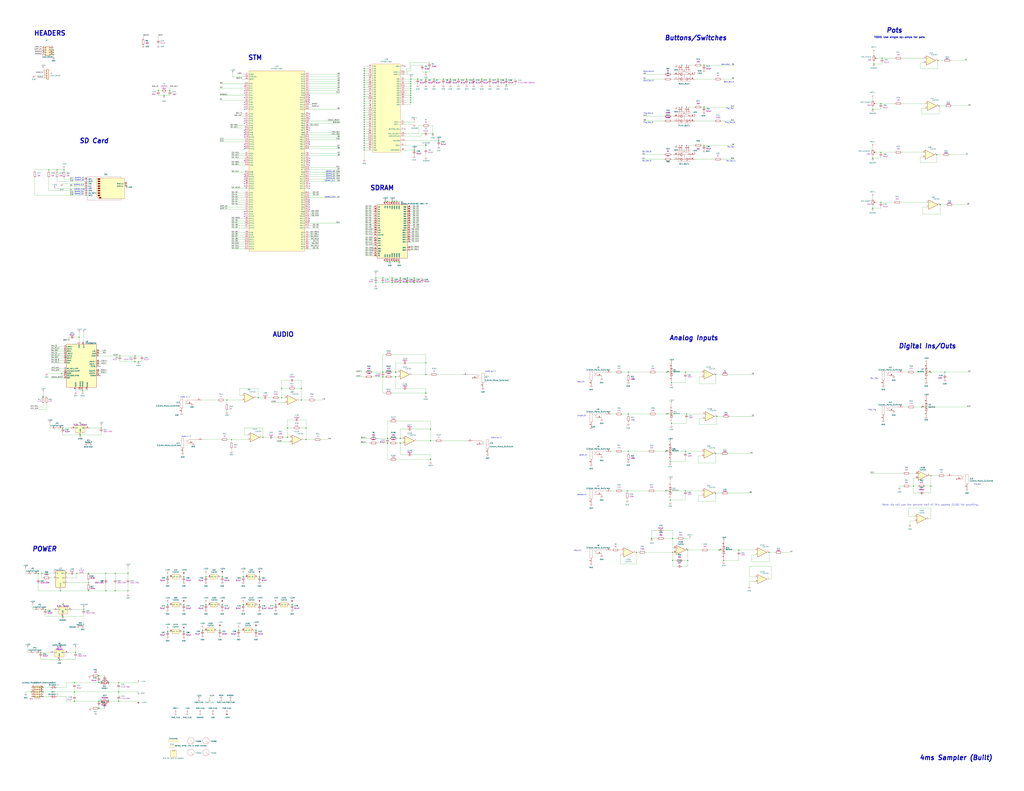
<source format=kicad_sch>
(kicad_sch (version 20231120) (generator "eeschema") (generator_version "8.0")
  (paper "E")
  (lib_symbols
    (symbol "4ms-power:GND" (power) (pin_names (offset 0))
      (property "Value" "GND" (at 0 -3.81 0))
      (symbol "GND_1_1"
        (pin power_in line (at 0 0 270) (length 0) hide (name "GND") (number "1"))
      )
    )
    (symbol "4ms_Capacitor:100nF_0402_50V" (pin_numbers hide) (pin_names (offset 0.254) hide)
      (property "Reference" "C" (at 1.905 1.27 0))
      (property "Display" "0.1uF" (at 1.905 -1.27 0))
      (symbol "100nF_0402_50V_1_1"
        (pin passive line (at 0 2.54 270) (length 2.032) (name "~") (number "1"))
        (pin passive line (at 0 -2.54 90) (length 2.032) (name "~") (number "2"))
      )
    )
    (symbol "4ms_Capacitor:100pF_0402_50V" (pin_numbers hide) (pin_names (offset 0.254) hide)
      (property "Reference" "C" (at 1.905 1.27 0))
      (property "Display" "100pF" (at 1.905 -1.27 0))
      (symbol "100pF_0402_50V_1_1"
        (pin passive line (at 0 2.54 270) (length 2.032) (name "~") (number "1"))
        (pin passive line (at 0 -2.54 90) (length 2.032) (name "~") (number "2"))
      )
    )
    (symbol "4ms_Capacitor:10nF_0402_16V" (pin_numbers hide) (pin_names (offset 0.254) hide)
      (property "Reference" "C" (at 1.905 1.27 0))
      (property "Display" "10nF" (at 1.905 -1.27 0))
      (symbol "10nF_0402_16V_1_1"
        (pin passive line (at 0 2.54 270) (length 2.032) (name "~") (number "1"))
        (pin passive line (at 0 -2.54 90) (length 2.032) (name "~") (number "2"))
      )
    )
    (symbol "4ms_Capacitor:10uF_0603_10V" (pin_numbers hide) (pin_names (offset 0.254) hide)
      (property "Reference" "C" (at 1.905 1.27 0))
      (property "Display" "10uF/10V" (at 1.905 -1.27 0))
      (symbol "10uF_0603_10V_1_1"
        (pin passive line (at 0 2.54 270) (length 2.032) (name "~") (number "1"))
        (pin passive line (at 0 -2.54 90) (length 2.032) (name "~") (number "2"))
      )
    )
    (symbol "4ms_Capacitor:10uF_0805_25V" (pin_numbers hide) (pin_names (offset 0.254) hide)
      (property "Reference" "C" (at 1.905 1.27 0))
      (property "Display" "10uF/25V" (at 1.905 -1.27 0))
      (symbol "10uF_0805_25V_1_1"
        (pin passive line (at 0 2.54 270) (length 2.032) (name "~") (number "1"))
        (pin passive line (at 0 -2.54 90) (length 2.032) (name "~") (number "2"))
      )
    )
    (symbol "4ms_Capacitor:180pF_0402_25V" (pin_numbers hide) (pin_names (offset 0.254) hide)
      (property "Reference" "C" (at 1.905 1.27 0))
      (property "Display" "180pF" (at 1.905 -1.27 0))
      (symbol "180pF_0402_25V_1_1"
        (pin passive line (at 0 2.54 270) (length 2.032) (name "~") (number "1"))
        (pin passive line (at 0 -2.54 90) (length 2.032) (name "~") (number "2"))
      )
    )
    (symbol "4ms_Capacitor:18pF_0603_50V" (pin_numbers hide) (pin_names (offset 0.254) hide)
      (property "Reference" "C" (at 1.905 1.27 0))
      (property "Display" "18pF" (at 1.905 -1.27 0))
      (symbol "18pF_0603_50V_1_1"
        (pin passive line (at 0 2.54 270) (length 2.032) (name "~") (number "1"))
        (pin passive line (at 0 -2.54 90) (length 2.032) (name "~") (number "2"))
      )
    )
    (symbol "4ms_Capacitor:1nF_0402_50V" (pin_numbers hide) (pin_names (offset 0.254) hide)
      (property "Reference" "C" (at 1.905 1.27 0))
      (property "Display" "1nF" (at 1.905 -1.27 0))
      (symbol "1nF_0402_50V_1_1"
        (pin passive line (at 0 2.54 270) (length 2.032) (name "~") (number "1"))
        (pin passive line (at 0 -2.54 90) (length 2.032) (name "~") (number "2"))
      )
    )
    (symbol "4ms_Capacitor:2.2uF_0603_25V" (pin_numbers hide) (pin_names (offset 0.254) hide)
      (property "Reference" "C" (at 1.905 1.27 0))
      (property "Display" "2.2uF" (at 1.905 -1.27 0))
      (symbol "2.2uF_0603_25V_1_1"
        (pin passive line (at 0 2.54 270) (length 2.032) (name "~") (number "1"))
        (pin passive line (at 0 -2.54 90) (length 2.032) (name "~") (number "2"))
      )
    )
    (symbol "4ms_Capacitor:220pF_0402_50V" (pin_numbers hide) (pin_names (offset 0.254) hide)
      (property "Reference" "C" (at 1.905 1.27 0))
      (property "Display" "220pF" (at 1.905 -1.27 0))
      (symbol "220pF_0402_50V_1_1"
        (pin passive line (at 0 2.54 270) (length 2.032) (name "~") (number "1"))
        (pin passive line (at 0 -2.54 90) (length 2.032) (name "~") (number "2"))
      )
    )
    (symbol "4ms_Capacitor:22uF_0805_10V" (pin_numbers hide) (pin_names (offset 0.254))
      (property "Reference" "C" (at 1.905 1.27 0))
      (property "Display" "22uF/10V" (at 1.905 -1.27 0))
      (symbol "22uF_0805_10V_1_1"
        (pin passive line (at 0 2.54 270) (length 2.032) (name "~") (number "1"))
        (pin passive line (at 0 -2.54 90) (length 2.032) (name "~") (number "2"))
      )
    )
    (symbol "4ms_Capacitor:22uF_1206_25V" (pin_numbers hide) (pin_names (offset 0.254))
      (property "Reference" "C" (at 1.905 1.27 0))
      (property "Display" "22uF/25V" (at 1.905 -1.27 0))
      (symbol "22uF_1206_25V_1_1"
        (pin passive line (at 0 2.54 270) (length 2.032) (name "~") (number "1"))
        (pin passive line (at 0 -2.54 90) (length 2.032) (name "~") (number "2"))
      )
    )
    (symbol "4ms_Capacitor:4.7uF_1206_lowESR" (pin_numbers hide) (pin_names (offset 0.254) hide)
      (property "Reference" "C" (at 1.905 1.27 0))
      (property "Display" "4.7uF/16V/100mΩ" (at 1.905 -1.27 0))
      (symbol "4.7uF_1206_lowESR_1_1"
        (pin passive line (at 0 2.54 270) (length 2.032) (name "~") (number "1"))
        (pin passive line (at 0 -2.54 90) (length 2.032) (name "~") (number "2"))
      )
    )
    (symbol "4ms_Capacitor:47uF_5x5.3_16V" (pin_numbers hide) (pin_names (offset 0.254) hide)
      (property "Reference" "C" (at 1.905 1.27 0))
      (property "Display" "47uF/16V" (at 1.905 -1.27 0))
      (symbol "47uF_5x5.3_16V_1_1"
        (pin passive line (at 0 2.54 270) (length 2.032) (name "~") (number "1"))
        (pin passive line (at 0 -2.54 90) (length 2.032) (name "~") (number "2"))
      )
    )
    (symbol "4ms_Capacitor:820pF_0402_10v" (pin_numbers hide) (pin_names (offset 0.254) hide)
      (property "Reference" "C" (at 1.905 1.27 0))
      (property "Display" "820pF" (at 1.905 -1.27 0))
      (symbol "820pF_0402_10v_1_1"
        (pin passive line (at 0 2.54 270) (length 2.032) (name "~") (number "1"))
        (pin passive line (at 0 -2.54 90) (length 2.032) (name "~") (number "2"))
      )
    )
    (symbol "4ms_Connector:Conn_01x04" (pin_names (offset 1.016) hide)
      (property "Reference" "J" (at 0 5.08 0))
      (property "Value" "Conn_01x04" (at 0 -7.62 0))
      (symbol "Conn_01x04_1_1"
        (pin passive line (at -5.08 2.54 0) (length 3.81) (name "Pin_1") (number "1"))
        (pin passive line (at -5.08 0 0) (length 3.81) (name "Pin_2") (number "2"))
        (pin passive line (at -5.08 -2.54 0) (length 3.81) (name "Pin_3") (number "3"))
        (pin passive line (at -5.08 -5.08 0) (length 3.81) (name "Pin_4") (number "4"))
      )
    )
    (symbol "4ms_Connector:Conn_02x04" (pin_names (offset 1.016) hide)
      (property "Reference" "J" (at 1.27 5.08 0))
      (property "Value" "Conn_02x04" (at 1.27 -7.62 0))
      (symbol "Conn_02x04_1_1"
        (pin passive line (at -5.08 2.54 0) (length 3.81) (name "Pin_1") (number "1"))
        (pin passive line (at 7.62 2.54 180) (length 3.81) (name "Pin_2") (number "2"))
        (pin passive line (at -5.08 0 0) (length 3.81) (name "Pin_3") (number "3"))
        (pin passive line (at 7.62 0 180) (length 3.81) (name "Pin_4") (number "4"))
        (pin passive line (at -5.08 -2.54 0) (length 3.81) (name "Pin_5") (number "5"))
        (pin passive line (at 7.62 -2.54 180) (length 3.81) (name "Pin_6") (number "6"))
        (pin passive line (at -5.08 -5.08 0) (length 3.81) (name "Pin_7") (number "7"))
        (pin passive line (at 7.62 -5.08 180) (length 3.81) (name "Pin_8") (number "8"))
      )
    )
    (symbol "4ms_Connector:Eurorack_Power_10pin_Unshrouded" (pin_names (offset 0.0254) hide)
      (property "Reference" "J" (at 0 7.62 0))
      (property "Value" "Eurorack_Power_10pin_Unshrouded" (at 0 10.16 0))
      (symbol "Eurorack_Power_10pin_Unshrouded_0_0"
        (text "+12" (at 0 5.08 0) (effects (font (size 0.635 0.635))))
        (text "-12" (at 0 -5.08 0) (effects (font (size 0.635 0.635))))
        (text "GND" (at 0 -2.54 0) (effects (font (size 0.635 0.635))))
        (text "GND" (at 0 0 0) (effects (font (size 0.635 0.635))))
        (text "GND" (at 0 2.54 0) (effects (font (size 0.635 0.635))))
        (text "STRIPE" (at -6.35 -7.62 0) (effects (font (size 0.635 0.635))))
      )
      (symbol "Eurorack_Power_10pin_Unshrouded_1_1"
        (pin passive line (at -6.35 -5.08 0) (length 3.81) (name "-12V") (number "1"))
        (pin passive line (at 6.35 5.08 180) (length 3.81) (name "+12V") (number "10"))
        (pin passive line (at 6.35 -5.08 180) (length 3.81) (name "-12V") (number "2"))
        (pin passive line (at -6.35 -2.54 0) (length 3.81) (name "GND") (number "3"))
        (pin passive line (at 6.35 -2.54 180) (length 3.81) (name "GND") (number "4"))
        (pin passive line (at -6.35 0 0) (length 3.81) (name "GND") (number "5"))
        (pin passive line (at 6.35 0 180) (length 3.81) (name "GND") (number "6"))
        (pin passive line (at -6.35 2.54 0) (length 3.81) (name "GND") (number "7"))
        (pin passive line (at 6.35 2.54 180) (length 3.81) (name "GND") (number "8"))
        (pin passive line (at -6.35 5.08 0) (length 3.81) (name "+12V") (number "9"))
      )
    )
    (symbol "4ms_Connector:microSDCon_Vert_TH_PJS008U-3000" (pin_names (offset 1.016))
      (property "Reference" "CON" (at -16.51 13.97 0))
      (property "Value" "microSDCon_Vert_TH_PJS008U-3000" (at 15.24 -13.97 0))
      (symbol "microSDCon_Vert_TH_PJS008U-3000_1_1"
        (pin input line (at -22.86 7.62 0) (length 2.54) (name "DAT2") (number "1"))
        (pin input line (at 22.86 -5.08 180) (length 2.54) (name "SHELL2") (number "10"))
        (pin input line (at -22.86 5.08 0) (length 2.54) (name "CD/DAT3") (number "2"))
        (pin input line (at -22.86 2.54 0) (length 2.54) (name "CMD") (number "3"))
        (pin input line (at -22.86 0 0) (length 2.54) (name "VDD") (number "4"))
        (pin input line (at -22.86 -2.54 0) (length 2.54) (name "CLK") (number "5"))
        (pin input line (at -22.86 -5.08 0) (length 2.54) (name "VSS") (number "6"))
        (pin input line (at -22.86 -7.62 0) (length 2.54) (name "DAT0") (number "7"))
        (pin input line (at -22.86 -10.16 0) (length 2.54) (name "DAT1") (number "8"))
        (pin input line (at 22.86 -2.54 180) (length 2.54) (name "SHELL1") (number "9"))
      )
    )
    (symbol "4ms_Crystal:16MHz_18pF_FA238" (pin_numbers hide) (pin_names (offset 1.016) hide)
      (property "Reference" "Y" (at 0 2.54 0))
      (property "Display" "16MHz" (at -3.81 -2.54 0))
      (property "Display 2" "18pF" (at -3.1496 -4.445 0))
      (symbol "16MHz_18pF_FA238_1_1"
        (pin passive line (at -2.54 0 0) (length 1.27) (name "1") (number "1"))
        (pin passive line (at 2.54 0 180) (length 1.27) (name "2") (number "2"))
        (pin no_connect line (at 0 -2.54 90) (length 1.27) hide (name "3") (number "3"))
        (pin no_connect line (at 0 2.54 270) (length 1.27) hide (name "4") (number "4"))
      )
    )
    (symbol "4ms_Diode:B140HW-7" (pin_numbers hide) (pin_names (offset 1.016) hide)
      (property "Reference" "D" (at 0 2.54 0))
      (property "Value" "B140HW-7" (at 0 -2.54 0))
      (symbol "B140HW-7_1_1"
        (pin passive line (at -3.81 0 0) (length 2.54) (name "K") (number "1"))
        (pin passive line (at 3.81 0 180) (length 2.54) (name "A") (number "2"))
      )
    )
    (symbol "4ms_Diode:BAT54S" (pin_names (offset 0.762) hide)
      (property "Reference" "D" (at 2.54 -2.54 0))
      (property "Value" "BAT54S" (at 0 2.54 0))
      (symbol "BAT54S_0_1"
        (pin passive line (at -10.16 0 0) (length 6.35) (name "Anode") (number "1"))
        (pin passive line (at 10.16 0 180) (length 6.35) (name "cathode") (number "2"))
        (pin passive line (at 0 -5.08 90) (length 2.54) (name "AK") (number "3"))
      )
    )
    (symbol "4ms_Hardware:Faceplate" (pin_numbers hide) (pin_names (offset 0) hide) (on_board no)
      (property "Value" "Faceplate" (at 0 0 0))
    )
    (symbol "4ms_Hardware:Knob_Davies_WhiteLine" (on_board no)
      (property "Reference" "KNOB?" (at 0 5.08 0))
      (property "Value" "Davies, White Line, D-shaft shallow" (at 0 -5.08 0))
    )
    (symbol "4ms_Hardware:PCB" (pin_numbers hide) (pin_names (offset 0) hide) (on_board no)
      (property "Value" "PCB" (at 0 0 0))
    )
    (symbol "4ms_Hardware:microSDcard_STS" (on_board no)
      (property "Reference" "U" (at 0 5.842 0))
      (property "Value" "STS SD card w/adaptor" (at 0 -5.08 0))
    )
    (symbol "4ms_IC:AP62200WU-7"
      (property "Reference" "U" (at 0 12.7 0))
      (property "Value" "AP62200WU-7" (at 0 10.16 0))
      (symbol "AP62200WU-7_1_1"
        (pin power_in line (at 0 -11.43 90) (length 2.54) (name "GND") (number "1"))
        (pin power_out line (at 7.62 1.27 180) (length 2.54) (name "SW") (number "2"))
        (pin power_in line (at -7.62 6.35 0) (length 2.54) (name "IN") (number "3"))
        (pin input line (at 7.62 -3.81 180) (length 2.54) (name "FB") (number "4"))
        (pin input line (at -7.62 1.27 0) (length 2.54) (name "EN") (number "5"))
        (pin output line (at 7.62 6.35 180) (length 2.54) (name "BST") (number "6"))
      )
    )
    (symbol "4ms_IC:PCM3060PW"
      (property "Reference" "U" (at 13.97 34.29 0))
      (property "Value" "PCM3060PW" (at 16.51 31.75 0))
      (symbol "PCM3060PW_1_1"
        (pin input line (at -17.78 0 0) (length 2.54) (name "MC/SCL/FMT") (number "1"))
        (pin bidirectional line (at -17.78 11.43 0) (length 2.54) (name "BCK2") (number "10"))
        (pin bidirectional line (at -17.78 16.51 0) (length 2.54) (name "LRCK2") (number "11"))
        (pin input line (at -17.78 6.35 0) (length 2.54) (name "DIN") (number "12"))
        (pin output line (at 20.32 -7.62 180) (length 2.54) (name "ZEROR") (number "13"))
        (pin output line (at 20.32 2.54 180) (length 2.54) (name "ZEROL") (number "14"))
        (pin input line (at -17.78 -10.16 0) (length 2.54) (name "~{RST}") (number "15"))
        (pin power_in line (at 7.62 -22.86 90) (length 2.54) (name "SGND") (number "16"))
        (pin output line (at 20.32 -5.08 180) (length 2.54) (name "VOUTR-") (number "17"))
        (pin output line (at 20.32 -2.54 180) (length 2.54) (name "VOUTR+") (number "18"))
        (pin output line (at 20.32 5.08 180) (length 2.54) (name "VOUTL-") (number "19"))
        (pin bidirectional line (at -17.78 -2.54 0) (length 2.54) (name "MD/SDA/DEMP") (number "2"))
        (pin output line (at 20.32 7.62 180) (length 2.54) (name "VOUTL+") (number "20"))
        (pin power_in line (at 20.32 13.97 180) (length 2.54) (name "VCOM") (number "21"))
        (pin power_in line (at 2.54 -22.86 90) (length 2.54) (name "AGND2") (number "22"))
        (pin power_in line (at 0 -22.86 90) (length 2.54) (name "AGND1") (number "23"))
        (pin power_in line (at 3.81 29.21 270) (length 2.54) (name "VCC") (number "24"))
        (pin input line (at 20.32 19.05 180) (length 2.54) (name "VINL") (number "25"))
        (pin input line (at 20.32 16.51 180) (length 2.54) (name "VINR") (number "26"))
        (pin input line (at -17.78 -7.62 0) (length 2.54) (name "~{MS}/ADR/IFMD") (number "27"))
        (pin input line (at -17.78 -5.08 0) (length 2.54) (name "MODE") (number "28"))
        (pin output line (at -17.78 8.89 0) (length 2.54) (name "DOUT") (number "3"))
        (pin bidirectional line (at -17.78 24.13 0) (length 2.54) (name "LRCK1") (number "4"))
        (pin bidirectional line (at -17.78 19.05 0) (length 2.54) (name "BCK1") (number "5"))
        (pin input line (at -17.78 21.59 0) (length 2.54) (name "SCKI1") (number "6"))
        (pin power_in line (at -1.27 29.21 270) (length 2.54) (name "VDD") (number "7"))
        (pin power_in line (at -5.08 -22.86 90) (length 2.54) (name "DGND") (number "8"))
        (pin input line (at -17.78 13.97 0) (length 2.54) (name "SCKI2") (number "9"))
      )
    )
    (symbol "4ms_IC:SDRAM_IS42S16400J-6BLI-TR" (pin_names (offset 1.016))
      (property "Reference" "U?" (at -15.24 30.48 0))
      (property "Value" "SDRAM_IS42S16400J-6BLI-TR" (at 0 38.1 0))
      (symbol "SDRAM_IS42S16400J-6BLI-TR_1_1"
        (pin power_in line (at -7.62 -33.02 90) (length 3.81) (name "GND") (number "A1"))
        (pin bidirectional line (at 20.32 -11.43 180) (length 3.81) (name "DQ15") (number "A2"))
        (pin power_in line (at 0 -33.02 90) (length 3.81) (name "GNDQ") (number "A3"))
        (pin power_in line (at 5.08 33.02 270) (length 3.81) (name "VDDQ") (number "A7"))
        (pin bidirectional line (at 20.32 26.67 180) (length 3.81) (name "DQ0") (number "A8"))
        (pin power_in line (at -7.62 33.02 270) (length 3.81) (name "VDD") (number "A9"))
        (pin bidirectional line (at 20.32 -8.89 180) (length 3.81) (name "DQ14") (number "B1"))
        (pin bidirectional line (at 20.32 -6.35 180) (length 3.81) (name "DQ13") (number "B2"))
        (pin power_in line (at 0 33.02 270) (length 3.81) (name "VDDQ") (number "B3"))
        (pin power_in line (at 5.08 -33.02 90) (length 3.81) (name "GNDQ") (number "B7"))
        (pin bidirectional line (at 20.32 21.59 180) (length 3.81) (name "DQ2") (number "B8"))
        (pin bidirectional line (at 20.32 24.13 180) (length 3.81) (name "DQ1") (number "B9"))
        (pin bidirectional line (at 20.32 -3.81 180) (length 3.81) (name "DQ12") (number "C1"))
        (pin bidirectional line (at 20.32 -1.27 180) (length 3.81) (name "DQ11") (number "C2"))
        (pin power_in line (at 2.54 -33.02 90) (length 3.81) (name "GNDQ") (number "C3"))
        (pin power_in line (at 7.62 33.02 270) (length 3.81) (name "VDDQ") (number "C7"))
        (pin bidirectional line (at 20.32 16.51 180) (length 3.81) (name "DQ4") (number "C8"))
        (pin bidirectional line (at 20.32 19.05 180) (length 3.81) (name "DQ3") (number "C9"))
        (pin bidirectional line (at 20.32 1.27 180) (length 3.81) (name "DQ10") (number "D1"))
        (pin bidirectional line (at 20.32 3.81 180) (length 3.81) (name "DQ9") (number "D2"))
        (pin power_in line (at 2.54 33.02 270) (length 3.81) (name "VDDQ") (number "D3"))
        (pin power_in line (at 7.62 -33.02 90) (length 3.81) (name "GNDQ") (number "D7"))
        (pin bidirectional line (at 20.32 11.43 180) (length 3.81) (name "DQ6") (number "D8"))
        (pin bidirectional line (at 20.32 13.97 180) (length 3.81) (name "DQ5") (number "D9"))
        (pin bidirectional line (at 20.32 6.35 180) (length 3.81) (name "DQ8") (number "E1"))
        (pin no_connect line (at 20.32 -25.4 180) (length 3.81) hide (name "NC") (number "E2"))
        (pin power_in line (at -5.08 -33.02 90) (length 3.81) (name "GND") (number "E3"))
        (pin power_in line (at -2.54 33.02 270) (length 3.81) (name "VDD") (number "E7"))
        (pin input line (at 20.32 -17.78 180) (length 3.81) (name "DQML") (number "E8"))
        (pin bidirectional line (at 20.32 8.89 180) (length 3.81) (name "DQ7") (number "E9"))
        (pin input line (at 20.32 -20.32 180) (length 3.81) (name "DQMH") (number "F1"))
        (pin input line (at -20.32 -12.7 0) (length 3.81) (name "CLK") (number "F2"))
        (pin input line (at -20.32 -15.24 0) (length 3.81) (name "CKE") (number "F3"))
        (pin input line (at -20.32 -21.59 0) (length 3.81) (name "~{CAS}") (number "F7"))
        (pin input line (at -20.32 -19.05 0) (length 3.81) (name "~{RAS}") (number "F8"))
        (pin input line (at -20.32 -24.13 0) (length 3.81) (name "~{WE}") (number "F9"))
        (pin input line (at -20.32 -3.81 0) (length 3.81) (name "A12/NC") (number "G1"))
        (pin input line (at -20.32 -1.27 0) (length 3.81) (name "A11") (number "G2"))
        (pin input line (at -20.32 3.81 0) (length 3.81) (name "A9") (number "G3"))
        (pin input line (at -20.32 -7.62 0) (length 3.81) (name "BA0") (number "G7"))
        (pin input line (at -20.32 -10.16 0) (length 3.81) (name "BA1") (number "G8"))
        (pin input line (at -20.32 -26.67 0) (length 3.81) (name "~{CS}") (number "G9"))
        (pin input line (at -20.32 6.35 0) (length 3.81) (name "A8") (number "H1"))
        (pin input line (at -20.32 8.89 0) (length 3.81) (name "A7") (number "H2"))
        (pin input line (at -20.32 11.43 0) (length 3.81) (name "A6") (number "H3"))
        (pin input line (at -20.32 26.67 0) (length 3.81) (name "A0") (number "H7"))
        (pin input line (at -20.32 24.13 0) (length 3.81) (name "A1") (number "H8"))
        (pin input line (at -20.32 1.27 0) (length 3.81) (name "A10") (number "H9"))
        (pin power_in line (at -2.54 -33.02 90) (length 3.81) (name "GND") (number "J1"))
        (pin input line (at -20.32 13.97 0) (length 3.81) (name "A5") (number "J2"))
        (pin input line (at -20.32 16.51 0) (length 3.81) (name "A4") (number "J3"))
        (pin input line (at -20.32 19.05 0) (length 3.81) (name "A3") (number "J7"))
        (pin input line (at -20.32 21.59 0) (length 3.81) (name "A2") (number "J8"))
        (pin power_in line (at -5.08 33.02 270) (length 3.81) (name "VDD") (number "J9"))
      )
    )
    (symbol "4ms_IC:STM32F746IE"
      (property "Reference" "U" (at 0 0 0))
      (property "Value" "STM32F746IE" (at -6.35 -5.08 0))
      (symbol "STM32F746IE_1_1"
        (pin bidirectional line (at 35.56 -80.01 180) (length 5.08) (name "PE3") (number "A1"))
        (pin bidirectional line (at 35.56 49.53 180) (length 5.08) (name "PB3") (number "A10"))
        (pin bidirectional line (at 35.56 -46.99 180) (length 5.08) (name "PD7") (number "A11"))
        (pin bidirectional line (at 35.56 -16.51 180) (length 5.08) (name "PC12") (number "A12"))
        (pin bidirectional line (at 35.56 62.23 180) (length 5.08) (name "PA15") (number "A13"))
        (pin bidirectional line (at 35.56 64.77 180) (length 5.08) (name "PA14") (number "A14"))
        (pin bidirectional line (at 35.56 67.31 180) (length 5.08) (name "PA13") (number "A15"))
        (pin bidirectional line (at 35.56 -77.47 180) (length 5.08) (name "PE2") (number "A2"))
        (pin bidirectional line (at 35.56 -74.93 180) (length 5.08) (name "PE1") (number "A3"))
        (pin bidirectional line (at 35.56 -72.39 180) (length 5.08) (name "PE0") (number "A4"))
        (pin bidirectional line (at 35.56 36.83 180) (length 5.08) (name "PB8") (number "A5"))
        (pin bidirectional line (at 35.56 44.45 180) (length 5.08) (name "PB5") (number "A6"))
        (pin bidirectional line (at -35.56 -21.59 0) (length 5.08) (name "PG14") (number "A7"))
        (pin bidirectional line (at -35.56 -19.05 0) (length 5.08) (name "PG13") (number "A8"))
        (pin bidirectional line (at 35.56 46.99 180) (length 5.08) (name "PB4") (number "A9"))
        (pin bidirectional line (at 35.56 -82.55 180) (length 5.08) (name "PE4") (number "B1"))
        (pin bidirectional line (at -35.56 -11.43 0) (length 5.08) (name "PG10") (number "B10"))
        (pin bidirectional line (at 35.56 -44.45 180) (length 5.08) (name "PD6") (number "B11"))
        (pin bidirectional line (at 35.56 -29.21 180) (length 5.08) (name "PD0") (number "B12"))
        (pin bidirectional line (at 35.56 -13.97 180) (length 5.08) (name "PC11") (number "B13"))
        (pin bidirectional line (at 35.56 -11.43 180) (length 5.08) (name "PC10") (number "B14"))
        (pin bidirectional line (at 35.56 69.85 180) (length 5.08) (name "PA12") (number "B15"))
        (pin bidirectional line (at 35.56 -85.09 180) (length 5.08) (name "PE5") (number "B2"))
        (pin bidirectional line (at 35.56 -87.63 180) (length 5.08) (name "PE6") (number "B3"))
        (pin bidirectional line (at 35.56 34.29 180) (length 5.08) (name "PB9") (number "B4"))
        (pin bidirectional line (at 35.56 39.37 180) (length 5.08) (name "PB7") (number "B5"))
        (pin bidirectional line (at 35.56 41.91 180) (length 5.08) (name "PB6") (number "B6"))
        (pin bidirectional line (at -35.56 -24.13 0) (length 5.08) (name "PG15") (number "B7"))
        (pin bidirectional line (at -35.56 -16.51 0) (length 5.08) (name "PG12") (number "B8"))
        (pin bidirectional line (at -35.56 -13.97 0) (length 5.08) (name "PG11") (number "B9"))
        (pin bidirectional line (at -35.56 -8.89 0) (length 5.08) (name "PG9") (number "C10"))
        (pin bidirectional line (at 35.56 -41.91 180) (length 5.08) (name "PD5") (number "C11"))
        (pin bidirectional line (at 35.56 -31.75 180) (length 5.08) (name "PD1") (number "C12"))
        (pin bidirectional line (at -35.56 82.55 0) (length 5.08) (name "PI3") (number "C13"))
        (pin bidirectional line (at -35.56 85.09 0) (length 5.08) (name "PI2") (number "C14"))
        (pin bidirectional line (at 35.56 72.39 180) (length 5.08) (name "PA11") (number "C15"))
        (pin bidirectional line (at -35.56 72.39 0) (length 5.08) (name "PI7") (number "C2"))
        (pin bidirectional line (at -35.56 74.93 0) (length 5.08) (name "PI6") (number "C3"))
        (pin bidirectional line (at -35.56 77.47 0) (length 5.08) (name "PI5") (number "C4"))
        (pin input line (at -35.56 97.79 0) (length 5.08) (name "PDR_ON") (number "C6"))
        (pin bidirectional line (at 35.56 -19.05 180) (length 5.08) (name "PC13") (number "D1"))
        (pin bidirectional line (at 35.56 -39.37 180) (length 5.08) (name "PD4") (number "D10"))
        (pin bidirectional line (at 35.56 -36.83 180) (length 5.08) (name "PD3") (number "D11"))
        (pin bidirectional line (at 35.56 -34.29 180) (length 5.08) (name "PD2") (number "D12"))
        (pin bidirectional line (at -35.56 19.05 0) (length 5.08) (name "PH15") (number "D13"))
        (pin bidirectional line (at -35.56 87.63 0) (length 5.08) (name "PI1") (number "D14"))
        (pin bidirectional line (at 35.56 74.93 180) (length 5.08) (name "PA10") (number "D15"))
        (pin bidirectional line (at -35.56 69.85 0) (length 5.08) (name "PI8") (number "D2"))
        (pin bidirectional line (at -35.56 67.31 0) (length 5.08) (name "PI9") (number "D3"))
        (pin bidirectional line (at -35.56 80.01 0) (length 5.08) (name "PI4") (number "D4"))
        (pin input line (at -35.56 95.25 0) (length 5.08) (name "BOOT") (number "D6"))
        (pin bidirectional line (at 35.56 -21.59 180) (length 5.08) (name "PC14") (number "E1"))
        (pin bidirectional line (at -35.56 24.13 0) (length 5.08) (name "PH13") (number "E12"))
        (pin bidirectional line (at -35.56 21.59 0) (length 5.08) (name "PH14") (number "E13"))
        (pin bidirectional line (at -35.56 90.17 0) (length 5.08) (name "PI0") (number "E14"))
        (pin bidirectional line (at 35.56 77.47 180) (length 5.08) (name "PA9") (number "E15"))
        (pin bidirectional line (at -35.56 -29.21 0) (length 5.08) (name "PF0") (number "E2"))
        (pin bidirectional line (at -35.56 64.77 0) (length 5.08) (name "PI10") (number "E3"))
        (pin bidirectional line (at -35.56 62.23 0) (length 5.08) (name "PI11") (number "E4"))
        (pin bidirectional line (at 35.56 -24.13 180) (length 5.08) (name "PC15") (number "F1"))
        (pin bidirectional line (at 35.56 -8.89 180) (length 5.08) (name "PC9") (number "F14"))
        (pin bidirectional line (at 35.56 80.01 180) (length 5.08) (name "PA8") (number "F15"))
        (pin bidirectional line (at -35.56 52.07 0) (length 5.08) (name "PH2") (number "F4"))
        (pin input line (at -35.56 57.15 0) (length 5.08) (name "PH0") (number "G1"))
        (pin bidirectional line (at 35.56 -6.35 180) (length 5.08) (name "PC8") (number "G14"))
        (pin bidirectional line (at 35.56 -3.81 180) (length 5.08) (name "PC7") (number "G15"))
        (pin bidirectional line (at -35.56 49.53 0) (length 5.08) (name "PH3") (number "G4"))
        (pin input line (at -35.56 54.61 0) (length 5.08) (name "PH1") (number "H1"))
        (pin bidirectional line (at -35.56 -6.35 0) (length 5.08) (name "PG8") (number "H14"))
        (pin bidirectional line (at 35.56 -1.27 180) (length 5.08) (name "PC6") (number "H15"))
        (pin bidirectional line (at -35.56 -34.29 0) (length 5.08) (name "PF2") (number "H2"))
        (pin bidirectional line (at -35.56 -31.75 0) (length 5.08) (name "PF1") (number "H3"))
        (pin bidirectional line (at -35.56 46.99 0) (length 5.08) (name "PH4") (number "H4"))
        (pin bidirectional line (at -35.56 100.33 0) (length 5.08) (name "NRST") (number "J1"))
        (pin bidirectional line (at -35.56 -36.83 0) (length 5.08) (name "PF3") (number "J2"))
        (pin bidirectional line (at -35.56 -39.37 0) (length 5.08) (name "PF4") (number "J3"))
        (pin bidirectional line (at -35.56 44.45 0) (length 5.08) (name "PH5") (number "J4"))
        (pin bidirectional line (at -35.56 -46.99 0) (length 5.08) (name "PF7") (number "K1"))
        (pin bidirectional line (at -35.56 26.67 0) (length 5.08) (name "PH12") (number "K12"))
        (pin bidirectional line (at -35.56 1.27 0) (length 5.08) (name "PG5") (number "K13"))
        (pin bidirectional line (at -35.56 3.81 0) (length 5.08) (name "PG4") (number "K14"))
        (pin bidirectional line (at -35.56 6.35 0) (length 5.08) (name "PG3") (number "K15"))
        (pin bidirectional line (at -35.56 -44.45 0) (length 5.08) (name "PF6") (number "K2"))
        (pin bidirectional line (at -35.56 -41.91 0) (length 5.08) (name "PF5") (number "K3"))
        (pin bidirectional line (at -35.56 -54.61 0) (length 5.08) (name "PF10") (number "L1"))
        (pin bidirectional line (at -35.56 29.21 0) (length 5.08) (name "PH11") (number "L12"))
        (pin bidirectional line (at -35.56 31.75 0) (length 5.08) (name "PH10") (number "L13"))
        (pin bidirectional line (at 35.56 -67.31 180) (length 5.08) (name "PD15") (number "L14"))
        (pin bidirectional line (at -35.56 8.89 0) (length 5.08) (name "PG2") (number "L15"))
        (pin bidirectional line (at -35.56 -52.07 0) (length 5.08) (name "PF9") (number "L2"))
        (pin bidirectional line (at -35.56 -49.53 0) (length 5.08) (name "PF8") (number "L3"))
        (pin bidirectional line (at -35.56 41.91 0) (length 5.08) (name "PH6") (number "M11"))
        (pin bidirectional line (at -35.56 36.83 0) (length 5.08) (name "PH8") (number "M12"))
        (pin bidirectional line (at -35.56 34.29 0) (length 5.08) (name "PH9") (number "M13"))
        (pin bidirectional line (at 35.56 -64.77 180) (length 5.08) (name "PD14") (number "M14"))
        (pin bidirectional line (at 35.56 -62.23 180) (length 5.08) (name "PD13") (number "M15"))
        (pin bidirectional line (at 35.56 13.97 180) (length 5.08) (name "PC0") (number "M2"))
        (pin bidirectional line (at 35.56 11.43 180) (length 5.08) (name "PC1") (number "M3"))
        (pin bidirectional line (at 35.56 8.89 180) (length 5.08) (name "PC2") (number "M4"))
        (pin bidirectional line (at 35.56 6.35 180) (length 5.08) (name "PC3") (number "M5"))
        (pin bidirectional line (at 35.56 52.07 180) (length 5.08) (name "PB2") (number "M6"))
        (pin bidirectional line (at -35.56 11.43 0) (length 5.08) (name "PG1") (number "M7"))
        (pin bidirectional line (at -35.56 -85.09 0) (length 5.08) (name "PE13") (number "N11"))
        (pin bidirectional line (at -35.56 39.37 0) (length 5.08) (name "PH7") (number "N12"))
        (pin bidirectional line (at 35.56 -59.69 180) (length 5.08) (name "PD12") (number "N13"))
        (pin bidirectional line (at 35.56 -57.15 180) (length 5.08) (name "PD11") (number "N14"))
        (pin bidirectional line (at 35.56 -54.61 180) (length 5.08) (name "PD10") (number "N15"))
        (pin bidirectional line (at 35.56 97.79 180) (length 5.08) (name "PA1") (number "N2"))
        (pin bidirectional line (at 35.56 100.33 180) (length 5.08) (name "PA0") (number "N3"))
        (pin bidirectional line (at 35.56 90.17 180) (length 5.08) (name "PA4") (number "N4"))
        (pin bidirectional line (at 35.56 3.81 180) (length 5.08) (name "PC4") (number "N5"))
        (pin bidirectional line (at -35.56 -62.23 0) (length 5.08) (name "PF13") (number "N6"))
        (pin bidirectional line (at -35.56 13.97 0) (length 5.08) (name "PG0") (number "N7"))
        (pin bidirectional line (at -35.56 -80.01 0) (length 5.08) (name "PE11") (number "P10"))
        (pin bidirectional line (at -35.56 -87.63 0) (length 5.08) (name "PE14") (number "P11"))
        (pin bidirectional line (at 35.56 26.67 180) (length 5.08) (name "PB12") (number "P12"))
        (pin bidirectional line (at 35.56 24.13 180) (length 5.08) (name "PB13") (number "P13"))
        (pin bidirectional line (at 35.56 -52.07 180) (length 5.08) (name "PD9") (number "P14"))
        (pin bidirectional line (at 35.56 -49.53 180) (length 5.08) (name "PD8") (number "P15"))
        (pin bidirectional line (at 35.56 95.25 180) (length 5.08) (name "PA2") (number "P2"))
        (pin bidirectional line (at 35.56 85.09 180) (length 5.08) (name "PA6") (number "P3"))
        (pin bidirectional line (at 35.56 87.63 180) (length 5.08) (name "PA5") (number "P4"))
        (pin bidirectional line (at 35.56 1.27 180) (length 5.08) (name "PC5") (number "P5"))
        (pin bidirectional line (at -35.56 -59.69 0) (length 5.08) (name "PF12") (number "P6"))
        (pin bidirectional line (at -35.56 -67.31 0) (length 5.08) (name "PF15") (number "P7"))
        (pin bidirectional line (at -35.56 -72.39 0) (length 5.08) (name "PE8") (number "P8"))
        (pin bidirectional line (at -35.56 -74.93 0) (length 5.08) (name "PE9") (number "P9"))
        (pin bidirectional line (at -35.56 -82.55 0) (length 5.08) (name "PE12") (number "R10"))
        (pin bidirectional line (at -35.56 -90.17 0) (length 5.08) (name "PE15") (number "R11"))
        (pin bidirectional line (at 35.56 31.75 180) (length 5.08) (name "PB10") (number "R12"))
        (pin bidirectional line (at 35.56 29.21 180) (length 5.08) (name "PB11") (number "R13"))
        (pin bidirectional line (at 35.56 21.59 180) (length 5.08) (name "PB14") (number "R14"))
        (pin bidirectional line (at 35.56 19.05 180) (length 5.08) (name "PB15") (number "R15"))
        (pin bidirectional line (at 35.56 92.71 180) (length 5.08) (name "PA3") (number "R2"))
        (pin bidirectional line (at 35.56 82.55 180) (length 5.08) (name "PA7") (number "R3"))
        (pin bidirectional line (at 35.56 54.61 180) (length 5.08) (name "PB1") (number "R4"))
        (pin bidirectional line (at 35.56 57.15 180) (length 5.08) (name "PB0") (number "R5"))
        (pin bidirectional line (at -35.56 -57.15 0) (length 5.08) (name "PF11") (number "R6"))
        (pin bidirectional line (at -35.56 -64.77 0) (length 5.08) (name "PF14") (number "R7"))
        (pin bidirectional line (at 35.56 -90.17 180) (length 5.08) (name "PE7") (number "R8"))
        (pin bidirectional line (at -35.56 -77.47 0) (length 5.08) (name "PE10") (number "R9"))
      )
      (symbol "STM32F746IE_2_1"
        (pin power_in line (at 20.32 45.72 180) (length 5.08) (name "VBAT") (number "C1"))
        (pin power_in line (at 20.32 31.75 180) (length 5.08) (name "VDD") (number "C5"))
        (pin power_in line (at 20.32 29.21 180) (length 5.08) (name "VDD") (number "C7"))
        (pin power_in line (at 20.32 -45.72 180) (length 5.08) (name "VDDSDMMC") (number "C8"))
        (pin power_in line (at 20.32 26.67 180) (length 5.08) (name "VDD") (number "C9"))
        (pin power_in line (at -20.32 -20.32 0) (length 5.08) (name "VSS") (number "D5"))
        (pin power_in line (at -20.32 -22.86 0) (length 5.08) (name "VSS") (number "D7"))
        (pin power_in line (at -20.32 -25.4 0) (length 5.08) (name "VSS") (number "D8"))
        (pin power_in line (at -20.32 -27.94 0) (length 5.08) (name "VSS") (number "D9"))
        (pin power_in line (at -20.32 35.56 0) (length 5.08) (name "VSS") (number "F10"))
        (pin power_in line (at -20.32 -30.48 0) (length 5.08) (name "VSS") (number "F12"))
        (pin bidirectional line (at 20.32 36.83 180) (length 5.08) (name "VCAP_2") (number "F13"))
        (pin power_in line (at -20.32 -5.08 0) (length 5.08) (name "VSS") (number "F2"))
        (pin power_in line (at 20.32 3.81 180) (length 5.08) (name "VDD") (number "F3"))
        (pin power_in line (at -20.32 45.72 0) (length 5.08) (name "VSS") (number "F6"))
        (pin power_in line (at -20.32 43.18 0) (length 5.08) (name "VSS") (number "F7"))
        (pin power_in line (at -20.32 40.64 0) (length 5.08) (name "VSS") (number "F8"))
        (pin power_in line (at -20.32 38.1 0) (length 5.08) (name "VSS") (number "F9"))
        (pin power_in line (at -20.32 22.86 0) (length 5.08) (name "VSS") (number "G10"))
        (pin power_in line (at -20.32 -33.02 0) (length 5.08) (name "VSS") (number "G12"))
        (pin power_in line (at 20.32 24.13 180) (length 5.08) (name "VDD") (number "G13"))
        (pin power_in line (at -20.32 -43.18 0) (length 5.08) (name "VSS") (number "G2"))
        (pin power_in line (at 20.32 6.35 180) (length 5.08) (name "VDD") (number "G3"))
        (pin power_in line (at -20.32 33.02 0) (length 5.08) (name "VSS") (number "G6"))
        (pin power_in line (at -20.32 30.48 0) (length 5.08) (name "VSS") (number "G7"))
        (pin power_in line (at -20.32 27.94 0) (length 5.08) (name "VSS") (number "G8"))
        (pin power_in line (at -20.32 25.4 0) (length 5.08) (name "VSS") (number "G9"))
        (pin power_in line (at -20.32 10.16 0) (length 5.08) (name "VSS") (number "H10"))
        (pin power_in line (at -20.32 -35.56 0) (length 5.08) (name "VSS") (number "H12"))
        (pin power_in line (at 20.32 -35.56 180) (length 5.08) (name "VDDUSB") (number "H13"))
        (pin power_in line (at -20.32 20.32 0) (length 5.08) (name "VSS") (number "H6"))
        (pin power_in line (at -20.32 17.78 0) (length 5.08) (name "VSS") (number "H7"))
        (pin power_in line (at -20.32 15.24 0) (length 5.08) (name "VSS") (number "H8"))
        (pin power_in line (at -20.32 12.7 0) (length 5.08) (name "VSS") (number "H9"))
        (pin power_in line (at -20.32 -2.54 0) (length 5.08) (name "VSS") (number "J10"))
        (pin power_in line (at 20.32 19.05 180) (length 5.08) (name "VDD") (number "J12"))
        (pin power_in line (at 20.32 21.59 180) (length 5.08) (name "VDD") (number "J13"))
        (pin bidirectional line (at 20.32 -30.48 180) (length 5.08) (name "VDD12OTGHS") (number "J14"))
        (pin bidirectional line (at 20.32 -27.94 180) (length 5.08) (name "OTG_HR_REXT") (number "J15"))
        (pin power_in line (at -20.32 7.62 0) (length 5.08) (name "VSS") (number "J6"))
        (pin power_in line (at -20.32 5.08 0) (length 5.08) (name "VSS") (number "J7"))
        (pin power_in line (at -20.32 2.54 0) (length 5.08) (name "VSS") (number "J8"))
        (pin power_in line (at -20.32 0 0) (length 5.08) (name "VSS") (number "J9"))
        (pin power_in line (at -20.32 -7.62 0) (length 5.08) (name "VSS") (number "K10"))
        (pin power_in line (at 20.32 8.89 180) (length 5.08) (name "VDD") (number "K4"))
        (pin power_in line (at -20.32 -17.78 0) (length 5.08) (name "VSS") (number "K6"))
        (pin power_in line (at -20.32 -15.24 0) (length 5.08) (name "VSS") (number "K7"))
        (pin power_in line (at -20.32 -12.7 0) (length 5.08) (name "VSS") (number "K8"))
        (pin power_in line (at -20.32 -10.16 0) (length 5.08) (name "VSS") (number "K9"))
        (pin input line (at 20.32 -22.86 180) (length 5.08) (name "BYPASS_REG") (number "L4"))
        (pin power_in line (at -20.32 -45.72 0) (length 5.08) (name "VSSA") (number "M1"))
        (pin bidirectional line (at 20.32 39.37 180) (length 5.08) (name "VCAP_1") (number "M10"))
        (pin power_in line (at -20.32 -40.64 0) (length 5.08) (name "VSS") (number "M8"))
        (pin power_in line (at -20.32 -38.1 0) (length 5.08) (name "VSS") (number "M9"))
        (pin power_in line (at 20.32 -17.78 180) (length 5.08) (name "VREF-") (number "N1"))
        (pin power_in line (at 20.32 16.51 180) (length 5.08) (name "VDD") (number "N10"))
        (pin power_in line (at 20.32 11.43 180) (length 5.08) (name "VDD") (number "N8"))
        (pin power_in line (at 20.32 13.97 180) (length 5.08) (name "VDD") (number "N9"))
        (pin power_in line (at 20.32 -15.24 180) (length 5.08) (name "VREF+") (number "P1"))
        (pin power_in line (at 20.32 -40.64 180) (length 5.08) (name "VDDA") (number "R1"))
      )
    )
    (symbol "4ms_IC:TL072H"
      (property "Reference" "U" (at 2.54 5.08 0))
      (property "Value" "TL072H" (at 2.54 -3.81 0))
      (symbol "TL072H_1_1"
        (pin output line (at 7.62 0 180) (length 2.54) (name "~") (number "1"))
        (pin input line (at -7.62 -2.54 0) (length 2.54) (name "-") (number "2"))
        (pin input line (at -7.62 2.54 0) (length 2.54) (name "+") (number "3"))
      )
      (symbol "TL072H_2_1"
        (pin input line (at -7.62 2.54 0) (length 2.54) (name "+") (number "5"))
        (pin input line (at -7.62 -2.54 0) (length 2.54) (name "-") (number "6"))
        (pin output line (at 7.62 0 180) (length 2.54) (name "~") (number "7"))
      )
      (symbol "TL072H_3_1"
        (pin power_in line (at 0 -6.35 90) (length 2.54) (name "V-") (number "4"))
        (pin power_in line (at 0 6.35 270) (length 2.54) (name "V+") (number "8"))
      )
    )
    (symbol "4ms_Inductor:4.7uH_1.2A_40xx" (pin_numbers hide) (pin_names (offset 1.016) hide)
      (property "Reference" "L" (at -1.27 0 90))
      (property "Display" "4.7uH" (at 2.54 0 90))
      (property "Display 2" "1.7A" (at 4.318 -0.0508 90))
      (symbol "4.7uH_1.2A_40xx_1_1"
        (pin passive line (at 0 3.81 270) (length 1.27) (name "1") (number "1"))
        (pin passive line (at 0 -3.81 90) (length 1.27) (name "2") (number "2"))
      )
    )
    (symbol "4ms_Jack:3.5mm_Mono_Switched" (pin_names (offset 0) hide)
      (property "Reference" "J" (at -6.35 -7.62 0))
      (property "Value" "3.5mm_Mono_Switched" (at 6.35 6.604 0))
      (symbol "3.5mm_Mono_Switched_1_1"
        (pin passive line (at 16.51 3.81 180) (length 5.08) (name "SIG") (number "1"))
        (pin passive line (at -5.08 -10.16 90) (length 5.08) (name "SHEILD") (number "2"))
        (pin passive line (at 6.35 0 180) (length 5.08) (name "SW") (number "3"))
      )
    )
    (symbol "4ms_Net-tie:JumpForCrystal" (pin_names (offset 0) hide)
      (property "Reference" "JP2" (at 0 4.3348 0))
      (property "Value" "JumpForCrystal" (at 0 1.7979 0))
      (symbol "JumpForCrystal_1_1"
        (pin passive line (at -5.08 0 0) (length 2.54) (name "A") (number "1"))
        (pin passive line (at 5.08 0 180) (length 2.54) (name "B") (number "2"))
      )
    )
    (symbol "4ms_Potentiometer:16mm_CtrDet_10k" (pin_numbers hide) (pin_names (offset 1.016) hide)
      (property "Reference" "POT" (at -4.572 -0.127 90))
      (property "Display" "10k" (at -2.794 0 90))
      (symbol "16mm_CtrDet_10k_1_1"
        (text "Left/1" (at 0 1.27 900) (effects (font (size 0.254 0.254))))
        (text "Right/3" (at 0 -1.27 900) (effects (font (size 0.254 0.254))))
        (pin passive line (at 0 3.81 270) (length 1.27) (name "Left") (number "1"))
        (pin passive line (at 3.81 0 180) (length 1.27) (name "Center") (number "2"))
        (pin passive line (at 0 -3.81 90) (length 1.27) (name "Right") (number "3"))
      )
    )
    (symbol "4ms_Potentiometer:16mm_NoDet_10k" (pin_numbers hide) (pin_names (offset 1.016) hide)
      (property "Reference" "POT" (at -4.445 0.381 90))
      (property "Display" "10k" (at -2.54 0.254 90))
      (symbol "16mm_NoDet_10k_1_1"
        (text "Left/1" (at 0 1.27 900) (effects (font (size 0.254 0.254))))
        (text "Right/3" (at 0 -1.27 900) (effects (font (size 0.254 0.254))))
        (pin passive line (at 0 3.81 270) (length 1.27) (name "Left") (number "1"))
        (pin passive line (at 3.81 0 180) (length 1.27) (name "Center") (number "2"))
        (pin passive line (at 0 -3.81 90) (length 1.27) (name "Right") (number "3"))
      )
    )
    (symbol "4ms_Power_Symbol:+12V" (power) (pin_names (offset 0))
      (property "Value" "+12V" (at 0 3.556 0))
      (symbol "+12V_1_1"
        (pin power_in line (at 0 0 90) (length 0) hide (name "+12V") (number "1"))
      )
    )
    (symbol "4ms_Power_Symbol:+3.3V" (power) (pin_names (offset 0))
      (property "Value" "+3.3V" (at 0 3.556 0))
      (symbol "+3.3V_1_1"
        (pin power_in line (at 0 0 90) (length 0) hide (name "+3V3") (number "1"))
      )
    )
    (symbol "4ms_Power_Symbol:+3.3VADC" (power) (pin_names (offset 0))
      (property "Value" "+3.3VADC" (at 0 2.54 0))
      (symbol "+3.3VADC_0_0"
        (pin power_in line (at 0 0 90) (length 0) hide (name "+3.3VADC") (number "1"))
      )
    )
    (symbol "4ms_Power_Symbol:+5V" (power) (pin_names (offset 0))
      (property "Value" "+5V" (at 0 3.556 0))
      (symbol "+5V_1_1"
        (pin power_in line (at 0 0 90) (length 0) hide (name "+5V") (number "1"))
      )
    )
    (symbol "4ms_Power_Symbol:-12VA" (power) (pin_names (offset 0))
      (property "Value" "-12VA" (at 0 3.556 0))
      (symbol "-12VA_0_0"
        (pin power_in line (at 0 0 90) (length 0) hide (name "-12VA") (number "1"))
      )
    )
    (symbol "4ms_Power_Symbol:GND" (power) (pin_names (offset 0))
      (property "Value" "GND" (at 0 -3.81 0))
      (symbol "GND_1_1"
        (pin power_in line (at 0 0 270) (length 0) hide (name "GND") (number "1"))
      )
    )
    (symbol "4ms_Power_Symbol:GNDA" (power) (pin_numbers hide) (pin_names (offset 0) hide)
      (property "Value" "GNDA" (at 0 -3.81 0))
      (symbol "GNDA_1_1"
        (pin power_in line (at 0 0 270) (length 0) hide (name "GNDA") (number "1"))
      )
    )
    (symbol "4ms_Power_Symbol:GNDADC" (power) (pin_numbers hide) (pin_names (offset 0) hide)
      (property "Value" "GNDADC" (at 0 -3.81 0))
      (symbol "GNDADC_1_1"
        (pin power_in line (at 0 0 270) (length 0) hide (name "GNDADC") (number "1"))
      )
    )
    (symbol "4ms_Power_Symbol:VREF+" (power) (pin_names (offset 0))
      (property "Value" "VREF+" (at 0 3.556 0))
      (symbol "VREF+_1_1"
        (pin power_in line (at 0 0 90) (length 0) hide (name "VREF+") (number "1"))
      )
    )
    (symbol "4ms_Reference:NCP51460SN33" (pin_names (offset 0.762))
      (property "Reference" "U" (at 3.81 -4.9784 0))
      (property "Value" "NCP51460SN33" (at 0 5.08 0))
      (property "Display" "3.3V" (at -3.81 10.16 0))
      (property "Display 2" "18ppm" (at -2.54 7.62 0))
      (symbol "NCP51460SN33_1_1"
        (pin input line (at -10.16 1.27 0) (length 5.08) (name "VI") (number "1"))
        (pin power_out line (at 10.16 1.27 180) (length 5.08) (name "VO") (number "2"))
        (pin input line (at 0 -6.35 90) (length 2.54) (name "GND") (number "3"))
      )
    )
    (symbol "4ms_Regulator:AP2120N-5.0TRG1" (pin_names (offset 0.762))
      (property "Reference" "V" (at 3.81 -4.9784 0))
      (property "Display" "5.0V, 150mA" (at 0 5.08 0))
      (symbol "AP2120N-5.0TRG1_1_1"
        (pin input line (at 0 -6.35 90) (length 2.54) (name "GND") (number "1"))
        (pin power_out line (at 10.16 1.27 180) (length 5.08) (name "VO") (number "2"))
        (pin input line (at -10.16 1.27 0) (length 5.08) (name "VI") (number "3"))
      )
    )
    (symbol "4ms_Regulator:AP7384-33" (pin_names (offset 0.762))
      (property "Reference" "U" (at 3.81 -4.9784 0))
      (property "Display" "3.3V, 50mA" (at 0 5.08 0))
      (symbol "AP7384-33_1_1"
        (pin input line (at -10.16 1.27 0) (length 5.08) (name "VI") (number "1"))
        (pin power_out line (at 10.16 1.27 180) (length 5.08) (name "VO") (number "2"))
        (pin input line (at 0 -6.35 90) (length 2.54) (name "GND") (number "3"))
      )
    )
    (symbol "4ms_Resistor_0402:10.2k_0402" (pin_numbers hide) (pin_names (offset 0))
      (property "Reference" "R" (at 2.032 0 90))
      (property "Display" "10.2k" (at 3.81 0 90))
      (symbol "10.2k_0402_1_1"
        (pin passive line (at 0 3.81 270) (length 1.27) (name "~") (number "1"))
        (pin passive line (at 0 -3.81 90) (length 1.27) (name "~") (number "2"))
      )
    )
    (symbol "4ms_Resistor_0402:100k_0402" (pin_numbers hide) (pin_names (offset 0))
      (property "Reference" "R" (at 2.032 0 90))
      (property "Display" "100k" (at 3.81 0 90))
      (symbol "100k_0402_1_1"
        (pin passive line (at 0 3.81 270) (length 1.27) (name "~") (number "1"))
        (pin passive line (at 0 -3.81 90) (length 1.27) (name "~") (number "2"))
      )
    )
    (symbol "4ms_Resistor_0402:10k_0402" (pin_numbers hide) (pin_names (offset 0))
      (property "Reference" "R" (at 2.032 0 90))
      (property "Display" "10k" (at 3.81 0 90))
      (symbol "10k_0402_1_1"
        (pin passive line (at 0 3.81 270) (length 1.27) (name "~") (number "1"))
        (pin passive line (at 0 -3.81 90) (length 1.27) (name "~") (number "2"))
      )
    )
    (symbol "4ms_Resistor_0402:14k_0402" (pin_numbers hide) (pin_names (offset 0))
      (property "Reference" "R" (at 2.032 0 90))
      (property "Display" "14k" (at 3.81 0 90))
      (symbol "14k_0402_1_1"
        (pin passive line (at 0 3.81 270) (length 1.27) (name "~") (number "1"))
        (pin passive line (at 0 -3.81 90) (length 1.27) (name "~") (number "2"))
      )
    )
    (symbol "4ms_Resistor_0402:1M_0402" (pin_numbers hide) (pin_names (offset 0))
      (property "Reference" "R" (at 2.032 0 90))
      (property "Display" "1M" (at 3.81 0 90))
      (symbol "1M_0402_1_1"
        (pin passive line (at 0 3.81 270) (length 1.27) (name "~") (number "1"))
        (pin passive line (at 0 -3.81 90) (length 1.27) (name "~") (number "2"))
      )
    )
    (symbol "4ms_Resistor_0402:1k_0402" (pin_numbers hide) (pin_names (offset 0))
      (property "Reference" "R" (at 2.032 0 90))
      (property "Display" "1k" (at 3.81 0 90))
      (symbol "1k_0402_1_1"
        (pin passive line (at 0 3.81 270) (length 1.27) (name "~") (number "1"))
        (pin passive line (at 0 -3.81 90) (length 1.27) (name "~") (number "2"))
      )
    )
    (symbol "4ms_Resistor_0402:20k_0402" (pin_numbers hide) (pin_names (offset 0))
      (property "Reference" "R" (at 2.032 0 90))
      (property "Display" "20k" (at 3.81 0 90))
      (symbol "20k_0402_1_1"
        (pin passive line (at 0 3.81 270) (length 1.27) (name "~") (number "1"))
        (pin passive line (at 0 -3.81 90) (length 1.27) (name "~") (number "2"))
      )
    )
    (symbol "4ms_Resistor_0402:24k_0402" (pin_numbers hide) (pin_names (offset 0))
      (property "Reference" "R" (at 2.032 0 90))
      (property "Display" "24k" (at 3.81 0 90))
      (symbol "24k_0402_1_1"
        (pin passive line (at 0 3.81 270) (length 1.27) (name "~") (number "1"))
        (pin passive line (at 0 -3.81 90) (length 1.27) (name "~") (number "2"))
      )
    )
    (symbol "4ms_Resistor_0402:2k_0402" (pin_numbers hide) (pin_names (offset 0))
      (property "Reference" "R" (at 2.032 0 90))
      (property "Display" "2k" (at 3.81 0 90))
      (symbol "2k_0402_1_1"
        (pin passive line (at 0 3.81 270) (length 1.27) (name "~") (number "1"))
        (pin passive line (at 0 -3.81 90) (length 1.27) (name "~") (number "2"))
      )
    )
    (symbol "4ms_Resistor_0402:31.6k_0402" (pin_numbers hide) (pin_names (offset 0))
      (property "Reference" "R" (at 2.032 0 90))
      (property "Display" "31.6k" (at 3.81 0 90))
      (symbol "31.6k_0402_1_1"
        (pin passive line (at 0 3.81 270) (length 1.27) (name "~") (number "1"))
        (pin passive line (at 0 -3.81 90) (length 1.27) (name "~") (number "2"))
      )
    )
    (symbol "4ms_Resistor_0402:330Ω_0402" (pin_numbers hide) (pin_names (offset 0))
      (property "Reference" "R" (at 2.032 0 90))
      (property "Display" "330Ω" (at 3.81 0 90))
      (symbol "330Ω_0402_1_1"
        (pin passive line (at 0 3.81 270) (length 1.27) (name "~") (number "1"))
        (pin passive line (at 0 -3.81 90) (length 1.27) (name "~") (number "2"))
      )
    )
    (symbol "4ms_Resistor_0402:33k_0402" (pin_numbers hide) (pin_names (offset 0))
      (property "Reference" "R" (at 2.032 0 90))
      (property "Display" "33k" (at 3.81 0 90))
      (symbol "33k_0402_1_1"
        (pin passive line (at 0 3.81 270) (length 1.27) (name "~") (number "1"))
        (pin passive line (at 0 -3.81 90) (length 1.27) (name "~") (number "2"))
      )
    )
    (symbol "4ms_Resistor_0402:3k_0402" (pin_numbers hide) (pin_names (offset 0))
      (property "Reference" "R" (at 2.032 0 90))
      (property "Display" "3k" (at 3.81 0 90))
      (symbol "3k_0402_1_1"
        (pin passive line (at 0 3.81 270) (length 1.27) (name "~") (number "1"))
        (pin passive line (at 0 -3.81 90) (length 1.27) (name "~") (number "2"))
      )
    )
    (symbol "4ms_Resistor_0402:4.7k_0402" (pin_numbers hide) (pin_names (offset 0))
      (property "Reference" "R" (at 2.032 0 90))
      (property "Display" "4.7k" (at 3.81 0 90))
      (symbol "4.7k_0402_1_1"
        (pin passive line (at 0 3.81 270) (length 1.27) (name "~") (number "1"))
        (pin passive line (at 0 -3.81 90) (length 1.27) (name "~") (number "2"))
      )
    )
    (symbol "4ms_Resistor_0402:47k_0402" (pin_numbers hide) (pin_names (offset 0))
      (property "Reference" "R" (at 2.032 0 90))
      (property "Display" "47k" (at 3.81 0 90))
      (symbol "47k_0402_1_1"
        (pin passive line (at 0 3.81 270) (length 1.27) (name "~") (number "1"))
        (pin passive line (at 0 -3.81 90) (length 1.27) (name "~") (number "2"))
      )
    )
    (symbol "4ms_Resistor_0402:68Ω_0402" (pin_numbers hide) (pin_names (offset 0))
      (property "Reference" "R" (at 2.032 0 90))
      (property "Display" "68Ω" (at 3.81 0 90))
      (symbol "68Ω_0402_1_1"
        (pin passive line (at 0 3.81 270) (length 1.27) (name "~") (number "1"))
        (pin passive line (at 0 -3.81 90) (length 1.27) (name "~") (number "2"))
      )
    )
    (symbol "4ms_Switch:Button_SPST_RGB_5.4mmCap" (pin_names (offset 1.016) hide)
      (property "Reference" "S?" (at -5.08 -11.43 0))
      (property "Value" "Button_SPST_RGB_5.4mmCap" (at 3.81 -8.89 0))
      (symbol "Button_SPST_RGB_5.4mmCap_0_0"
        (text "B" (at -5.334 2.032 0) (effects (font (size 1.016 1.016))))
        (text "CA" (at 5.08 2.032 0) (effects (font (size 1.016 1.016))))
        (text "G" (at 5.588 -3.048 0) (effects (font (size 1.016 1.016))))
        (text "R" (at -5.334 -3.048 0) (effects (font (size 1.016 1.016))))
      )
      (symbol "Button_SPST_RGB_5.4mmCap_1_1"
        (pin input line (at 2.54 11.43 270) (length 5.08) (name "UP-A") (number "1"))
        (pin input line (at 5.08 11.43 270) (length 5.08) (name "POLE-A") (number "2"))
        (pin input line (at -2.54 11.43 270) (length 5.08) (name "DOWN-A") (number "3"))
        (pin input line (at -5.08 11.43 270) (length 5.08) (name "UP-B") (number "4"))
        (pin input line (at 11.43 1.27 180) (length 5.08) (name "CA") (number "5"))
        (pin input line (at 11.43 -3.81 180) (length 5.08) (name "G") (number "6"))
        (pin input line (at -11.43 -3.81 0) (length 5.08) (name "R") (number "7"))
        (pin input line (at -11.43 1.27 0) (length 5.08) (name "B") (number "8"))
      )
    )
    (symbol "4ms_Switch:Button_SPST_RGB_7mmCap" (pin_names (offset 1.016) hide)
      (property "Reference" "S" (at -5.08 -11.43 0))
      (property "Value" "Button_SPST_RGB_7mmCap" (at 3.81 -8.89 0))
      (symbol "Button_SPST_RGB_7mmCap_0_0"
        (text "B" (at 5.588 -3.048 0) (effects (font (size 1.016 1.016))))
        (text "CA" (at 5.08 2.032 0) (effects (font (size 1.016 1.016))))
        (text "G" (at -5.334 2.032 0) (effects (font (size 1.016 1.016))))
        (text "R" (at -5.334 -3.048 0) (effects (font (size 1.016 1.016))))
      )
      (symbol "Button_SPST_RGB_7mmCap_1_1"
        (pin input line (at 2.54 11.43 270) (length 5.08) (name "UP-A") (number "1"))
        (pin input line (at 5.08 11.43 270) (length 5.08) (name "POLE-A") (number "2"))
        (pin input line (at -2.54 11.43 270) (length 5.08) (name "DOWN-A") (number "3"))
        (pin input line (at -5.08 11.43 270) (length 5.08) (name "UP-B") (number "4"))
        (pin input line (at 11.43 1.27 180) (length 5.08) (name "CA") (number "5"))
        (pin input line (at 11.43 -3.81 180) (length 5.08) (name "G") (number "6"))
        (pin input line (at -11.43 -3.81 0) (length 5.08) (name "R") (number "7"))
        (pin input line (at -11.43 1.27 0) (length 5.08) (name "B") (number "8"))
      )
    )
    (symbol "4ms_Transistor:Si2318" (pin_names (offset 0))
      (property "Reference" "Q" (at 5.08 1.905 0))
      (property "Display" "Si2318" (at 8.89 0 0))
      (symbol "Si2318_1_1"
        (pin input line (at -5.08 0 0) (length 5.08) (name "G") (number "1"))
        (pin passive line (at 2.54 -5.08 90) (length 2.54) (name "S") (number "2"))
        (pin passive line (at 2.54 5.08 270) (length 2.54) (name "D") (number "3"))
      )
    )
    (symbol "4ms_Transistor:Si2347" (pin_names (offset 0))
      (property "Reference" "Q" (at 5.08 1.905 0))
      (property "Value" "Si2347" (at 5.08 0 0))
      (symbol "Si2347_1_1"
        (pin input line (at -5.08 0 0) (length 5.334) (name "G") (number "1"))
        (pin passive line (at 2.54 -5.08 90) (length 2.54) (name "S") (number "2"))
        (pin passive line (at 2.54 5.08 270) (length 2.54) (name "D") (number "3"))
      )
    )
    (symbol "Device:NetTie_2" (pin_numbers hide) (pin_names (offset 0) hide) (in_bom no)
      (property "Reference" "NT" (at 0 1.27 0))
      (property "Value" "NetTie_2" (at 0 -1.27 0))
      (symbol "NetTie_2_1_1"
        (pin passive line (at -2.54 0 0) (length 2.54) (name "1") (number "1"))
        (pin passive line (at 2.54 0 180) (length 2.54) (name "2") (number "2"))
      )
    )
    (symbol "power:PWR_FLAG" (power) (pin_numbers hide) (pin_names (offset 0) hide)
      (property "Value" "PWR_FLAG" (at 0 3.81 0))
      (symbol "PWR_FLAG_0_0"
        (pin power_out line (at 0 0 90) (length 0) (name "pwr") (number "1"))
      )
    )
  )
  (junction (at 452.12 303.53))
  (junction (at 464.82 408.94))
  (junction (at 107.95 737.87) (diameter 1.016))
  (junction (at 67.31 407.67))
  (junction (at 436.88 483.87) (diameter 1.016))
  (junction (at 49.53 665.48))
  (junction (at 125.73 626.11))
  (junction (at 685.8 452.12))
  (junction (at 130.81 388.62))
  (junction (at 129.54 755.65))
  (junction (at 397.51 148.59))
  (junction (at 151.13 394.97))
  (junction (at 433.07 219.71))
  (junction (at 58.42 57.15))
  (junction (at 422.91 483.87) (diameter 1.016))
  (junction (at 749.3 452.12))
  (junction (at 397.51 95.25))
  (junction (at 422.91 478.79) (diameter 1.016))
  (junction (at 96.52 626.11))
  (junction (at 58.42 59.69))
  (junction (at 334.01 480.06))
  (junction (at 469.9 501.65) (diameter 1.016))
  (junction (at 952.5 119.38))
  (junction (at 410.21 303.53))
  (junction (at 448.31 111.76))
  (junction (at 953.77 69.85))
  (junction (at 748.03 406.4))
  (junction (at 397.51 123.19))
  (junction (at 68.58 673.1))
  (junction (at 483.87 86.36))
  (junction (at 731.52 546.1))
  (junction (at 768.35 158.75))
  (junction (at 782.32 454.66))
  (junction (at 685.8 492.76))
  (junction (at 464.82 158.75))
  (junction (at 242.57 629.92))
  (junction (at 430.53 285.75))
  (junction (at 53.34 185.42))
  (junction (at 464.82 86.36))
  (junction (at 397.51 100.33))
  (junction (at 806.45 600.71))
  (junction (at 448.31 91.44))
  (junction (at 422.91 285.75))
  (junction (at 417.83 411.48) (diameter 1.016))
  (junction (at 1016 519.43))
  (junction (at 58.42 54.61))
  (junction (at 313.69 467.36))
  (junction (at 91.44 665.48))
  (junction (at 768.35 116.84))
  (junction (at 727.71 452.12))
  (junction (at 397.51 110.49))
  (junction (at 1031.24 406.4))
  (junction (at 961.39 166.37))
  (junction (at 427.99 303.53))
  (junction (at 473.71 86.36))
  (junction (at 996.95 530.86))
  (junction (at 82.55 712.47))
  (junction (at 397.51 135.89))
  (junction (at 448.31 104.14))
  (junction (at 397.51 128.27))
  (junction (at 182.88 629.92))
  (junction (at 115.57 645.16))
  (junction (at 46.99 760.73))
  (junction (at 86.36 368.3))
  (junction (at 397.51 113.03))
  (junction (at 500.38 86.36))
  (junction (at 431.8 406.4) (diameter 1.016))
  (junction (at 397.51 102.87))
  (junction (at 452.12 308.61))
  (junction (at 417.83 303.53))
  (junction (at 283.21 660.4))
  (junction (at 107.95 773.43) (diameter 1.016))
  (junction (at 731.52 504.19))
  (junction (at 436.88 478.79) (diameter 1.016))
  (junction (at 952.5 227.33))
  (junction (at 46.99 755.65))
  (junction (at 464.82 78.74))
  (junction (at 509.27 86.36))
  (junction (at 464.82 429.26) (diameter 1.016))
  (junction (at 46.99 433.07))
  (junction (at 281.94 434.34))
  (junction (at 129.54 745.49))
  (junction (at 397.51 115.57))
  (junction (at 433.07 285.75))
  (junction (at 287.02 477.52))
  (junction (at 283.21 629.92))
  (junction (at 34.29 755.65))
  (junction (at 66.04 645.16))
  (junction (at 727.71 406.4))
  (junction (at 200.66 629.92))
  (junction (at 397.51 87.63))
  (junction (at 397.51 158.75))
  (junction (at 397.51 163.83))
  (junction (at 397.51 80.01))
  (junction (at 711.2 588.01))
  (junction (at 397.51 120.65))
  (junction (at 417.83 308.61))
  (junction (at 179.07 104.14))
  (junction (at 107.95 765.81) (diameter 1.016))
  (junction (at 397.51 85.09))
  (junction (at 430.53 219.71))
  (junction (at 265.43 660.4))
  (junction (at 961.39 220.98))
  (junction (at 107.95 745.49) (diameter 1.016))
  (junction (at 750.57 600.71))
  (junction (at 1026.16 223.52))
  (junction (at 448.31 93.98))
  (junction (at 448.31 101.6))
  (junction (at 781.05 408.94))
  (junction (at 252.73 480.06))
  (junction (at 448.31 86.36))
  (junction (at 318.77 660.4))
  (junction (at 1023.62 66.04))
  (junction (at 260.35 688.34))
  (junction (at 96.52 636.27))
  (junction (at 182.88 689.61))
  (junction (at 417.83 406.4) (diameter 1.016))
  (junction (at 491.49 86.36))
  (junction (at 397.51 153.67))
  (junction (at 397.51 125.73))
  (junction (at 397.51 92.71))
  (junction (at 781.05 495.3))
  (junction (at 87.63 474.98))
  (junction (at 789.94 612.14))
  (junction (at 247.65 436.88))
  (junction (at 422.91 219.71))
  (junction (at 748.03 535.94))
  (junction (at 427.99 219.71))
  (junction (at 81.28 755.65))
  (junction (at 734.06 588.01))
  (junction (at 397.51 97.79))
  (junction (at 397.51 156.21))
  (junction (at 328.93 436.88))
  (junction (at 469.9 468.63) (diameter 1.016))
  (junction (at 952.5 172.72))
  (junction (at 64.77 720.09))
  (junction (at 452.12 163.83))
  (junction (at 138.43 203.2))
  (junction (at 139.7 645.16))
  (junction (at 397.51 140.97))
  (junction (at 397.51 138.43))
  (junction (at 750.57 612.14))
  (junction (at 200.66 660.4))
  (junction (at 961.39 113.03))
  (junction (at 224.79 629.92))
  (junction (at 397.51 146.05))
  (junction (at 839.47 603.25))
  (junction (at 45.72 626.11))
  (junction (at 397.51 143.51))
  (junction (at 448.31 99.06))
  (junction (at 41.91 626.11))
  (junction (at 543.56 86.36))
  (junction (at 436.88 308.61))
  (junction (at 472.44 146.05))
  (junction (at 1016 406.4))
  (junction (at 478.79 153.67))
  (junction (at 115.57 626.11))
  (junction (at 425.45 285.75))
  (junction (at 147.32 388.62))
  (junction (at 781.05 538.48))
  (junction (at 224.79 660.4))
  (junction (at 726.44 492.76))
  (junction (at 684.53 535.94))
  (junction (at 307.34 424.18))
  (junction (at 334.01 467.36))
  (junction (at 240.03 688.34))
  (junction (at 427.99 308.61))
  (junction (at 436.88 303.53))
  (junction (at 220.98 688.34))
  (junction (at 265.43 629.92))
  (junction (at 182.88 660.4))
  (junction (at 200.66 689.61))
  (junction (at 90.17 426.72))
  (junction (at 784.86 600.71))
  (junction (at 279.4 688.34))
  (junction (at 397.51 161.29))
  (junction (at 448.31 109.22))
  (junction (at 313.69 477.52))
  (junction (at 552.45 86.36))
  (junction (at 397.51 118.11))
  (junction (at 147.32 394.97))
  (junction (at 185.42 99.06))
  (junction (at 534.67 86.36))
  (junction (at 96.52 645.16))
  (junction (at 83.82 626.11))
  (junction (at 685.8 406.4))
  (junction (at 397.51 107.95))
  (junction (at 110.49 467.36))
  (junction (at 81.28 765.81))
  (junction (at 448.31 106.68))
  (junction (at 420.37 219.71))
  (junction (at 328.93 424.18))
  (junction (at 734.06 612.14))
  (junction (at 732.79 417.83))
  (junction (at 300.99 660.4))
  (junction (at 448.31 88.9))
  (junction (at 397.51 77.47))
  (junction (at 397.51 151.13))
  (junction (at 172.72 99.06))
  (junction (at 732.79 462.28))
  (junction (at 435.61 285.75))
  (junction (at 125.73 645.16))
  (junction (at 726.44 535.94))
  (junction (at 455.93 86.36))
  (junction (at 81.28 745.49))
  (junction (at 516.89 86.36))
  (junction (at 397.51 105.41))
  (junction (at 552.45 92.71))
  (junction (at 525.78 86.36))
  (junction (at 469.9 481.33) (diameter 1.016))
  (junction (at 44.45 712.47))
  (junction (at 1024.89 115.57))
  (junction (at 1005.84 444.5))
  (junction (at 694.69 603.25))
  (junction (at 397.51 133.35))
  (junction (at 1022.35 168.91))
  (junction (at 962.66 63.5))
  (junction (at 410.21 308.61))
  (junction (at 46.99 750.57))
  (junction (at 397.51 82.55))
  (junction (at 397.51 130.81))
  (junction (at 129.54 765.81))
  (junction (at 748.03 492.76))
  (junction (at 444.5 303.53))
  (junction (at 464.82 396.24))
  (junction (at 444.5 308.61))
  (junction (at 68.58 467.36))
  (junction (at 62.23 185.42))
  (junction (at 1016 530.86))
  (junction (at 307.34 434.34))
  (junction (at 397.51 90.17))
  (junction (at 69.85 185.42))
  (junction (at 734.06 603.25))
  (junction (at 139.7 626.11))
  (junction (at 448.31 96.52))
  (junction (at 431.8 411.48) (diameter 1.016))
  (junction (at 397.51 74.93))
  (junction (at 768.35 71.12))
  (junction (at 242.57 660.4))
  (no_connect (at 515.62 412.75))
  (no_connect (at 337.82 104.14))
  (no_connect (at 337.82 109.22))
  (no_connect (at 266.7 101.6))
  (no_connect (at 744.22 71.12))
  (no_connect (at 266.7 231.14))
  (no_connect (at 266.7 160.02))
  (no_connect (at 266.7 134.62))
  (no_connect (at 266.7 114.3))
  (no_connect (at 749.3 116.84))
  (no_connect (at 266.7 175.26))
  (no_connect (at 337.82 203.2))
  (no_connect (at 337.82 223.52))
  (no_connect (at 266.7 233.68))
  (no_connect (at 266.7 119.38))
  (no_connect (at 337.82 111.76))
  (no_connect (at 337.82 177.8))
  (no_connect (at 266.7 129.54))
  (no_connect (at 266.7 144.78))
  (no_connect (at 749.3 71.12))
  (no_connect (at 337.82 205.74))
  (no_connect (at 1043.94 523.24))
  (no_connect (at 266.7 132.08))
  (no_connect (at 337.82 200.66))
  (no_connect (at 266.7 200.66))
  (no_connect (at 749.3 158.75))
  (no_connect (at 266.7 193.04))
  (no_connect (at 337.82 124.46))
  (no_connect (at 266.7 111.76))
  (no_connect (at 337.82 241.3))
  (no_connect (at 337.82 218.44))
  (no_connect (at 266.7 198.12))
  (no_connect (at 266.7 142.24))
  (no_connect (at 266.7 190.5))
  (no_connect (at 337.82 172.72))
  (no_connect (at 266.7 162.56))
  (no_connect (at 520.7 485.14))
  (no_connect (at 337.82 127))
  (no_connect (at 337.82 129.54))
  (no_connect (at 337.82 142.24))
  (no_connect (at 337.82 220.98))
  (no_connect (at 109.22 410.21))
  (no_connect (at 266.7 149.86))
  (no_connect (at 266.7 93.98))
  (no_connect (at 337.82 228.6))
  (no_connect (at 337.82 180.34))
  (no_connect (at 266.7 236.22))
  (no_connect (at 266.7 195.58))
  (no_connect (at 337.82 157.48))
  (no_connect (at 337.82 154.94))
  (no_connect (at 337.82 175.26))
  (no_connect (at 266.7 106.68))
  (no_connect (at 744.22 158.75))
  (no_connect (at 337.82 106.68))
  (no_connect (at 337.82 226.06))
  (no_connect (at 744.22 116.84))
  (no_connect (at 266.7 147.32))
  (no_connect (at 266.7 99.06))
  (no_connect (at 266.7 203.2))
  (no_connect (at 441.96 72.39))
  (no_connect (at 337.82 139.7))
  (no_connect (at 266.7 157.48))
  (no_connect (at 441.96 140.97))
  (no_connect (at 109.22 400.05))
  (no_connect (at 266.7 116.84))
  (no_connect (at 337.82 238.76))
  (wire (pts (xy 81.28 755.65) (xy 81.28 759.46)))
  (wire (pts (xy 107.95 745.49) (xy 109.22 745.49)))
  (wire (pts (xy 172.72 39.37) (xy 172.72 43.18)))
  (wire (pts (xy 789.94 612.14) (xy 806.45 612.14)))
  (wire (pts (xy 224.79 629.92) (xy 227.33 629.92)))
  (wire (pts (xy 252.73 205.74) (xy 266.7 205.74)))
  (wire (pts (xy 397.51 97.79) (xy 397.51 100.33)))
  (wire (pts (xy 806.45 607.06) (xy 806.45 612.14)))
  (wire (pts (xy 737.87 71.12) (xy 741.68 71.12)))
  (wire (pts (xy 666.75 452.12) (xy 671.83 452.12)))
  (wire (pts (xy 337.82 264.16) (xy 347.98 264.16)))
  (wire (pts (xy 48.26 665.48) (xy 49.53 665.48)))
  (wire (pts (xy 397.51 92.71) (xy 401.32 92.71)))
  (wire (pts (xy 448.31 86.36) (xy 455.93 86.36)))
  (wire (pts (xy 953.77 59.69) (xy 953.77 57.15)))
  (wire (pts (xy 961.39 227.33) (xy 961.39 226.06)))
  (wire (pts (xy 732.79 416.56) (xy 732.79 417.83)))
  (wire (pts (xy 750.57 618.49) (xy 744.22 618.49)))
  (wire (pts (xy 731.52 502.92) (xy 731.52 504.19)))
  (wire (pts (xy 397.51 82.55) (xy 397.51 85.09)))
  (wire (pts (xy 806.45 601.98) (xy 806.45 600.71)))
  (wire (pts (xy 397.51 130.81) (xy 397.51 133.35)))
  (wire (pts (xy 252.73 243.84) (xy 266.7 243.84)))
  (wire (pts (xy 397.51 72.39) (xy 397.51 74.93)))
  (wire (pts (xy 482.6 481.33) (xy 510.54 481.33)))
  (wire (pts (xy 779.78 132.08) (xy 758.19 132.08)))
  (wire (pts (xy 252.73 264.16) (xy 266.7 264.16)))
  (wire (pts (xy 264.16 127) (xy 266.7 127)))
  (wire (pts (xy 107.95 737.87) (xy 114.3 737.87)))
  (wire (pts (xy 252.73 220.98) (xy 266.7 220.98)))
  (wire (pts (xy 54.61 462.28) (xy 54.61 467.36)))
  (wire (pts (xy 731.52 504.19) (xy 748.03 504.19)))
  (wire (pts (xy 762 505.46) (xy 781.05 505.46)))
  (wire (pts (xy 252.73 480.06) (xy 252.73 482.6)))
  (wire (pts (xy 62.23 760.73) (xy 72.39 760.73)))
  (wire (pts (xy 417.83 411.48) (xy 417.83 429.26)))
  (wire (pts (xy 176.53 99.06) (xy 172.72 99.06)))
  (wire (pts (xy 41.91 626.11) (xy 45.72 626.11)))
  (wire (pts (xy 781.05 538.48) (xy 781.05 547.37)))
  (wire (pts (xy 87.63 426.72) (xy 87.63 425.45)))
  (wire (pts (xy 107.95 388.62) (xy 130.81 388.62)))
  (wire (pts (xy 252.73 271.78) (xy 266.7 271.78)))
  (wire (pts (xy 337.82 259.08) (xy 347.98 259.08)))
  (wire (pts (xy 397.51 156.21) (xy 401.32 156.21)))
  (wire (pts (xy 420.37 411.48) (xy 417.83 411.48)))
  (wire (pts (xy 240.03 684.53) (xy 240.03 688.34)))
  (wire (pts (xy 457.2 228.6) (xy 448.31 228.6)))
  (wire (pts (xy 252.73 180.34) (xy 266.7 180.34)))
  (wire (pts (xy 73.66 631.19) (xy 83.82 631.19)))
  (wire (pts (xy 337.82 190.5) (xy 370.84 190.5)))
  (wire (pts (xy 219.71 436.88) (xy 237.49 436.88)))
  (wire (pts (xy 1005.84 444.5) (xy 1059.18 444.5)))
  (wire (pts (xy 107.95 739.14) (xy 107.95 737.87)))
  (wire (pts (xy 726.44 535.94) (xy 748.03 535.94)))
  (wire (pts (xy 397.51 118.11) (xy 397.51 120.65)))
  (wire (pts (xy 107.95 765.81) (xy 109.22 765.81)))
  (wire (pts (xy 957.58 63.5) (xy 962.66 63.5)))
  (wire (pts (xy 398.78 246.38) (xy 407.67 246.38)))
  (wire (pts (xy 420.37 387.35) (xy 417.83 387.35)))
  (wire (pts (xy 130.81 388.62) (xy 147.32 388.62)))
  (wire (pts (xy 789.94 612.14) (xy 789.94 613.41)))
  (wire (pts (xy 448.31 111.76) (xy 448.31 114.3)))
  (wire (pts (xy 1009.65 530.86) (xy 1016 530.86)))
  (wire (pts (xy 337.82 149.86) (xy 370.84 149.86)))
  (wire (pts (xy 701.04 173.99) (xy 725.17 173.99)))
  (wire (pts (xy 441.96 78.74) (xy 443.23 78.74)))
  (wire (pts (xy 763.27 419.1) (xy 781.05 419.1)))
  (wire (pts (xy 749.3 457.2) (xy 749.3 462.28)))
  (wire (pts (xy 436.88 478.79) (xy 439.42 478.79)))
  (wire (pts (xy 420.37 406.4) (xy 417.83 406.4)))
  (wire (pts (xy 732.79 86.36) (xy 735.33 86.36)))
  (wire (pts (xy 337.82 248.92) (xy 347.98 248.92)))
  (wire (pts (xy 55.88 396.24) (xy 69.85 396.24)))
  (wire (pts (xy 1005.84 124.46) (xy 1024.89 124.46)))
  (wire (pts (xy 41.91 645.16) (xy 66.04 645.16)))
  (wire (pts (xy 337.82 213.36) (xy 347.98 213.36)))
  (wire (pts (xy 448.31 106.68) (xy 448.31 109.22)))
  (wire (pts (xy 824.23 629.92) (xy 817.88 629.92)))
  (wire (pts (xy 464.82 429.26) (xy 464.82 431.8)))
  (wire (pts (xy 427.99 406.4) (xy 431.8 406.4)))
  (wire (pts (xy 417.83 303.53) (xy 427.99 303.53)))
  (wire (pts (xy 397.51 123.19) (xy 401.32 123.19)))
  (wire (pts (xy 114.3 773.43) (xy 107.95 773.43)))
  (wire (pts (xy 952.5 214.63) (xy 952.5 217.17)))
  (wire (pts (xy 337.82 162.56) (xy 370.84 162.56)))
  (wire (pts (xy 824.23 605.79) (xy 820.42 605.79)))
  (wire (pts (xy 397.51 110.49) (xy 401.32 110.49)))
  (wire (pts (xy 397.51 148.59) (xy 401.32 148.59)))
  (wire (pts (xy 337.82 215.9) (xy 370.84 215.9)))
  (wire (pts (xy 398.78 274.32) (xy 407.67 274.32)))
  (wire (pts (xy 417.83 406.4) (xy 406.4 406.4)))
  (wire (pts (xy 397.51 120.65) (xy 401.32 120.65)))
  (wire (pts (xy 666.75 600.71) (xy 668.02 600.71)))
  (wire (pts (xy 53.34 208.28) (xy 53.34 194.31)))
  (wire (pts (xy 410.21 308.61) (xy 410.21 311.15)))
  (wire (pts (xy 397.51 115.57) (xy 397.51 118.11)))
  (wire (pts (xy 675.64 600.71) (xy 678.18 600.71)))
  (wire (pts (xy 748.03 541.02) (xy 748.03 546.1)))
  (wire (pts (xy 321.31 458.47) (xy 313.69 458.47)))
  (wire (pts (xy 247.65 436.88) (xy 245.11 436.88)))
  (wire (pts (xy 27.94 626.11) (xy 30.48 626.11)))
  (wire (pts (xy 684.53 535.94) (xy 684.53 537.21)))
  (wire (pts (xy 998.22 406.4) (xy 1016 406.4)))
  (wire (pts (xy 410.21 299.72) (xy 410.21 303.53)))
  (wire (pts (xy 313.69 458.47) (xy 313.69 467.36)))
  (wire (pts (xy 727.71 406.4) (xy 748.03 406.4)))
  (wire (pts (xy 734.06 612.14) (xy 734.06 618.49)))
  (wire (pts (xy 129.54 755.65) (xy 129.54 759.46)))
  (wire (pts (xy 44.45 720.09) (xy 64.77 720.09)))
  (wire (pts (xy 750.57 612.14) (xy 750.57 618.49)))
  (wire (pts (xy 679.45 535.94) (xy 684.53 535.94)))
  (wire (pts (xy 240.03 154.94) (xy 266.7 154.94)))
  (wire (pts (xy 464.82 91.44) (xy 464.82 92.71)))
  (wire (pts (xy 420.37 219.71) (xy 422.91 219.71)))
  (wire (pts (xy 156.21 41.91) (xy 156.21 39.37)))
  (wire (pts (xy 398.78 262.89) (xy 407.67 262.89)))
  (wire (pts (xy 125.73 626.11) (xy 139.7 626.11)))
  (wire (pts (xy 441.96 135.89) (xy 452.12 135.89)))
  (wire (pts (xy 252.73 269.24) (xy 266.7 269.24)))
  (wire (pts (xy 337.82 246.38) (xy 347.98 246.38)))
  (wire (pts (xy 252.73 248.92) (xy 266.7 248.92)))
  (wire (pts (xy 107.95 407.67) (xy 116.84 407.67)))
  (wire (pts (xy 993.14 568.96) (xy 993.14 572.77)))
  (wire (pts (xy 313.69 467.36) (xy 313.69 477.52)))
  (wire (pts (xy 457.2 137.16) (xy 457.2 146.05)))
  (wire (pts (xy 240.03 228.6) (xy 266.7 228.6)))
  (wire (pts (xy 334.01 480.06) (xy 342.9 480.06)))
  (wire (pts (xy 748.03 492.76) (xy 748.03 494.03)))
  (wire (pts (xy 468.63 78.74) (xy 468.63 73.66)))
  (wire (pts (xy 767.08 457.2) (xy 763.27 457.2)))
  (wire (pts (xy 956.31 113.03) (xy 961.39 113.03)))
  (wire (pts (xy 398.78 254) (xy 407.67 254)))
  (wire (pts (xy 334.01 458.47) (xy 334.01 467.36)))
  (wire (pts (xy 69.85 195.58) (xy 69.85 194.31)))
  (wire (pts (xy 666.75 535.94) (xy 671.83 535.94)))
  (wire (pts (xy 49.53 673.1) (xy 68.58 673.1)))
  (wire (pts (xy 748.03 499.11) (xy 748.03 504.19)))
  (wire (pts (xy 469.9 481.33) (xy 474.98 481.33)))
  (wire (pts (xy 182.88 660.4) (xy 185.42 660.4)))
  (wire (pts (xy 410.21 303.53) (xy 417.83 303.53)))
  (wire (pts (xy 962.66 69.85) (xy 962.66 68.58)))
  (wire (pts (xy 441.96 104.14) (xy 448.31 104.14)))
  (wire (pts (xy 46.99 440.69) (xy 46.99 444.5)))
  (wire (pts (xy 334.01 480.06) (xy 331.47 480.06)))
  (wire (pts (xy 433.07 483.87) (xy 436.88 483.87)))
  (wire (pts (xy 525.78 86.36) (xy 534.67 86.36)))
  (wire (pts (xy 952.5 224.79) (xy 952.5 227.33)))
  (wire (pts (xy 265.43 660.4) (xy 267.97 660.4)))
  (wire (pts (xy 397.51 90.17) (xy 401.32 90.17)))
  (wire (pts (xy 483.87 86.36) (xy 491.49 86.36)))
  (wire (pts (xy 397.51 161.29) (xy 401.32 161.29)))
  (wire (pts (xy 139.7 619.76) (xy 139.7 626.11)))
  (wire (pts (xy 441.96 158.75) (xy 464.82 158.75)))
  (wire (pts (xy 198.12 660.4) (xy 200.66 660.4)))
  (wire (pts (xy 534.67 86.36) (xy 543.56 86.36)))
  (wire (pts (xy 397.51 120.65) (xy 397.51 123.19)))
  (wire (pts (xy 147.32 388.62) (xy 154.94 388.62)))
  (wire (pts (xy 251.46 137.16) (xy 266.7 137.16)))
  (wire (pts (xy 685.8 406.4) (xy 708.66 406.4)))
  (wire (pts (xy 676.91 615.95) (xy 694.69 615.95)))
  (wire (pts (xy 82.55 717.55) (xy 82.55 720.09)))
  (wire (pts (xy 748.03 412.75) (xy 748.03 417.83)))
  (wire (pts (xy 97.79 467.36) (xy 110.49 467.36)))
  (wire (pts (xy 656.59 604.52) (xy 656.59 605.79)))
  (wire (pts (xy 961.39 119.38) (xy 961.39 118.11)))
  (wire (pts (xy 952.5 170.18) (xy 952.5 172.72)))
  (wire (pts (xy 107.95 383.54) (xy 115.57 383.54)))
  (wire (pts (xy 388.62 406.4) (xy 398.78 406.4)))
  (wire (pts (xy 478.79 158.75) (xy 478.79 160.02)))
  (wire (pts (xy 427.99 285.75) (xy 430.53 285.75)))
  (wire (pts (xy 441.96 114.3) (xy 448.31 114.3)))
  (wire (pts (xy 748.03 407.67) (xy 748.03 406.4)))
  (wire (pts (xy 58.42 57.15) (xy 58.42 59.69)))
  (wire (pts (xy 656.59 455.93) (xy 656.59 457.2)))
  (wire (pts (xy 397.51 80.01) (xy 397.51 82.55)))
  (wire (pts (xy 685.8 492.76) (xy 685.8 495.3)))
  (wire (pts (xy 1016 519.43) (xy 1016 530.86)))
  (wire (pts (xy 467.36 146.05) (xy 472.44 146.05)))
  (wire (pts (xy 45.72 631.19) (xy 46.99 631.19)))
  (wire (pts (xy 92.71 200.66) (xy 67.31 200.66)))
  (wire (pts (xy 952.5 227.33) (xy 961.39 227.33)))
  (wire (pts (xy 53.34 185.42) (xy 53.34 186.69)))
  (wire (pts (xy 397.51 148.59) (xy 397.51 151.13)))
  (wire (pts (xy 464.82 162.56) (xy 464.82 158.75)))
  (wire (pts (xy 543.56 91.44) (xy 543.56 92.71)))
  (wire (pts (xy 337.82 137.16) (xy 347.98 137.16)))
  (wire (pts (xy 69.85 184.15) (xy 69.85 185.42)))
  (wire (pts (xy 344.17 436.88) (xy 351.79 436.88)))
  (wire (pts (xy 397.51 100.33) (xy 397.51 102.87)))
  (wire (pts (xy 337.82 170.18) (xy 370.84 170.18)))
  (wire (pts (xy 820.42 605.79) (xy 820.42 613.41)))
  (wire (pts (xy 725.17 588.01) (xy 734.06 588.01)))
  (wire (pts (xy 264.16 86.36) (xy 266.7 86.36)))
  (wire (pts (xy 337.82 81.28) (xy 370.84 81.28)))
  (wire (pts (xy 956.31 220.98) (xy 961.39 220.98)))
  (wire (pts (xy 240.03 104.14) (xy 266.7 104.14)))
  (wire (pts (xy 313.69 477.52) (xy 309.88 477.52)))
  (wire (pts (xy 87.63 426.72) (xy 90.17 426.72)))
  (wire (pts (xy 781.05 538.48) (xy 787.4 538.48)))
  (wire (pts (xy 781.05 408.94) (xy 781.05 419.1)))
  (wire (pts (xy 337.82 99.06) (xy 370.84 99.06)))
  (wire (pts (xy 397.51 128.27) (xy 397.51 130.81)))
  (wire (pts (xy 151.13 394.97) (xy 154.94 394.97)))
  (wire (pts (xy 398.78 233.68) (xy 407.67 233.68)))
  (wire (pts (xy 991.87 563.88) (xy 991.87 554.99)))
  (wire (pts (xy 685.8 452.12) (xy 708.66 452.12)))
  (wire (pts (xy 552.45 91.44) (xy 552.45 92.71)))
  (wire (pts (xy 500.38 86.36) (xy 509.27 86.36)))
  (wire (pts (xy 731.52 546.1) (xy 731.52 548.64)))
  (wire (pts (xy 1004.57 74.93) (xy 1023.62 74.93)))
  (wire (pts (xy 431.8 406.4) (xy 434.34 406.4)))
  (wire (pts (xy 109.22 400.05) (xy 107.95 400.05)))
  (wire (pts (xy 751.84 158.75) (xy 758.19 158.75)))
  (wire (pts (xy 985.52 444.5) (xy 990.6 444.5)))
  (wire (pts (xy 96.52 633.73) (xy 96.52 636.27)))
  (wire (pts (xy 397.51 87.63) (xy 401.32 87.63)))
  (wire (pts (xy 656.59 539.75) (xy 656.59 541.02)))
  (wire (pts (xy 464.82 396.24) (xy 464.82 408.94)))
  (wire (pts (xy 750.57 600.71) (xy 750.57 612.14)))
  (wire (pts (xy 732.79 440.69) (xy 732.79 441.96)))
  (wire (pts (xy 397.51 113.03) (xy 401.32 113.03)))
  (wire (pts (xy 679.45 492.76) (xy 685.8 492.76)))
  (wire (pts (xy 240.03 226.06) (xy 266.7 226.06)))
  (wire (pts (xy 1026.16 223.52) (xy 1026.16 233.68)))
  (wire (pts (xy 35.56 660.4) (xy 35.56 665.48)))
  (wire (pts (xy 737.87 158.75) (xy 741.68 158.75)))
  (wire (pts (xy 509.27 91.44) (xy 509.27 92.71)))
  (wire (pts (xy 996.95 538.48) (xy 996.95 530.86)))
  (wire (pts (xy 1003.3 538.48) (xy 996.95 538.48)))
  (wire (pts (xy 397.51 105.41) (xy 401.32 105.41)))
  (wire (pts (xy 119.38 745.49) (xy 129.54 745.49)))
  (wire (pts (xy 67.31 407.67) (xy 69.85 407.67)))
  (wire (pts (xy 240.03 660.4) (xy 242.57 660.4)))
  (wire (pts (xy 46.99 755.65) (xy 81.28 755.65)))
  (wire (pts (xy 732.79 168.91) (xy 735.33 168.91)))
  (wire (pts (xy 115.57 626.11) (xy 125.73 626.11)))
  (wire (pts (xy 397.51 156.21) (xy 397.51 158.75)))
  (wire (pts (xy 200.66 627.38) (xy 200.66 629.92)))
  (wire (pts (xy 107.95 397.51) (xy 116.84 397.51)))
  (wire (pts (xy 716.28 406.4) (xy 727.71 406.4)))
  (wire (pts (xy 952.5 119.38) (xy 961.39 119.38)))
  (wire (pts (xy 702.31 81.28) (xy 725.17 81.28)))
  (wire (pts (xy 734.06 603.25) (xy 734.06 612.14)))
  (wire (pts (xy 441.96 133.35) (xy 452.12 133.35)))
  (wire (pts (xy 984.25 113.03) (xy 1009.65 113.03)))
  (wire (pts (xy 96.52 645.16) (xy 115.57 645.16)))
  (wire (pts (xy 734.06 598.17) (xy 735.33 598.17)))
  (wire (pts (xy 768.35 116.84) (xy 801.37 116.84)))
  (wire (pts (xy 473.71 86.36) (xy 483.87 86.36)))
  (wire (pts (xy 763.27 463.55) (xy 782.32 463.55)))
  (wire (pts (xy 1059.18 406.4) (xy 1031.24 406.4)))
  (wire (pts (xy 1007.11 171.45) (xy 1004.57 171.45)))
  (wire (pts (xy 444.5 303.53) (xy 452.12 303.53)))
  (wire (pts (xy 287.02 467.36) (xy 287.02 477.52)))
  (wire (pts (xy 464.82 167.64) (xy 464.82 171.45)))
  (wire (pts (xy 247.65 436.88) (xy 264.16 436.88)))
  (wire (pts (xy 172.72 104.14) (xy 179.07 104.14)))
  (wire (pts (xy 711.2 588.01) (xy 717.55 588.01)))
  (wire (pts (xy 685.8 452.12) (xy 685.8 453.39)))
  (wire (pts (xy 457.2 241.3) (xy 448.31 241.3)))
  (wire (pts (xy 81.28 765.81) (xy 107.95 765.81)))
  (wire (pts (xy 91.44 662.94) (xy 91.44 665.48)))
  (wire (pts (xy 129.54 746.76) (xy 129.54 745.49)))
  (wire (pts (xy 397.51 140.97) (xy 397.51 143.51)))
  (wire (pts (xy 984.25 63.5) (xy 1008.38 63.5)))
  (wire (pts (xy 1026.16 223.52) (xy 1032.51 223.52)))
  (wire (pts (xy 328.93 424.18) (xy 328.93 436.88)))
  (wire (pts (xy 55.88 386.08) (xy 69.85 386.08)))
  (wire (pts (xy 397.51 158.75) (xy 401.32 158.75)))
  (wire (pts (xy 448.31 101.6) (xy 448.31 104.14)))
  (wire (pts (xy 715.01 492.76) (xy 726.44 492.76)))
  (wire (pts (xy 182.88 689.61) (xy 185.42 689.61)))
  (wire (pts (xy 397.51 77.47) (xy 401.32 77.47)))
  (wire (pts (xy 72.39 750.57) (xy 72.39 745.49)))
  (wire (pts (xy 452.12 303.53) (xy 461.01 303.53)))
  (wire (pts (xy 35.56 665.48) (xy 38.1 665.48)))
  (wire (pts (xy 469.9 501.65) (xy 433.07 501.65)))
  (wire (pts (xy 457.2 137.16) (xy 461.01 137.16)))
  (wire (pts (xy 464.82 86.36) (xy 473.71 86.36)))
  (wire (pts (xy 457.2 251.46) (xy 448.31 251.46)))
  (wire (pts (xy 781.05 495.3) (xy 787.4 495.3)))
  (wire (pts (xy 427.99 411.48) (xy 431.8 411.48)))
  (wire (pts (xy 62.23 198.12) (xy 62.23 194.31)))
  (wire (pts (xy 398.78 279.4) (xy 407.67 279.4)))
  (wire (pts (xy 69.85 186.69) (xy 69.85 185.42)))
  (wire (pts (xy 1040.13 223.52) (xy 1057.91 223.52)))
  (wire (pts (xy 68.58 474.98) (xy 87.63 474.98)))
  (wire (pts (xy 768.35 158.75) (xy 801.37 158.75)))
  (wire (pts (xy 46.99 753.11) (xy 46.99 755.65)))
  (wire (pts (xy 397.51 80.01) (xy 401.32 80.01)))
  (wire (pts (xy 398.78 226.06) (xy 407.67 226.06)))
  (wire (pts (xy 731.52 504.19) (xy 731.52 505.46)))
  (wire (pts (xy 397.51 128.27) (xy 401.32 128.27)))
  (wire (pts (xy 996.95 530.86) (xy 1002.03 530.86)))
  (wire (pts (xy 337.82 266.7) (xy 347.98 266.7)))
  (wire (pts (xy 398.78 256.54) (xy 407.67 256.54)))
  (wire (pts (xy 200.66 687.07) (xy 200.66 689.61)))
  (wire (pts (xy 1031.24 406.4) (xy 1016 406.4)))
  (wire (pts (xy 444.5 77.47) (xy 444.5 81.28)))
  (wire (pts (xy 996.95 521.97) (xy 996.95 530.86)))
  (wire (pts (xy 307.34 424.18) (xy 307.34 434.34)))
  (wire (pts (xy 427.99 219.71) (xy 430.53 219.71)))
  (wire (pts (xy 469.9 408.94) (xy 464.82 408.94)))
  (wire (pts (xy 397.51 143.51) (xy 401.32 143.51)))
  (wire (pts (xy 748.03 406.4) (xy 765.81 406.4)))
  (wire (pts (xy 472.44 137.16) (xy 472.44 146.05)))
  (wire (pts (xy 240.03 152.4) (xy 266.7 152.4)))
  (wire (pts (xy 276.86 688.34) (xy 279.4 688.34)))
  (wire (pts (xy 448.31 270.51) (xy 457.2 270.51)))
  (wire (pts (xy 422.91 219.71) (xy 425.45 219.71)))
  (wire (pts (xy 265.43 629.92) (xy 267.97 629.92)))
  (wire (pts (xy 398.78 241.3) (xy 407.67 241.3)))
  (wire (pts (xy 86.36 363.22) (xy 86.36 368.3)))
  (wire (pts (xy 92.71 210.82) (xy 76.2 210.82)))
  (wire (pts (xy 242.57 626.11) (xy 242.57 629.92)))
  (wire (pts (xy 397.51 163.83) (xy 397.51 173.99)))
  (wire (pts (xy 44.45 717.55) (xy 44.45 720.09)))
  (wire (pts (xy 265.43 626.11) (xy 265.43 629.92)))
  (wire (pts (xy 397.51 140.97) (xy 401.32 140.97)))
  (wire (pts (xy 748.03 535.94) (xy 765.81 535.94)))
  (wire (pts (xy 448.31 99.06) (xy 448.31 101.6)))
  (wire (pts (xy 337.82 96.52) (xy 370.84 96.52)))
  (wire (pts (xy 433.07 219.71) (xy 435.61 219.71)))
  (wire (pts (xy 746.76 588.01) (xy 753.11 588.01)))
  (wire (pts (xy 397.51 153.67) (xy 401.32 153.67)))
  (wire (pts (xy 68.58 467.36) (xy 77.47 467.36)))
  (wire (pts (xy 1031.24 406.4) (xy 1031.24 408.94)))
  (wire (pts (xy 1016 566.42) (xy 1013.46 566.42)))
  (wire (pts (xy 46.99 427.99) (xy 46.99 433.07)))
  (wire (pts (xy 1016 519.43) (xy 1023.62 519.43)))
  (wire (pts (xy 397.51 138.43) (xy 397.51 140.97)))
  (wire (pts (xy 1023.62 66.04) (xy 1023.62 74.93)))
  (wire (pts (xy 444.5 424.18) (xy 464.82 424.18)))
  (wire (pts (xy 252.73 187.96) (xy 266.7 187.96)))
  (wire (pts (xy 1004.57 177.8) (xy 1022.35 177.8)))
  (wire (pts (xy 1038.86 115.57) (xy 1059.18 115.57)))
  (wire (pts (xy 252.73 254) (xy 266.7 254)))
  (wire (pts (xy 473.71 91.44) (xy 473.71 92.71)))
  (wire (pts (xy 768.35 158.75) (xy 765.81 158.75)))
  (wire (pts (xy 457.2 248.92) (xy 448.31 248.92)))
  (wire (pts (xy 107.95 744.22) (xy 107.95 745.49)))
  (wire (pts (xy 985.52 406.4) (xy 990.6 406.4)))
  (wire (pts (xy 448.31 77.47) (xy 444.5 77.47)))
  (wire (pts (xy 129.54 765.81) (xy 151.13 765.81)))
  (wire (pts (xy 92.71 626.11) (xy 96.52 626.11)))
  (wire (pts (xy 397.51 92.71) (xy 397.51 95.25)))
  (wire (pts (xy 139.7 637.54) (xy 139.7 645.16)))
  (wire (pts (xy 469.9 459.74) (xy 433.07 459.74)))
  (wire (pts (xy 337.82 144.78) (xy 370.84 144.78)))
  (wire (pts (xy 430.53 219.71) (xy 433.07 219.71)))
  (wire (pts (xy 328.93 436.88) (xy 326.39 436.88)))
  (wire (pts (xy 397.51 118.11) (xy 401.32 118.11)))
  (wire (pts (xy 147.32 394.97) (xy 151.13 394.97)))
  (wire (pts (xy 398.78 231.14) (xy 407.67 231.14)))
  (wire (pts (xy 468.63 137.16) (xy 472.44 137.16)))
  (wire (pts (xy 397.51 82.55) (xy 401.32 82.55)))
  (wire (pts (xy 266.7 81.28) (xy 264.16 81.28)))
  (wire (pts (xy 459.74 146.05) (xy 459.74 148.59)))
  (wire (pts (xy 283.21 626.11) (xy 283.21 629.92)))
  (wire (pts (xy 45.72 626.11) (xy 58.42 626.11)))
  (wire (pts (xy 27.94 755.65) (xy 34.29 755.65)))
  (wire (pts (xy 398.78 251.46) (xy 407.67 251.46)))
  (wire (pts (xy 55.88 381) (xy 69.85 381)))
  (wire (pts (xy 734.06 588.01) (xy 734.06 598.17)))
  (wire (pts (xy 337.82 147.32) (xy 370.84 147.32)))
  (wire (pts (xy 337.82 236.22) (xy 347.98 236.22)))
  (wire (pts (xy 457.2 236.22) (xy 448.31 236.22)))
  (wire (pts (xy 55.88 378.46) (xy 69.85 378.46)))
  (wire (pts (xy 401.32 72.39) (xy 397.51 72.39)))
  (wire (pts (xy 55.88 405.13) (xy 69.85 405.13)))
  (wire (pts (xy 53.34 185.42) (xy 62.23 185.42)))
  (wire (pts (xy 796.29 454.66) (xy 822.96 454.66)))
  (wire (pts (xy 666.75 492.76) (xy 671.83 492.76)))
  (wire (pts (xy 734.06 618.49) (xy 739.14 618.49)))
  (wire (pts (xy 457.2 226.06) (xy 448.31 226.06)))
  (wire (pts (xy 952.5 109.22) (xy 952.5 106.68)))
  (wire (pts (xy 452.12 168.91) (xy 452.12 170.18)))
  (wire (pts (xy 991.87 554.99) (xy 1016 554.99)))
  (wire (pts (xy 678.18 605.79) (xy 676.91 605.79)))
  (wire (pts (xy 397.51 97.79) (xy 401.32 97.79)))
  (wire (pts (xy 55.88 402.59) (xy 69.85 402.59)))
  (wire (pts (xy 762 541.02) (xy 762 547.37)))
  (wire (pts (xy 397.51 161.29) (xy 397.51 163.83)))
  (wire (pts (xy 240.03 109.22) (xy 266.7 109.22)))
  (wire (pts (xy 107.95 405.13) (xy 116.84 405.13)))
  (wire (pts (xy 464.82 80.01) (xy 464.82 78.74)))
  (wire (pts (xy 1031.24 519.43) (xy 1033.78 519.43)))
  (wire (pts (xy 337.82 132.08) (xy 370.84 132.08)))
  (wire (pts (xy 337.82 88.9) (xy 370.84 88.9)))
  (wire (pts (xy 509.27 86.36) (xy 516.89 86.36)))
  (wire (pts (xy 981.71 530.86) (xy 985.52 530.86)))
  (wire (pts (xy 90.17 426.72) (xy 95.25 426.72)))
  (wire (pts (xy 397.51 123.19) (xy 397.51 125.73)))
  (wire (pts (xy 337.82 231.14) (xy 347.98 231.14)))
  (wire (pts (xy 765.81 497.84) (xy 762 497.84)))
  (wire (pts (xy 1022.35 168.91) (xy 1028.7 168.91)))
  (wire (pts (xy 464.82 424.18) (xy 464.82 429.26)))
  (wire (pts (xy 283.21 657.86) (xy 283.21 660.4)))
  (wire (pts (xy 337.82 91.44) (xy 370.84 91.44)))
  (wire (pts (xy 684.53 544.83) (xy 684.53 546.1)))
  (wire (pts (xy 198.12 689.61) (xy 200.66 689.61)))
  (wire (pts (xy 398.78 276.86) (xy 407.67 276.86)))
  (wire (pts (xy 55.88 412.75) (xy 69.85 412.75)))
  (wire (pts (xy 749.3 452.12) (xy 767.08 452.12)))
  (wire (pts (xy 795.02 408.94) (xy 822.96 408.94)))
  (wire (pts (xy 107.95 770.89) (xy 107.95 773.43)))
  (wire (pts (xy 252.73 167.64) (xy 266.7 167.64)))
  (wire (pts (xy 129.54 755.65) (xy 151.13 755.65)))
  (wire (pts (xy 220.98 480.06) (xy 241.3 480.06)))
  (wire (pts (xy 69.85 195.58) (xy 92.71 195.58)))
  (wire (pts (xy 41.91 632.46) (xy 41.91 626.11)))
  (wire (pts (xy 397.51 151.13) (xy 401.32 151.13)))
  (wire (pts (xy 66.04 643.89) (xy 66.04 645.16)))
  (wire (pts (xy 441.96 96.52) (xy 448.31 96.52)))
  (wire (pts (xy 436.88 483.87) (xy 436.88 496.57)))
  (wire (pts (xy 72.39 745.49) (xy 81.28 745.49)))
  (wire (pts (xy 46.99 750.57) (xy 54.61 750.57)))
  (wire (pts (xy 422.91 483.87) (xy 411.48 483.87)))
  (wire (pts (xy 41.91 637.54) (xy 41.91 645.16)))
  (wire (pts (xy 449.58 496.57) (xy 469.9 496.57)))
  (wire (pts (xy 982.98 220.98) (xy 1010.92 220.98)))
  (wire (pts (xy 397.51 138.43) (xy 401.32 138.43)))
  (wire (pts (xy 464.82 429.26) (xy 427.99 429.26)))
  (wire (pts (xy 337.82 119.38) (xy 370.84 119.38)))
  (wire (pts (xy 68.58 673.1) (xy 91.44 673.1)))
  (wire (pts (xy 666.75 406.4) (xy 671.83 406.4)))
  (wire (pts (xy 300.99 660.4) (xy 303.53 660.4)))
  (wire (pts (xy 337.82 256.54) (xy 347.98 256.54)))
  (wire (pts (xy 36.83 82.55) (xy 46.99 82.55)))
  (wire (pts (xy 240.03 629.92) (xy 242.57 629.92)))
  (wire (pts (xy 436.88 308.61) (xy 444.5 308.61)))
  (wire (pts (xy 417.83 411.48) (xy 406.4 411.48)))
  (wire (pts (xy 732.79 173.99) (xy 735.33 173.99)))
  (wire (pts (xy 337.82 185.42) (xy 370.84 185.42)))
  (wire (pts (xy 397.51 135.89) (xy 397.51 138.43)))
  (wire (pts (xy 34.29 750.57) (xy 46.99 750.57)))
  (wire (pts (xy 685.8 406.4) (xy 685.8 408.94)))
  (wire (pts (xy 448.31 86.36) (xy 448.31 88.9)))
  (wire (pts (xy 328.93 436.88) (xy 336.55 436.88)))
  (wire (pts (xy 337.82 167.64) (xy 370.84 167.64)))
  (wire (pts (xy 86.36 368.3) (xy 86.36 373.38)))
  (wire (pts (xy 129.54 745.49) (xy 151.13 745.49)))
  (wire (pts (xy 337.82 233.68) (xy 347.98 233.68)))
  (wire (pts (xy 27.94 621.03) (xy 27.94 626.11)))
  (wire (pts (xy 147.32 393.7) (xy 147.32 394.97)))
  (wire (pts (xy 311.15 434.34) (xy 307.34 434.34)))
  (wire (pts (xy 72.39 760.73) (xy 72.39 765.81)))
  (wire (pts (xy 716.28 452.12) (xy 727.71 452.12)))
  (wire (pts (xy 711.2 579.12) (xy 718.82 579.12)))
  (wire (pts (xy 441.96 101.6) (xy 448.31 101.6)))
  (wire (pts (xy 81.28 746.76) (xy 81.28 745.49)))
  (wire (pts (xy 252.73 266.7) (xy 266.7 266.7)))
  (wire (pts (xy 320.04 467.36) (xy 313.69 467.36)))
  (wire (pts (xy 107.95 386.08) (xy 115.57 386.08)))
  (wire (pts (xy 516.89 86.36) (xy 525.78 86.36)))
  (wire (pts (xy 393.7 483.87) (xy 403.86 483.87)))
  (wire (pts (xy 457.2 254) (xy 448.31 254)))
  (wire (pts (xy 83.82 626.11) (xy 83.82 631.19)))
  (wire (pts (xy 1004.57 171.45) (xy 1004.57 177.8)))
  (wire (pts (xy 443.23 74.93) (xy 447.04 74.93)))
  (wire (pts (xy 92.71 208.28) (xy 53.34 208.28)))
  (wire (pts (xy 398.78 238.76) (xy 407.67 238.76)))
  (wire (pts (xy 58.42 52.07) (xy 58.42 54.61)))
  (wire (pts (xy 50.8 407.67) (xy 67.31 407.67)))
  (wire (pts (xy 91.44 670.56) (xy 91.44 673.1)))
  (wire (pts (xy 431.8 411.48) (xy 434.34 411.48)))
  (wire (pts (xy 50.8 447.04) (xy 50.8 440.69)))
  (wire (pts (xy 459.74 146.05) (xy 462.28 146.05)))
  (wire (pts (xy 455.93 86.36) (xy 464.82 86.36)))
  (wire (pts (xy 457.2 231.14) (xy 448.31 231.14)))
  (wire (pts (xy 397.51 158.75) (xy 397.51 161.29)))
  (wire (pts (xy 115.57 637.54) (xy 115.57 645.16)))
  (wire (pts (xy 397.51 105.41) (xy 397.51 107.95)))
  (wire (pts (xy 789.94 610.87) (xy 789.94 612.14)))
  (wire (pts (xy 67.31 467.36) (xy 68.58 467.36)))
  (wire (pts (xy 500.38 91.44) (xy 500.38 92.71)))
  (wire (pts (xy 956.31 166.37) (xy 961.39 166.37)))
  (wire (pts (xy 326.39 458.47) (xy 334.01 458.47)))
  (wire (pts (xy 281.94 434.34) (xy 279.4 434.34)))
  (wire (pts (xy 787.4 86.36) (xy 801.37 86.36)))
  (wire (pts (xy 656.59 496.57) (xy 656.59 497.84)))
  (wire (pts (xy 444.5 308.61) (xy 452.12 308.61)))
  (wire (pts (xy 45.72 626.11) (xy 45.72 631.19)))
  (wire (pts (xy 185.42 95.25) (xy 185.42 99.06)))
  (wire (pts (xy 287.02 477.52) (xy 293.37 477.52)))
  (wire (pts (xy 457.2 256.54) (xy 448.31 256.54)))
  (wire (pts (xy 525.78 91.44) (xy 525.78 92.71)))
  (wire (pts (xy 252.73 246.38) (xy 266.7 246.38)))
  (wire (pts (xy 477.52 408.94) (xy 505.46 408.94)))
  (wire (pts (xy 491.49 86.36) (xy 500.38 86.36)))
  (wire (pts (xy 441.96 88.9) (xy 448.31 88.9)))
  (wire (pts (xy 397.51 87.63) (xy 397.51 90.17)))
  (wire (pts (xy 337.82 261.62) (xy 347.98 261.62)))
  (wire (pts (xy 436.88 303.53) (xy 444.5 303.53)))
  (wire (pts (xy 264.16 124.46) (xy 266.7 124.46)))
  (wire (pts (xy 92.71 205.74) (xy 59.69 205.74)))
  (wire (pts (xy 693.42 603.25) (xy 694.69 603.25)))
  (wire (pts (xy 242.57 657.86) (xy 242.57 660.4)))
  (wire (pts (xy 397.51 74.93) (xy 401.32 74.93)))
  (wire (pts (xy 55.88 391.16) (xy 69.85 391.16)))
  (wire (pts (xy 224.79 657.86) (xy 224.79 660.4)))
  (wire (pts (xy 55.88 388.62) (xy 69.85 388.62)))
  (wire (pts (xy 422.91 285.75) (xy 425.45 285.75)))
  (wire (pts (xy 270.51 474.98) (xy 266.7 474.98)))
  (wire (pts (xy 295.91 439.42) (xy 311.15 439.42)))
  (wire (pts (xy 1014.73 519.43) (xy 1016 519.43)))
  (wire (pts (xy 448.31 91.44) (xy 448.31 93.98)))
  (wire (pts (xy 307.34 434.34) (xy 304.8 434.34)))
  (wire (pts (xy 181.61 99.06) (xy 185.42 99.06)))
  (wire (pts (xy 337.82 182.88) (xy 370.84 182.88)))
  (wire (pts (xy 139.7 632.46) (xy 139.7 626.11)))
  (wire (pts (xy 745.49 612.14) (xy 750.57 612.14)))
  (wire (pts (xy 469.9 481.33) (xy 454.66 481.33)))
  (wire (pts (xy 298.45 477.52) (xy 302.26 477.52)))
  (wire (pts (xy 734.06 603.25) (xy 735.33 603.25)))
  (wire (pts (xy 73.66 636.27) (xy 96.52 636.27)))
  (wire (pts (xy 74.93 368.3) (xy 76.2 368.3)))
  (wire (pts (xy 448.31 96.52) (xy 448.31 99.06)))
  (wire (pts (xy 388.62 411.48) (xy 398.78 411.48)))
  (wire (pts (xy 758.19 173.99) (xy 779.78 173.99)))
  (wire (pts (xy 397.51 102.87) (xy 401.32 102.87)))
  (wire (pts (xy 252.73 177.8) (xy 266.7 177.8)))
  (wire (pts (xy 457.2 243.84) (xy 448.31 243.84)))
  (wire (pts (xy 46.99 444.5) (xy 41.91 444.5)))
  (wire (pts (xy 252.73 480.06) (xy 248.92 480.06)))
  (wire (pts (xy 441.96 91.44) (xy 448.31 91.44)))
  (wire (pts (xy 43.18 712.47) (xy 44.45 712.47)))
  (wire (pts (xy 337.82 271.78) (xy 347.98 271.78)))
  (wire (pts (xy 337.82 160.02) (xy 370.84 160.02)))
  (wire (pts (xy 763.27 457.2) (xy 763.27 463.55)))
  (wire (pts (xy 727.71 452.12) (xy 749.3 452.12)))
  (wire (pts (xy 240.03 91.44) (xy 266.7 91.44)))
  (wire (pts (xy 737.87 116.84) (xy 741.68 116.84)))
  (wire (pts (xy 41.91 447.04) (xy 50.8 447.04)))
  (wire (pts (xy 110.49 464.82) (xy 110.49 467.36)))
  (wire (pts (xy 224.79 660.4) (xy 227.33 660.4)))
  (wire (pts (xy 393.7 478.79) (xy 403.86 478.79)))
  (wire (pts (xy 449.58 408.94) (xy 464.82 408.94)))
  (wire (pts (xy 107.95 394.97) (xy 116.84 394.97)))
  (wire (pts (xy 55.88 393.7) (xy 69.85 393.7)))
  (wire (pts (xy 448.31 88.9) (xy 448.31 91.44)))
  (wire (pts (xy 656.59 410.21) (xy 656.59 412.75)))
  (wire (pts (xy 87.63 474.98) (xy 110.49 474.98)))
  (wire (pts (xy 1016 554.99) (xy 1016 566.42)))
  (wire (pts (xy 430.53 285.75) (xy 433.07 285.75)))
  (wire (pts (xy 781.05 495.3) (xy 781.05 505.46)))
  (wire (pts (xy 327.66 467.36) (xy 334.01 467.36)))
  (wire (pts (xy 795.02 495.3) (xy 821.69 495.3)))
  (wire (pts (xy 961.39 172.72) (xy 961.39 171.45)))
  (wire (pts (xy 328.93 415.29) (xy 328.93 424.18)))
  (wire (pts (xy 787.4 173.99) (xy 801.37 173.99)))
  (wire (pts (xy 701.04 168.91) (xy 725.17 168.91)))
  (wire (pts (xy 54.61 467.36) (xy 57.15 467.36)))
  (wire (pts (xy 452.12 132.08) (xy 452.12 133.35)))
  (wire (pts (xy 732.79 132.08) (xy 735.33 132.08)))
  (wire (pts (xy 139.7 645.16) (xy 139.7 648.97)))
  (wire (pts (xy 952.5 172.72) (xy 961.39 172.72)))
  (wire (pts (xy 734.06 579.12) (xy 723.9 579.12)))
  (wire (pts (xy 397.51 153.67) (xy 397.51 156.21)))
  (wire (pts (xy 179.07 104.14) (xy 185.42 104.14)))
  (wire (pts (xy 280.67 660.4) (xy 283.21 660.4)))
  (wire (pts (xy 182.88 627.38) (xy 182.88 629.92)))
  (wire (pts (xy 44.45 712.47) (xy 54.61 712.47)))
  (wire (pts (xy 398.78 248.92) (xy 407.67 248.92)))
  (wire (pts (xy 228.6 760.73) (xy 228.6 763.27)))
  (wire (pts (xy 90.17 426.72) (xy 90.17 425.45)))
  (wire (pts (xy 73.66 626.11) (xy 76.2 626.11)))
  (wire (pts (xy 1023.62 66.04) (xy 1029.97 66.04)))
  (wire (pts (xy 562.61 92.71) (xy 562.61 91.44)))
  (wire (pts (xy 252.73 215.9) (xy 266.7 215.9)))
  (wire (pts (xy 200.66 657.86) (xy 200.66 660.4)))
  (wire (pts (xy 350.52 480.06) (xy 358.14 480.06)))
  (wire (pts (xy 49.53 670.56) (xy 49.53 673.1)))
  (wire (pts (xy 516.89 91.44) (xy 516.89 92.71)))
  (wire (pts (xy 732.79 81.28) (xy 735.33 81.28)))
  (wire (pts (xy 457.2 259.08) (xy 448.31 259.08)))
  (wire (pts (xy 417.83 429.26) (xy 420.37 429.26)))
  (wire (pts (xy 252.73 172.72) (xy 266.7 172.72)))
  (wire (pts (xy 287.02 477.52) (xy 285.75 477.52)))
  (wire (pts (xy 38.1 185.42) (xy 53.34 185.42)))
  (wire (pts (xy 397.51 110.49) (xy 397.51 113.03)))
  (wire (pts (xy 34.29 755.65) (xy 34.29 758.19)))
  (wire (pts (xy 397.51 74.93) (xy 397.51 77.47)))
  (wire (pts (xy 397.51 107.95) (xy 397.51 110.49)))
  (wire (pts (xy 67.31 410.21) (xy 67.31 407.67)))
  (wire (pts (xy 817.88 618.49) (xy 842.01 618.49)))
  (wire (pts (xy 182.88 629.92) (xy 185.42 629.92)))
  (wire (pts (xy 337.82 93.98) (xy 370.84 93.98)))
  (wire (pts (xy 397.51 107.95) (xy 401.32 107.95)))
  (wire (pts (xy 252.73 261.62) (xy 266.7 261.62)))
  (wire (pts (xy 82.55 425.45) (xy 82.55 427.99)))
  (wire (pts (xy 110.49 472.44) (xy 110.49 474.98)))
  (wire (pts (xy 999.49 521.97) (xy 996.95 521.97)))
  (wire (pts (xy 129.54 764.54) (xy 129.54 765.81)))
  (wire (pts (xy 1008.38 538.48) (xy 1016 538.48)))
  (wire (pts (xy 337.82 193.04) (xy 370.84 193.04)))
  (wire (pts (xy 750.57 600.71) (xy 765.81 600.71)))
  (wire (pts (xy 425.45 459.74) (xy 422.91 459.74)))
  (wire (pts (xy 441.96 93.98) (xy 448.31 93.98)))
  (wire (pts (xy 447.04 68.58) (xy 468.63 68.58)))
  (wire (pts (xy 398.78 265.43) (xy 407.67 265.43)))
  (wire (pts (xy 172.72 95.25) (xy 172.72 99.06)))
  (wire (pts (xy 676.91 605.79) (xy 676.91 615.95)))
  (wire (pts (xy 782.32 454.66) (xy 788.67 454.66)))
  (wire (pts (xy 961.39 166.37) (xy 976.63 166.37)))
  (wire (pts (xy 261.62 431.8) (xy 261.62 424.18)))
  (wire (pts (xy 1008.38 68.58) (xy 1004.57 68.58)))
  (wire (pts (xy 337.82 210.82) (xy 347.98 210.82)))
  (wire (pts (xy 397.51 95.25) (xy 401.32 95.25)))
  (wire (pts (xy 751.84 71.12) (xy 758.19 71.12)))
  (wire (pts (xy 260.35 685.8) (xy 260.35 688.34)))
  (wire (pts (xy 46.99 755.65) (xy 46.99 758.19)))
  (wire (pts (xy 993.14 530.86) (xy 996.95 530.86)))
  (wire (pts (xy 469.9 468.63) (xy 449.58 468.63)))
  (wire (pts (xy 322.58 424.18) (xy 328.93 424.18)))
  (wire (pts (xy 704.85 603.25) (xy 734.06 603.25)))
  (wire (pts (xy 441.96 153.67) (xy 478.79 153.67)))
  (wire (pts (xy 83.82 626.11) (xy 81.28 626.11)))
  (wire (pts (xy 337.82 269.24) (xy 347.98 269.24)))
  (wire (pts (xy 448.31 71.12) (xy 448.31 77.47)))
  (wire (pts (xy 715.01 535.94) (xy 726.44 535.94)))
  (wire (pts (xy 115.57 645.16) (xy 125.73 645.16)))
  (wire (pts (xy 952.5 160.02) (xy 952.5 162.56)))
  (wire (pts (xy 464.82 387.35) (xy 427.99 387.35)))
  (wire (pts (xy 337.82 254) (xy 347.98 254)))
  (wire (pts (xy 130.81 394.97) (xy 130.81 393.7)))
  (wire (pts (xy 781.05 408.94) (xy 787.4 408.94)))
  (wire (pts (xy 398.78 236.22) (xy 407.67 236.22)))
  (wire (pts (xy 397.51 125.73) (xy 401.32 125.73)))
  (wire (pts (xy 34.29 755.65) (xy 46.99 755.65)))
  (wire (pts (xy 765.81 116.84) (xy 768.35 116.84)))
  (wire (pts (xy 461.01 78.74) (xy 461.01 76.2)))
  (wire (pts (xy 129.54 751.84) (xy 129.54 755.65)))
  (wire (pts (xy 436.88 496.57) (xy 444.5 496.57)))
  (wire (pts (xy 125.73 645.16) (xy 139.7 645.16)))
  (wire (pts (xy 224.79 626.11) (xy 224.79 629.92)))
  (wire (pts (xy 115.57 632.46) (xy 115.57 626.11)))
  (wire (pts (xy 130.81 394.97) (xy 147.32 394.97)))
  (wire (pts (xy 266.7 474.98) (xy 266.7 467.36)))
  (wire (pts (xy 54.61 631.19) (xy 58.42 631.19)))
  (wire (pts (xy 62.23 185.42) (xy 69.85 185.42)))
  (wire (pts (xy 732.79 462.28) (xy 749.3 462.28)))
  (wire (pts (xy 447.04 74.93) (xy 447.04 68.58)))
  (wire (pts (xy 252.73 210.82) (xy 266.7 210.82)))
  (wire (pts (xy 762 497.84) (xy 762 505.46)))
  (wire (pts (xy 397.51 133.35) (xy 397.51 135.89)))
  (wire (pts (xy 397.51 85.09) (xy 397.51 87.63)))
  (wire (pts (xy 316.23 415.29) (xy 307.34 415.29)))
  (wire (pts (xy 457.2 238.76) (xy 448.31 238.76)))
  (wire (pts (xy 337.82 86.36) (xy 370.84 86.36)))
  (wire (pts (xy 441.96 106.68) (xy 448.31 106.68)))
  (wire (pts (xy 398.78 260.35) (xy 407.67 260.35)))
  (wire (pts (xy 1024.89 115.57) (xy 1024.89 124.46)))
  (wire (pts (xy 96.52 645.16) (xy 66.04 645.16)))
  (wire (pts (xy 483.87 91.44) (xy 483.87 92.71)))
  (wire (pts (xy 694.69 615.95) (xy 694.69 603.25)))
  (wire (pts (xy 337.82 116.84) (xy 340.36 116.84)))
  (wire (pts (xy 397.51 135.89) (xy 401.32 135.89)))
  (wire (pts (xy 69.85 410.21) (xy 67.31 410.21)))
  (wire (pts (xy 83.82 626.11) (xy 85.09 626.11)))
  (wire (pts (xy 95.25 425.45) (xy 95.25 426.72)))
  (wire (pts (xy 62.23 750.57) (xy 72.39 750.57)))
  (wire (pts (xy 337.82 152.4) (xy 370.84 152.4)))
  (wire (pts (xy 38.1 185.42) (xy 38.1 186.69)))
  (wire (pts (xy 78.74 665.48) (xy 91.44 665.48)))
  (wire (pts (xy 1005.84 118.11) (xy 1005.84 124.46)))
  (wire (pts (xy 90.17 426.72) (xy 90.17 427.99)))
  (wire (pts (xy 431.8 411.48) (xy 431.8 424.18)))
  (wire (pts (xy 314.96 424.18) (xy 307.34 424.18)))
  (wire (pts (xy 280.67 629.92) (xy 283.21 629.92)))
  (wire (pts (xy 543.56 86.36) (xy 552.45 86.36)))
  (wire (pts (xy 265.43 657.86) (xy 265.43 660.4)))
  (wire (pts (xy 422.91 501.65) (xy 425.45 501.65)))
  (wire (pts (xy 732.79 417.83) (xy 748.03 417.83)))
  (wire (pts (xy 685.8 492.76) (xy 707.39 492.76)))
  (wire (pts (xy 279.4 684.53) (xy 279.4 688.34)))
  (wire (pts (xy 820.42 613.41) (xy 839.47 613.41)))
  (wire (pts (xy 182.88 657.86) (xy 182.88 660.4)))
  (wire (pts (xy 281.94 434.34) (xy 287.02 434.34)))
  (wire (pts (xy 252.73 241.3) (xy 266.7 241.3)))
  (wire (pts (xy 448.31 104.14) (xy 448.31 106.68)))
  (wire (pts (xy 422.91 478.79) (xy 411.48 478.79)))
  (wire (pts (xy 1007.11 233.68) (xy 1026.16 233.68)))
  (wire (pts (xy 806.45 600.71) (xy 824.23 600.71)))
  (wire (pts (xy 953.77 69.85) (xy 962.66 69.85)))
  (wire (pts (xy 443.23 78.74) (xy 443.23 74.93)))
  (wire (pts (xy 252.73 213.36) (xy 266.7 213.36)))
  (wire (pts (xy 398.78 267.97) (xy 407.67 267.97)))
  (wire (pts (xy 397.51 90.17) (xy 397.51 92.71)))
  (wire (pts (xy 534.67 91.44) (xy 534.67 92.71)))
  (wire (pts (xy 40.64 626.11) (xy 41.91 626.11)))
  (wire (pts (xy 961.39 220.98) (xy 975.36 220.98)))
  (wire (pts (xy 266.7 139.7) (xy 251.46 139.7)))
  (wire (pts (xy 427.99 308.61) (xy 436.88 308.61)))
  (wire (pts (xy 252.73 238.76) (xy 266.7 238.76)))
  (wire (pts (xy 431.8 424.18) (xy 439.42 424.18)))
  (wire (pts (xy 679.45 452.12) (xy 685.8 452.12)))
  (wire (pts (xy 444.5 396.24) (xy 464.82 396.24)))
  (wire (pts (xy 300.99 657.86) (xy 300.99 660.4)))
  (wire (pts (xy 410.21 308.61) (xy 417.83 308.61)))
  (wire (pts (xy 459.74 148.59) (xy 441.96 148.59)))
  (wire (pts (xy 998.22 444.5) (xy 1005.84 444.5)))
  (wire (pts (xy 307.34 415.29) (xy 307.34 424.18)))
  (wire (pts (xy 100.33 773.43) (xy 98.425 773.43)))
  (wire (pts (xy 50.8 433.07) (xy 46.99 433.07)))
  (wire (pts (xy 334.01 467.36) (xy 334.01 480.06)))
  (wire (pts (xy 1037.59 66.04) (xy 1055.37 66.04)))
  (wire (pts (xy 433.07 285.75) (xy 435.61 285.75)))
  (wire (pts (xy 398.78 243.84) (xy 407.67 243.84)))
  (wire (pts (xy 441.96 163.83) (xy 452.12 163.83)))
  (wire (pts (xy 711.2 579.12) (xy 711.2 588.01)))
  (wire (pts (xy 81.28 755.65) (xy 129.54 755.65)))
  (wire (pts (xy 448.31 71.12) (xy 461.01 71.12)))
  (wire (pts (xy 49.53 665.48) (xy 58.42 665.48)))
  (wire (pts (xy 731.52 524.51) (xy 731.52 525.78)))
  (wire (pts (xy 72.39 765.81) (xy 81.28 765.81)))
  (wire (pts (xy 261.62 424.18) (xy 281.94 424.18)))
  (wire (pts (xy 464.82 78.74) (xy 468.63 78.74)))
  (wire (pts (xy 247.65 448.31) (xy 247.65 449.58)))
  (wire (pts (xy 34.29 760.73) (xy 46.99 760.73)))
  (wire (pts (xy 679.45 406.4) (xy 685.8 406.4)))
  (wire (pts (xy 784.86 600.71) (xy 806.45 600.71)))
  (wire (pts (xy 397.51 163.83) (xy 401.32 163.83)))
  (wire (pts (xy 441.96 109.22) (xy 448.31 109.22)))
  (wire (pts (xy 182.88 687.07) (xy 182.88 689.61)))
  (wire (pts (xy 81.28 751.84) (xy 81.28 755.65)))
  (wire (pts (xy 417.83 308.61) (xy 427.99 308.61)))
  (wire (pts (xy 58.42 59.69) (xy 58.42 62.23)))
  (wire (pts (xy 82.55 707.39) (xy 82.55 712.47)))
  (wire (pts (xy 68.58 472.44) (xy 68.58 474.98)))
  (wire (pts (xy 817.88 629.92) (xy 817.88 618.49)))
  (wire (pts (xy 998.22 568.96) (xy 993.14 568.96)))
  (wire (pts (xy 240.03 96.52) (xy 266.7 96.52)))
  (wire (pts (xy 491.49 91.44) (xy 491.49 92.71)))
  (wire (pts (xy 436.88 468.63) (xy 444.5 468.63)))
  (wire (pts (xy 81.28 745.49) (xy 107.95 745.49)))
  (wire (pts (xy 431.8 396.24) (xy 431.8 406.4)))
  (wire (pts (xy 266.7 467.36) (xy 287.02 467.36)))
  (wire (pts (xy 422.91 459.74) (xy 422.91 478.79)))
  (wire (pts (xy 734.06 579.12) (xy 734.06 588.01)))
  (wire (pts (xy 455.93 91.44) (xy 455.93 92.71)))
  (wire (pts (xy 685.8 461.01) (xy 685.8 462.28)))
  (wire (pts (xy 469.9 459.74) (xy 469.9 468.63)))
  (wire (pts (xy 993.14 516.89) (xy 999.49 516.89)))
  (wire (pts (xy 337.82 195.58) (xy 370.84 195.58)))
  (wire (pts (xy 318.77 657.86) (xy 318.77 660.4)))
  (wire (pts (xy 64.77 720.09) (xy 82.55 720.09)))
  (wire (pts (xy 96.52 626.11) (xy 115.57 626.11)))
  (wire (pts (xy 397.51 130.81) (xy 401.32 130.81)))
  (wire (pts (xy 758.19 86.36) (xy 779.78 86.36)))
  (wire (pts (xy 1022.35 168.91) (xy 1022.35 177.8)))
  (wire (pts (xy 96.52 636.27) (xy 96.52 637.54)))
  (wire (pts (xy 469.9 496.57) (xy 469.9 501.65)))
  (wire (pts (xy 397.51 146.05) (xy 397.51 148.59)))
  (wire (pts (xy 397.51 146.05) (xy 401.32 146.05)))
  (wire (pts (xy 100.33 737.87) (xy 97.79 737.87)))
  (wire (pts (xy 337.82 134.62) (xy 370.84 134.62)))
  (wire (pts (xy 773.43 600.71) (xy 784.86 600.71)))
  (wire (pts (xy 254 83.82) (xy 266.7 83.82)))
  (wire (pts (xy 457.2 264.16) (xy 448.31 264.16)))
  (wire (pts (xy 952.5 116.84) (xy 952.5 119.38)))
  (wire (pts (xy 247.65 436.88) (xy 247.65 440.69)))
  (wire (pts (xy 337.82 187.96) (xy 370.84 187.96)))
  (wire (pts (xy 684.53 535.94) (xy 707.39 535.94)))
  (wire (pts (xy 763.27 411.48) (xy 763.27 419.1)))
  (wire (pts (xy 62.23 185.42) (xy 62.23 186.69)))
  (wire (pts (xy 702.31 132.08) (xy 725.17 132.08)))
  (wire (pts (xy 694.69 603.25) (xy 697.23 603.25)))
  (wire (pts (xy 998.22 563.88) (xy 991.87 563.88)))
  (wire (pts (xy 839.47 603.25) (xy 845.82 603.25)))
  (wire (pts (xy 252.73 256.54) (xy 266.7 256.54)))
  (wire (pts (xy 448.31 93.98) (xy 448.31 96.52)))
  (wire (pts (xy 397.51 115.57) (xy 401.32 115.57)))
  (wire (pts (xy 751.84 116.84) (xy 758.19 116.84)))
  (wire (pts (xy 220.98 688.34) (xy 223.52 688.34)))
  (wire (pts (xy 431.8 396.24) (xy 439.42 396.24)))
  (wire (pts (xy 457.2 261.62) (xy 448.31 261.62)))
  (wire (pts (xy 824.23 635) (xy 817.88 635)))
  (wire (pts (xy 55.88 383.54) (xy 69.85 383.54)))
  (wire (pts (xy 469.9 501.65) (xy 469.9 504.19)))
  (wire (pts (xy 441.96 99.06) (xy 448.31 99.06)))
  (wire (pts (xy 1004.57 68.58) (xy 1004.57 74.93)))
  (wire (pts (xy 842.01 618.49) (xy 842.01 632.46)))
  (wire (pts (xy 552.45 92.71) (xy 562.61 92.71)))
  (wire (pts (xy 417.83 387.35) (xy 417.83 406.4)))
  (wire (pts (xy 254 80.01) (xy 254 83.82)))
  (wire (pts (xy 316.23 477.52) (xy 313.69 477.52)))
  (wire (pts (xy 1009.65 118.11) (xy 1005.84 118.11)))
  (wire (pts (xy 34.29 753.11) (xy 34.29 755.65)))
  (wire (pts (xy 457.2 233.68) (xy 448.31 233.68)))
  (wire (pts (xy 961.39 113.03) (xy 976.63 113.03)))
  (wire (pts (xy 337.82 114.3) (xy 340.36 114.3)))
  (wire (pts (xy 732.79 462.28) (xy 732.79 464.82)))
  (wire (pts (xy 448.31 273.05) (xy 457.2 273.05)))
  (wire (pts (xy 260.35 688.34) (xy 264.16 688.34)))
  (wire (pts (xy 436.88 483.87) (xy 439.42 483.87)))
  (wire (pts (xy 58.42 54.61) (xy 58.42 57.15)))
  (wire (pts (xy 782.32 454.66) (xy 782.32 463.55)))
  (wire (pts (xy 949.96 516.89) (xy 985.52 516.89)))
  (wire (pts (xy 46.99 74.93) (xy 46.99 77.47)))
  (wire (pts (xy 420.37 285.75) (xy 422.91 285.75)))
  (wire (pts (xy 397.51 143.51) (xy 397.51 146.05)))
  (wire (pts (xy 292.1 434.34) (xy 297.18 434.34)))
  (wire (pts (xy 469.9 468.63) (xy 469.9 481.33)))
  (wire (pts (xy 731.52 546.1) (xy 748.03 546.1)))
  (wire (pts (xy 702.31 86.36) (xy 725.17 86.36)))
  (wire (pts (xy 457.2 246.38) (xy 448.31 246.38)))
  (wire (pts (xy 441.96 86.36) (xy 448.31 86.36)))
  (wire (pts (xy 448.31 85.09) (xy 448.31 86.36)))
  (wire (pts (xy 337.82 198.12) (xy 370.84 198.12)))
  (wire (pts (xy 281.94 424.18) (xy 281.94 434.34)))
  (wire (pts (xy 397.51 100.33) (xy 401.32 100.33)))
  (wire (pts (xy 74.93 369.57) (xy 74.93 368.3)))
  (wire (pts (xy 337.82 243.84) (xy 370.84 243.84)))
  (wire (pts (xy 762 547.37) (xy 781.05 547.37)))
  (wire (pts (xy 321.31 415.29) (xy 328.93 415.29)))
  (wire (pts (xy 46.99 760.73) (xy 54.61 760.73)))
  (wire (pts (xy 748.03 492.76) (xy 765.81 492.76)))
  (wire (pts (xy 27.94 756.92) (xy 27.94 755.65)))
  (wire (pts (xy 252.73 259.08) (xy 266.7 259.08)))
  (wire (pts (xy 81.28 764.54) (xy 81.28 765.81)))
  (wire (pts (xy 236.22 688.34) (xy 240.03 688.34)))
  (wire (pts (xy 119.38 765.81) (xy 129.54 765.81)))
  (wire (pts (xy 702.31 127) (xy 725.17 127)))
  (wire (pts (xy 81.28 368.3) (xy 86.36 368.3)))
  (wire (pts (xy 30.48 707.39) (xy 30.48 712.47)))
  (wire (pts (xy 441.96 111.76) (xy 448.31 111.76)))
  (wire (pts (xy 38.1 213.36) (xy 38.1 194.31)))
  (wire (pts (xy 552.45 86.36) (xy 562.61 86.36)))
  (wire (pts (xy 337.82 83.82) (xy 370.84 83.82)))
  (wire (pts (xy 839.47 603.25) (xy 839.47 613.41)))
  (wire (pts (xy 397.51 102.87) (xy 397.51 105.41)))
  (wire (pts (xy 302.26 482.6) (xy 316.23 482.6)))
  (wire (pts (xy 732.79 417.83) (xy 732.79 419.1)))
  (wire (pts (xy 397.51 85.09) (xy 401.32 85.09)))
  (wire (pts (xy 842.01 632.46) (xy 839.47 632.46)))
  (wire (pts (xy 1007.11 226.06) (xy 1007.11 233.68)))
  (wire (pts (xy 154.94 394.97) (xy 154.94 393.7)))
  (wire (pts (xy 172.72 48.26) (xy 172.72 49.53)))
  (wire (pts (xy 62.23 198.12) (xy 92.71 198.12)))
  (wire (pts (xy 138.43 203.2) (xy 138.43 200.66)))
  (wire (pts (xy 765.81 71.12) (xy 768.35 71.12)))
  (wire (pts (xy 734.06 612.14) (xy 737.87 612.14)))
  (wire (pts (xy 953.77 67.31) (xy 953.77 69.85)))
  (wire (pts (xy 397.51 77.47) (xy 397.51 80.01)))
  (wire (pts (xy 252.73 170.18) (xy 266.7 170.18)))
  (wire (pts (xy 734.06 588.01) (xy 739.14 588.01)))
  (wire (pts (xy 732.79 127) (xy 735.33 127)))
  (wire (pts (xy 92.71 203.2) (xy 76.2 203.2)))
  (wire (pts (xy 252.73 490.22) (xy 252.73 492.76)))
  (wire (pts (xy 457.2 146.05) (xy 441.96 146.05)))
  (wire (pts (xy 252.73 223.52) (xy 266.7 223.52)))
  (wire (pts (xy 220.98 685.8) (xy 220.98 688.34)))
  (wire (pts (xy 74.93 712.47) (xy 82.55 712.47)))
  (wire (pts (xy 981.71 530.86) (xy 981.71 532.13)))
  (wire (pts (xy 768.35 71.12) (xy 801.37 71.12)))
  (wire (pts (xy 787.4 132.08) (xy 801.37 132.08)))
  (wire (pts (xy 397.51 113.03) (xy 397.51 115.57)))
  (wire (pts (xy 984.25 166.37) (xy 1007.11 166.37)))
  (wire (pts (xy 398.78 271.78) (xy 407.67 271.78)))
  (wire (pts (xy 1036.32 168.91) (xy 1056.64 168.91)))
  (wire (pts (xy 30.48 712.47) (xy 33.02 712.47)))
  (wire (pts (xy 337.82 101.6) (xy 370.84 101.6)))
  (wire (pts (xy 765.81 411.48) (xy 763.27 411.48)))
  (wire (pts (xy 427.99 303.53) (xy 436.88 303.53)))
  (wire (pts (xy 448.31 109.22) (xy 448.31 111.76)))
  (wire (pts (xy 125.73 632.46) (xy 125.73 626.11)))
  (wire (pts (xy 92.71 213.36) (xy 38.1 213.36)))
  (wire (pts (xy 444.5 81.28) (xy 441.96 81.28)))
  (wire (pts (xy 464.82 78.74) (xy 461.01 78.74)))
  (wire (pts (xy 397.51 133.35) (xy 401.32 133.35)))
  (wire (pts (xy 125.73 637.54) (xy 125.73 645.16)))
  (wire (pts (xy 252.73 218.44) (xy 266.7 218.44)))
  (wire (pts (xy 316.23 660.4) (xy 318.77 660.4)))
  (wire (pts (xy 422.91 483.87) (xy 422.91 501.65)))
  (wire (pts (xy 1024.89 115.57) (xy 1031.24 115.57)))
  (wire (pts (xy 91.44 363.22) (xy 91.44 373.38)))
  (wire (pts (xy 464.82 387.35) (xy 464.82 396.24)))
  (wire (pts (xy 817.88 635) (xy 817.88 640.08)))
  (wire (pts (xy 397.51 125.73) (xy 397.51 128.27)))
  (wire (pts (xy 765.81 541.02) (xy 762 541.02)))
  (wire (pts (xy 853.44 603.25) (xy 862.33 603.25)))
  (wire (pts (xy 726.44 492.76) (xy 748.03 492.76)))
  (wire (pts (xy 795.02 538.48) (xy 820.42 538.48)))
  (wire (pts (xy 1010.92 226.06) (xy 1007.11 226.06)))
  (wire (pts (xy 198.12 629.92) (xy 200.66 629.92)))
  (wire (pts (xy 425.45 478.79) (xy 422.91 478.79)))
  (wire (pts (xy 109.22 410.21) (xy 107.95 410.21)))
  (wire (pts (xy 397.51 95.25) (xy 397.51 97.79)))
  (wire (pts (xy 452.12 308.61) (xy 461.01 308.61)))
  (wire (pts (xy 433.07 478.79) (xy 436.88 478.79)))
  (wire (pts (xy 398.78 228.6) (xy 407.67 228.6)))
  (wire (pts (xy 397.51 151.13) (xy 397.51 153.67)))
  (wire (pts (xy 264.16 431.8) (xy 261.62 431.8)))
  (wire (pts (xy 1016 530.86) (xy 1016 538.48)))
  (wire (pts (xy 436.88 468.63) (xy 436.88 478.79)))
  (wire (pts (xy 425.45 483.87) (xy 422.91 483.87)))
  (wire (pts (xy 962.66 63.5) (xy 976.63 63.5)))
  (wire (pts (xy 270.51 480.06) (xy 252.73 480.06)))
  (text "Play_Trig" (at 947.42 448.31 0) (effects (font (size 1.27 1.27)) (justify left bottom)))
  (text "Rev_But_R" (at 701.04 176.53 0) (effects (font (size 1.27 1.27)) (justify left bottom)))
  (text "SDMMC_CMD" (at 92.71 207.645 0) (effects (font (size 1.27 1.27)) (justify right bottom)))
  (text "Play_But_B" (at 791.21 134.62 0) (effects (font (size 1.27 1.27)) (justify left bottom)))
  (text "Bank_But" (at 787.4 71.12 0) (effects (font (size 1.27 1.27)) (justify left bottom)))
  (text "Rev_But_B" (at 701.04 166.37 0) (effects (font (size 1.27 1.27)) (justify left bottom)))
  (text "TODO: Use single op-amps for pots" (at 953.77 41.91 0) (effects (font (size 2 2) (thickness 0.4) (bold yes)) (justify left bottom)))
  (text "Play_But_G" (at 702.31 124.46 0) (effects (font (size 1.27 1.27)) (justify left bottom)))
  (text "Bank_But_G" (at 789.94 90.17 0) (effects (font (size 1.27 1.27)) (justify left bottom)))
  (text "Digital Ins/Outs" (at 980.44 381 0) (effects (font (size 5.08 5.08) (thickness 1.016) (bold yes) (italic yes)) (justify left bottom)))
  (text "Audio In 2" (at 208.28 477.52 0) (effects (font (size 1.27 1.27)) (justify right bottom)))
  (text "SDMMC_CMD" (at 354.33 215.9 0) (effects (font (size 1.27 1.27)) (justify left bottom)))
  (text "HEADERS" (at 36.83 39.37 0) (effects (font (size 5.08 5.08) (thickness 1.016) (bold yes)) (justify left bottom)))
  (text "Rev_But_G" (at 802.64 176.53 0) (effects (font (size 1.27 1.27)) (justify right bottom)))
  (text "SDMMC_D1" (at 365.76 190.5 0) (effects (font (size 1.27 1.27)) (justify right bottom)))
  (text "SDMMC_D2" (at 91.44 212.725 0) (effects (font (size 1.27 1.27)) (justify right bottom)))
  (text "SDMMC_D0" (at 92.075 197.485 0) (effects (font (size 1.27 1.27)) (justify right bottom)))
  (text "AUDIO" (at 297.18 368.3 0) (effects (font (size 5.08 5.08) (thickness 1.016) (bold yes)) (justify left bottom)))
  (text "Play_But_R" (at 702.31 134.62 0) (effects (font (size 1.27 1.27)) (justify left bottom)))
  (text "STM" (at 270.51 66.04 0) (effects (font (size 5.08 5.08) (thickness 1.016) (bold yes)) (justify left bottom)))
  (text "POWER" (at 34.925 602.615 0) (effects (font (size 5.08 5.08) (thickness 1.016) (bold yes) (italic yes)) (justify left bottom)))
  (text "Rev_But" (at 793.75 161.29 0) (effects (font (size 1.27 1.27)) (justify left bottom)))
  (text "SDMMC_D2" (at 355.6 193.04 0) (effects (font (size 1.27 1.27)) (justify left bottom)))
  (text "SD Card" (at 86.36 156.845 0) (effects (font (size 5.08 5.08) (thickness 1.016) (bold yes) (italic yes)) (justify left bottom)))
  (text "SDMMC_D1" (at 92.075 194.945 0) (effects (font (size 1.27 1.27)) (justify right bottom)))
  (text "Buttons/Switches" (at 725.17 44.45 0) (effects (font (size 5.08 5.08) (thickness 1.016) (bold yes) (italic yes)) (justify left bottom)))
  (text "Rev_Trig" (at 949.96 414.02 0) (effects (font (size 1.27 1.27)) (justify left bottom)))
  (text "Audio out 1" (at 541.02 406.4 0) (effects (font (size 1.27 1.27)) (justify right bottom)))
  (text "SDMMC_CLK" (at 354.33 198.12 0) (effects (font (size 1.27 1.27)) (justify left bottom)))
  (text "Start_CV" (at 629.92 417.83 0) (effects (font (size 1.27 1.27)) (justify left bottom)))
  (text "Audio In 1" (at 207.01 434.34 0) (effects (font (size 1.27 1.27)) (justify right bottom)))
  (text "SDMMC_D3" (at 355.6 195.58 0) (effects (font (size 1.27 1.27)) (justify left bottom)))
  (text "SDRAM" (at 403.86 208.28 0) (effects (font (size 5.08 5.08) (thickness 1.016) (bold yes)) (justify left bottom)))
  (text "Note: do not use the second half of this opamp (U16) for anything." (at 962.66 552.45 0) (effects (font (size 2 2)) (justify left bottom)))
  (text "Sample_CV" (at 629.92 541.02 0) (effects (font (size 1.27 1.27)) (justify left bottom)))
  (text "Bank_But_B" (at 702.31 78.74 0) (effects (font (size 1.27 1.27)) (justify left bottom)))
  (text "Audio out 2" (at 547.37 478.79 0) (effects (font (size 1.27 1.27)) (justify right bottom)))
  (text "Pitch_CV" (at 626.11 601.98 0) (effects (font (size 1.27 1.27)) (justify left bottom)))
  (text "Pots" (at 967.105 36.195 0) (effects (font (size 5.08 5.08) (thickness 1.016) (bold yes) (italic yes)) (justify left bottom)))
  (text "SDMMC_CLK" (at 92.075 202.565 0) (effects (font (size 1.27 1.27)) (justify right bottom)))
  (text "SDMMC_D0" (at 365.76 187.96 0) (effects (font (size 1.27 1.27)) (justify right bottom)))
  (text "Analog Inputs" (at 730.25 372.11 0) (effects (font (size 5.08 5.08) (thickness 1.016) (bold yes) (italic yes)) (justify left bottom)))
  (text "4ms Sampler (Built)" (at 1003.3 830.58 0) (effects (font (size 5.08 5.08) (thickness 1.016) (bold yes) (italic yes)) (justify left bottom)))
  (text "SDMMC_D3" (at 91.44 210.185 0) (effects (font (size 1.27 1.27)) (justify right bottom)))
  (text "End_Out" (at 1070.61 529.59 0) (effects (font (size 1.27 1.27)) (justify right bottom)))
  (text "Play_But" (at 792.48 119.38 0) (effects (font (size 1.27 1.27)) (justify left bottom)))
  (text "Length_CV" (at 629.92 454.66 0) (effects (font (size 1.27 1.27)) (justify left bottom)))
  (text "Bank_But_R" (at 702.31 88.9 0) (effects (font (size 1.27 1.27)) (justify left bottom)))
  (text "BANK_CV" (at 632.46 497.84 0) (effects (font (size 1.27 1.27)) (justify left bottom)))
  (label "LOUT-" (at 116.84 397.51 180))
  (label "SD-D14" (at 457.2 261.62 180))
  (label "SD-A12" (at 252.73 172.72 0))
  (label "SAI_FS" (at 55.88 378.46 0))
  (label "SD-D4" (at 347.98 271.78 180))
  (label "SD-A4" (at 398.78 236.22 0))
  (label "SD-A6" (at 398.78 241.3 0))
  (label "D6" (at 370.84 149.86 180))
  (label "I2C1_SCL" (at 370.84 144.78 180))
  (label "SD-NWE" (at 398.78 276.86 0))
  (label "SAI_MCLK" (at 55.88 381 0))
  (label "SD-BA0" (at 398.78 260.35 0))
  (label "SD-A0" (at 398.78 226.06 0))
  (label "SD-NRAS" (at 252.73 238.76 0))
  (label "SD-A3" (at 252.73 218.44 0))
  (label "BOOT0" (at 264.16 86.36 180))
  (label "SD-A1" (at 398.78 228.6 0))
  (label "SD-A2" (at 252.73 215.9 0))
  (label "I2C1_SCL" (at 41.91 444.5 180))
  (label "D1" (at 702.31 86.36 0))
  (label "SD-D1" (at 457.2 228.6 180))
  (label "SD-A7" (at 398.78 243.84 0))
  (label "A9" (at 370.84 88.9 180))
  (label "SD-D14" (at 347.98 233.68 180))
  (label "SD-D6" (at 252.73 256.54 0))
  (label "A4" (at 821.69 495.3 180))
  (label "D18" (at 370.84 193.04 180))
  (label "SWDIO" (at 340.36 114.3 0))
  (label "D11" (at 370.84 243.84 180))
  (label "D8" (at 370.84 162.56 180))
  (label "I2C1_SDA" (at 41.91 447.04 180))
  (label "D4" (at 370.84 215.9 180))
  (label "SD-D5" (at 457.2 238.76 180))
  (label "D6" (at 801.37 71.12 180))
  (label "VCOM" (at 123.19 388.62 0))
  (label "SD-D11" (at 457.2 254 180))
  (label "SD-D9" (at 252.73 264.16 0))
  (label "VCOM" (at 228.6 760.73 0))
  (label "A8" (at 370.84 170.18 180))
  (label "D16" (at 370.84 187.96 180))
  (label "OSC_OUT" (at 264.16 127 180))
  (label "SD-D12" (at 252.73 271.78 0))
  (label "D10" (at 801.37 173.99 180))
  (label "D2" (at 370.84 185.42 180))
  (label "SD-CKE1" (at 398.78 267.97 0))
  (label "SD-D15" (at 457.2 264.16 180))
  (label "SD-D11" (at 252.73 269.24 0))
  (label "SD-D8" (at 252.73 261.62 0))
  (label "SD-D9" (at 457.2 248.92 180))
  (label "SD-A9" (at 252.73 248.92 0))
  (label "SD-CKE1" (at 347.98 137.16 180))
  (label "D19" (at 370.84 195.58 180))
  (label "SD-NCAS" (at 398.78 274.32 0))
  (label "SAI_SCK" (at 55.88 383.54 0))
  (label "SD-BA1" (at 252.73 180.34 0))
  (label "SD-D7" (at 457.2 243.84 180))
  (label "D17" (at 370.84 190.5 180))
  (label "SAI_SD_A" (at 55.88 396.24 0))
  (label "SD-A11" (at 252.73 170.18 0))
  (label "UART_TX" (at 45.72 52.07 180))
  (label "SD-A6" (at 252.73 241.3 0))
  (label "D18" (at 76.2 213.36 0))
  (label "SWDIO" (at 46.99 85.09 180))
  (label "SD-BA1" (at 398.78 262.89 0))
  (label "D16" (at 76.2 198.12 0))
  (label "LIN" (at 351.79 436.88 0))
  (label "OSC_OUT" (at 185.42 95.25 0))
  (label "RIN" (at 358.14 480.06 0))
  (label "SD-D6" (at 457.2 241.3 180))
  (label "SAI_SD_B" (at 55.88 393.7 0))
  (label "SD-D3" (at 347.98 213.36 180))
  (label "SD-CLK" (at 252.73 187.96 0))
  (label "SD-D3" (at 457.2 233.68 180))
  (label "SD-NBL0" (at 457.2 270.51 180))
  (label "CODEC_RESET" (at 55.88 412.75 0))
  (label "SD-A10" (at 398.78 251.46 0))
  (label "D3" (at 701.04 168.91 0))
  (label "SD-A7" (at 252.73 243.84 0))
  (label "A7" (at 370.84 83.82 180))
  (label "DEBUG3" (at 370.84 134.62 180))
  (label "SAI_SD_A" (at 347.98 269.24 180))
  (label "SD-NE1" (at 251.46 139.7 0))
  (label "SAI_MCLK" (at 55.88 388.62 0))
  (label "D0" (at 370.84 119.38 180))
  (label "SD-D0" (at 457.2 226.06 180))
  (label "D14" (at 801.37 132.08 180))
  (label "I2C1_SCL" (at 55.88 402.59 0))
  (label "A9" (at 1057.91 223.52 180))
  (label "A0" (at 370.84 91.44 180))
  (label "SD-A0" (at 252.73 210.82 0))
  (label "LOUT+" (at 116.84 394.97 180))
  (label "D5" (at 702.31 81.28 0))
  (label "A3" (at 370.84 167.64 180))
  (label "D8" (at 702.31 132.08 0))
  (label "SD-BA0" (at 252.73 177.8 0))
  (label "SD-A8" (at 252.73 246.38 0))
  (label "UART_RX" (at 240.03 226.06 0))
  (label "D1" (at 240.03 109.22 0))
  (label "SD-NBL1" (at 457.2 273.05 180))
  (label "A3" (at 1059.18 115.57 180))
  (label "SD-D15" (at 347.98 236.22 180))
  (label "CODEC_RESET" (at 370.84 132.08 180))
  (label "SD-D10" (at 457.2 251.46 180))
  (label "SD-D2" (at 347.98 210.82 180))
  (label "SD-A11" (at 398.78 254 0))
  (label "NRST" (at 172.72 39.37 0))
  (label "NRST" (at 264.16 81.28 180))
  (label "SD-A4" (at 252.73 220.98 0))
  (label "ROUT-" (at 393.7 483.87 0))
  (label "SD-D13" (at 457.2 259.08 180))
  (label "BOOT0" (at 156.21 39.37 0))
  (label "SD-NCAS" (at 252.73 205.74 0))
  (label "D7" (at 370.84 160.02 180))
  (label "A6" (at 801.37 158.75 180))
  (label "ROUT+" (at 393.7 478.79 0))
  (label "SAI_SD_B" (at 347.98 261.62 180))
  (label "SD-D0" (at 347.98 246.38 180))
  (label "SD-NBL1" (at 347.98 256.54 180))
  (label "A1" (at 1055.37 66.04 180))
  (label "SD-A9" (at 398.78 248.92 0))
  (label "SD-A8" (at 398.78 246.38 0))
  (label "SD-NBL0" (at 347.98 254 180))
  (label "D19" (at 76.2 210.82 0))
  (label "OSC_IN" (at 172.72 95.25 180))
  (label "A2" (at 370.84 86.36 180))
  (label "UART_RX" (at 45.72 54.61 180))
  (label "SD-D7" (at 252.73 259.08 0))
  (label "SD-CLK" (at 398.78 265.43 0))
  (label "DEBUG2" (at 240.03 104.14 0))
  (label "LOUT-" (at 388.62 411.48 0))
  (label "SD-D1" (at 347.98 248.92 180))
  (label "D3" (at 240.03 96.52 0))
  (label "VCOM" (at 295.91 439.42 0))
  (label "D0" (at 801.37 86.36 180))
  (label "D13" (at 240.03 152.4 0))
  (label "ROUT+" (at 116.84 405.13 180))
  (label "D15" (at 949.96 516.89 0))
  (label "A8" (at 820.42 538.48 180))
  (label "D14" (at 370.84 182.88 180))
  (label "SAI_SCK" (at 347.98 266.7 180))
  (label "A7" (at 1056.64 168.91 180))
  (label "UART_TX" (at 240.03 228.6 0))
  (label "I2C1_SDA" (at 55.88 405.13 0))
  (label "D10" (at 370.84 152.4 180))
  (label "A4" (at 370.84 99.06 180))
  (label "LIN" (at 115.57 383.54 180))
  (label "SD-D4" (at 457.2 236.22 180))
  (label "D9" (at 370.84 198.12 180))
  (label "D4" (at 76.2 208.28 0))
  (label "SD-A2" (at 398.78 231.14 0))
  (label "SD-NWE" (at 251.46 137.16 0))
  (label "SD-A5" (at 398.78 238.76 0))
  (label "D12" (at 370.84 101.6 180))
  (label "D9" (at 76.2 203.2 0))
  (label "D17" (at 76.2 195.58 0))
  (label "SAI_FS" (at 347.98 264.16 180))
  (label "LOUT+" (at 388.62 406.4 0))
  (label "SD-A12" (at 398.78 256.54 0))
  (label "I2C1_SDA" (at 370.84 147.32 180))
  (label "SD-D5" (at 252.73 254 0))
  (label "A0" (at 822.96 408.94 180))
  (label "SD-NRAS" (at 398.78 271.78 0))
  (label "SD-A5" (at 252.73 223.52 0))
  (label "A2" (at 862.33 603.25 0))
  (label "SD-D8" (at 457.2 246.38 180))
  (label "D2" (at 1059.18 406.4 180))
  (label "OSC_IN" (at 264.16 124.46 180))
  (label "D12" (at 801.37 116.84 180))
  (label "SAI_MCLK" (at 347.98 259.08 180))
  (label "SWDCLK" (at 340.36 116.84 0))
  (label "SD-A3" (at 398.78 233.68 0))
  (label "SWDCLK" (at 46.99 80.01 180))
  (label "SD-D10" (at 252.73 266.7 0))
  (label "SD-D13" (at 347.98 231.14 180))
  (label "D13" (at 1059.18 444.5 180))
  (label "A5" (at 822.96 454.66 180))
  (label "SD-A1" (at 252.73 213.36 0))
  (label "SD-NE1" (at 398.78 279.4 0))
  (label "A6" (at 370.84 81.28 180))
  (label "SD-A10" (at 252.73 167.64 0))
  (label "D7" (at 701.04 173.99 0))
  (label "A5" (at 370.84 96.52 180))
  (label "A1" (at 370.84 93.98 180))
  (label "D15" (at 240.03 154.94 0))
  (label "VCOM" (at 302.26 482.6 0))
  (label "ROUT-" (at 116.84 407.67 180))
  (label "DEBUG2" (at 45.72 57.15 180))
  (label "SD-D2" (at 457.2 231.14 180))
  (label "SD-D12" (at 457.2 256.54 180))
  (label "DEBUG3" (at 45.72 59.69 180))
  (label "D11" (at 702.31 127 0))
  (label "SAI_FS" (at 55.88 386.08 0))
  (label "D5" (at 240.03 91.44 0))
  (label "SAI_SCK" (at 55.88 391.16 0))
  (label "RIN" (at 115.57 386.08 180))
  (symbol (lib_id "4ms_Power_Symbol:GND") (at 99.06 483.87 0) (unit 1)
    (property "Reference" "#PWR088" (effects (hide yes)))
    (property "Value" "GND" (at 99.06 488.0055 0))
  )
  (symbol (lib_id "4ms_Resistor_0402:1M_0402") (at 104.14 737.87 90) (unit 1)
    (property "Reference" "R31" (at 104.14 731.52 90))
    (property "Value" "1M_0402" (effects (hide yes)))
    (property "Footprint" "4ms_Resistor:R_0402" (effects (hide yes)))
    (property "Description" "1M, 1%, 1/16W, 0402" (effects (hide yes)))
    (property "Specifications" "1M, 1%, 1/16W, 0402" (effects (hide yes)))
    (property "Manufacturer" "Yageo" (effects (hide yes)))
    (property "Part Number" "RC0402FR-071ML" (effects (hide yes)))
    (property "Display" "1M" (at 104.14 734.06 90))
    (property "JLCPCB ID" "C138033" (effects (hide yes)))
    (property "Production Stage" "A" (effects (hide yes)))
  )
  (symbol (lib_id "4ms_Power_Symbol:GNDADC") (at 85.09 683.26 0) (unit 1)
    (property "Reference" "#PWR0143" (effects (hide yes)))
    (property "Value" "GNDADC" (at 83.1851 684.8468 0) (effects (justify right)))
  )
  (symbol (lib_id "4ms_Power_Symbol:+12V") (at 224.79 626.11 0) (unit 1)
    (property "Reference" "#PWR0185" (effects (hide yes)))
    (property "Value" "+12V" (at 224.79 621.03 0))
  )
  (symbol (lib_id "4ms_Resistor_0402:24k_0402") (at 424.18 387.35 270) (mirror x) (unit 1)
    (property "Reference" "R161" (at 424.18 383.3241 90))
    (property "Value" "24k_0402" (effects (hide yes)))
    (property "Footprint" "4ms_Resistor:R_0402" (effects (hide yes)))
    (property "Specifications" "24k, 1%, 1/16W, 0402" (effects (hide yes)))
    (property "Manufacturer" "Yageo" (effects (hide yes)))
    (property "Part Number" "RC0402FR-0724KL" (effects (hide yes)))
    (property "Display" "24k" (at 424.18 385.2451 90))
    (property "JLCPCB ID" "C138026" (effects (hide yes)))
    (property "Production Stage" "A" (effects (hide yes)))
  )
  (symbol (lib_id "4ms_Power_Symbol:GND") (at 737.87 71.12 0) (unit 1)
    (property "Reference" "#PWR049" (effects (hide yes)))
    (property "Value" "GND" (at 737.87 76.2 0))
  )
  (symbol (lib_id "4ms_Power_Symbol:GNDADC") (at 68.58 673.1 0) (unit 1)
    (property "Reference" "#PWR0141" (effects (hide yes)))
    (property "Value" "GNDADC" (at 68.58 677.2355 0))
  )
  (symbol (lib_id "4ms_Power_Symbol:GND") (at 50.8 407.67 0) (unit 1)
    (property "Reference" "#PWR075" (effects (hide yes)))
    (property "Value" "GND" (at 50.8 411.8055 0))
  )
  (symbol (lib_id "4ms_Power_Symbol:+12V") (at 265.43 657.86 0) (unit 1)
    (property "Reference" "#PWR0203" (effects (hide yes)))
    (property "Value" "+12V" (at 265.43 652.78 0))
  )
  (symbol (lib_id "4ms_IC:STM32F746IE") (at 302.26 181.61 0) (unit 1)
    (property "Reference" "U2" (at 302.26 72.39 0))
    (property "Value" "STM32F746IE" (at 302.26 74.93 0))
    (property "Footprint" "Package_BGA:UFBGA-201_10x10mm_Layout15x15_P0.65mm" (effects (hide yes)))
    (property "Datasheet" "https://www.st.com/resource/en/datasheet/stm32f745ie.pdf" (effects (hide yes)))
    (property "Part Number" "STM32F746IE" (effects (hide yes)))
    (property "Manufacturer" "STMicroelectronics" (effects (hide yes)))
    (property "Specifications" "ARM Cortex-M7, 64KB flash, 256KB RAM, 216MHz, UFBGA-176" (effects (hide yes)))
    (property "Production Stage" "A" (effects (hide yes)))
  )
  (symbol (lib_id "4ms_Capacitor:100nF_0402_50V") (at 962.66 66.04 0) (unit 1)
    (property "Reference" "C83" (at 965.2 65.4113 0) (effects (justify left)))
    (property "Value" "100nF_0402_50V" (effects (hide yes)))
    (property "Footprint" "4ms_Capacitor:C_0402" (effects (hide yes)))
    (property "Description" "0.1uF, Min. 16V 10%, X7R or X5R or similar" (effects (hide yes)))
    (property "Display" "0.1uF" (at 965.2 67.9513 0) (effects (justify left)))
    (property "Specifications" "0.1uF, Min. 16V 10%, X7R or X5R or similar" (effects (hide yes)))
    (property "Manufacturer" "Murata" (effects (hide yes)))
    (property "Part Number" "GCM155R71C104KA55D" (effects (hide yes)))
    (property "JLCPCB ID" "C1525" (effects (hide yes)))
    (property "Production Stage" "A" (effects (hide yes)))
    (property "Manufacturer 2" "Yageo" (effects (hide yes)))
    (property "Part Number 2" "CC0402KRX7R7BB104" (effects (hide yes)))
  )
  (symbol (lib_id "4ms_Resistor_0402:1M_0402") (at 247.65 444.5 0) (mirror y) (unit 1)
    (property "Reference" "R49" (at 250.19 443.865 0) (effects (justify right)))
    (property "Value" "1M_0402" (effects (hide yes)))
    (property "Footprint" "4ms_Resistor:R_0402" (effects (hide yes)))
    (property "Specifications" "1M, 1%, 1/16W, 0402" (effects (hide yes)))
    (property "Manufacturer" "Yageo" (effects (hide yes)))
    (property "Part Number" "RC0402FR-071ML" (effects (hide yes)))
    (property "Display" "1M" (at 250.19 446.405 0) (effects (justify right)))
    (property "JLCPCB ID" "C138033" (effects (hide yes)))
    (property "Production Stage" "A" (effects (hide yes)))
  )
  (symbol (lib_id "4ms_Capacitor:10nF_0402_16V") (at 748.03 410.21 0) (unit 1)
    (property "Reference" "C82" (at 750.3541 409.5726 0) (effects (justify left)))
    (property "Value" "10nF_0402_16V" (effects (hide yes)))
    (property "Footprint" "4ms_Capacitor:C_0402" (effects (hide yes)))
    (property "Specifications" "10nF, Min. 16V 10%, X7R or X5R or similar" (effects (hide yes)))
    (property "Display" "10nF" (at 750.3541 411.4936 0) (effects (justify left)))
    (property "Manufacturer" "Yageo" (effects (hide yes)))
    (property "Part Number" "CC0402KRX7R7BB103" (effects (hide yes)))
    (property "JLCPCB ID" "C15195" (effects (hide yes)))
    (property "Production Stage" "A" (effects (hide yes)))
  )
  (symbol (lib_id "4ms_Power_Symbol:GNDA") (at 151.13 394.97 0) (unit 1)
    (property "Reference" "#PWR094" (effects (hide yes)))
    (property "Value" "GNDA" (at 151.13 399.1055 0))
  )
  (symbol (lib_id "4ms_Capacitor:180pF_0402_25V") (at 447.04 496.57 270) (mirror x) (unit 1)
    (property "Reference" "C148" (at 447.0336 491.998 90))
    (property "Value" "180pF_0402_25V" (effects (hide yes)))
    (property "Footprint" "4ms_Capacitor:C_0402" (effects (hide yes)))
    (property "Specifications" "180pF, 50V, 5%, C0G or NP0" (effects (hide yes)))
    (property "Manufacturer" "Murata" (effects (hide yes)))
    (property "Part Number" "GRM1555C2A181JE01D" (effects (hide yes)))
    (property "Display" "180pF" (at 447.0336 493.919 90))
    (property "JLCPCB ID" "C106999" (effects (hide yes)))
    (property "Production Stage" "A" (effects (hide yes)))
  )
  (symbol (lib_id "4ms_Power_Symbol:GND") (at 200.66 665.48 0) (unit 1)
    (property "Reference" "#PWR0182" (effects (hide yes)))
    (property "Value" "GND" (at 200.66 670.56 0))
  )
  (symbol (lib_id "4ms_Resistor_0402:20k_0402") (at 721.36 588.01 90) (unit 1)
    (property "Reference" "R29" (at 721.36 581.66 90))
    (property "Value" "20k_0402" (effects (hide yes)))
    (property "Footprint" "4ms_Resistor:R_0402" (effects (hide yes)))
    (property "Description" "20k, 1%, 1/16W, 0402" (effects (hide yes)))
    (property "Specifications" "20k, 1%, 1/16W, 0402" (effects (hide yes)))
    (property "Manufacturer" "Yageo" (effects (hide yes)))
    (property "Part Number" "RC0402FR-0720KL" (effects (hide yes)))
    (property "Display" "20k" (at 721.36 584.2 90))
    (property "JLCPCB ID" "C93942" (effects (hide yes)))
    (property "Production Stage" "A" (effects (hide yes)))
  )
  (symbol (lib_id "4ms_IC:TL072H") (at 773.43 408.94 0) (unit 1)
    (property "Reference" "U10" (at 773.43 400.8501 0))
    (property "Value" "TL072H" (at 773.43 402.7711 0) (effects (justify left)))
    (property "Footprint" "4ms_Package_SSOP:TSSOP-8_4.4x3mm_Pitch0.65mm" (effects (hide yes)))
    (property "Datasheet" "https://www.ti.com/lit/ds/symlink/tl072h.pdf" (effects (hide yes)))
    (property "Specifications" "Dual Opamp TSSOP-8" (effects (hide yes)))
    (property "Manufacturer" "Texas Instruments" (effects (hide yes)))
    (property "Part Number" "TL072HIPWR" (effects (hide yes)))
    (property "JLCPCB ID" "C4370341" (effects (hide yes)))
    (property "Production Stage" "A" (effects (hide yes)))
  )
  (symbol (lib_id "4ms_Capacitor:10nF_0402_16V") (at 1031.24 411.48 0) (mirror y) (unit 1)
    (property "Reference" "C19" (at 1028.7 410.2163 0) (effects (justify left)))
    (property "Value" "10nF_0402_16V" (effects (hide yes)))
    (property "Footprint" "4ms_Capacitor:C_0402" (effects (hide yes)))
    (property "Specifications" "10nF, Min. 16V 10%, X7R or X5R or similar" (effects (hide yes)))
    (property "Manufacturer" "Yageo" (effects (hide yes)))
    (property "Part Number" "CC0402KRX7R7BB103" (effects (hide yes)))
    (property "Display" "10nF" (at 1028.7 412.7563 0) (effects (justify left)))
    (property "JLCPCB ID" "C15195" (effects (hide yes)))
    (property "Production Stage" "A" (effects (hide yes)))
  )
  (symbol (lib_id "4ms_Capacitor:100nF_0402_50V") (at 410.21 306.07 0) (unit 1)
    (property "Reference" "C27" (at 407.8859 305.4326 0) (effects (justify right)))
    (property "Value" "100nF_0402_50V" (effects (hide yes)))
    (property "Footprint" "4ms_Capacitor:C_0402" (effects (hide yes)))
    (property "Specifications" "0.1uF, Min. 16V 10%, X7R or X5R or similar" (effects (hide yes)))
    (property "Display" "0.1uF" (at 407.8859 307.3536 0) (effects (justify right)))
    (property "Manufacturer" "Murata" (effects (hide yes)))
    (property "Part Number" "GCM155R71C104KA55D" (effects (hide yes)))
    (property "JLCPCB ID" "C1525" (effects (hide yes)))
    (property "Manufacturer 2" "Yageo" (effects (hide yes)))
    (property "Part Number 2" "CC0402KRX7R7BB104" (effects (hide yes)))
    (property "Production Stage" "A" (effects (hide yes)))
  )
  (symbol (lib_id "4ms_Capacitor:10uF_0603_10V") (at 110.49 469.9 0) (unit 1)
    (property "Reference" "C51" (at 112.8141 469.2626 0) (effects (justify left)))
    (property "Value" "10uF_0603_10V" (effects (hide yes)))
    (property "Footprint" "4ms_Capacitor:C_0603" (effects (hide yes)))
    (property "Specifications" "10uF, Min. 10V X5R 10%" (effects (hide yes)))
    (property "Manufacturer" "Murata" (effects (hide yes)))
    (property "Part Number" "GRM188R61A106KE69D" (effects (hide yes)))
    (property "Display" "10uF/10V" (at 112.8141 471.1836 0) (effects (justify left)))
    (property "JLCPCB ID" "C19702" (effects (hide yes)))
    (property "Production Stage" "A" (effects (hide yes)))
  )
  (symbol (lib_id "4ms_Power_Symbol:GND") (at 478.79 160.02 0) (unit 1)
    (property "Reference" "#PWR0127" (effects (hide yes)))
    (property "Value" "GND" (at 478.79 164.4634 0))
  )
  (symbol (lib_id "4ms_Resistor_0402:47k_0402") (at 675.64 406.4 90) (unit 1)
    (property "Reference" "R15" (at 675.64 400.05 90))
    (property "Value" "47k_0402" (effects (hide yes)))
    (property "Footprint" "4ms_Resistor:R_0402" (effects (hide yes)))
    (property "Description" "47k, 1%, 1/16W, 0402" (effects (hide yes)))
    (property "Specifications" "47k, 1%, 1/16W, 0402" (effects (hide yes)))
    (property "Manufacturer" "Yageo" (effects (hide yes)))
    (property "Part Number" "RC0402FR-0747KL" (effects (hide yes)))
    (property "Display" "47k" (at 675.64 402.59 90))
    (property "JLCPCB ID" "C93943" (effects (hide yes)))
    (property "Production Stage" "A" (effects (hide yes)))
  )
  (symbol (lib_id "4ms_Resistor_0402:68Ω_0402") (at 791.21 538.48 90) (unit 1)
    (property "Reference" "R28" (at 791.21 534.4541 90))
    (property "Value" "68Ω_0402" (effects (hide yes)))
    (property "Footprint" "4ms_Resistor:R_0402" (effects (hide yes)))
    (property "Specifications" "68Ω, 1%, 1/16W, 0402" (effects (hide yes)))
    (property "Manufacturer" "Yageo" (effects (hide yes)))
    (property "Part Number" "RC0402FR-0768RL" (effects (hide yes)))
    (property "Display" "68Ω" (at 791.21 536.3751 90))
    (property "JLCPCB ID" "C163455" (effects (hide yes)))
    (property "Production Stage" "A" (effects (hide yes)))
  )
  (symbol (lib_id "4ms_Resistor_0402:1k_0402") (at 245.11 480.06 270) (mirror x) (unit 1)
    (property "Reference" "R52" (at 245.11 473.71 90))
    (property "Value" "1k_0402" (effects (hide yes)))
    (property "Footprint" "4ms_Resistor:R_0402" (effects (hide yes)))
    (property "Description" "1k, 1%, 1/16W, 0402" (effects (hide yes)))
    (property "Specifications" "1k, 1%, 1/16W, 0402" (effects (hide yes)))
    (property "Manufacturer" "Yageo" (effects (hide yes)))
    (property "Part Number" "RC0402FR-071KL" (effects (hide yes)))
    (property "Display" "1k" (at 245.11 476.25 90))
    (property "JLCPCB ID" "C106235" (effects (hide yes)))
    (property "Production Stage" "A" (effects (hide yes)))
  )
  (symbol (lib_id "4ms_IC:TL072H") (at 774.7 454.66 0) (unit 2)
    (property "Reference" "U10" (at 774.7 446.5701 0))
    (property "Value" "TL072H" (at 774.7 448.4911 0) (effects (justify left)))
    (property "Footprint" "4ms_Package_SSOP:TSSOP-8_4.4x3mm_Pitch0.65mm" (effects (hide yes)))
    (property "Datasheet" "https://www.ti.com/lit/ds/symlink/tl072h.pdf" (effects (hide yes)))
    (property "Specifications" "Dual Opamp TSSOP-8" (effects (hide yes)))
    (property "Manufacturer" "Texas Instruments" (effects (hide yes)))
    (property "Part Number" "TL072HIPWR" (effects (hide yes)))
    (property "JLCPCB ID" "C4370341" (effects (hide yes)))
    (property "Production Stage" "A" (effects (hide yes)))
  )
  (symbol (lib_id "4ms_Resistor_0402:33k_0402") (at 742.95 588.01 90) (unit 1)
    (property "Reference" "R57" (at 742.95 581.66 90))
    (property "Value" "33k_0402" (effects (hide yes)))
    (property "Footprint" "4ms_Resistor:R_0402" (effects (hide yes)))
    (property "Description" "33k, 1%, 1/16W, 0402" (effects (hide yes)))
    (property "Specifications" "33k, 1%, 1/16W, 0402" (effects (hide yes)))
    (property "Manufacturer" "Yageo" (effects (hide yes)))
    (property "Part Number" "RC0402FR-0733KL" (effects (hide yes)))
    (property "Display" "33k" (at 742.95 584.2 90))
    (property "JLCPCB ID" "C138003" (effects (hide yes)))
    (property "Production Stage" "A" (effects (hide yes)))
  )
  (symbol (lib_id "4ms_Regulator:AP2120N-5.0TRG1") (at 87.63 468.63 0) (unit 1)
    (property "Reference" "V1" (at 87.63 461.7305 0))
    (property "Value" "AP2120N-5.0TRG1" (effects (hide yes)))
    (property "Footprint" "4ms_Package_SOT:SOT23-3_PO132" (effects (hide yes)))
    (property "Datasheet" "https://www.diodes.com/assets/Datasheets/AP2120.pdf" (effects (hide yes)))
    (property "Specifications" "LDO Voltage Regulator, 5v, 150mA" (effects (hide yes)))
    (property "Manufacturer" "Diodes Incorporated" (effects (hide yes)))
    (property "Part Number" "AP2120N-5.0TRG1" (effects (hide yes)))
    (property "Display" "5.0V, 150mA" (at 87.63 463.8181 0) (effects (font (size 1.524 1.524))))
    (property "Production Stage" "A" (effects (hide yes)))
    (property "JLCPCB ID" "C50754" (effects (hide yes)))
    (property "JLCPCB ID 2" "C512090" (effects (hide yes)))
    (property "JLCPCB ID 3" "C625398" (effects (hide yes)))
  )
  (symbol (lib_id "4ms_Capacitor:180pF_0402_25V") (at 447.04 468.63 270) (mirror x) (unit 1)
    (property "Reference" "C147" (at 447.0336 464.058 90))
    (property "Value" "180pF_0402_25V" (effects (hide yes)))
    (property "Footprint" "4ms_Capacitor:C_0402" (effects (hide yes)))
    (property "Specifications" "180pF, 50V, 5%, C0G or NP0" (effects (hide yes)))
    (property "Manufacturer" "Murata" (effects (hide yes)))
    (property "Part Number" "GRM1555C2A181JE01D" (effects (hide yes)))
    (property "Display" "180pF" (at 447.0336 465.979 90))
    (property "JLCPCB ID" "C106999" (effects (hide yes)))
    (property "Production Stage" "A" (effects (hide yes)))
  )
  (symbol (lib_id "4ms_Power_Symbol:GND") (at 975.36 448.31 0) (unit 1)
    (property "Reference" "#PWR031" (effects (hide yes)))
    (property "Value" "GND" (at 975.36 453.39 0))
  )
  (symbol (lib_id "4ms_Resistor_0402:1k_0402") (at 1027.43 519.43 90) (unit 1)
    (property "Reference" "R63" (at 1027.43 513.08 90))
    (property "Value" "1k_0402" (effects (hide yes)))
    (property "Footprint" "4ms_Resistor:R_0402" (effects (hide yes)))
    (property "Description" "1k, 1%, 1/16W, 0402" (effects (hide yes)))
    (property "Specifications" "1k, 1%, 1/16W, 0402" (effects (hide yes)))
    (property "Manufacturer" "Yageo" (effects (hide yes)))
    (property "Part Number" "RC0402FR-071KL" (effects (hide yes)))
    (property "Display" "1k" (at 1027.43 515.62 90))
    (property "JLCPCB ID" "C106235" (effects (hide yes)))
    (property "Production Stage" "A" (effects (hide yes)))
  )
  (symbol (lib_id "4ms_Power_Symbol:+3.3V") (at 478.79 153.67 0) (unit 1)
    (property "Reference" "#PWR0126" (effects (hide yes)))
    (property "Value" "+3V3" (at 478.79 150.0942 0))
  )
  (symbol (lib_id "4ms_Power_Symbol:GNDADC") (at 953.77 69.85 0) (unit 1)
    (property "Reference" "#PWR011" (effects (hide yes)))
    (property "Value" "GNDADC" (at 953.77 74.295 0))
  )
  (symbol (lib_id "4ms_Resistor_0402:10k_0402") (at 156.21 45.72 180) (unit 1)
    (property "Reference" "R8" (at 158.75 44.4499 0) (effects (justify right)))
    (property "Value" "10k_0402" (effects (hide yes)))
    (property "Footprint" "4ms_Resistor:R_0402" (effects (hide yes)))
    (property "Description" "10k, 1%, 1/16W, 0402" (effects (hide yes)))
    (property "Specifications" "10k, 1%, 1/16W, 0402" (effects (hide yes)))
    (property "Manufacturer" "Yageo" (effects (hide yes)))
    (property "Part Number" "RC0402FR-0710KL" (effects (hide yes)))
    (property "Display" "10k" (at 158.75 46.9899 0) (effects (justify right)))
    (property "JLCPCB ID" "C60490" (effects (hide yes)))
    (property "Production Stage" "A" (effects (hide yes)))
  )
  (symbol (lib_id "4ms_Resistor_0402:47k_0402") (at 994.41 406.4 90) (unit 1)
    (property "Reference" "R58" (at 994.41 400.05 90))
    (property "Value" "47k_0402" (effects (hide yes)))
    (property "Footprint" "4ms_Resistor:R_0402" (effects (hide yes)))
    (property "Description" "47k, 1%, 1/16W, 0402" (effects (hide yes)))
    (property "Specifications" "47k, 1%, 1/16W, 0402" (effects (hide yes)))
    (property "Manufacturer" "Yageo" (effects (hide yes)))
    (property "Part Number" "RC0402FR-0747KL" (effects (hide yes)))
    (property "Display" "47k" (at 994.41 402.59 90))
    (property "JLCPCB ID" "C93943" (effects (hide yes)))
    (property "Production Stage" "A" (effects (hide yes)))
  )
  (symbol (lib_id "4ms_Capacitor:100nF_0402_50V") (at 961.39 168.91 0) (unit 1)
    (property "Reference" "C66" (at 963.93 168.2813 0) (effects (justify left)))
    (property "Value" "100nF_0402_50V" (effects (hide yes)))
    (property "Footprint" "4ms_Capacitor:C_0402" (effects (hide yes)))
    (property "Description" "0.1uF, Min. 16V 10%, X7R or X5R or similar" (effects (hide yes)))
    (property "Display" "0.1uF" (at 963.93 170.8213 0) (effects (justify left)))
    (property "Specifications" "0.1uF, Min. 16V 10%, X7R or X5R or similar" (effects (hide yes)))
    (property "Manufacturer" "Murata" (effects (hide yes)))
    (property "Part Number" "GCM155R71C104KA55D" (effects (hide yes)))
    (property "JLCPCB ID" "C1525" (effects (hide yes)))
    (property "Production Stage" "A" (effects (hide yes)))
    (property "Manufacturer 2" "Yageo" (effects (hide yes)))
    (property "Part Number 2" "CC0402KRX7R7BB104" (effects (hide yes)))
  )
  (symbol (lib_id "4ms_Power_Symbol:GNDADC") (at 952.5 172.72 0) (unit 1)
    (property "Reference" "#PWR021" (effects (hide yes)))
    (property "Value" "GNDADC" (at 952.5 177.8 0))
  )
  (symbol (lib_id "4ms_Capacitor:820pF_0402_10v") (at 417.83 408.94 0) (unit 1)
    (property "Reference" "C153" (at 415.506 408.3026 0) (effects (justify right)))
    (property "Value" "820pF_0402_10v" (effects (hide yes)))
    (property "Footprint" "4ms_Capacitor:C_0402" (effects (hide yes)))
    (property "Specifications" "820pF, Min. 10V 10% NP0 or C0G" (effects (hide yes)))
    (property "Manufacturer" "AVX Corporation " (effects (hide yes)))
    (property "Part Number" "0402ZC821KAT2A" (effects (hide yes)))
    (property "Display" "820pF" (at 415.506 410.2236 0) (effects (justify right)))
    (property "JLCPCB ID" "C565563" (effects (hide yes)))
    (property "Production Stage" "A" (effects (hide yes)))
  )
  (symbol (lib_id "4ms_Power_Symbol:GND") (at 975.36 410.21 0) (unit 1)
    (property "Reference" "#PWR030" (effects (hide yes)))
    (property "Value" "GND" (at 975.36 415.29 0))
  )
  (symbol (lib_id "4ms_Capacitor:100nF_0402_50V") (at 78.74 368.3 270) (unit 1)
    (property "Reference" "C41" (at 78.7336 363.728 90))
    (property "Value" "100nF_0402_50V" (effects (hide yes)))
    (property "Footprint" "4ms_Capacitor:C_0402" (effects (hide yes)))
    (property "Specifications" "0.1uF, Min. 16V 10%, X7R or X5R or similar" (effects (hide yes)))
    (property "Display" "0.1uF" (at 78.7336 365.649 90))
    (property "Manufacturer" "Murata" (effects (hide yes)))
    (property "Part Number" "GCM155R71C104KA55D" (effects (hide yes)))
    (property "JLCPCB ID" "C1525" (effects (hide yes)))
    (property "Manufacturer 2" "Yageo" (effects (hide yes)))
    (property "Part Number 2" "CC0402KRX7R7BB104" (effects (hide yes)))
    (property "Production Stage" "A" (effects (hide yes)))
  )
  (symbol (lib_id "4ms_Capacitor:100nF_0402_50V") (at 182.88 662.94 0) (unit 1)
    (property "Reference" "C71" (at 180.34 661.6763 0) (effects (justify right)))
    (property "Value" "100nF_0402_50V" (effects (hide yes)))
    (property "Footprint" "4ms_Capacitor:C_0402" (effects (hide yes)))
    (property "Specifications" "0.1uF, Min. 50V 10%, X7R or X5R or similar" (effects (hide yes)))
    (property "Display" "0.1uF" (at 180.34 664.2163 0) (effects (justify right)))
    (property "Manufacturer" "Murata" (effects (hide yes)))
    (property "Part Number" "GRM155R71H104KE14D " (effects (hide yes)))
    (property "JLCPCB ID" "C307331" (effects (hide yes)))
    (property "Alt JLCPCB ID" "C77020" (effects (hide yes)))
    (property "Production Stage" "A" (effects (hide yes)))
  )
  (symbol (lib_id "4ms_Power_Symbol:GND") (at 645.16 466.09 0) (unit 1)
    (property "Reference" "#PWR02" (effects (hide yes)))
    (property "Value" "GND" (at 647.7 466.09 0))
  )
  (symbol (lib_id "4ms_IC:TL072H") (at 191.77 629.92 90) (unit 3)
    (property "Reference" "U1" (at 191.77 622.3 90))
    (property "Value" "TL072H" (at 191.77 624.84 90))
    (property "Footprint" "4ms_Package_SSOP:TSSOP-8_4.4x3mm_Pitch0.65mm" (effects (hide yes)))
    (property "Datasheet" "https://www.ti.com/lit/ds/symlink/tl072h.pdf" (effects (hide yes)))
    (property "Specifications" "Dual Opamp TSSOP-8" (effects (hide yes)))
    (property "Manufacturer" "Texas Instruments" (effects (hide yes)))
    (property "Part Number" "TL072HIPWR" (effects (hide yes)))
    (property "JLCPCB ID" "C4370341" (effects (hide yes)))
    (property "Production Stage" "A" (effects (hide yes)))
  )
  (symbol (lib_id "4ms_Power_Symbol:GND") (at 90.17 683.26 0) (unit 1)
    (property "Reference" "#PWR0144" (effects (hide yes)))
    (property "Value" "GND" (at 90.17 687.3955 0))
  )
  (symbol (lib_id "4ms_Capacitor:22uF_0805_10V") (at 147.32 391.16 0) (unit 1)
    (property "Reference" "C44" (at 144.996 390.5226 0) (effects (justify right)))
    (property "Value" "22uF_0805_10V" (effects (hide yes)))
    (property "Footprint" "4ms_Capacitor:C_0805" (effects (hide yes)))
    (property "Specifications" "22uF, Min. 10V, 20%, X5R or X7S or similar, 0805, MLCC" (effects (hide yes)))
    (property "Manufacturer" "Taiyo Yuden" (effects (hide yes)))
    (property "Part Number" "LMK212BBJ226MG-T" (effects (hide yes)))
    (property "Display" "22uF/10V" (at 144.996 392.4436 0) (effects (justify right)))
    (property "JLCPCB ID" "C45783" (effects (hide yes)))
    (property "Production Stage" "A" (effects (hide yes)))
  )
  (symbol (lib_id "4ms_Power_Symbol:+12V") (at 204.47 778.51 0) (unit 1)
    (property "Reference" "#PWR0242" (effects (hide yes)))
    (property "Value" "+12V" (at 204.47 773.43 0))
  )
  (symbol (lib_id "4ms_Resistor_0402:2k_0402") (at 783.59 86.36 270) (mirror x) (unit 1)
    (property "Reference" "R3" (at 783.59 80.01 90))
    (property "Value" "2k_0402" (effects (hide yes)))
    (property "Footprint" "4ms_Resistor:R_0402" (effects (hide yes)))
    (property "Description" "2k, 1%, 1/16W, 0402" (effects (hide yes)))
    (property "Specifications" "2k, 1%, 1/16W, 0402" (effects (hide yes)))
    (property "Manufacturer" "Yageo" (effects (hide yes)))
    (property "Part Number" "RC0402FR-072KL" (effects (hide yes)))
    (property "Display" "2k" (at 783.59 82.55 90))
    (property "JLCPCB ID" "C60488" (effects (hide yes)))
    (property "Production Stage" "A" (effects (hide yes)))
  )
  (symbol (lib_id "4ms_Power_Symbol:+12V") (at 151.13 745.49 0) (unit 1)
    (property "Reference" "#PWR023" (effects (hide yes)))
    (property "Value" "+12V" (at 153.67 744.2199 0) (effects (justify left)))
  )
  (symbol (lib_id "4ms_Power_Symbol:GND") (at 139.7 648.97 0) (unit 1)
    (property "Reference" "#PWR0159" (effects (hide yes)))
    (property "Value" "GND" (at 139.7 653.1055 0))
  )
  (symbol (lib_id "4ms_Resistor_0402:47k_0402") (at 675.64 452.12 90) (unit 1)
    (property "Reference" "R16" (at 675.64 445.77 90))
    (property "Value" "47k_0402" (effects (hide yes)))
    (property "Footprint" "4ms_Resistor:R_0402" (effects (hide yes)))
    (property "Description" "47k, 1%, 1/16W, 0402" (effects (hide yes)))
    (property "Specifications" "47k, 1%, 1/16W, 0402" (effects (hide yes)))
    (property "Manufacturer" "Yageo" (effects (hide yes)))
    (property "Part Number" "RC0402FR-0747KL" (effects (hide yes)))
    (property "Display" "47k" (at 675.64 448.31 90))
    (property "JLCPCB ID" "C93943" (effects (hide yes)))
    (property "Production Stage" "A" (effects (hide yes)))
  )
  (symbol (lib_id "power:PWR_FLAG") (at 251.46 763.27 180) (unit 1)
    (property "Reference" "#FLG011" (effects (hide yes)))
    (property "Value" "PWR_FLAG" (at 251.46 767.08 0))
  )
  (symbol (lib_id "4ms_Resistor_0402:33k_0402") (at 989.33 530.86 90) (unit 1)
    (property "Reference" "R61" (at 989.33 524.51 90))
    (property "Value" "33k_0402" (effects (hide yes)))
    (property "Footprint" "4ms_Resistor:R_0402" (effects (hide yes)))
    (property "Description" "33k, 1%, 1/16W, 0402" (effects (hide yes)))
    (property "Specifications" "33k, 1%, 1/16W, 0402" (effects (hide yes)))
    (property "Manufacturer" "Yageo" (effects (hide yes)))
    (property "Part Number" "RC0402FR-0733KL" (effects (hide yes)))
    (property "Display" "33k" (at 989.33 527.05 90))
    (property "JLCPCB ID" "C138003" (effects (hide yes)))
    (property "Production Stage" "A" (effects (hide yes)))
  )
  (symbol (lib_id "4ms_Power_Symbol:GND") (at 1055.37 533.4 0) (unit 1)
    (property "Reference" "#PWR040" (effects (hide yes)))
    (property "Value" "GND" (at 1055.37 538.48 0))
  )
  (symbol (lib_id "4ms_Capacitor:100nF_0402_50V") (at 224.79 662.94 0) (unit 1)
    (property "Reference" "C73" (at 222.25 661.6763 0) (effects (justify right)))
    (property "Value" "100nF_0402_50V" (effects (hide yes)))
    (property "Footprint" "4ms_Capacitor:C_0402" (effects (hide yes)))
    (property "Specifications" "0.1uF, Min. 50V 10%, X7R or X5R or similar" (effects (hide yes)))
    (property "Display" "0.1uF" (at 222.25 664.2163 0) (effects (justify right)))
    (property "Manufacturer" "Murata" (effects (hide yes)))
    (property "Part Number" "GRM155R71H104KE14D " (effects (hide yes)))
    (property "JLCPCB ID" "C307331" (effects (hide yes)))
    (property "Alt JLCPCB ID" "C77020" (effects (hide yes)))
    (property "Production Stage" "A" (effects (hide yes)))
  )
  (symbol (lib_id "power:PWR_FLAG") (at 204.47 778.51 180) (unit 1)
    (property "Reference" "#FLG013" (effects (hide yes)))
    (property "Value" "PWR_FLAG" (at 204.47 783.59 0))
  )
  (symbol (lib_id "4ms_Power_Symbol:+3.3VADC") (at 464.82 158.75 0) (unit 1)
    (property "Reference" "#PWR0122" (effects (hide yes)))
    (property "Value" "+3.3VADC" (at 464.82 156.0101 0))
  )
  (symbol (lib_id "4ms_Power_Symbol:+3.3V") (at 46.99 74.93 0) (unit 1)
    (property "Reference" "#PWR090" (effects (hide yes)))
    (property "Value" "+3V3" (at 46.99 71.4281 0))
  )
  (symbol (lib_id "4ms_Power_Symbol:GND") (at 731.52 505.46 0) (unit 1)
    (property "Reference" "#PWR0234" (effects (hide yes)))
    (property "Value" "GND" (at 731.52 509.5955 0))
  )
  (symbol (lib_id "4ms_Connector:Conn_02x04") (at 50.8 54.61 0) (unit 1)
    (property "Reference" "J4" (at 50.8 43.9801 0))
    (property "Value" "Conn_02x04" (at 52.07 62.23 0))
    (property "Footprint" "4ms_Connector:Pins_2x04_2.54mm_TH" (effects (hide yes)))
    (property "Specifications" "HEADER 2x4 MALE PINS 0.100” 180deg" (effects (hide yes)))
    (property "Manufacturer" "TAD" (effects (hide yes)))
    (property "Part Number" "1-0802FBV0T" (effects (hide yes)))
    (property "Production Stage" "B" (effects (hide yes)))
  )
  (symbol (lib_id "4ms_Capacitor:22uF_1206_25V") (at 115.57 635 0) (unit 1)
    (property "Reference" "C68" (at 113.246 634.3626 0) (effects (justify right)))
    (property "Value" "22uF_1206_25V" (effects (hide yes)))
    (property "Footprint" "4ms_Capacitor:C_1206" (effects (hide yes)))
    (property "Specifications" "22uF, Min. 25V, 20%, X5R or X7S or similar, 1206, MLCC" (effects (hide yes)))
    (property "Manufacturer" "Taiyo Yuden" (effects (hide yes)))
    (property "Part Number" "TMK316BBJ226ML-T" (effects (hide yes)))
    (property "Display" "22uF/25V" (at 113.246 636.2836 0) (effects (justify right)))
    (property "JLCPCB ID" "C12891" (effects (hide yes)))
    (property "Production Stage" "A" (effects (hide yes)))
  )
  (symbol (lib_id "4ms_Hardware:Knob_Davies_WhiteLine") (at 208.28 821.69 0) (unit 1) (on_board no)
    (property "Reference" "KNOB2" (at 213.36 822.325 0) (effects (justify left)))
    (property "Value" "Davies, White Line, D-shaft shallow" (effects (hide yes)))
    (property "Manufacturer" "Chia Shin Knobs" (effects (hide yes)))
    (property "Part Number" "CP-BUA-6-0DX10.5W7" (effects (hide yes)))
    (property "Specifications" "White Line, Diameter: ?mm, D-shaft 3.5mm depth" (effects (hide yes)))
    (property "Production Stage" "E" (effects (hide yes)))
  )
  (symbol (lib_id "4ms_Power_Symbol:+12V") (at 182.88 627.38 0) (unit 1)
    (property "Reference" "#PWR0167" (effects (hide yes)))
    (property "Value" "+12V" (at 182.88 622.3 0))
  )
  (symbol (lib_id "4ms_Capacitor:22uF_1206_25V") (at 139.7 635 0) (unit 1)
    (property "Reference" "C70" (at 142.0241 634.3626 0) (effects (justify left)))
    (property "Value" "22uF_1206_25V" (effects (hide yes)))
    (property "Footprint" "4ms_Capacitor:C_1206" (effects (hide yes)))
    (property "Specifications" "22uF, Min. 25V, 20%, X5R or X7S or similar, 1206, MLCC" (effects (hide yes)))
    (property "Manufacturer" "Taiyo Yuden" (effects (hide yes)))
    (property "Part Number" "TMK316BBJ226ML-T" (effects (hide yes)))
    (property "Display" "22uF/25V" (at 142.0241 636.2836 0) (effects (justify left)))
    (property "JLCPCB ID" "C12891" (effects (hide yes)))
    (property "Production Stage" "A" (effects (hide yes)))
  )
  (symbol (lib_id "4ms_Power_Symbol:GND") (at 685.8 416.56 0) (unit 1)
    (property "Reference" "#PWR014" (effects (hide yes)))
    (property "Value" "GND" (at 685.8 421.64 0))
  )
  (symbol (lib_id "4ms_IC:TL072H") (at 191.77 660.4 90) (unit 3)
    (property "Reference" "U8" (at 191.77 652.78 90))
    (property "Value" "TL072H" (at 191.77 655.32 90))
    (property "Footprint" "4ms_Package_SSOP:TSSOP-8_4.4x3mm_Pitch0.65mm" (effects (hide yes)))
    (property "Datasheet" "https://www.ti.com/lit/ds/symlink/tl072h.pdf" (effects (hide yes)))
    (property "Specifications" "Dual Opamp TSSOP-8" (effects (hide yes)))
    (property "Manufacturer" "Texas Instruments" (effects (hide yes)))
    (property "Part Number" "TL072HIPWR" (effects (hide yes)))
    (property "JLCPCB ID" "C4370341" (effects (hide yes)))
    (property "Production Stage" "A" (effects (hide yes)))
  )
  (symbol (lib_id "4ms_Resistor_0402:3k_0402") (at 464.82 137.16 270) (mirror x) (unit 1)
    (property "Reference" "R4" (at 464.82 130.81 90))
    (property "Value" "3k_0402" (effects (hide yes)))
    (property "Footprint" "4ms_Resistor:R_0402" (effects (hide yes)))
    (property "Specifications" "3k, 1%, 1/16W, 0402" (effects (hide yes)))
    (property "Manufacturer" "Yageo" (effects (hide yes)))
    (property "Part Number" "RC0402FR-073KL" (effects (hide yes)))
    (property "Display" "3k" (at 464.82 133.35 90))
    (property "JLCPCB ID" "C137987" (effects (hide yes)))
    (property "Production Stage" "A" (effects (hide yes)))
  )
  (symbol (lib_id "4ms_Capacitor:100nF_0402_50V") (at 279.4 690.88 0) (unit 1)
    (property "Reference" "C40" (at 281.94 689.6163 0) (effects (justify left)))
    (property "Value" "100nF_0402_50V" (effects (hide yes)))
    (property "Footprint" "4ms_Capacitor:C_0402" (effects (hide yes)))
    (property "Display" "0.1uF" (at 281.94 692.1563 0) (effects (justify left)))
    (property "Specifications" "0.1uF, Min. 50V 10%, X7R or X5R or similar" (effects (hide yes)))
    (property "Manufacturer" "Murata" (effects (hide yes)))
    (property "Part Number" "GRM155R71H104KE14D " (effects (hide yes)))
    (property "JLCPCB ID" "C307331" (effects (hide yes)))
    (property "Production Stage" "A" (effects (hide yes)))
    (property "Alt JLCPCB ID" "C77020" (effects (hide yes)))
  )
  (symbol (lib_id "4ms_Diode:BAT54S") (at 731.52 535.94 270) (mirror x) (unit 1)
    (property "Reference" "D22" (at 733.552 533.4548 90) (effects (justify left)))
    (property "Value" "BAT54S" (at 733.552 535.3758 90) (effects (justify left)))
    (property "Footprint" "4ms_Package_SOT:SOT23-3_PO132" (effects (hide yes)))
    (property "Specifications" "Dual schottky diode BAT54S" (effects (hide yes)))
    (property "Manufacturer" "Diodes Incorporated" (effects (hide yes)))
    (property "Part Number" "BAT54S-7-F" (effects (hide yes)))
    (property "JLCPCB ID" "C83574" (effects (hide yes)))
    (property "Alt JLCPCB ID" "C122856" (effects (hide yes)))
    (property "Production Stage" "A" (effects (hide yes)))
  )
  (symbol (lib_id "4ms_Power_Symbol:GND") (at 240.03 693.42 0) (unit 1)
    (property "Reference" "#PWR042" (effects (hide yes)))
    (property "Value" "GND" (at 240.03 698.5 0))
  )
  (symbol (lib_id "4ms_Capacitor:100nF_0402_50V") (at 172.72 45.72 180) (unit 1)
    (property "Reference" "C15" (at 175.0441 44.5015 0) (effects (justify right)))
    (property "Value" "100nF_0402_50V" (effects (hide yes)))
    (property "Footprint" "4ms_Capacitor:C_0402" (effects (hide yes)))
    (property "Specifications" "0.1uF, Min. 16V 10%, X7R or X5R or similar" (effects (hide yes)))
    (property "Manufacturer" "Murata" (effects (hide yes)))
    (property "Part Number" "GCM155R71C104KA55D" (effects (hide yes)))
    (property "Display" "0.1uF" (at 175.0441 46.9257 0) (effects (justify right)))
    (property "JLCPCB ID" "C1525" (effects (hide yes)))
    (property "Manufacturer 2" "Yageo" (effects (hide yes)))
    (property "Part Number 2" "CC0402KRX7R7BB104" (effects (hide yes)))
    (property "Production Stage" "A" (effects (hide yes)))
  )
  (symbol (lib_id "4ms_Power_Symbol:GNDA") (at 93.98 483.87 0) (unit 1)
    (property "Reference" "#PWR086" (effects (hide yes)))
    (property "Value" "GNDA" (at 93.98 488.0055 0))
  )
  (symbol (lib_id "4ms_Resistor_0402:100k_0402") (at 50.8 631.19 90) (unit 1)
    (property "Reference" "R66" (at 50.8 624.84 90))
    (property "Value" "100k_0402" (effects (hide yes)))
    (property "Footprint" "4ms_Resistor:R_0402" (effects (hide yes)))
    (property "Description" "100k, 1%, 1/16W, 0402" (effects (hide yes)))
    (property "Specifications" "100k, 1%, 1/16W, 0402" (effects (hide yes)))
    (property "Manufacturer" "Yageo" (effects (hide yes)))
    (property "Part Number" "RC0402FR-07100KL" (effects (hide yes)))
    (property "Display" "100k" (at 50.8 627.38 90))
    (property "JLCPCB ID" "C60491" (effects (hide yes)))
    (property "Production Stage" "A" (effects (hide yes)))
  )
  (symbol (lib_id "4ms_Power_Symbol:GND") (at 516.89 92.71 0) (unit 1)
    (property "Reference" "#PWR0132" (effects (hide yes)))
    (property "Value" "GND" (at 516.89 97.1534 0))
  )
  (symbol (lib_id "4ms_Power_Symbol:+3.3V") (at 410.21 299.72 0) (unit 1)
    (property "Reference" "#PWR095" (effects (hide yes)))
    (property "Value" "+3V3" (at 410.21 296.2181 0))
  )
  (symbol (lib_id "4ms_Power_Symbol:GND") (at 36.83 82.55 0) (mirror y) (unit 1)
    (property "Reference" "#PWR087" (effects (hide yes)))
    (property "Value" "GND" (at 36.83 86.6855 0))
  )
  (symbol (lib_id "4ms_Power_Symbol:GND") (at 768.35 121.92 0) (unit 1)
    (property "Reference" "#PWR059" (effects (hide yes)))
    (property "Value" "GND" (at 769.62 126.365 0) (effects (justify right)))
  )
  (symbol (lib_id "4ms_IC:TL072H") (at 1017.27 115.57 0) (unit 1)
    (property "Reference" "U1" (at 1017.27 107.4801 0))
    (property "Value" "TL072H" (at 1017.27 109.4011 0) (effects (justify left)))
    (property "Footprint" "4ms_Package_SSOP:TSSOP-8_4.4x3mm_Pitch0.65mm" (effects (hide yes)))
    (property "Datasheet" "https://www.ti.com/lit/ds/symlink/tl072h.pdf" (effects (hide yes)))
    (property "Specifications" "Dual Opamp TSSOP-8" (effects (hide yes)))
    (property "Manufacturer" "Texas Instruments" (effects (hide yes)))
    (property "Part Number" "TL072HIPWR" (effects (hide yes)))
    (property "JLCPCB ID" "C4370341" (effects (hide yes)))
    (property "Production Stage" "A" (effects (hide yes)))
  )
  (symbol (lib_id "4ms_IC:TL072H") (at 274.32 629.92 90) (unit 3)
    (property "Reference" "U5" (at 274.32 622.3 90))
    (property "Value" "TL072H" (at 274.32 624.84 90))
    (property "Footprint" "4ms_Package_SSOP:TSSOP-8_4.4x3mm_Pitch0.65mm" (effects (hide yes)))
    (property "Datasheet" "https://www.ti.com/lit/ds/symlink/tl072h.pdf" (effects (hide yes)))
    (property "Specifications" "Dual Opamp TSSOP-8" (effects (hide yes)))
    (property "Manufacturer" "Texas Instruments" (effects (hide yes)))
    (property "Part Number" "TL072HIPWR" (effects (hide yes)))
    (property "JLCPCB ID" "C4370341" (effects (hide yes)))
    (property "Production Stage" "A" (effects (hide yes)))
  )
  (symbol (lib_id "4ms_Hardware:Faceplate") (at 189.23 808.99 0) (unit 1) (on_board no)
    (property "Reference" "FP1" (effects (hide yes)))
    (property "Value" "Faceplate" (at 189.23 806.45 0))
    (property "Manufacturer" "Posin" (effects (hide yes)))
    (property "Production Stage" "F" (effects (hide yes)))
  )
  (symbol (lib_id "4ms_Power_Symbol:GND") (at 711.2 588.01 0) (unit 1)
    (property "Reference" "#PWR017" (effects (hide yes)))
    (property "Value" "GND" (at 711.2 593.09 0))
  )
  (symbol (lib_id "4ms_Hardware:microSDcard_STS") (at 189.23 822.96 0) (unit 1) (on_board no)
    (property "Reference" "U18" (effects (hide yes)))
    (property "Value" "STS SD card w/adaptor" (at 177.8 828.04 0) (effects (justify left)))
    (property "Manufacturer" "DiskCopy" (effects (hide yes)))
    (property "Part Number" "Sample Pack 2.0" (effects (hide yes)))
    (property "Specifications" "microSD Card, 16GB with STS Sample Pack. Includes SD adaptor" (effects (hide yes)))
    (property "Production Stage" "E" (effects (hide yes)))
  )
  (symbol (lib_id "4ms_Power_Symbol:VREF+") (at 452.12 132.08 0) (unit 1)
    (property "Reference" "#PWR0115" (effects (hide yes)))
    (property "Value" "VREF+" (at 452.12 128.5781 0))
  )
  (symbol (lib_id "4ms_Capacitor:100nF_0402_50V") (at 473.71 88.9 0) (unit 1)
    (property "Reference" "C7" (at 475.615 87.63 0) (effects (justify left)))
    (property "Value" "100nF_0402_50V" (effects (hide yes)))
    (property "Footprint" "4ms_Capacitor:C_0402" (effects (hide yes)))
    (property "Specifications" "0.1uF, Min. 16V 10%, X7R or X5R or similar" (effects (hide yes)))
    (property "Manufacturer" "Murata" (effects (hide yes)))
    (property "Part Number" "GCM155R71C104KA55D" (effects (hide yes)))
    (property "Display" "0.1uF" (at 475.615 90.17 0) (effects (justify left)))
    (property "JLCPCB ID" "C1525" (effects (hide yes)))
    (property "Production Stage" "A" (effects (hide yes)))
    (property "Manufacturer 2" "Yageo" (effects (hide yes)))
    (property "Part Number 2" "CC0402KRX7R7BB104" (effects (hide yes)))
  )
  (symbol (lib_id "4ms_Power_Symbol:GND") (at 247.65 449.58 0) (mirror y) (unit 1)
    (property "Reference" "#PWR0112" (effects (hide yes)))
    (property "Value" "GND" (at 247.65 453.39 0))
  )
  (symbol (lib_id "4ms_Power_Symbol:GND") (at 527.05 422.91 0) (unit 1)
    (property "Reference" "#PWR035" (effects (hide yes)))
    (property "Value" "GND" (at 527.05 427.99 0))
  )
  (symbol (lib_id "4ms_Resistor_0402:1k_0402") (at 346.71 480.06 270) (mirror x) (unit 1)
    (property "Reference" "R54" (at 346.71 473.71 90))
    (property "Value" "1k_0402" (effects (hide yes)))
    (property "Footprint" "4ms_Resistor:R_0402" (effects (hide yes)))
    (property "Description" "1k, 1%, 1/16W, 0402" (effects (hide yes)))
    (property "Specifications" "1k, 1%, 1/16W, 0402" (effects (hide yes)))
    (property "Manufacturer" "Yageo" (effects (hide yes)))
    (property "Part Number" "RC0402FR-071KL" (effects (hide yes)))
    (property "Display" "1k" (at 346.71 476.25 90))
    (property "JLCPCB ID" "C106235" (effects (hide yes)))
    (property "Production Stage" "A" (effects (hide yes)))
  )
  (symbol (lib_id "4ms_IC:TL072H") (at 318.77 436.88 0) (mirror x) (unit 2)
    (property "Reference" "U8" (at 318.77 427.99 0))
    (property "Value" "TL072H" (at 318.77 430.53 0) (effects (justify left)))
    (property "Footprint" "4ms_Package_SSOP:TSSOP-8_4.4x3mm_Pitch0.65mm" (effects (hide yes)))
    (property "Datasheet" "https://www.ti.com/lit/ds/symlink/tl072h.pdf" (effects (hide yes)))
    (property "Specifications" "Dual Opamp TSSOP-8" (effects (hide yes)))
    (property "Manufacturer" "Texas Instruments" (effects (hide yes)))
    (property "Part Number" "TL072HIPWR" (effects (hide yes)))
    (property "JLCPCB ID" "C4370341" (effects (hide yes)))
    (property "Production Stage" "A" (effects (hide yes)))
  )
  (symbol (lib_id "4ms-power:GND") (at 98.425 773.43 0) (mirror y) (unit 1)
    (property "Reference" "#PWR071" (effects (hide yes)))
    (property "Value" "GND" (effects (hide yes)))
  )
  (symbol (lib_id "4ms_Capacitor:100nF_0402_50V") (at 240.03 690.88 0) (unit 1)
    (property "Reference" "C37" (at 242.57 689.6163 0) (effects (justify left)))
    (property "Value" "100nF_0402_50V" (effects (hide yes)))
    (property "Footprint" "4ms_Capacitor:C_0402" (effects (hide yes)))
    (property "Display" "0.1uF" (at 242.57 692.1563 0) (effects (justify left)))
    (property "Specifications" "0.1uF, Min. 50V 10%, X7R or X5R or similar" (effects (hide yes)))
    (property "Manufacturer" "Murata" (effects (hide yes)))
    (property "Part Number" "GRM155R71H104KE14D " (effects (hide yes)))
    (property "JLCPCB ID" "C307331" (effects (hide yes)))
    (property "Production Stage" "A" (effects (hide yes)))
    (property "Alt JLCPCB ID" "C77020" (effects (hide yes)))
  )
  (symbol (lib_id "4ms_Power_Symbol:VREF+") (at 953.77 57.15 0) (unit 1)
    (property "Reference" "#PWR010" (effects (hide yes)))
    (property "Value" "VREF+" (at 953.77 51.435 0))
  )
  (symbol (lib_id "4ms_Power_Symbol:GND") (at 963.93 420.37 0) (unit 1)
    (property "Reference" "#PWR027" (effects (hide yes)))
    (property "Value" "GND" (at 963.93 425.45 0))
  )
  (symbol (lib_id "4ms_Resistor_0402:100k_0402") (at 685.8 499.11 180) (unit 1)
    (property "Reference" "R25" (at 688.34 497.8399 0) (effects (justify right)))
    (property "Value" "100k_0402" (effects (hide yes)))
    (property "Footprint" "4ms_Resistor:R_0402" (effects (hide yes)))
    (property "Description" "100k, 1%, 1/16W, 0402" (effects (hide yes)))
    (property "Specifications" "100k, 1%, 1/16W, 0402" (effects (hide yes)))
    (property "Manufacturer" "Yageo" (effects (hide yes)))
    (property "Part Number" "RC0402FR-07100KL" (effects (hide yes)))
    (property "Display" "100k" (at 688.34 500.3799 0) (effects (justify right)))
    (property "JLCPCB ID" "C60491" (effects (hide yes)))
    (property "Production Stage" "A" (effects (hide yes)))
  )
  (symbol (lib_id "4ms_Power_Symbol:GND") (at 224.79 665.48 0) (unit 1)
    (property "Reference" "#PWR0188" (effects (hide yes)))
    (property "Value" "GND" (at 224.79 670.56 0))
  )
  (symbol (lib_id "4ms_Resistor_0402:33k_0402") (at 62.23 190.5 0) (unit 1)
    (property "Reference" "R79" (at 64.77 189.2299 0) (effects (justify left)))
    (property "Value" "33k_0402" (effects (hide yes)))
    (property "Footprint" "4ms_Resistor:R_0402" (effects (hide yes)))
    (property "Description" "33k, 1%, 1/16W, 0402" (effects (hide yes)))
    (property "Specifications" "33k, 1%, 1/16W, 0402" (effects (hide yes)))
    (property "Manufacturer" "Yageo" (effects (hide yes)))
    (property "Part Number" "RC0402FR-0733KL" (effects (hide yes)))
    (property "Display" "33k" (at 64.77 191.7699 0) (effects (justify left)))
    (property "JLCPCB ID" "C138003" (effects (hide yes)))
    (property "Production Stage" "A" (effects (hide yes)))
  )
  (symbol (lib_id "4ms_IC:TL072H") (at 271.78 434.34 0) (mirror x) (unit 1)
    (property "Reference" "U8" (at 271.78 425.45 0))
    (property "Value" "TL072H" (at 271.78 427.99 0) (effects (justify left)))
    (property "Footprint" "4ms_Package_SSOP:TSSOP-8_4.4x3mm_Pitch0.65mm" (effects (hide yes)))
    (property "Datasheet" "https://www.ti.com/lit/ds/symlink/tl072h.pdf" (effects (hide yes)))
    (property "Specifications" "Dual Opamp TSSOP-8" (effects (hide yes)))
    (property "Manufacturer" "Texas Instruments" (effects (hide yes)))
    (property "Part Number" "TL072HIPWR" (effects (hide yes)))
    (property "JLCPCB ID" "C4370341" (effects (hide yes)))
    (property "Production Stage" "A" (effects (hide yes)))
  )
  (symbol (lib_id "4ms_Capacitor:100nF_0402_50V") (at 478.79 156.21 0) (unit 1)
    (property "Reference" "C53" (at 481.33 154.9463 0) (effects (justify left)))
    (property "Value" "100nF_0402_50V" (effects (hide yes)))
    (property "Footprint" "4ms_Capacitor:C_0402" (effects (hide yes)))
    (property "Specifications" "0.1uF, Min. 16V 10%, X7R or X5R or similar" (effects (hide yes)))
    (property "Manufacturer" "Murata" (effects (hide yes)))
    (property "Part Number" "GCM155R71C104KA55D" (effects (hide yes)))
    (property "Display" "0.1uF" (at 481.33 157.4863 0) (effects (justify left)))
    (property "JLCPCB ID" "C1525" (effects (hide yes)))
    (property "Production Stage" "A" (effects (hide yes)))
    (property "Manufacturer 2" "Yageo" (effects (hide yes)))
    (property "Part Number 2" "CC0402KRX7R7BB104" (effects (hide yes)))
  )
  (symbol (lib_id "4ms_Power_Symbol:+3.3V") (at 758.19 168.91 0) (unit 1)
    (property "Reference" "#PWR057" (effects (hide yes)))
    (property "Value" "+3V3" (at 755.65 164.465 0) (effects (justify left)))
  )
  (symbol (lib_id "4ms_Resistor_0402:24k_0402") (at 429.26 501.65 270) (mirror x) (unit 1)
    (property "Reference" "R160" (at 429.26 497.6241 90))
    (property "Value" "24k_0402" (effects (hide yes)))
    (property "Footprint" "4ms_Resistor:R_0402" (effects (hide yes)))
    (property "Specifications" "24k, 1%, 1/16W, 0402" (effects (hide yes)))
    (property "Manufacturer" "Yageo" (effects (hide yes)))
    (property "Part Number" "RC0402FR-0724KL" (effects (hide yes)))
    (property "Display" "24k" (at 429.26 499.5451 90))
    (property "JLCPCB ID" "C138026" (effects (hide yes)))
    (property "Production Stage" "A" (effects (hide yes)))
  )
  (symbol (lib_id "4ms_Capacitor:100nF_0402_50V") (at 154.94 391.16 0) (unit 1)
    (property "Reference" "C45" (at 157.2641 390.5226 0) (effects (justify left)))
    (property "Value" "100nF_0402_50V" (effects (hide yes)))
    (property "Footprint" "4ms_Capacitor:C_0402" (effects (hide yes)))
    (property "Description" "0.1uF, Min. 16V 10%, X7R or X5R or similar" (effects (hide yes)))
    (property "Specifications" "0.1uF, Min. 16V 10%, X7R or X5R or similar" (effects (hide yes)))
    (property "Display" "0.1uF" (at 157.2641 392.4436 0) (effects (justify left)))
    (property "Manufacturer" "Murata" (effects (hide yes)))
    (property "Part Number" "GCM155R71C104KA55D" (effects (hide yes)))
    (property "JLCPCB ID" "C1525" (effects (hide yes)))
    (property "Production Stage" "A" (effects (hide yes)))
    (property "Manufacturer 2" "Yageo" (effects (hide yes)))
    (property "Part Number 2" "CC0402KRX7R7BB104" (effects (hide yes)))
  )
  (symbol (lib_id "4ms_IC:STM32F746IE") (at 421.64 118.11 0) (unit 2)
    (property "Reference" "U2" (at 421.64 64.77 0))
    (property "Value" "STM32F746IE" (at 421.64 67.31 0))
    (property "Footprint" "Package_BGA:UFBGA-201_10x10mm_Layout15x15_P0.65mm" (effects (hide yes)))
    (property "Datasheet" "https://www.st.com/resource/en/datasheet/stm32f745ie.pdf" (effects (hide yes)))
    (property "Manufacturer" "STMicroelectronics" (effects (hide yes)))
    (property "Part Number" "STM32F746IE" (effects (hide yes)))
    (property "Specifications" "ARM Cortex-M7, 64KB flash, 256KB RAM, 216MHz, UFBGA-176" (effects (hide yes)))
    (property "Production Stage" "A" (effects (hide yes)))
  )
  (symbol (lib_id "4ms_Resistor_0402:47k_0402") (at 1005.84 530.86 90) (unit 1)
    (property "Reference" "R62" (at 1005.84 524.51 90))
    (property "Value" "47k_0402" (effects (hide yes)))
    (property "Footprint" "4ms_Resistor:R_0402" (effects (hide yes)))
    (property "Description" "47k, 1%, 1/16W, 0402" (effects (hide yes)))
    (property "Specifications" "47k, 1%, 1/16W, 0402" (effects (hide yes)))
    (property "Manufacturer" "Yageo" (effects (hide yes)))
    (property "Part Number" "RC0402FR-0747KL" (effects (hide yes)))
    (property "Display" "47k" (at 1005.84 527.05 90))
    (property "JLCPCB ID" "C93943" (effects (hide yes)))
    (property "Production Stage" "A" (effects (hide yes)))
  )
  (symbol (lib_id "4ms_Capacitor:100nF_0402_50V") (at 265.43 632.46 0) (unit 1)
    (property "Reference" "C63" (at 262.89 631.1963 0) (effects (justify right)))
    (property "Value" "100nF_0402_50V" (effects (hide yes)))
    (property "Footprint" "4ms_Capacitor:C_0402" (effects (hide yes)))
    (property "Specifications" "0.1uF, Min. 50V 10%, X7R or X5R or similar" (effects (hide yes)))
    (property "Display" "0.1uF" (at 262.89 633.7363 0) (effects (justify right)))
    (property "Manufacturer" "Murata" (effects (hide yes)))
    (property "Part Number" "GRM155R71H104KE14D " (effects (hide yes)))
    (property "JLCPCB ID" "C307331" (effects (hide yes)))
    (property "Alt JLCPCB ID" "C77020" (effects (hide yes)))
    (property "Production Stage" "A" (effects (hide yes)))
  )
  (symbol (lib_id "4ms_Capacitor:220pF_0402_50V") (at 318.77 415.29 270) (mirror x) (unit 1)
    (property "Reference" "C57" (at 318.7636 408.94 90))
    (property "Value" "220pF_0402_50V" (effects (hide yes)))
    (property "Footprint" "4ms_Capacitor:C_0402" (effects (hide yes)))
    (property "Description" "220pF, Min. 50V 5%, 0402" (effects (hide yes)))
    (property "Specifications" "220pF, 50V, 5%, X7R or X5R or similar" (effects (hide yes)))
    (property "Manufacturer" "Yageo" (effects (hide yes)))
    (property "Part Number" "AC0402JPNPO9BN221" (effects (hide yes)))
    (property "Display" "220pF" (at 318.7636 411.48 90))
    (property "JLCPCB ID" "C327000" (effects (hide yes)))
    (property "Production Stage" "A" (effects (hide yes)))
  )
  (symbol (lib_id "4ms_Capacitor:100nF_0402_50V") (at 81.28 762 0) (mirror x) (unit 1)
    (property "Reference" "C26" (at 78.74 761.3586 0) (effects (justify right)))
    (property "Value" "100nF_0402_50V" (effects (hide yes)))
    (property "Footprint" "4ms_Capacitor:C_0402" (effects (hide yes)))
    (property "Description" "0.1uF, Min. 16V 10%, X7R or X5R or similar" (effects (hide yes)))
    (property "Display" "0.1uF" (at 78.74 763.8986 0) (effects (justify right)))
    (property "Specifications" "0.1uF, Min. 16V 10%, X7R or X5R or similar" (effects (hide yes)))
    (property "Manufacturer" "Murata" (effects (hide yes)))
    (property "Part Number" "GCM155R71C104KA55D" (effects (hide yes)))
    (property "JLCPCB ID" "C1525" (effects (hide yes)))
    (property "Production Stage" "A" (effects (hide yes)))
    (property "Manufacturer 2" "Yageo" (effects (hide yes)))
    (property "Part Number 2" "CC0402KRX7R7BB104" (effects (hide yes)))
  )
  (symbol (lib_id "4ms_Capacitor:100nF_0402_50V") (at 444.5 306.07 0) (unit 1)
    (property "Reference" "C31" (at 446.8241 305.4326 0) (effects (justify left)))
    (property "Value" "100nF_0402_50V" (effects (hide yes)))
    (property "Footprint" "4ms_Capacitor:C_0402" (effects (hide yes)))
    (property "Specifications" "0.1uF, Min. 16V 10%, X7R or X5R or similar" (effects (hide yes)))
    (property "Display" "0.1uF" (at 446.8241 307.3536 0) (effects (justify left)))
    (property "Manufacturer" "Murata" (effects (hide yes)))
    (property "Part Number" "GCM155R71C104KA55D" (effects (hide yes)))
    (property "JLCPCB ID" "C1525" (effects (hide yes)))
    (property "Manufacturer 2" "Yageo" (effects (hide yes)))
    (property "Part Number 2" "CC0402KRX7R7BB104" (effects (hide yes)))
    (property "Production Stage" "A" (effects (hide yes)))
  )
  (symbol (lib_id "4ms_Jack:3.5mm_Mono_Switched") (at 650.24 604.52 0) (unit 1)
    (property "Reference" "J8" (at 652.78 595.63 0) (effects (font (size 1.524 1.524))))
    (property "Value" "3.5mm_Mono_Switched" (at 652.78 598.17 0) (effects (font (size 1.524 1.524))))
    (property "Footprint" "4ms_Jack:EighthInch_PJ398SM" (effects (hide yes)))
    (property "Specifications" "Audio 3.5mm Jack, mono, switched, PC-pin Vertical" (effects (hide yes)))
    (property "Manufacturer" "Wenzhou QingPu Electronics Co" (effects (hide yes)))
    (property "Part Number" "WQP-WQP518MA" (effects (hide yes)))
    (property "Production Stage" "C" (effects (hide yes)))
  )
  (symbol (lib_id "4ms_IC:TL072H") (at 229.87 688.34 90) (unit 3)
    (property "Reference" "U15" (at 229.87 680.72 90))
    (property "Value" "TL072H" (at 229.87 683.26 90))
    (property "Footprint" "4ms_Package_SSOP:TSSOP-8_4.4x3mm_Pitch0.65mm" (effects (hide yes)))
    (property "Datasheet" "https://www.ti.com/lit/ds/symlink/tl072h.pdf" (effects (hide yes)))
    (property "Specifications" "Dual Opamp TSSOP-8" (effects (hide yes)))
    (property "Manufacturer" "Texas Instruments" (effects (hide yes)))
    (property "Part Number" "TL072HIPWR" (effects (hide yes)))
    (property "JLCPCB ID" "C4370341" (effects (hide yes)))
    (property "Production Stage" "A" (effects (hide yes)))
  )
  (symbol (lib_id "4ms_Power_Symbol:+3.3V") (at 731.52 524.51 0) (unit 1)
    (property "Reference" "#PWR0225" (effects (hide yes)))
    (property "Value" "+3V3" (at 731.52 521.0081 0))
  )
  (symbol (lib_id "4ms_Power_Symbol:GNDA") (at 90.17 427.99 0) (unit 1)
    (property "Reference" "#PWR084" (effects (hide yes)))
    (property "Value" "GNDA" (at 90.17 432.1255 0))
  )
  (symbol (lib_id "4ms_Power_Symbol:GND") (at 232.41 778.51 0) (unit 1)
    (property "Reference" "#PWR0244" (effects (hide yes)))
    (property "Value" "GND" (at 232.41 783.59 0))
  )
  (symbol (lib_id "4ms_Power_Symbol:GND") (at 397.51 173.99 0) (unit 1)
    (property "Reference" "#PWR0113" (effects (hide yes)))
    (property "Value" "GND" (at 397.51 178.4334 0))
  )
  (symbol (lib_id "4ms_Switch:Button_SPST_RGB_5.4mmCap") (at 746.76 82.55 0) (unit 1)
    (property "Reference" "Bank_But1" (at 746.76 91.44 0) (effects (font (size 1.524 1.524))))
    (property "Value" "Button_SPST_RGB_5.4mmCap" (effects (hide yes)))
    (property "Footprint" "4ms_Switch:Button_RgbLED_SPST_TC002" (effects (hide yes)))
    (property "Specifications" "SPST button with RGB LED, 5.4mm diffused cap" (effects (hide yes)))
    (property "Manufacturer" "Well Buying" (effects (hide yes)))
    (property "Part Number" "TC002-N11AS2XWT-RGB" (effects (hide yes)))
    (property "Production Stage" "C" (effects (hide yes)))
  )
  (symbol (lib_id "4ms_IC:TL072H") (at 1018.54 223.52 0) (unit 1)
    (property "Reference" "U3" (at 1018.54 215.4301 0))
    (property "Value" "TL072H" (at 1018.54 217.3511 0) (effects (justify left)))
    (property "Footprint" "4ms_Package_SSOP:TSSOP-8_4.4x3mm_Pitch0.65mm" (effects (hide yes)))
    (property "Datasheet" "https://www.ti.com/lit/ds/symlink/tl072h.pdf" (effects (hide yes)))
    (property "Specifications" "Dual Opamp TSSOP-8" (effects (hide yes)))
    (property "Manufacturer" "Texas Instruments" (effects (hide yes)))
    (property "Part Number" "TL072HIPWR" (effects (hide yes)))
    (property "JLCPCB ID" "C4370341" (effects (hide yes)))
    (property "Production Stage" "A" (effects (hide yes)))
  )
  (symbol (lib_id "4ms_Resistor_0402:68Ω_0402") (at 1033.78 66.04 90) (unit 1)
    (property "Reference" "R12" (at 1033.78 62.0141 90))
    (property "Value" "68Ω_0402" (effects (hide yes)))
    (property "Footprint" "4ms_Resistor:R_0402" (effects (hide yes)))
    (property "Specifications" "68Ω, 1%, 1/16W, 0402" (effects (hide yes)))
    (property "Manufacturer" "Yageo" (effects (hide yes)))
    (property "Part Number" "RC0402FR-0768RL" (effects (hide yes)))
    (property "Display" "68Ω" (at 1033.78 63.9351 90))
    (property "JLCPCB ID" "C163455" (effects (hide yes)))
    (property "Production Stage" "A" (effects (hide yes)))
  )
  (symbol (lib_id "4ms_Power_Symbol:GND") (at 543.56 92.71 0) (unit 1)
    (property "Reference" "#PWR0138" (effects (hide yes)))
    (property "Value" "GND" (at 543.56 97.1534 0))
  )
  (symbol (lib_id "4ms_Resistor_0402:1k_0402") (at 671.83 600.71 90) (unit 1)
    (property "Reference" "R9" (at 671.83 594.36 90))
    (property "Value" "1k_0402" (effects (hide yes)))
    (property "Footprint" "4ms_Resistor:R_0402" (effects (hide yes)))
    (property "Description" "1k, 1%, 1/16W, 0402" (effects (hide yes)))
    (property "Specifications" "1k, 1%, 1/16W, 0402" (effects (hide yes)))
    (property "Manufacturer" "Yageo" (effects (hide yes)))
    (property "Part Number" "RC0402FR-071KL" (effects (hide yes)))
    (property "Display" "1k" (at 671.83 596.9 90))
    (property "JLCPCB ID" "C106235" (effects (hide yes)))
    (property "Production Stage" "A" (effects (hide yes)))
  )
  (symbol (lib_id "4ms_Transistor:Si2318") (at 114.3 768.35 270) (mirror x) (unit 1)
    (property "Reference" "Q12" (at 114.3 759.46 90))
    (property "Value" "Si2318" (effects (hide yes)))
    (property "Footprint" "4ms_Package_SOT:SOT23-3_PO132" (effects (hide yes)))
    (property "Datasheet" "https://www.mouser.com/datasheet/2/427/72322-1765729.pdf" (effects (hide yes)))
    (property "Description" "MOSFET N-chan, 40Vds, Vgs_th=1.2V, Rds=42mOhms" (effects (hide yes)))
    (property "Specifications" "MOSFET N-chan, 40Vds, Vgs_th=1.2V, Rds=42mOhms" (effects (hide yes)))
    (property "Manufacturer" "Vishay Semiconductor" (effects (hide yes)))
    (property "Part Number" "SI2318DS-T1-GE3" (effects (hide yes)))
    (property "Display" "Si2318" (at 114.3 762 90))
    (property "JLCPCB ID" "C14498" (effects (hide yes)))
    (property "Production Stage" "A" (effects (hide yes)))
  )
  (symbol (lib_id "4ms_Power_Symbol:GNDA") (at 241.3 763.27 180) (unit 1)
    (property "Reference" "#PWR0183" (effects (hide yes)))
    (property "Value" "GNDA" (at 241.3 759.46 0))
  )
  (symbol (lib_id "4ms_Power_Symbol:+5V") (at 110.49 464.82 0) (unit 1)
    (property "Reference" "#PWR091" (effects (hide yes)))
    (property "Value" "+5V" (at 110.49 461.3181 0))
  )
  (symbol (lib_id "4ms_IC:TL072H") (at 831.85 632.46 0) (unit 2)
    (property "Reference" "U14" (at 831.85 624.3701 0))
    (property "Value" "TL072H" (at 831.85 626.2911 0) (effects (justify left)))
    (property "Footprint" "4ms_Package_SSOP:TSSOP-8_4.4x3mm_Pitch0.65mm" (effects (hide yes)))
    (property "Datasheet" "https://www.ti.com/lit/ds/symlink/tl072h.pdf" (effects (hide yes)))
    (property "Specifications" "Dual Opamp TSSOP-8" (effects (hide yes)))
    (property "Manufacturer" "Texas Instruments" (effects (hide yes)))
    (property "Part Number" "TL072HIPWR" (effects (hide yes)))
    (property "JLCPCB ID" "C4370341" (effects (hide yes)))
    (property "Production Stage" "A" (effects (hide yes)))
  )
  (symbol (lib_id "4ms_Power_Symbol:+3.3V") (at 1010.92 396.24 0) (mirror y) (unit 1)
    (property "Reference" "#PWR0150" (effects (hide yes)))
    (property "Value" "+3V3" (at 1010.92 391.16 0))
  )
  (symbol (lib_id "4ms_Switch:Button_SPST_RGB_7mmCap") (at 746.76 128.27 0) (unit 1)
    (property "Reference" "PLAY_BUT1" (at 746.76 137.16 0) (effects (font (size 1.524 1.524))))
    (property "Value" "Button_SPST_RGB_7mmCap" (effects (hide yes)))
    (property "Footprint" "4ms_Switch:Button_RgbLED_SPST_PB615303HL-7mm" (effects (hide yes)))
    (property "Specifications" "SPST button with RGB LED, 7mm diffused cap" (effects (hide yes)))
    (property "Manufacturer" "Run Run Enterprises" (effects (hide yes)))
    (property "Part Number" "PB615303HL-7" (effects (hide yes)))
    (property "Production Stage" "C" (effects (hide yes)))
  )
  (symbol (lib_id "4ms_Power_Symbol:+12V") (at 224.79 657.86 0) (unit 1)
    (property "Reference" "#PWR0187" (effects (hide yes)))
    (property "Value" "+12V" (at 224.79 652.78 0))
  )
  (symbol (lib_id "4ms_Capacitor:2.2uF_0603_25V") (at 461.01 73.66 0) (unit 1)
    (property "Reference" "C2" (at 463.55 72.3963 0) (effects (justify left)))
    (property "Value" "2.2uF_0603_25V" (effects (hide yes)))
    (property "Footprint" "4ms_Capacitor:C_0603" (effects (hide yes)))
    (property "Specifications" "2.2uF, Min 25V 10% X5R" (effects (hide yes)))
    (property "Manufacturer" "Murata" (effects (hide yes)))
    (property "Part Number" "GRM188R6YA225KA12D" (effects (hide yes)))
    (property "Display" "2.2uF" (at 463.55 74.9363 0) (effects (justify left)))
    (property "JLCPCB ID" "C57895" (effects (hide yes)))
    (property "Production Stage" "A" (effects (hide yes)))
  )
  (symbol (lib_id "4ms_Power_Symbol:GNDADC") (at 218.44 778.51 0) (unit 1)
    (property "Reference" "#PWR0243" (effects (hide yes)))
    (property "Value" "GNDADC" (at 218.44 783.59 0))
  )
  (symbol (lib_id "4ms_Jack:3.5mm_Mono_Switched") (at 527.05 485.14 0) (mirror y) (unit 1)
    (property "Reference" "J16" (at 534.035 483.87 0) (effects (font (size 1.524 1.524)) (justify right)))
    (property "Value" "3.5mm_Mono_Switched" (at 534.035 487.68 0) (effects (font (size 1.524 1.524)) (justify right)))
    (property "Footprint" "4ms_Jack:EighthInch_PJ398SM" (effects (hide yes)))
    (property "Specifications" "Audio 3.5mm Jack, mono, switched, PC-pin Vertical" (effects (hide yes)))
    (property "Manufacturer" "Wenzhou QingPu Electronics Co" (effects (hide yes)))
    (property "Part Number" "WQP-WQP518MA" (effects (hide yes)))
    (property "Production Stage" "C" (effects (hide yes)))
  )
  (symbol (lib_id "4ms_Resistor_0402:10k_0402") (at 429.26 483.87 270) (mirror x) (unit 1)
    (property "Reference" "R159" (at 429.26 477.52 90))
    (property "Value" "10k_0402" (effects (hide yes)))
    (property "Footprint" "4ms_Resistor:R_0402" (effects (hide yes)))
    (property "Description" "10k, 1%, 1/16W, 0402" (effects (hide yes)))
    (property "Specifications" "10k, 1%, 1/16W, 0402" (effects (hide yes)))
    (property "Manufacturer" "Yageo" (effects (hide yes)))
    (property "Part Number" "RC0402FR-0710KL" (effects (hide yes)))
    (property "Display" "10k" (at 429.26 480.06 90))
    (property "JLCPCB ID" "C60490" (effects (hide yes)))
    (property "Production Stage" "A" (effects (hide yes)))
  )
  (symbol (lib_id "4ms_Jack:3.5mm_Mono_Switched") (at 969.01 448.31 0) (unit 1)
    (property "Reference" "J12" (at 971.55 439.42 0) (effects (font (size 1.524 1.524))))
    (property "Value" "3.5mm_Mono_Switched" (at 971.55 441.96 0) (effects (font (size 1.524 1.524))))
    (property "Footprint" "4ms_Jack:EighthInch_PJ398SM" (effects (hide yes)))
    (property "Specifications" "Audio 3.5mm Jack, mono, switched, PC-pin Vertical" (effects (hide yes)))
    (property "Manufacturer" "Wenzhou QingPu Electronics Co" (effects (hide yes)))
    (property "Part Number" "WQP-WQP518MA" (effects (hide yes)))
    (property "Production Stage" "C" (effects (hide yes)))
  )
  (symbol (lib_id "4ms_Resistor_0402:10k_0402") (at 711.2 535.94 90) (unit 1)
    (property "Reference" "R27" (at 711.2 529.59 90))
    (property "Value" "10k_0402" (effects (hide yes)))
    (property "Footprint" "4ms_Resistor:R_0402" (effects (hide yes)))
    (property "Description" "10k, 1%, 1/16W, 0402" (effects (hide yes)))
    (property "Specifications" "10k, 1%, 1/16W, 0402" (effects (hide yes)))
    (property "Manufacturer" "Yageo" (effects (hide yes)))
    (property "Part Number" "RC0402FR-0710KL" (effects (hide yes)))
    (property "Display" "10k" (at 711.2 532.13 90))
    (property "JLCPCB ID" "C60490" (effects (hide yes)))
    (property "Production Stage" "A" (effects (hide yes)))
  )
  (symbol (lib_id "4ms_Power_Symbol:-12VA") (at 200.66 627.38 0) (unit 1)
    (property "Reference" "#PWR0179" (effects (hide yes)))
    (property "Value" "-12VA" (at 200.66 622.3 0))
  )
  (symbol (lib_id "4ms_Capacitor:100nF_0402_50V") (at 200.66 632.46 0) (unit 1)
    (property "Reference" "C60" (at 203.2 631.1963 0) (effects (justify left)))
    (property "Value" "100nF_0402_50V" (effects (hide yes)))
    (property "Footprint" "4ms_Capacitor:C_0402" (effects (hide yes)))
    (property "Specifications" "0.1uF, Min. 50V 10%, X7R or X5R or similar" (effects (hide yes)))
    (property "Display" "0.1uF" (at 203.2 633.7363 0) (effects (justify left)))
    (property "Manufacturer" "Murata" (effects (hide yes)))
    (property "Part Number" "GRM155R71H104KE14D " (effects (hide yes)))
    (property "JLCPCB ID" "C307331" (effects (hide yes)))
    (property "Alt JLCPCB ID" "C77020" (effects (hide yes)))
    (property "Production Stage" "A" (effects (hide yes)))
  )
  (symbol (lib_id "4ms_Power_Symbol:GND") (at 182.88 665.48 0) (unit 1)
    (property "Reference" "#PWR0170" (effects (hide yes)))
    (property "Value" "GND" (at 182.88 670.56 0))
  )
  (symbol (lib_id "4ms_Power_Symbol:+12V") (at 182.88 657.86 0) (unit 1)
    (property "Reference" "#PWR0169" (effects (hide yes)))
    (property "Value" "+12V" (at 182.88 652.78 0))
  )
  (symbol (lib_id "4ms_Resistor_0402:10k_0402") (at 989.33 516.89 90) (unit 1)
    (property "Reference" "R60" (at 989.33 510.54 90))
    (property "Value" "10k_0402" (effects (hide yes)))
    (property "Footprint" "4ms_Resistor:R_0402" (effects (hide yes)))
    (property "Description" "10k, 1%, 1/16W, 0402" (effects (hide yes)))
    (property "Specifications" "10k, 1%, 1/16W, 0402" (effects (hide yes)))
    (property "Manufacturer" "Yageo" (effects (hide yes)))
    (property "Part Number" "RC0402FR-0710KL" (effects (hide yes)))
    (property "Display" "10k" (at 989.33 513.08 90))
    (property "JLCPCB ID" "C60490" (effects (hide yes)))
    (property "Production Stage" "A" (effects (hide yes)))
  )
  (symbol (lib_id "4ms_Resistor_0402:2k_0402") (at 728.98 81.28 90) (unit 1)
    (property "Reference" "R64" (at 728.98 74.93 90))
    (property "Value" "2k_0402" (effects (hide yes)))
    (property "Footprint" "4ms_Resistor:R_0402" (effects (hide yes)))
    (property "Description" "2k, 1%, 1/16W, 0402" (effects (hide yes)))
    (property "Specifications" "2k, 1%, 1/16W, 0402" (effects (hide yes)))
    (property "Manufacturer" "Yageo" (effects (hide yes)))
    (property "Part Number" "RC0402FR-072KL" (effects (hide yes)))
    (property "Display" "2k" (at 728.98 77.47 90))
    (property "JLCPCB ID" "C60488" (effects (hide yes)))
    (property "Production Stage" "A" (effects (hide yes)))
  )
  (symbol (lib_id "4ms_Power_Symbol:GND") (at 199.39 494.03 0) (mirror y) (unit 1)
    (property "Reference" "#PWR034" (effects (hide yes)))
    (property "Value" "GND" (at 199.39 499.11 0))
  )
  (symbol (lib_id "4ms_Resistor_0402:4.7k_0402") (at 50.8 436.88 0) (mirror x) (unit 1)
    (property "Reference" "R48" (at 52.578 436.2363 0) (effects (justify left)))
    (property "Value" "4.7k_0402" (effects (hide yes)))
    (property "Footprint" "4ms_Resistor:R_0402" (effects (hide yes)))
    (property "Specifications" "4.7k, 1%, 1/16W, 0402" (effects (hide yes)))
    (property "Manufacturer" "Yageo" (effects (hide yes)))
    (property "Part Number" "RC0402FR-074K7L" (effects (hide yes)))
    (property "Display" "4.7k" (at 52.578 438.1573 0) (effects (justify left)))
    (property "JLCPCB ID" "C105871" (effects (hide yes)))
    (property "Production Stage" "A" (effects (hide yes)))
  )
  (symbol (lib_id "4ms_Power_Symbol:GND") (at 684.53 546.1 0) (unit 1)
    (property "Reference" "#PWR069" (effects (hide yes)))
    (property "Value" "GND" (at 684.53 551.18 0))
  )
  (symbol (lib_id "4ms_Power_Symbol:GND") (at 252.73 492.76 0) (mirror y) (unit 1)
    (property "Reference" "#PWR0111" (effects (hide yes)))
    (property "Value" "GND" (at 252.73 496.57 0))
  )
  (symbol (lib_id "4ms_Power_Symbol:+3.3V") (at 59.69 205.74 0) (unit 1)
    (property "Reference" "#PWR063" (effects (hide yes)))
    (property "Value" "+3V3" (at 59.69 201.93 0))
  )
  (symbol (lib_id "4ms_Resistor_0402:2k_0402") (at 783.59 173.99 270) (mirror x) (unit 1)
    (property "Reference" "R35" (at 783.59 167.64 90))
    (property "Value" "2k_0402" (effects (hide yes)))
    (property "Footprint" "4ms_Resistor:R_0402" (effects (hide yes)))
    (property "Description" "2k, 1%, 1/16W, 0402" (effects (hide yes)))
    (property "Specifications" "2k, 1%, 1/16W, 0402" (effects (hide yes)))
    (property "Manufacturer" "Yageo" (effects (hide yes)))
    (property "Part Number" "RC0402FR-072KL" (effects (hide yes)))
    (property "Display" "2k" (at 783.59 170.18 90))
    (property "JLCPCB ID" "C60488" (effects (hide yes)))
    (property "Production Stage" "A" (effects (hide yes)))
  )
  (symbol (lib_id "4ms_Capacitor:100nF_0402_50V") (at 455.93 88.9 0) (unit 1)
    (property "Reference" "C1" (at 458.47 87.6363 0) (effects (justify left)))
    (property "Value" "100nF_0402_50V" (effects (hide yes)))
    (property "Footprint" "4ms_Capacitor:C_0402" (effects (hide yes)))
    (property "Specifications" "0.1uF, Min. 16V 10%, X7R or X5R or similar" (effects (hide yes)))
    (property "Manufacturer" "Murata" (effects (hide yes)))
    (property "Part Number" "GCM155R71C104KA55D" (effects (hide yes)))
    (property "Display" "0.1uF" (at 458.47 90.1763 0) (effects (justify left)))
    (property "JLCPCB ID" "C1525" (effects (hide yes)))
    (property "Production Stage" "A" (effects (hide yes)))
    (property "Manufacturer 2" "Yageo" (effects (hide yes)))
    (property "Part Number 2" "CC0402KRX7R7BB104" (effects (hide yes)))
  )
  (symbol (lib_id "4ms_IC:TL072H") (at 274.32 660.4 90) (unit 3)
    (property "Reference" "U11" (at 274.32 652.78 90))
    (property "Value" "TL072H" (at 274.32 655.32 90))
    (property "Footprint" "4ms_Package_SSOP:TSSOP-8_4.4x3mm_Pitch0.65mm" (effects (hide yes)))
    (property "Datasheet" "https://www.ti.com/lit/ds/symlink/tl072h.pdf" (effects (hide yes)))
    (property "Specifications" "Dual Opamp TSSOP-8" (effects (hide yes)))
    (property "Manufacturer" "Texas Instruments" (effects (hide yes)))
    (property "Part Number" "TL072HIPWR" (effects (hide yes)))
    (property "JLCPCB ID" "C4370341" (effects (hide yes)))
    (property "Production Stage" "A" (effects (hide yes)))
  )
  (symbol (lib_id "4ms_Capacitor:100nF_0402_50V") (at 224.79 632.46 0) (unit 1)
    (property "Reference" "C61" (at 222.25 631.1963 0) (effects (justify right)))
    (property "Value" "100nF_0402_50V" (effects (hide yes)))
    (property "Footprint" "4ms_Capacitor:C_0402" (effects (hide yes)))
    (property "Specifications" "0.1uF, Min. 50V 10%, X7R or X5R or similar" (effects (hide yes)))
    (property "Display" "0.1uF" (at 222.25 633.7363 0) (effects (justify right)))
    (property "Manufacturer" "Murata" (effects (hide yes)))
    (property "Part Number" "GRM155R71H104KE14D " (effects (hide yes)))
    (property "JLCPCB ID" "C307331" (effects (hide yes)))
    (property "Alt JLCPCB ID" "C77020" (effects (hide yes)))
    (property "Production Stage" "A" (effects (hide yes)))
  )
  (symbol (lib_id "4ms_Capacitor:100nF_0402_50V") (at 81.28 749.3 0) (unit 1)
    (property "Reference" "C25" (at 83.82 748.6713 0) (effects (justify left)))
    (property "Value" "100nF_0402_50V" (effects (hide yes)))
    (property "Footprint" "4ms_Capacitor:C_0402" (effects (hide yes)))
    (property "Description" "0.1uF, Min. 16V 10%, X7R or X5R or similar" (effects (hide yes)))
    (property "Display" "0.1uF" (at 83.82 751.2113 0) (effects (justify left)))
    (property "Specifications" "0.1uF, Min. 16V 10%, X7R or X5R or similar" (effects (hide yes)))
    (property "Manufacturer" "Murata" (effects (hide yes)))
    (property "Part Number" "GCM155R71C104KA55D" (effects (hide yes)))
    (property "JLCPCB ID" "C1525" (effects (hide yes)))
    (property "Production Stage" "A" (effects (hide yes)))
    (property "Manufacturer 2" "Yageo" (effects (hide yes)))
    (property "Part Number 2" "CC0402KRX7R7BB104" (effects (hide yes)))
  )
  (symbol (lib_id "4ms_Resistor_0402:1k_0402") (at 241.3 436.88 270) (mirror x) (unit 1)
    (property "Reference" "R44" (at 241.3 430.53 90))
    (property "Value" "1k_0402" (effects (hide yes)))
    (property "Footprint" "4ms_Resistor:R_0402" (effects (hide yes)))
    (property "Description" "1k, 1%, 1/16W, 0402" (effects (hide yes)))
    (property "Specifications" "1k, 1%, 1/16W, 0402" (effects (hide yes)))
    (property "Manufacturer" "Yageo" (effects (hide yes)))
    (property "Part Number" "RC0402FR-071KL" (effects (hide yes)))
    (property "Display" "1k" (at 241.3 433.07 90))
    (property "JLCPCB ID" "C106235" (effects (hide yes)))
    (property "Production Stage" "A" (effects (hide yes)))
  )
  (symbol (lib_id "4ms_Power_Symbol:GND") (at 182.88 635 0) (unit 1)
    (property "Reference" "#PWR0168" (effects (hide yes)))
    (property "Value" "GND" (at 182.88 640.08 0))
  )
  (symbol (lib_id "4ms_Power_Symbol:GND") (at 645.16 506.73 0) (unit 1)
    (property "Reference" "#PWR03" (effects (hide yes)))
    (property "Value" "GND" (at 645.16 511.81 0))
  )
  (symbol (lib_id "power:PWR_FLAG") (at 241.3 763.27 180) (unit 1)
    (property "Reference" "#FLG010" (effects (hide yes)))
    (property "Value" "PWR_FLAG" (at 241.3 767.08 0))
  )
  (symbol (lib_id "4ms_Capacitor:2.2uF_0603_25V") (at 468.63 71.12 0) (unit 1)
    (property "Reference" "C4" (at 471.17 69.8563 0) (effects (justify left)))
    (property "Value" "2.2uF_0603_25V" (effects (hide yes)))
    (property "Footprint" "4ms_Capacitor:C_0603" (effects (hide yes)))
    (property "Specifications" "2.2uF, Min 25V 10% X5R" (effects (hide yes)))
    (property "Manufacturer" "Murata" (effects (hide yes)))
    (property "Part Number" "GRM188R6YA225KA12D" (effects (hide yes)))
    (property "Display" "2.2uF" (at 471.17 72.3963 0) (effects (justify left)))
    (property "JLCPCB ID" "C57895" (effects (hide yes)))
    (property "Production Stage" "A" (effects (hide yes)))
  )
  (symbol (lib_id "4ms_Capacitor:100nF_0402_50V") (at 768.35 119.38 0) (unit 1)
    (property "Reference" "C54" (at 770.89 118.7513 0) (effects (justify left)))
    (property "Value" "100nF_0402_50V" (effects (hide yes)))
    (property "Footprint" "4ms_Capacitor:C_0402" (effects (hide yes)))
    (property "Description" "0.1uF, Min. 16V 10%, X7R or X5R or similar" (effects (hide yes)))
    (property "Display" "0.1uF" (at 770.89 121.2913 0) (effects (justify left)))
    (property "Specifications" "0.1uF, Min. 16V 10%, X7R or X5R or similar" (effects (hide yes)))
    (property "Manufacturer" "Murata" (effects (hide yes)))
    (property "Part Number" "GCM155R71C104KA55D" (effects (hide yes)))
    (property "JLCPCB ID" "C1525" (effects (hide yes)))
    (property "Production Stage" "A" (effects (hide yes)))
    (property "Manufacturer 2" "Yageo" (effects (hide yes)))
    (property "Part Number 2" "CC0402KRX7R7BB104" (effects (hide yes)))
  )
  (symbol (lib_id "4ms_Power_Symbol:GNDADC") (at 952.5 119.38 0) (unit 1)
    (property "Reference" "#PWR019" (effects (hide yes)))
    (property "Value" "GNDADC" (at 952.5 123.825 0))
  )
  (symbol (lib_id "4ms_Resistor_0402:10k_0402") (at 402.59 411.48 90) (unit 1)
    (property "Reference" "R14" (at 402.59 405.13 90))
    (property "Value" "10k_0402" (effects (hide yes)))
    (property "Footprint" "4ms_Resistor:R_0402" (effects (hide yes)))
    (property "Description" "10k, 1%, 1/16W, 0402" (effects (hide yes)))
    (property "Specifications" "10k, 1%, 1/16W, 0402" (effects (hide yes)))
    (property "Manufacturer" "Yageo" (effects (hide yes)))
    (property "Part Number" "RC0402FR-0710KL" (effects (hide yes)))
    (property "Display" "10k" (at 402.59 407.67 90))
    (property "JLCPCB ID" "C60490" (effects (hide yes)))
    (property "Production Stage" "A" (effects (hide yes)))
  )
  (symbol (lib_id "4ms_Resistor_0402:10k_0402") (at 980.44 113.03 90) (unit 1)
    (property "Reference" "R40" (at 980.44 106.68 90))
    (property "Value" "10k_0402" (effects (hide yes)))
    (property "Footprint" "4ms_Resistor:R_0402" (effects (hide yes)))
    (property "Description" "10k, 1%, 1/16W, 0402" (effects (hide yes)))
    (property "Specifications" "10k, 1%, 1/16W, 0402" (effects (hide yes)))
    (property "Manufacturer" "Yageo" (effects (hide yes)))
    (property "Part Number" "RC0402FR-0710KL" (effects (hide yes)))
    (property "Display" "10k" (at 980.44 109.22 90))
    (property "JLCPCB ID" "C60490" (effects (hide yes)))
    (property "Production Stage" "A" (effects (hide yes)))
  )
  (symbol (lib_id "4ms_Power_Symbol:GND") (at 656.59 412.75 0) (unit 1)
    (property "Reference" "#PWR06" (effects (hide yes)))
    (property "Value" "GND" (at 656.59 417.83 0))
  )
  (symbol (lib_id "4ms_Net-tie:JumpForCrystal") (at 62.23 467.36 0) (unit 1) (in_bom no)
    (property "Reference" "JP4" (at 62.23 462.28 0))
    (property "Value" "JumpForCrystal" (at 62.23 464.82 0))
    (property "Footprint" "4ms_SolderJumper:JUMPER_SMD_1x2_tiny_shorted" (effects (hide yes)))
    (property "Description" "Net tie" (effects (hide yes)))
  )
  (symbol (lib_id "4ms_Power_Symbol:VREF+") (at 952.5 106.68 0) (unit 1)
    (property "Reference" "#PWR018" (effects (hide yes)))
    (property "Value" "VREF+" (at 952.5 100.965 0))
  )
  (symbol (lib_id "4ms_Power_Symbol:GND") (at 138.43 203.2 0) (unit 1)
    (property "Reference" "#PWR066" (effects (hide yes)))
    (property "Value" "GND" (at 140.335 204.4699 0) (effects (justify left)))
  )
  (symbol (lib_id "4ms_Power_Symbol:-12VA") (at 247.65 778.51 180) (unit 1)
    (property "Reference" "#PWR0245" (effects (hide yes)))
    (property "Value" "-12VA" (at 247.65 783.59 0))
  )
  (symbol (lib_id "4ms_Capacitor:100nF_0402_50V") (at 107.95 741.68 180) (unit 1)
    (property "Reference" "C16" (at 105.41 740.4035 0) (effects (justify left)))
    (property "Value" "100nF_0402_50V" (effects (hide yes)))
    (property "Footprint" "4ms_Capacitor:C_0402" (effects (hide yes)))
    (property "Description" "0.1uF, Min. 16V 10%, X7R or X5R or similar" (effects (hide yes)))
    (property "Manufacturer" "Murata" (effects (hide yes)))
    (property "Specifications" "0.1uF, Min. 16V 10%, X7R or X5R or similar" (effects (hide yes)))
    (property "Part Number" "GCM155R71C104KA55D" (effects (hide yes)))
    (property "Display" "0.1uF" (at 105.41 742.9435 0) (effects (justify left)))
    (property "JLCPCB ID" "C1525" (effects (hide yes)))
    (property "Production Stage" "A" (effects (hide yes)))
    (property "Manufacturer 2" "Yageo" (effects (hide yes)))
    (property "Part Number 2" "CC0402KRX7R7BB104" (effects (hide yes)))
  )
  (symbol (lib_id "4ms_Resistor_0402:47k_0402") (at 994.41 444.5 90) (unit 1)
    (property "Reference" "R59" (at 994.41 438.15 90))
    (property "Value" "47k_0402" (effects (hide yes)))
    (property "Footprint" "4ms_Resistor:R_0402" (effects (hide yes)))
    (property "Description" "47k, 1%, 1/16W, 0402" (effects (hide yes)))
    (property "Specifications" "47k, 1%, 1/16W, 0402" (effects (hide yes)))
    (property "Manufacturer" "Yageo" (effects (hide yes)))
    (property "Part Number" "RC0402FR-0747KL" (effects (hide yes)))
    (property "Display" "47k" (at 994.41 440.69 90))
    (property "JLCPCB ID" "C93943" (effects (hide yes)))
    (property "Production Stage" "A" (effects (hide yes)))
  )
  (symbol (lib_id "4ms_Power_Symbol:GND") (at 74.93 369.57 0) (unit 1)
    (property "Reference" "#PWR078" (effects (hide yes)))
    (property "Value" "GND" (at 73.0251 371.1568 0) (effects (justify right)))
  )
  (symbol (lib_id "4ms_Capacitor:100nF_0402_50V") (at 509.27 88.9 0) (unit 1)
    (property "Reference" "C12" (at 511.81 87.6363 0) (effects (justify left)))
    (property "Value" "100nF_0402_50V" (effects (hide yes)))
    (property "Footprint" "4ms_Capacitor:C_0402" (effects (hide yes)))
    (property "Specifications" "0.1uF, Min. 16V 10%, X7R or X5R or similar" (effects (hide yes)))
    (property "Manufacturer" "Murata" (effects (hide yes)))
    (property "Part Number" "GCM155R71C104KA55D" (effects (hide yes)))
    (property "Display" "0.1uF" (at 511.81 90.1763 0) (effects (justify left)))
    (property "JLCPCB ID" "C1525" (effects (hide yes)))
    (property "Production Stage" "A" (effects (hide yes)))
    (property "Manufacturer 2" "Yageo" (effects (hide yes)))
    (property "Part Number 2" "CC0402KRX7R7BB104" (effects (hide yes)))
  )
  (symbol (lib_id "4ms_Power_Symbol:GND") (at 82.55 427.99 0) (unit 1)
    (property "Reference" "#PWR081" (effects (hide yes)))
    (property "Value" "GND" (at 82.55 432.1255 0))
  )
  (symbol (lib_id "4ms_Capacitor:10nF_0402_16V") (at 748.03 538.48 0) (mirror y) (unit 1)
    (property "Reference" "C86" (at 750.3541 537.8426 0) (effects (justify right)))
    (property "Value" "10nF_0402_16V" (effects (hide yes)))
    (property "Footprint" "4ms_Capacitor:C_0402" (effects (hide yes)))
    (property "Specifications" "10nF, Min. 16V 10%, X7R or X5R or similar" (effects (hide yes)))
    (property "Display" "10nF" (at 750.3541 539.7636 0) (effects (justify right)))
    (property "Manufacturer" "Yageo" (effects (hide yes)))
    (property "Part Number" "CC0402KRX7R7BB103" (effects (hide yes)))
    (property "JLCPCB ID" "C15195" (effects (hide yes)))
    (property "Production Stage" "A" (effects (hide yes)))
  )
  (symbol (lib_id "4ms_Net-tie:JumpForCrystal") (at 43.18 665.48 0) (unit 1) (in_bom no)
    (property "Reference" "JP3" (at 43.18 660.4 0))
    (property "Value" "JumpForCrystal" (at 43.18 662.94 0))
    (property "Footprint" "4ms_SolderJumper:JUMPER_SMD_1x2_tiny_shorted" (effects (hide yes)))
    (property "Description" "Net tie" (effects (hide yes)))
  )
  (symbol (lib_id "4ms_Capacitor:100nF_0402_50V") (at 436.88 306.07 0) (unit 1)
    (property "Reference" "C30" (at 439.42 304.8063 0) (effects (justify left)))
    (property "Value" "100nF_0402_50V" (effects (hide yes)))
    (property "Footprint" "4ms_Capacitor:C_0402" (effects (hide yes)))
    (property "Specifications" "0.1uF, Min. 16V 10%, X7R or X5R or similar" (effects (hide yes)))
    (property "Display" "0.1uF" (at 439.42 307.3463 0) (effects (justify left)))
    (property "Manufacturer" "Murata" (effects (hide yes)))
    (property "Part Number" "GCM155R71C104KA55D" (effects (hide yes)))
    (property "JLCPCB ID" "C1525" (effects (hide yes)))
    (property "Manufacturer 2" "Yageo" (effects (hide yes)))
    (property "Part Number 2" "CC0402KRX7R7BB104" (effects (hide yes)))
    (property "Production Stage" "A" (effects (hide yes)))
  )
  (symbol (lib_id "4ms_Power_Symbol:GND") (at 179.07 104.14 0) (unit 1)
    (property "Reference" "#PWR099" (effects (hide yes)))
    (property "Value" "GND" (at 179.07 110.49 0))
  )
  (symbol (lib_id "power:PWR_FLAG") (at 247.65 778.51 0) (unit 1)
    (property "Reference" "#FLG016" (effects (hide yes)))
    (property "Value" "PWR_FLAG" (at 247.65 773.43 0))
  )
  (symbol (lib_id "4ms_Resistor_0402:47k_0402") (at 675.64 492.76 90) (unit 1)
    (property "Reference" "R17" (at 675.64 486.41 90))
    (property "Value" "47k_0402" (effects (hide yes)))
    (property "Footprint" "4ms_Resistor:R_0402" (effects (hide yes)))
    (property "Description" "47k, 1%, 1/16W, 0402" (effects (hide yes)))
    (property "Specifications" "47k, 1%, 1/16W, 0402" (effects (hide yes)))
    (property "Manufacturer" "Yageo" (effects (hide yes)))
    (property "Part Number" "RC0402FR-0747KL" (effects (hide yes)))
    (property "Display" "47k" (at 675.64 488.95 90))
    (property "JLCPCB ID" "C93943" (effects (hide yes)))
    (property "Production Stage" "A" (effects (hide yes)))
  )
  (symbol (lib_id "4ms_Power_Symbol:GND") (at 452.12 170.18 0) (unit 1)
    (property "Reference" "#PWR0118" (effects (hide yes)))
    (property "Value" "GND" (at 452.12 174.6234 0))
  )
  (symbol (lib_id "4ms_Potentiometer:16mm_NoDet_10k") (at 952.5 220.98 0) (mirror x) (unit 1)
    (property "Reference" "POT_SAMP1" (at 950.595 219.7099 0) (effects (justify right)))
    (property "Value" "16mm_NoDet_10k" (effects (hide yes)))
    (property "Footprint" "4ms_Potentiometer:Pot_16mm_NoDet_RV16AF-4A" (effects (hide yes)))
    (property "Specifications" "10k Linear, 16mm pot, No Detent, D-shaft" (effects (hide yes)))
    (property "Manufacturer" "Alpha Taiwan" (effects (hide yes)))
    (property "Part Number" "RV16AF-4A-15FW-B10k-3" (effects (hide yes)))
    (property "Manufacturer 2" "Song Huei" (effects (hide yes)))
    (property "Part Number 2" "16K6-B10K L-15F/CI/4-8/NS/H=13" (effects (hide yes)))
    (property "Display" "10k" (at 950.595 222.885 0) (effects (font (size 1.524 1.524)) (justify right)))
    (property "Production Stage" "C" (effects (hide yes)))
  )
  (symbol (lib_id "4ms_Capacitor:100nF_0402_50V") (at 452.12 306.07 0) (unit 1)
    (property "Reference" "C32" (at 454.4441 305.4326 0) (effects (justify left)))
    (property "Value" "100nF_0402_50V" (effects (hide yes)))
    (property "Footprint" "4ms_Capacitor:C_0402" (effects (hide yes)))
    (property "Specifications" "0.1uF, Min. 16V 10%, X7R or X5R or similar" (effects (hide yes)))
    (property "Display" "0.1uF" (at 454.4441 307.3536 0) (effects (justify left)))
    (property "Manufacturer" "Murata" (effects (hide yes)))
    (property "Part Number" "GCM155R71C104KA55D" (effects (hide yes)))
    (property "JLCPCB ID" "C1525" (effects (hide yes)))
    (property "Manufacturer 2" "Yageo" (effects (hide yes)))
    (property "Part Number 2" "CC0402KRX7R7BB104" (effects (hide yes)))
    (property "Production Stage" "A" (effects (hide yes)))
  )
  (symbol (lib_id "4ms_Power_Symbol:GND") (at 209.55 440.69 0) (mirror y) (unit 1)
    (property "Reference" "#PWR026" (effects (hide yes)))
    (property "Value" "GND" (at 209.55 444.5 0))
  )
  (symbol (lib_id "4ms_Resistor_0402:10k_0402") (at 712.47 406.4 90) (unit 1)
    (property "Reference" "R1" (at 712.47 400.05 90))
    (property "Value" "10k_0402" (effects (hide yes)))
    (property "Footprint" "4ms_Resistor:R_0402" (effects (hide yes)))
    (property "Description" "10k, 1%, 1/16W, 0402" (effects (hide yes)))
    (property "Specifications" "10k, 1%, 1/16W, 0402" (effects (hide yes)))
    (property "Manufacturer" "Yageo" (effects (hide yes)))
    (property "Part Number" "RC0402FR-0710KL" (effects (hide yes)))
    (property "Display" "10k" (at 712.47 402.59 90))
    (property "JLCPCB ID" "C60490" (effects (hide yes)))
    (property "Production Stage" "A" (effects (hide yes)))
  )
  (symbol (lib_id "4ms_Power_Symbol:GND") (at 491.49 92.71 0) (unit 1)
    (property "Reference" "#PWR0129" (effects (hide yes)))
    (property "Value" "GND" (at 491.49 97.1534 0))
  )
  (symbol (lib_id "4ms_Capacitor:18pF_0603_50V") (at 172.72 101.6 0) (unit 1)
    (property "Reference" "C22" (at 170.18 100.3363 0) (effects (justify right)))
    (property "Value" "18pF_0603_50V" (effects (hide yes)))
    (property "Footprint" "4ms_Capacitor:C_0603" (effects (hide yes)))
    (property "Specifications" "18pF, 50V 5% C0G (NP0) 0603" (effects (hide yes)))
    (property "Manufacturer" "Kemet" (effects (hide yes)))
    (property "Part Number" "C0603C180J5GACTU" (effects (hide yes)))
    (property "Display" "18pF" (at 170.18 102.8763 0) (effects (justify right)))
    (property "JLCPCB ID" "C1647" (effects (hide yes)))
    (property "Production Stage" "A" (effects (hide yes)))
  )
  (symbol (lib_id "4ms_Power_Symbol:+3.3V") (at 427.99 219.71 0) (unit 1)
    (property "Reference" "#PWR0107" (effects (hide yes)))
    (property "Value" "+3V3" (at 427.99 216.2081 0))
  )
  (symbol (lib_id "4ms_Capacitor:10nF_0402_16V") (at 806.45 604.52 0) (unit 1)
    (property "Reference" "C97" (at 808.7741 603.8826 0) (effects (justify left)))
    (property "Value" "10nF_0402_16V" (effects (hide yes)))
    (property "Footprint" "4ms_Capacitor:C_0402" (effects (hide yes)))
    (property "Specifications" "10nF, Min. 16V 10%, X7R or X5R or similar" (effects (hide yes)))
    (property "Display" "10nF" (at 808.7741 605.8036 0) (effects (justify left)))
    (property "Manufacturer" "Yageo" (effects (hide yes)))
    (property "Part Number" "CC0402KRX7R7BB103" (effects (hide yes)))
    (property "JLCPCB ID" "C15195" (effects (hide yes)))
    (property "Production Stage" "A" (effects (hide yes)))
  )
  (symbol (lib_id "4ms_Resistor_0402:10k_0402") (at 407.67 483.87 90) (unit 1)
    (property "Reference" "R7" (at 407.67 477.52 90))
    (property "Value" "10k_0402" (effects (hide yes)))
    (property "Footprint" "4ms_Resistor:R_0402" (effects (hide yes)))
    (property "Description" "10k, 1%, 1/16W, 0402" (effects (hide yes)))
    (property "Specifications" "10k, 1%, 1/16W, 0402" (effects (hide yes)))
    (property "Manufacturer" "Yageo" (effects (hide yes)))
    (property "Part Number" "RC0402FR-0710KL" (effects (hide yes)))
    (property "Display" "10k" (at 407.67 480.06 90))
    (property "JLCPCB ID" "C60490" (effects (hide yes)))
    (property "Production Stage" "A" (effects (hide yes)))
  )
  (symbol (lib_id "4ms_Reference:NCP51460SN33") (at 64.77 713.74 0) (unit 1)
    (property "Reference" "U6" (at 64.77 702.6653 0))
    (property "Value" "NCP51460SN33" (at 64.77 704.5863 0))
    (property "Footprint" "4ms_Package_SOT:SOT23-3_PO132" (effects (hide yes)))
    (property "Specifications" "Precision 3.3V Ref 1% 18PPM 28Vmax 20mAmax" (effects (hide yes)))
    (property "Manufacturer" "ON Semiconductor" (effects (hide yes)))
    (property "Part Number" "NCP51460SN33T1G" (effects (hide yes)))
    (property "Display" "3.3V" (at 64.77 706.6739 0) (effects (font (size 1.524 1.524))))
    (property "Display 2" "18ppm" (at 64.77 708.9281 0) (effects (font (size 1.524 1.524))))
    (property "JLCPCB ID" "C233715 " (effects (hide yes)))
    (property "Production Stage" "A" (effects (hide yes)))
  )
  (symbol (lib_id "4ms_Resistor_0402:10k_0402") (at 429.26 478.79 270) (mirror x) (unit 1)
    (property "Reference" "R158" (at 429.26 472.44 90))
    (property "Value" "10k_0402" (effects (hide yes)))
    (property "Footprint" "4ms_Resistor:R_0402" (effects (hide yes)))
    (property "Description" "10k, 1%, 1/16W, 0402" (effects (hide yes)))
    (property "Specifications" "10k, 1%, 1/16W, 0402" (effects (hide yes)))
    (property "Manufacturer" "Yageo" (effects (hide yes)))
    (property "Part Number" "RC0402FR-0710KL" (effects (hide yes)))
    (property "Display" "10k" (at 429.26 474.98 90))
    (property "JLCPCB ID" "C60490" (effects (hide yes)))
    (property "Production Stage" "A" (effects (hide yes)))
  )
  (symbol (lib_id "4ms_Power_Symbol:GND") (at 768.35 76.2 0) (unit 1)
    (property "Reference" "#PWR058" (effects (hide yes)))
    (property "Value" "GND" (at 765.81 77.47 0) (effects (justify right)))
  )
  (symbol (lib_id "4ms_Power_Symbol:GND") (at 509.27 92.71 0) (unit 1)
    (property "Reference" "#PWR0131" (effects (hide yes)))
    (property "Value" "GND" (at 509.27 97.1534 0))
  )
  (symbol (lib_id "4ms_Power_Symbol:GND") (at 472.44 146.05 0) (unit 1)
    (property "Reference" "#PWR0124" (effects (hide yes)))
    (property "Value" "GND" (at 472.44 150.4934 0))
  )
  (symbol (lib_id "4ms_Resistor_0402:100k_0402") (at 306.07 477.52 270) (mirror x) (unit 1)
    (property "Reference" "R51" (at 306.07 471.17 90))
    (property "Value" "100k_0402" (effects (hide yes)))
    (property "Footprint" "4ms_Resistor:R_0402" (effects (hide yes)))
    (property "Description" "100k, 1%, 1/16W, 0402" (effects (hide yes)))
    (property "Specifications" "100k, 1%, 1/16W, 0402" (effects (hide yes)))
    (property "Manufacturer" "Yageo" (effects (hide yes)))
    (property "Part Number" "RC0402FR-07100KL" (effects (hide yes)))
    (property "Display" "100k" (at 306.07 473.71 90))
    (property "JLCPCB ID" "C60491" (effects (hide yes)))
    (property "Production Stage" "A" (effects (hide yes)))
  )
  (symbol (lib_id "4ms_Diode:BAT54S") (at 1010.92 444.5 270) (mirror x) (unit 1)
    (property "Reference" "D3" (at 1013.46 442.0235 90) (effects (justify left)))
    (property "Value" "BAT54S" (at 1013.46 444.5635 90) (effects (justify left)))
    (property "Footprint" "4ms_Package_SOT:SOT23-3_PO132" (effects (hide yes)))
    (property "Specifications" "Dual schottky diode BAT54S" (effects (hide yes)))
    (property "Manufacturer" "Diodes Incorporated" (effects (hide yes)))
    (property "Part Number" "BAT54S-7-F" (effects (hide yes)))
    (property "JLCPCB ID" "C83574" (effects (hide yes)))
    (property "Alt JLCPCB ID" "C122856" (effects (hide yes)))
    (property "Production Stage" "A" (effects (hide yes)))
  )
  (symbol (lib_id "4ms_Resistor_0402:68Ω_0402") (at 1036.32 223.52 90) (unit 1)
    (property "Reference" "R46" (at 1036.32 219.4941 90))
    (property "Value" "68Ω_0402" (effects (hide yes)))
    (property "Footprint" "4ms_Resistor:R_0402" (effects (hide yes)))
    (property "Specifications" "68Ω, 1%, 1/16W, 0402" (effects (hide yes)))
    (property "Manufacturer" "Yageo" (effects (hide yes)))
    (property "Part Number" "RC0402FR-0768RL" (effects (hide yes)))
    (property "Display" "68Ω" (at 1036.32 221.4151 90))
    (property "JLCPCB ID" "C163455" (effects (hide yes)))
    (property "Production Stage" "A" (effects (hide yes)))
  )
  (symbol (lib_id "4ms_Power_Symbol:GND") (at 200.66 694.69 0) (unit 1)
    (property "Reference" "#PWR062" (effects (hide yes)))
    (property "Value" "GND" (at 200.66 699.77 0))
  )
  (symbol (lib_id "4ms_Capacitor:47uF_5x5.3_16V") (at 129.54 762 0) (mirror y) (unit 1)
    (property "Reference" "C24" (at 132.08 760.2981 0) (effects (justify right)))
    (property "Value" "47uF_5x5.3_16V" (effects (hide yes)))
    (property "Footprint" "4ms_Capacitor:CP_Elec_5x5.3" (effects (hide yes)))
    (property "Specifications" "47uF, 16V, 20%, 5.00mmD*5.30mmH, 2000Hrs@85℃" (effects (hide yes)))
    (property "Manufacturer" "Lelon" (effects (hide yes)))
    (property "Part Number" "VES470M1CTR-0505" (effects (hide yes)))
    (property "Display" "47uF/16V" (at 132.08 762.8381 0) (effects (justify right)))
    (property "JLCPCB ID" "C134798" (effects (hide yes)))
    (property "Production Stage" "A" (effects (hide yes)))
  )
  (symbol (lib_id "4ms_Power_Symbol:GNDA") (at 464.82 431.8 0) (unit 1)
    (property "Reference" "#PWR092" (effects (hide yes)))
    (property "Value" "GNDA" (at 464.82 435.9355 0))
  )
  (symbol (lib_id "4ms_Jack:3.5mm_Mono_Switched") (at 650.24 539.75 0) (unit 1)
    (property "Reference" "J7" (at 652.78 530.86 0) (effects (font (size 1.524 1.524))))
    (property "Value" "3.5mm_Mono_Switched" (at 652.78 533.4 0) (effects (font (size 1.524 1.524))))
    (property "Footprint" "4ms_Jack:EighthInch_PJ398SM" (effects (hide yes)))
    (property "Specifications" "Audio 3.5mm Jack, mono, switched, PC-pin Vertical" (effects (hide yes)))
    (property "Manufacturer" "Wenzhou QingPu Electronics Co" (effects (hide yes)))
    (property "Part Number" "WQP-WQP518MA" (effects (hide yes)))
    (property "Production Stage" "C" (effects (hide yes)))
  )
  (symbol (lib_id "4ms_Diode:BAT54S") (at 1010.92 406.4 90) (unit 1)
    (property "Reference" "D7" (at 1008.38 403.2885 90) (effects (justify left)))
    (property "Value" "BAT54S" (at 1008.38 405.8285 90) (effects (justify left)))
    (property "Footprint" "4ms_Package_SOT:SOT23-3_PO132" (effects (hide yes)))
    (property "Specifications" "Dual schottky diode BAT54S" (effects (hide yes)))
    (property "Manufacturer" "Diodes Incorporated" (effects (hide yes)))
    (property "Part Number" "BAT54S-7-F" (effects (hide yes)))
    (property "JLCPCB ID" "C83574" (effects (hide yes)))
    (property "Alt JLCPCB ID" "C122856" (effects (hide yes)))
    (property "Production Stage" "A" (effects (hide yes)))
  )
  (symbol (lib_id "4ms_Power_Symbol:GND") (at 242.57 635 0) (unit 1)
    (property "Reference" "#PWR0198" (effects (hide yes)))
    (property "Value" "GND" (at 242.57 640.08 0))
  )
  (symbol (lib_id "4ms_Capacitor:180pF_0402_25V") (at 441.96 424.18 270) (mirror x) (unit 1)
    (property "Reference" "C150" (at 441.9536 419.608 90))
    (property "Value" "180pF_0402_25V" (effects (hide yes)))
    (property "Footprint" "4ms_Capacitor:C_0402" (effects (hide yes)))
    (property "Specifications" "180pF, 50V, 5%, C0G or NP0" (effects (hide yes)))
    (property "Manufacturer" "Murata" (effects (hide yes)))
    (property "Part Number" "GRM1555C2A181JE01D" (effects (hide yes)))
    (property "Display" "180pF" (at 441.9536 421.529 90))
    (property "JLCPCB ID" "C106999" (effects (hide yes)))
    (property "Production Stage" "A" (effects (hide yes)))
  )
  (symbol (lib_id "4ms_Resistor_0402:330Ω_0402") (at 728.98 127 90) (unit 1)
    (property "Reference" "R70" (at 728.98 120.65 90))
    (property "Value" "330Ω_0402" (effects (hide yes)))
    (property "Footprint" "4ms_Resistor:R_0402" (effects (hide yes)))
    (property "Description" "330Ω, 1%, 1/16W, 0402" (effects (hide yes)))
    (property "Specifications" "330Ω, 1%, 1/16W, 0402" (effects (hide yes)))
    (property "Manufacturer" "Yageo" (effects (hide yes)))
    (property "Part Number" "RC0402FR-07330RL" (effects (hide yes)))
    (property "Display" "330Ω" (at 728.98 123.19 90))
    (property "JLCPCB ID" "C105875" (effects (hide yes)))
    (property "Production Stage" "A" (effects (hide yes)))
  )
  (symbol (lib_id "4ms_Power_Symbol:GND") (at 685.8 462.28 0) (unit 1)
    (property "Reference" "#PWR015" (effects (hide yes)))
    (property "Value" "GND" (at 685.8 467.36 0))
  )
  (symbol (lib_id "4ms_IC:TL072H") (at 773.43 495.3 0) (unit 2)
    (property "Reference" "U5" (at 773.43 487.2101 0))
    (property "Value" "TL072H" (at 773.43 489.1311 0) (effects (justify left)))
    (property "Footprint" "4ms_Package_SSOP:TSSOP-8_4.4x3mm_Pitch0.65mm" (effects (hide yes)))
    (property "Datasheet" "https://www.ti.com/lit/ds/symlink/tl072h.pdf" (effects (hide yes)))
    (property "Specifications" "Dual Opamp TSSOP-8" (effects (hide yes)))
    (property "Manufacturer" "Texas Instruments" (effects (hide yes)))
    (property "Part Number" "TL072HIPWR" (effects (hide yes)))
    (property "JLCPCB ID" "C4370341" (effects (hide yes)))
    (property "Production Stage" "A" (effects (hide yes)))
  )
  (symbol (lib_id "4ms_Resistor_0402:14k_0402") (at 323.85 467.36 270) (mirror x) (unit 1)
    (property "Reference" "R50" (at 323.85 462.28 90))
    (property "Value" "14k_0402" (effects (hide yes)))
    (property "Footprint" "4ms_Resistor:R_0402" (effects (hide yes)))
    (property "Specifications" "14k, 1%, 1/16W, 0402" (effects (hide yes)))
    (property "Manufacturer" "Yageo" (effects (hide yes)))
    (property "Part Number" "RC0402FR-0714KL" (effects (hide yes)))
    (property "Display" "14k" (at 323.85 464.82 90))
    (property "JLCPCB ID" "C327372" (effects (hide yes)))
    (property "Production Stage" "A" (effects (hide yes)))
  )
  (symbol (lib_id "4ms_IC:TL072H") (at 441.96 408.94 0) (mirror x) (unit 1)
    (property "Reference" "U12" (at 441.96 400.8501 0))
    (property "Value" "TL072H" (at 441.96 402.7711 0) (effects (justify left)))
    (property "Footprint" "4ms_Package_SSOP:TSSOP-8_4.4x3mm_Pitch0.65mm" (effects (hide yes)))
    (property "Datasheet" "https://www.ti.com/lit/ds/symlink/tl072h.pdf" (effects (hide yes)))
    (property "Specifications" "Dual Opamp TSSOP-8" (effects (hide yes)))
    (property "Manufacturer" "Texas Instruments" (effects (hide yes)))
    (property "Part Number" "TL072HIPWR" (effects (hide yes)))
    (property "JLCPCB ID" "C4370341" (effects (hide yes)))
    (property "Production Stage" "A" (effects (hide yes)))
  )
  (symbol (lib_id "4ms_Capacitor:100nF_0402_50V") (at 464.82 165.1 0) (unit 1)
    (property "Reference" "C6" (at 467.36 163.8363 0) (effects (justify left)))
    (property "Value" "100nF_0402_50V" (effects (hide yes)))
    (property "Footprint" "4ms_Capacitor:C_0402" (effects (hide yes)))
    (property "Specifications" "0.1uF, Min. 16V 10%, X7R or X5R or similar" (effects (hide yes)))
    (property "Manufacturer" "Murata" (effects (hide yes)))
    (property "Part Number" "GCM155R71C104KA55D" (effects (hide yes)))
    (property "Display" "0.1uF" (at 467.36 166.3763 0) (effects (justify left)))
    (property "JLCPCB ID" "C1525" (effects (hide yes)))
    (property "Production Stage" "A" (effects (hide yes)))
    (property "Manufacturer 2" "Yageo" (effects (hide yes)))
    (property "Part Number 2" "CC0402KRX7R7BB104" (effects (hide yes)))
  )
  (symbol (lib_id "4ms_Capacitor:100nF_0402_50V") (at 452.12 166.37 0) (unit 1)
    (property "Reference" "C50" (at 454.66 165.1063 0) (effects (justify left)))
    (property "Value" "100nF_0402_50V" (effects (hide yes)))
    (property "Footprint" "4ms_Capacitor:C_0402" (effects (hide yes)))
    (property "Specifications" "0.1uF, Min. 16V 10%, X7R or X5R or similar" (effects (hide yes)))
    (property "Manufacturer" "Murata" (effects (hide yes)))
    (property "Part Number" "GCM155R71C104KA55D" (effects (hide yes)))
    (property "Display" "0.1uF" (at 454.66 167.6463 0) (effects (justify left)))
    (property "JLCPCB ID" "C1525" (effects (hide yes)))
    (property "Production Stage" "A" (effects (hide yes)))
    (property "Manufacturer 2" "Yageo" (effects (hide yes)))
    (property "Part Number 2" "CC0402KRX7R7BB104" (effects (hide yes)))
  )
  (symbol (lib_id "4ms_Resistor_0402:1k_0402") (at 478.79 481.33 270) (mirror x) (unit 1)
    (property "Reference" "R152" (at 478.79 474.98 90))
    (property "Value" "1k_0402" (effects (hide yes)))
    (property "Footprint" "4ms_Resistor:R_0402" (effects (hide yes)))
    (property "Description" "1k, 1%, 1/16W, 0402" (effects (hide yes)))
    (property "Specifications" "1k, 1%, 1/16W, 0402" (effects (hide yes)))
    (property "Manufacturer" "Yageo" (effects (hide yes)))
    (property "Part Number" "RC0402FR-071KL" (effects (hide yes)))
    (property "Display" "1k" (at 478.79 477.52 90))
    (property "JLCPCB ID" "C106235" (effects (hide yes)))
    (property "Production Stage" "A" (effects (hide yes)))
  )
  (symbol (lib_id "4ms_Capacitor:2.2uF_0603_25V") (at 49.53 668.02 0) (unit 1)
    (property "Reference" "C81" (at 51.8541 667.3826 0) (effects (justify left)))
    (property "Value" "2.2uF_0603_25V" (effects (hide yes)))
    (property "Footprint" "4ms_Capacitor:C_0603" (effects (hide yes)))
    (property "Specifications" "2.2uF, Min 25V 10% X5R" (effects (hide yes)))
    (property "Manufacturer" "Murata" (effects (hide yes)))
    (property "Part Number" "GRM188R6YA225KA12D" (effects (hide yes)))
    (property "Display" "2.2uF" (at 51.8541 669.3036 0) (effects (justify left)))
    (property "JLCPCB ID" "C57895" (effects (hide yes)))
    (property "Production Stage" "A" (effects (hide yes)))
  )
  (symbol (lib_id "4ms_Resistor_0402:68Ω_0402") (at 1035.05 115.57 90) (unit 1)
    (property "Reference" "R41" (at 1035.05 111.5441 90))
    (property "Value" "68Ω_0402" (effects (hide yes)))
    (property "Footprint" "4ms_Resistor:R_0402" (effects (hide yes)))
    (property "Specifications" "68Ω, 1%, 1/16W, 0402" (effects (hide yes)))
    (property "Manufacturer" "Yageo" (effects (hide yes)))
    (property "Part Number" "RC0402FR-0768RL" (effects (hide yes)))
    (property "Display" "68Ω" (at 1035.05 113.4651 90))
    (property "JLCPCB ID" "C163455" (effects (hide yes)))
    (property "Production Stage" "A" (effects (hide yes)))
  )
  (symbol (lib_id "4ms_Power_Symbol:GND") (at 151.13 755.65 0) (unit 1)
    (property "Reference" "#PWR024" (effects (hide yes)))
    (property "Value" "GND" (at 153.67 756.9199 0) (effects (justify left)))
  )
  (symbol (lib_id "4ms_Power_Symbol:+12V") (at 265.43 626.11 0) (unit 1)
    (property "Reference" "#PWR0201" (effects (hide yes)))
    (property "Value" "+12V" (at 265.43 621.03 0))
  )
  (symbol (lib_id "4ms_IC:TL072H") (at 685.8 603.25 0) (unit 1)
    (property "Reference" "U15" (at 685.8 610.87 0))
    (property "Value" "TL072H" (at 685.8 613.41 0))
    (property "Footprint" "4ms_Package_SSOP:TSSOP-8_4.4x3mm_Pitch0.65mm" (effects (hide yes)))
    (property "Datasheet" "https://www.ti.com/lit/ds/symlink/tl072h.pdf" (effects (hide yes)))
    (property "Specifications" "Dual Opamp TSSOP-8" (effects (hide yes)))
    (property "Manufacturer" "Texas Instruments" (effects (hide yes)))
    (property "Part Number" "TL072HIPWR" (effects (hide yes)))
    (property "JLCPCB ID" "C4370341" (effects (hide yes)))
    (property "Production Stage" "A" (effects (hide yes)))
  )
  (symbol (lib_id "4ms_Power_Symbol:+3.3V") (at 758.19 127 0) (unit 1)
    (property "Reference" "#PWR056" (effects (hide yes)))
    (property "Value" "+3V3" (at 755.65 122.555 0) (effects (justify left)))
  )
  (symbol (lib_id "4ms_Net-tie:JumpForCrystal") (at 38.1 712.47 0) (unit 1) (in_bom no)
    (property "Reference" "JP11" (at 38.1 707.39 0))
    (property "Value" "JumpForCrystal" (at 38.1 709.93 0))
    (property "Footprint" "4ms_SolderJumper:JUMPER_SMD_1x2_tiny_shorted" (effects (hide yes)))
    (property "Description" "Net tie" (effects (hide yes)))
  )
  (symbol (lib_id "4ms_IC:TL072H") (at 233.68 629.92 90) (unit 3)
    (property "Reference" "U3" (at 233.68 622.3 90))
    (property "Value" "TL072H" (at 233.68 624.84 90))
    (property "Footprint" "4ms_Package_SSOP:TSSOP-8_4.4x3mm_Pitch0.65mm" (effects (hide yes)))
    (property "Datasheet" "https://www.ti.com/lit/ds/symlink/tl072h.pdf" (effects (hide yes)))
    (property "Specifications" "Dual Opamp TSSOP-8" (effects (hide yes)))
    (property "Manufacturer" "Texas Instruments" (effects (hide yes)))
    (property "Part Number" "TL072HIPWR" (effects (hide yes)))
    (property "JLCPCB ID" "C4370341" (effects (hide yes)))
    (property "Production Stage" "A" (effects (hide yes)))
  )
  (symbol (lib_id "4ms_Resistor_0402:33k_0402") (at 69.85 190.5 0) (unit 1)
    (property "Reference" "R80" (at 72.39 189.2299 0) (effects (justify left)))
    (property "Value" "33k_0402" (effects (hide yes)))
    (property "Footprint" "4ms_Resistor:R_0402" (effects (hide yes)))
    (property "Description" "33k, 1%, 1/16W, 0402" (effects (hide yes)))
    (property "Specifications" "33k, 1%, 1/16W, 0402" (effects (hide yes)))
    (property "Manufacturer" "Yageo" (effects (hide yes)))
    (property "Part Number" "RC0402FR-0733KL" (effects (hide yes)))
    (property "Display" "33k" (at 72.39 191.7699 0) (effects (justify left)))
    (property "JLCPCB ID" "C138003" (effects (hide yes)))
    (property "Production Stage" "A" (effects (hide yes)))
  )
  (symbol (lib_id "4ms_Power_Symbol:+12V") (at 300.99 657.86 0) (unit 1)
    (property "Reference" "#PWR0211" (effects (hide yes)))
    (property "Value" "+12V" (at 300.99 652.78 0))
  )
  (symbol (lib_id "4ms_Power_Symbol:GND") (at 198.12 450.85 0) (mirror y) (unit 1)
    (property "Reference" "#PWR044" (effects (hide yes)))
    (property "Value" "GND" (at 193.04 453.39 0))
  )
  (symbol (lib_id "4ms_Net-tie:JumpForCrystal") (at 35.56 626.11 0) (unit 1) (in_bom no)
    (property "Reference" "JP2" (at 35.56 621.03 0))
    (property "Value" "JumpForCrystal" (at 35.56 623.57 0))
    (property "Footprint" "4ms_SolderJumper:JUMPER_SMD_1x2_tiny_shorted" (effects (hide yes)))
    (property "Description" "Net tie" (effects (hide yes)))
  )
  (symbol (lib_id "4ms_Power_Symbol:GNDADC") (at 952.5 227.33 0) (unit 1)
    (property "Reference" "#PWR013" (effects (hide yes)))
    (property "Value" "GNDADC" (at 952.5 232.41 0))
  )
  (symbol (lib_id "4ms_Transistor:Si2347") (at 114.3 742.95 270) (unit 1)
    (property "Reference" "Q11" (at 114.3 749.3 90))
    (property "Value" "Si2347" (at 114.3 751.84 90))
    (property "Footprint" "4ms_Package_SOT:SOT23-3_PO132" (effects (hide yes)))
    (property "Description" "MOSFET P-chan Si2347" (effects (hide yes)))
    (property "Manufacturer" "Vishay Semiconductor" (effects (hide yes)))
    (property "Specifications" "MOSFET P-chan Si2347" (effects (hide yes)))
    (property "Part Number" "SI2347DS-T1-GE3" (effects (hide yes)))
    (property "Production Stage" "A" (effects (hide yes)))
  )
  (symbol (lib_id "4ms_Resistor_0402:68Ω_0402") (at 849.63 603.25 90) (unit 1)
    (property "Reference" "R19" (at 849.63 599.2241 90))
    (property "Value" "68Ω_0402" (effects (hide yes)))
    (property "Footprint" "4ms_Resistor:R_0402" (effects (hide yes)))
    (property "Specifications" "68Ω, 1%, 1/16W, 0402" (effects (hide yes)))
    (property "Manufacturer" "Yageo" (effects (hide yes)))
    (property "Part Number" "RC0402FR-0768RL" (effects (hide yes)))
    (property "Display" "68Ω" (at 849.63 601.1451 90))
    (property "JLCPCB ID" "C163455" (effects (hide yes)))
    (property "Production Stage" "A" (effects (hide yes)))
  )
  (symbol (lib_id "4ms_Jack:3.5mm_Mono_Switched") (at 203.2 440.69 0) (unit 1)
    (property "Reference" "J13" (at 196.215 439.42 0) (effects (font (size 1.524 1.524)) (justify right)))
    (property "Value" "3.5mm_Mono_Switched" (at 196.215 443.23 0) (effects (font (size 1.524 1.524)) (justify right)))
    (property "Footprint" "4ms_Jack:EighthInch_PJ398SM" (effects (hide yes)))
    (property "Specifications" "Audio 3.5mm Jack, mono, switched, PC-pin Vertical" (effects (hide yes)))
    (property "Manufacturer" "Wenzhou QingPu Electronics Co" (effects (hide yes)))
    (property "Part Number" "WQP-WQP518MA" (effects (hide yes)))
    (property "Production Stage" "C" (effects (hide yes)))
  )
  (symbol (lib_id "4ms_Power_Symbol:GND") (at 265.43 635 0) (unit 1)
    (property "Reference" "#PWR0202" (effects (hide yes)))
    (property "Value" "GND" (at 265.43 640.08 0))
  )
  (symbol (lib_id "power:PWR_FLAG") (at 218.44 778.51 0) (unit 1)
    (property "Reference" "#FLG014" (effects (hide yes)))
    (property "Value" "PWR_FLAG" (at 218.44 773.43 0))
  )
  (symbol (lib_id "4ms_Capacitor:100nF_0402_50V") (at 721.36 579.12 90) (unit 1)
    (property "Reference" "C42" (at 721.3663 574.04 90))
    (property "Value" "100nF_0402_50V" (effects (hide yes)))
    (property "Footprint" "4ms_Capacitor:C_0402" (effects (hide yes)))
    (property "Description" "0.1uF, Min. 16V 10%, X7R or X5R or similar" (effects (hide yes)))
    (property "Display" "0.1uF" (at 721.3663 576.58 90))
    (property "Specifications" "0.1uF, Min. 16V 10%, X7R or X5R or similar" (effects (hide yes)))
    (property "Manufacturer" "Murata" (effects (hide yes)))
    (property "Part Number" "GCM155R71C104KA55D" (effects (hide yes)))
    (property "JLCPCB ID" "C1525" (effects (hide yes)))
    (property "Production Stage" "A" (effects (hide yes)))
    (property "Manufacturer 2" "Yageo" (effects (hide yes)))
    (property "Part Number 2" "CC0402KRX7R7BB104" (effects (hide yes)))
  )
  (symbol (lib_id "4ms_Power_Symbol:GND") (at 768.35 163.83 0) (unit 1)
    (property "Reference" "#PWR0230" (effects (hide yes)))
    (property "Value" "GND" (at 770.255 165.1 0) (effects (justify left)))
  )
  (symbol (lib_id "4ms_Resistor_0402:14k_0402") (at 318.77 424.18 270) (mirror x) (unit 1)
    (property "Reference" "R42" (at 318.77 419.1 90))
    (property "Value" "14k_0402" (effects (hide yes)))
    (property "Footprint" "4ms_Resistor:R_0402" (effects (hide yes)))
    (property "Specifications" "14k, 1%, 1/16W, 0402" (effects (hide yes)))
    (property "Manufacturer" "Yageo" (effects (hide yes)))
    (property "Part Number" "RC0402FR-0714KL" (effects (hide yes)))
    (property "Display" "14k" (at 318.77 421.64 90))
    (property "JLCPCB ID" "C327372" (effects (hide yes)))
    (property "Production Stage" "A" (effects (hide yes)))
  )
  (symbol (lib_id "4ms_Diode:BAT54S") (at 732.79 406.4 270) (mirror x) (unit 1)
    (property "Reference" "D1" (at 734.822 403.9148 90) (effects (justify left)))
    (property "Value" "BAT54S" (at 734.822 405.8358 90) (effects (justify left)))
    (property "Footprint" "4ms_Package_SOT:SOT23-3_PO132" (effects (hide yes)))
    (property "Specifications" "Dual schottky diode BAT54S" (effects (hide yes)))
    (property "Manufacturer" "Diodes Incorporated" (effects (hide yes)))
    (property "Part Number" "BAT54S-7-F" (effects (hide yes)))
    (property "JLCPCB ID" "C83574" (effects (hide yes)))
    (property "Alt JLCPCB ID" "C122856" (effects (hide yes)))
    (property "Production Stage" "A" (effects (hide yes)))
  )
  (symbol (lib_id "4ms_Power_Symbol:GND") (at 64.77 720.09 0) (unit 1)
    (property "Reference" "#PWR0140" (effects (hide yes)))
    (property "Value" "GND" (at 64.77 724.2255 0))
  )
  (symbol (lib_id "4ms_IC:TL072H") (at 1014.73 168.91 0) (unit 2)
    (property "Reference" "U3" (at 1014.73 160.8201 0))
    (property "Value" "TL072H" (at 1014.73 162.7411 0) (effects (justify left)))
    (property "Footprint" "4ms_Package_SSOP:TSSOP-8_4.4x3mm_Pitch0.65mm" (effects (hide yes)))
    (property "Datasheet" "https://www.ti.com/lit/ds/symlink/tl072h.pdf" (effects (hide yes)))
    (property "Specifications" "Dual Opamp TSSOP-8" (effects (hide yes)))
    (property "Manufacturer" "Texas Instruments" (effects (hide yes)))
    (property "Part Number" "TL072HIPWR" (effects (hide yes)))
    (property "JLCPCB ID" "C4370341" (effects (hide yes)))
    (property "Production Stage" "A" (effects (hide yes)))
  )
  (symbol (lib_id "4ms_Capacitor:100nF_0402_50V") (at 483.87 88.9 0) (unit 1)
    (property "Reference" "C9" (at 486.41 87.6363 0) (effects (justify left)))
    (property "Value" "100nF_0402_50V" (effects (hide yes)))
    (property "Footprint" "4ms_Capacitor:C_0402" (effects (hide yes)))
    (property "Specifications" "0.1uF, Min. 16V 10%, X7R or X5R or similar" (effects (hide yes)))
    (property "Manufacturer" "Murata" (effects (hide yes)))
    (property "Part Number" "GCM155R71C104KA55D" (effects (hide yes)))
    (property "Display" "0.1uF" (at 486.41 90.1763 0) (effects (justify left)))
    (property "JLCPCB ID" "C1525" (effects (hide yes)))
    (property "Production Stage" "A" (effects (hide yes)))
    (property "Manufacturer 2" "Yageo" (effects (hide yes)))
    (property "Part Number 2" "CC0402KRX7R7BB104" (effects (hide yes)))
  )
  (symbol (lib_id "4ms_Power_Symbol:GND") (at 645.16 420.37 0) (unit 1)
    (property "Reference" "#PWR01" (effects (hide yes)))
    (property "Value" "GND" (at 645.16 425.45 0))
  )
  (symbol (lib_id "4ms_Capacitor:100nF_0402_50V") (at 200.66 692.15 0) (unit 1)
    (property "Reference" "C88" (at 203.2 690.8863 0) (effects (justify left)))
    (property "Value" "100nF_0402_50V" (effects (hide yes)))
    (property "Footprint" "4ms_Capacitor:C_0402" (effects (hide yes)))
    (property "Specifications" "0.1uF, Min. 50V 10%, X7R or X5R or similar" (effects (hide yes)))
    (property "Display" "0.1uF" (at 203.2 693.4263 0) (effects (justify left)))
    (property "Manufacturer" "Murata" (effects (hide yes)))
    (property "Part Number" "GRM155R71H104KE14D " (effects (hide yes)))
    (property "JLCPCB ID" "C307331" (effects (hide yes)))
    (property "Alt JLCPCB ID" "C77020" (effects (hide yes)))
    (property "Production Stage" "A" (effects (hide yes)))
  )
  (symbol (lib_id "4ms_IC:TL072H") (at 270.51 688.34 90) (unit 3)
    (property "Reference" "U16" (at 270.51 680.72 90))
    (property "Value" "TL072H" (at 270.51 683.26 90))
    (property "Footprint" "4ms_Package_SSOP:TSSOP-8_4.4x3mm_Pitch0.65mm" (effects (hide yes)))
    (property "Datasheet" "https://www.ti.com/lit/ds/symlink/tl072h.pdf" (effects (hide yes)))
    (property "Specifications" "Dual Opamp TSSOP-8" (effects (hide yes)))
    (property "Manufacturer" "Texas Instruments" (effects (hide yes)))
    (property "Part Number" "TL072HIPWR" (effects (hide yes)))
    (property "JLCPCB ID" "C4370341" (effects (hide yes)))
    (property "Production Stage" "A" (effects (hide yes)))
  )
  (symbol (lib_id "4ms_Potentiometer:16mm_CtrDet_10k") (at 953.77 63.5 0) (mirror x) (unit 1)
    (property "Reference" "POT_PITCH1" (at 951.23 62.2299 0) (effects (justify right)))
    (property "Value" "16mm_CtrDet_10k" (effects (hide yes)))
    (property "Footprint" "4ms_Potentiometer:Pot_16mm_CtrDet_RV16AF-4A" (effects (hide yes)))
    (property "Specifications" "10k Linear, 16mm pot, Center Detent, D-shaft" (effects (hide yes)))
    (property "Manufacturer" "Alpha Taiwan" (effects (hide yes)))
    (property "Part Number" "RV16AF-4A-15FW-B10k-3C" (effects (hide yes)))
    (property "Display" "10k" (at 951.23 65.405 0) (effects (font (size 1.524 1.524)) (justify right)))
    (property "Manufacturer 2" "Song Huei" (effects (hide yes)))
    (property "Part Number 2" "16K6-B10K L-15F/CI/4-8/CC/NS/H=13" (effects (hide yes)))
    (property "Production Stage" "C" (effects (hide yes)))
  )
  (symbol (lib_id "4ms_Capacitor:100nF_0402_50V") (at 768.35 73.66 0) (unit 1)
    (property "Reference" "C47" (at 770.89 72.3963 0) (effects (justify left)))
    (property "Value" "100nF_0402_50V" (effects (hide yes)))
    (property "Footprint" "4ms_Capacitor:C_0402" (effects (hide yes)))
    (property "Description" "0.1uF, Min. 16V 10%, X7R or X5R or similar" (effects (hide yes)))
    (property "Display" "0.1uF" (at 770.89 74.9363 0) (effects (justify left)))
    (property "Specifications" "0.1uF, Min. 16V 10%, X7R or X5R or similar" (effects (hide yes)))
    (property "Manufacturer" "Murata" (effects (hide yes)))
    (property "Part Number" "GCM155R71C104KA55D" (effects (hide yes)))
    (property "JLCPCB ID" "C1525" (effects (hide yes)))
    (property "Production Stage" "A" (effects (hide yes)))
    (property "Manufacturer 2" "Yageo" (effects (hide yes)))
    (property "Part Number 2" "CC0402KRX7R7BB104" (effects (hide yes)))
  )
  (symbol (lib_id "4ms_Resistor_0402:24k_0402") (at 429.26 459.74 270) (mirror x) (unit 1)
    (property "Reference" "R157" (at 429.26 455.7141 90))
    (property "Value" "24k_0402" (effects (hide yes)))
    (property "Footprint" "4ms_Resistor:R_0402" (effects (hide yes)))
    (property "Specifications" "24k, 1%, 1/16W, 0402" (effects (hide yes)))
    (property "Manufacturer" "Yageo" (effects (hide yes)))
    (property "Part Number" "RC0402FR-0724KL" (effects (hide yes)))
    (property "Display" "24k" (at 429.26 457.6351 90))
    (property "JLCPCB ID" "C138026" (effects (hide yes)))
    (property "Production Stage" "A" (effects (hide yes)))
  )
  (symbol (lib_id "4ms_Resistor_0402:10k_0402") (at 424.18 411.48 270) (mirror x) (unit 1)
    (property "Reference" "R163" (at 424.18 405.13 90))
    (property "Value" "10k_0402" (effects (hide yes)))
    (property "Footprint" "4ms_Resistor:R_0402" (effects (hide yes)))
    (property "Description" "10k, 1%, 1/16W, 0402" (effects (hide yes)))
    (property "Specifications" "10k, 1%, 1/16W, 0402" (effects (hide yes)))
    (property "Manufacturer" "Yageo" (effects (hide yes)))
    (property "Part Number" "RC0402FR-0710KL" (effects (hide yes)))
    (property "Display" "10k" (at 424.18 407.67 90))
    (property "JLCPCB ID" "C60490" (effects (hide yes)))
    (property "Production Stage" "A" (effects (hide yes)))
  )
  (symbol (lib_id "power:PWR_FLAG") (at 228.6 763.27 180) (unit 1)
    (property "Reference" "#FLG09" (effects (hide yes)))
    (property "Value" "PWR_FLAG" (at 228.6 767.08 0))
  )
  (symbol (lib_id "4ms_Capacitor:100nF_0402_50V") (at 543.56 88.9 0) (unit 1)
    (property "Reference" "C18" (at 546.1 87.6363 0) (effects (justify left)))
    (property "Value" "100nF_0402_50V" (effects (hide yes)))
    (property "Footprint" "4ms_Capacitor:C_0402" (effects (hide yes)))
    (property "Specifications" "0.1uF, Min. 16V 10%, X7R or X5R or similar" (effects (hide yes)))
    (property "Manufacturer" "Murata" (effects (hide yes)))
    (property "Part Number" "GCM155R71C104KA55D" (effects (hide yes)))
    (property "Display" "0.1uF" (at 546.1 90.1763 0) (effects (justify left)))
    (property "JLCPCB ID" "C1525" (effects (hide yes)))
    (property "Production Stage" "A" (effects (hide yes)))
    (property "Manufacturer 2" "Yageo" (effects (hide yes)))
    (property "Part Number 2" "CC0402KRX7R7BB104" (effects (hide yes)))
  )
  (symbol (lib_id "4ms_Jack:3.5mm_Mono_Switched") (at 650.24 455.93 0) (unit 1)
    (property "Reference" "J6" (at 652.78 447.04 0) (effects (font (size 1.524 1.524))))
    (property "Value" "3.5mm_Mono_Switched" (at 652.78 449.58 0) (effects (font (size 1.524 1.524))))
    (property "Footprint" "4ms_Jack:EighthInch_PJ398SM" (effects (hide yes)))
    (property "Specifications" "Audio 3.5mm Jack, mono, switched, PC-pin Vertical" (effects (hide yes)))
    (property "Manufacturer" "Wenzhou QingPu Electronics Co" (effects (hide yes)))
    (property "Part Number" "WQP-WQP518MA" (effects (hide yes)))
    (property "Production Stage" "C" (effects (hide yes)))
  )
  (symbol (lib_id "4ms_Jack:3.5mm_Mono_Switched") (at 204.47 483.87 0) (unit 1)
    (property "Reference" "J14" (at 194.31 483.87 0) (effects (font (size 1.524 1.524))))
    (property "Value" "3.5mm_Mono_Switched" (at 184.15 486.41 0) (effects (font (size 1.524 1.524))))
    (property "Footprint" "4ms_Jack:EighthInch_PJ398SM" (effects (hide yes)))
    (property "Specifications" "Audio 3.5mm Jack, mono, switched, PC-pin Vertical" (effects (hide yes)))
    (property "Manufacturer" "Wenzhou QingPu Electronics Co" (effects (hide yes)))
    (property "Part Number" "WQP-WQP518MA" (effects (hide yes)))
    (property "Production Stage" "C" (effects (hide yes)))
  )
  (symbol (lib_id "4ms_Power_Symbol:GND") (at 483.87 92.71 0) (unit 1)
    (property "Reference" "#PWR0128" (effects (hide yes)))
    (property "Value" "GND" (at 483.87 97.1534 0))
  )
  (symbol (lib_id "4ms_Capacitor:180pF_0402_25V") (at 441.96 396.24 270) (mirror x) (unit 1)
    (property "Reference" "C149" (at 441.9536 391.668 90))
    (property "Value" "180pF_0402_25V" (effects (hide yes)))
    (property "Footprint" "4ms_Capacitor:C_0402" (effects (hide yes)))
    (property "Specifications" "180pF, 50V, 5%, C0G or NP0" (effects (hide yes)))
    (property "Manufacturer" "Murata" (effects (hide yes)))
    (property "Part Number" "GRM1555C2A181JE01D" (effects (hide yes)))
    (property "Display" "180pF" (at 441.9536 393.589 90))
    (property "JLCPCB ID" "C106999" (effects (hide yes)))
    (property "Production Stage" "A" (effects (hide yes)))
  )
  (symbol (lib_id "4ms_Power_Symbol:+3.3V") (at 420.37 219.71 0) (unit 1)
    (property "Reference" "#PWR098" (effects (hide yes)))
    (property "Value" "+3V3" (at 420.37 216.2081 0))
  )
  (symbol (lib_id "4ms_Jack:3.5mm_Mono_Switched") (at 650.24 496.57 0) (unit 1)
    (property "Reference" "J9" (at 652.78 487.68 0) (effects (font (size 1.524 1.524))))
    (property "Value" "3.5mm_Mono_Switched" (at 652.78 490.22 0) (effects (font (size 1.524 1.524))))
    (property "Footprint" "4ms_Jack:EighthInch_PJ398SM" (effects (hide yes)))
    (property "Specifications" "Audio 3.5mm Jack, mono, switched, PC-pin Vertical" (effects (hide yes)))
    (property "Manufacturer" "Wenzhou QingPu Electronics Co" (effects (hide yes)))
    (property "Part Number" "WQP-WQP518MA" (effects (hide yes)))
    (property "Production Stage" "C" (effects (hide yes)))
  )
  (symbol (lib_id "4ms_Power_Symbol:+3.3VADC") (at 91.44 662.94 0) (unit 1)
    (property "Reference" "#PWR0145" (effects (hide yes)))
    (property "Value" "+3.3VADC" (at 91.44 660.2001 0))
  )
  (symbol (lib_id "4ms_Capacitor:100nF_0402_50V") (at 961.39 223.52 0) (unit 1)
    (property "Reference" "C79" (at 963.93 222.8913 0) (effects (justify left)))
    (property "Value" "100nF_0402_50V" (effects (hide yes)))
    (property "Footprint" "4ms_Capacitor:C_0402" (effects (hide yes)))
    (property "Description" "0.1uF, Min. 16V 10%, X7R or X5R or similar" (effects (hide yes)))
    (property "Display" "0.1uF" (at 963.93 225.4313 0) (effects (justify left)))
    (property "Specifications" "0.1uF, Min. 16V 10%, X7R or X5R or similar" (effects (hide yes)))
    (property "Manufacturer" "Murata" (effects (hide yes)))
    (property "Part Number" "GCM155R71C104KA55D" (effects (hide yes)))
    (property "JLCPCB ID" "C1525" (effects (hide yes)))
    (property "Production Stage" "A" (effects (hide yes)))
    (property "Manufacturer 2" "Yageo" (effects (hide yes)))
    (property "Part Number 2" "CC0402KRX7R7BB104" (effects (hide yes)))
  )
  (symbol (lib_id "4ms_Diode:BAT54S") (at 732.79 452.12 270) (mirror x) (unit 1)
    (property "Reference" "D24" (at 734.822 449.6348 90) (effects (justify left)))
    (property "Value" "BAT54S" (at 734.822 451.5558 90) (effects (justify left)))
    (property "Footprint" "4ms_Package_SOT:SOT23-3_PO132" (effects (hide yes)))
    (property "Specifications" "Dual schottky diode BAT54S" (effects (hide yes)))
    (property "Manufacturer" "Diodes Incorporated" (effects (hide yes)))
    (property "Part Number" "BAT54S-7-F" (effects (hide yes)))
    (property "JLCPCB ID" "C83574" (effects (hide yes)))
    (property "Alt JLCPCB ID" "C122856" (effects (hide yes)))
    (property "Production Stage" "A" (effects (hide yes)))
  )
  (symbol (lib_id "4ms_Capacitor:22uF_1206_25V") (at 41.91 635 0) (unit 1)
    (property "Reference" "C67" (at 44.2341 634.3626 0) (effects (justify left)))
    (property "Value" "22uF_1206_25V" (effects (hide yes)))
    (property "Footprint" "4ms_Capacitor:C_1206" (effects (hide yes)))
    (property "Specifications" "22uF, Min. 25V, 20%, X5R or X7S or similar, 1206, MLCC" (effects (hide yes)))
    (property "Manufacturer" "Taiyo Yuden" (effects (hide yes)))
    (property "Part Number" "TMK316BBJ226ML-T" (effects (hide yes)))
    (property "Display" "22uF/25V" (at 44.2341 636.2836 0) (effects (justify left)))
    (property "JLCPCB ID" "C12891" (effects (hide yes)))
    (property "Production Stage" "A" (effects (hide yes)))
  )
  (symbol (lib_id "4ms_Power_Symbol:GND") (at 283.21 635 0) (unit 1)
    (property "Reference" "#PWR0206" (effects (hide yes)))
    (property "Value" "GND" (at 283.21 640.08 0))
  )
  (symbol (lib_id "4ms_Resistor_0402:10k_0402") (at 762 116.84 90) (unit 1)
    (property "Reference" "R74" (at 762 110.49 90))
    (property "Value" "10k_0402" (effects (hide yes)))
    (property "Footprint" "4ms_Resistor:R_0402" (effects (hide yes)))
    (property "Description" "10k, 1%, 1/16W, 0402" (effects (hide yes)))
    (property "Specifications" "10k, 1%, 1/16W, 0402" (effects (hide yes)))
    (property "Manufacturer" "Yageo" (effects (hide yes)))
    (property "Part Number" "RC0402FR-0710KL" (effects (hide yes)))
    (property "Display" "10k" (at 762 113.03 90))
    (property "JLCPCB ID" "C60490" (effects (hide yes)))
    (property "Production Stage" "A" (effects (hide yes)))
  )
  (symbol (lib_id "4ms_Power_Symbol:GND") (at 210.82 483.87 0) (mirror y) (unit 1)
    (property "Reference" "#PWR029" (effects (hide yes)))
    (property "Value" "GND" (at 210.82 487.68 0))
  )
  (symbol (lib_id "4ms_Capacitor:47uF_5x5.3_16V") (at 129.54 749.3 0) (unit 1)
    (property "Reference" "C21" (at 132.08 747.5981 0) (effects (justify left)))
    (property "Value" "47uF_5x5.3_16V" (effects (hide yes)))
    (property "Footprint" "4ms_Capacitor:CP_Elec_5x5.3" (effects (hide yes)))
    (property "Specifications" "47uF, 16V, 20%, 5.00mmD*5.30mmH, 2000Hrs@85℃" (effects (hide yes)))
    (property "Manufacturer" "Lelon" (effects (hide yes)))
    (property "Part Number" "VES470M1CTR-0505" (effects (hide yes)))
    (property "Display" "47uF/16V" (at 132.08 750.1381 0) (effects (justify left)))
    (property "JLCPCB ID" "C134798" (effects (hide yes)))
    (property "Production Stage" "A" (effects (hide yes)))
  )
  (symbol (lib_id "4ms_Resistor_0402:10k_0402") (at 424.18 406.4 270) (mirror x) (unit 1)
    (property "Reference" "R162" (at 424.18 400.05 90))
    (property "Value" "10k_0402" (effects (hide yes)))
    (property "Footprint" "4ms_Resistor:R_0402" (effects (hide yes)))
    (property "Description" "10k, 1%, 1/16W, 0402" (effects (hide yes)))
    (property "Specifications" "10k, 1%, 1/16W, 0402" (effects (hide yes)))
    (property "Manufacturer" "Yageo" (effects (hide yes)))
    (property "Part Number" "RC0402FR-0710KL" (effects (hide yes)))
    (property "Display" "10k" (at 424.18 402.59 90))
    (property "JLCPCB ID" "C60490" (effects (hide yes)))
    (property "Production Stage" "A" (effects (hide yes)))
  )
  (symbol (lib_id "4ms_IC:TL072H") (at 278.13 477.52 0) (mirror x) (unit 1)
    (property "Reference" "U11" (at 278.13 468.63 0))
    (property "Value" "TL072H" (at 278.13 471.17 0) (effects (justify left)))
    (property "Footprint" "4ms_Package_SSOP:TSSOP-8_4.4x3mm_Pitch0.65mm" (effects (hide yes)))
    (property "Datasheet" "https://www.ti.com/lit/ds/symlink/tl072h.pdf" (effects (hide yes)))
    (property "Specifications" "Dual Opamp TSSOP-8" (effects (hide yes)))
    (property "Manufacturer" "Texas Instruments" (effects (hide yes)))
    (property "Part Number" "TL072HIPWR" (effects (hide yes)))
    (property "JLCPCB ID" "C4370341" (effects (hide yes)))
    (property "Production Stage" "A" (effects (hide yes)))
  )
  (symbol (lib_id "4ms_Capacitor:10uF_0603_10V") (at 91.44 668.02 0) (unit 1)
    (property "Reference" "C80" (at 93.7641 667.3826 0) (effects (justify left)))
    (property "Value" "10uF_0603_10V" (effects (hide yes)))
    (property "Footprint" "4ms_Capacitor:C_0603" (effects (hide yes)))
    (property "Specifications" "10uF, Min. 10V X5R 10%" (effects (hide yes)))
    (property "Manufacturer" "Murata" (effects (hide yes)))
    (property "Part Number" "GRM188R61A106KE69D" (effects (hide yes)))
    (property "Display" "10uF/10V" (at 93.7641 669.3036 0) (effects (justify left)))
    (property "JLCPCB ID" "C19702" (effects (hide yes)))
    (property "Production Stage" "A" (effects (hide yes)))
  )
  (symbol (lib_id "4ms_Resistor_0402:10k_0402") (at 979.17 220.98 90) (unit 1)
    (property "Reference" "R45" (at 979.17 214.63 90))
    (property "Value" "10k_0402" (effects (hide yes)))
    (property "Footprint" "4ms_Resistor:R_0402" (effects (hide yes)))
    (property "Description" "10k, 1%, 1/16W, 0402" (effects (hide yes)))
    (property "Specifications" "10k, 1%, 1/16W, 0402" (effects (hide yes)))
    (property "Manufacturer" "Yageo" (effects (hide yes)))
    (property "Part Number" "RC0402FR-0710KL" (effects (hide yes)))
    (property "Display" "10k" (at 979.17 217.17 90))
    (property "JLCPCB ID" "C60490" (effects (hide yes)))
    (property "Production Stage" "A" (effects (hide yes)))
  )
  (symbol (lib_id "4ms_Capacitor:100nF_0402_50V") (at 182.88 632.46 0) (unit 1)
    (property "Reference" "C59" (at 180.34 631.1963 0) (effects (justify right)))
    (property "Value" "100nF_0402_50V" (effects (hide yes)))
    (property "Footprint" "4ms_Capacitor:C_0402" (effects (hide yes)))
    (property "Specifications" "0.1uF, Min. 50V 10%, X7R or X5R or similar" (effects (hide yes)))
    (property "Display" "0.1uF" (at 180.34 633.7363 0) (effects (justify right)))
    (property "Manufacturer" "Murata" (effects (hide yes)))
    (property "Part Number" "GRM155R71H104KE14D " (effects (hide yes)))
    (property "JLCPCB ID" "C307331" (effects (hide yes)))
    (property "Alt JLCPCB ID" "C77020" (effects (hide yes)))
    (property "Production Stage" "A" (effects (hide yes)))
  )
  (symbol (lib_id "4ms_Resistor_0402:330Ω_0402") (at 728.98 132.08 90) (unit 1)
    (property "Reference" "R71" (at 728.98 125.73 90))
    (property "Value" "330Ω_0402" (effects (hide yes)))
    (property "Footprint" "4ms_Resistor:R_0402" (effects (hide yes)))
    (property "Description" "330Ω, 1%, 1/16W, 0402" (effects (hide yes)))
    (property "Specifications" "330Ω, 1%, 1/16W, 0402" (effects (hide yes)))
    (property "Manufacturer" "Yageo" (effects (hide yes)))
    (property "Part Number" "RC0402FR-07330RL" (effects (hide yes)))
    (property "Display" "330Ω" (at 728.98 128.27 90))
    (property "JLCPCB ID" "C105875" (effects (hide yes)))
    (property "Production Stage" "A" (effects (hide yes)))
  )
  (symbol (lib_id "4ms_Capacitor:100nF_0402_50V") (at 107.95 768.35 0) (mirror y) (unit 1)
    (property "Reference" "C20" (at 110.49 767.0862 0) (effects (justify right)))
    (property "Value" "100nF_0402_50V" (effects (hide yes)))
    (property "Footprint" "4ms_Capacitor:C_0402" (effects (hide yes)))
    (property "Description" "0.1uF, Min. 16V 10%, X7R or X5R or similar" (effects (hide yes)))
    (property "Manufacturer" "Murata" (effects (hide yes)))
    (property "Specifications" "0.1uF, Min. 16V 10%, X7R or X5R or similar" (effects (hide yes)))
    (property "Part Number" "GCM155R71C104KA55D" (effects (hide yes)))
    (property "Display" "0.1uF" (at 110.49 769.6262 0) (effects (justify right)))
    (property "JLCPCB ID" "C1525" (effects (hide yes)))
    (property "Production Stage" "A" (effects (hide yes)))
    (property "Manufacturer 2" "Yageo" (effects (hide yes)))
    (property "Part Number 2" "CC0402KRX7R7BB104" (effects (hide yes)))
  )
  (symbol (lib_id "power:PWR_FLAG") (at 217.17 763.27 180) (unit 1)
    (property "Reference" "#FLG06" (effects (hide yes)))
    (property "Value" "PWR_FLAG" (at 217.17 767.08 0))
  )
  (symbol (lib_id "4ms_Resistor_0402:10k_0402") (at 980.44 63.5 90) (unit 1)
    (property "Reference" "R11" (at 980.44 57.15 90))
    (property "Value" "10k_0402" (effects (hide yes)))
    (property "Footprint" "4ms_Resistor:R_0402" (effects (hide yes)))
    (property "Description" "10k, 1%, 1/16W, 0402" (effects (hide yes)))
    (property "Specifications" "10k, 1%, 1/16W, 0402" (effects (hide yes)))
    (property "Manufacturer" "Yageo" (effects (hide yes)))
    (property "Part Number" "RC0402FR-0710KL" (effects (hide yes)))
    (property "Display" "10k" (at 980.44 59.69 90))
    (property "JLCPCB ID" "C60490" (effects (hide yes)))
    (property "Production Stage" "A" (effects (hide yes)))
  )
  (symbol (lib_id "4ms_Power_Symbol:+12V") (at 54.61 462.28 0) (unit 1)
    (property "Reference" "#PWR037" (effects (hide yes)))
    (property "Value" "+12V" (at 54.61 458.7781 0))
  )
  (symbol (lib_id "4ms_Power_Symbol:+3.3V") (at 732.79 440.69 0) (unit 1)
    (property "Reference" "#PWR0227" (effects (hide yes)))
    (property "Value" "+3V3" (at 732.79 437.1881 0))
  )
  (symbol (lib_id "4ms_Capacitor:18pF_0603_50V") (at 185.42 101.6 0) (unit 1)
    (property "Reference" "C23" (at 187.96 100.3363 0) (effects (justify left)))
    (property "Value" "18pF_0603_50V" (effects (hide yes)))
    (property "Footprint" "4ms_Capacitor:C_0603" (effects (hide yes)))
    (property "Specifications" "18pF, 50V 5% C0G (NP0) 0603" (effects (hide yes)))
    (property "Manufacturer" "Kemet" (effects (hide yes)))
    (property "Part Number" "C0603C180J5GACTU" (effects (hide yes)))
    (property "Display" "18pF" (at 187.96 102.8763 0) (effects (justify left)))
    (property "JLCPCB ID" "C1647" (effects (hide yes)))
    (property "Production Stage" "A" (effects (hide yes)))
  )
  (symbol (lib_id "4ms_Power_Symbol:GND") (at 279.4 693.42 0) (unit 1)
    (property "Reference" "#PWR048" (effects (hide yes)))
    (property "Value" "GND" (at 279.4 698.5 0))
  )
  (symbol (lib_id "4ms_Power_Symbol:GND") (at 265.43 665.48 0) (unit 1)
    (property "Reference" "#PWR0204" (effects (hide yes)))
    (property "Value" "GND" (at 265.43 670.56 0))
  )
  (symbol (lib_id "4ms_Potentiometer:16mm_NoDet_10k") (at 952.5 166.37 0) (mirror x) (unit 1)
    (property "Reference" "POT_LENGTH1" (at 949.96 165.0999 0) (effects (justify right)))
    (property "Value" "16mm_NoDet_10k" (effects (hide yes)))
    (property "Footprint" "4ms_Potentiometer:Pot_16mm_NoDet_RV16AF-4A" (effects (hide yes)))
    (property "Specifications" "10k Linear, 16mm pot, No Detent, D-shaft" (effects (hide yes)))
    (property "Manufacturer" "Alpha Taiwan" (effects (hide yes)))
    (property "Part Number" "RV16AF-4A-15FW-B10k-3" (effects (hide yes)))
    (property "Manufacturer 2" "Song Huei" (effects (hide yes)))
    (property "Part Number 2" "16K6-B10K L-15F/CI/4-8/NS/H=13" (effects (hide yes)))
    (property "Display" "10k" (at 949.96 168.275 0) (effects (font (size 1.524 1.524)) (justify right)))
    (property "Production Stage" "C" (effects (hide yes)))
  )
  (symbol (lib_id "4ms_IC:TL072H") (at 323.85 480.06 0) (mirror x) (unit 2)
    (property "Reference" "U11" (at 323.85 471.17 0))
    (property "Value" "TL072H" (at 323.85 473.71 0) (effects (justify left)))
    (property "Footprint" "4ms_Package_SSOP:TSSOP-8_4.4x3mm_Pitch0.65mm" (effects (hide yes)))
    (property "Datasheet" "https://www.ti.com/lit/ds/symlink/tl072h.pdf" (effects (hide yes)))
    (property "Specifications" "Dual Opamp TSSOP-8" (effects (hide yes)))
    (property "Manufacturer" "Texas Instruments" (effects (hide yes)))
    (property "Part Number" "TL072HIPWR" (effects (hide yes)))
    (property "JLCPCB ID" "C4370341" (effects (hide yes)))
    (property "Production Stage" "A" (effects (hide yes)))
  )
  (symbol (lib_id "4ms_Power_Symbol:+12V") (at 27.94 621.03 0) (unit 1)
    (property "Reference" "#PWR036" (effects (hide yes)))
    (property "Value" "+12V" (at 27.94 617.5281 0))
  )
  (symbol (lib_id "4ms_Power_Symbol:+3.3V") (at 217.17 763.27 0) (unit 1)
    (property "Reference" "#PWR0164" (effects (hide yes)))
    (property "Value" "+3V3" (at 217.17 759.714 0))
  )
  (symbol (lib_id "4ms_Jack:3.5mm_Mono_Switched") (at 1050.29 523.24 0) (mirror y) (unit 1)
    (property "Reference" "J15" (at 1057.91 522.605 0) (effects (font (size 1.524 1.524)) (justify right)))
    (property "Value" "3.5mm_Mono_Switched" (at 1057.91 525.145 0) (effects (font (size 1.524 1.524)) (justify right)))
    (property "Footprint" "4ms_Jack:EighthInch_PJ398SM" (effects (hide yes)))
    (property "Specifications" "Audio 3.5mm Jack, mono, switched, PC-pin Vertical" (effects (hide yes)))
    (property "Manufacturer" "Wenzhou QingPu Electronics Co" (effects (hide yes)))
    (property "Part Number" "WQP-WQP518MA" (effects (hide yes)))
    (property "Production Stage" "C" (effects (hide yes)))
  )
  (symbol (lib_id "4ms_Capacitor:100nF_0402_50V") (at 516.89 88.9 0) (unit 1)
    (property "Reference" "C13" (at 519.43 87.6363 0) (effects (justify left)))
    (property "Value" "100nF_0402_50V" (effects (hide yes)))
    (property "Footprint" "4ms_Capacitor:C_0402" (effects (hide yes)))
    (property "Specifications" "0.1uF, Min. 16V 10%, X7R or X5R or similar" (effects (hide yes)))
    (property "Manufacturer" "Murata" (effects (hide yes)))
    (property "Part Number" "GCM155R71C104KA55D" (effects (hide yes)))
    (property "Display" "0.1uF" (at 519.43 90.1763 0) (effects (justify left)))
    (property "JLCPCB ID" "C1525" (effects (hide yes)))
    (property "Production Stage" "A" (effects (hide yes)))
    (property "Manufacturer 2" "Yageo" (effects (hide yes)))
    (property "Part Number 2" "CC0402KRX7R7BB104" (effects (hide yes)))
  )
  (symbol (lib_id "4ms_Jack:3.5mm_Mono_Switched") (at 521.97 412.75 0) (mirror y) (unit 1)
    (property "Reference" "J17" (at 528.955 411.48 0) (effects (font (size 1.524 1.524)) (justify right)))
    (property "Value" "3.5mm_Mono_Switched" (at 528.955 415.29 0) (effects (font (size 1.524 1.524)) (justify right)))
    (property "Footprint" "4ms_Jack:EighthInch_PJ398SM" (effects (hide yes)))
    (property "Specifications" "Audio 3.5mm Jack, mono, switched, PC-pin Vertical" (effects (hide yes)))
    (property "Manufacturer" "Wenzhou QingPu Electronics Co" (effects (hide yes)))
    (property "Part Number" "WQP-WQP518MA" (effects (hide yes)))
    (property "Production Stage" "C" (effects (hide yes)))
  )
  (symbol (lib_id "4ms_Power_Symbol:+3.3V") (at 46.99 427.99 0) (mirror y) (unit 1)
    (property "Reference" "#PWR074" (effects (hide yes)))
    (property "Value" "+3V3" (at 46.99 424.4881 0))
  )
  (symbol (lib_id "4ms_Power_Symbol:GNDA") (at 469.9 504.19 0) (unit 1)
    (property "Reference" "#PWR093" (effects (hide yes)))
    (property "Value" "GNDA" (at 469.9 508.3255 0))
  )
  (symbol (lib_id "4ms_Power_Symbol:GND") (at 534.67 92.71 0) (unit 1)
    (property "Reference" "#PWR0135" (effects (hide yes)))
    (property "Value" "GND" (at 534.67 97.1534 0))
  )
  (symbol (lib_id "4ms_Resistor_0402:10k_0402") (at 769.62 600.71 90) (unit 1)
    (property "Reference" "R18" (at 769.62 594.36 90))
    (property "Value" "10k_0402" (effects (hide yes)))
    (property "Footprint" "4ms_Resistor:R_0402" (effects (hide yes)))
    (property "Description" "10k, 1%, 1/16W, 0402" (effects (hide yes)))
    (property "Specifications" "10k, 1%, 1/16W, 0402" (effects (hide yes)))
    (property "Manufacturer" "Yageo" (effects (hide yes)))
    (property "Part Number" "RC0402FR-0710KL" (effects (hide yes)))
    (property "Display" "10k" (at 769.62 596.9 90))
    (property "JLCPCB ID" "C60490" (effects (hide yes)))
    (property "Production Stage" "A" (effects (hide yes)))
  )
  (symbol (lib_id "4ms_Capacitor:4.7uF_1206_lowESR") (at 562.61 88.9 0) (unit 1)
    (property "Reference" "C43" (at 565.15 87.6363 0) (effects (justify left)))
    (property "Value" "4.7uF_1206_lowESR" (effects (hide yes)))
    (property "Footprint" "4ms_Capacitor:C_1206" (effects (hide yes)))
    (property "Specifications" "4.7uF, Min. 16V, ESR<=100mΩ@1MHz, 1206, MLCC" (effects (hide yes)))
    (property "Manufacturer" "Taiyo Yuden" (effects (hide yes)))
    (property "Part Number" "EMF316AB7475KLHT" (effects (hide yes)))
    (property "Display" "4.7uF/16V/100mΩ" (at 565.15 90.1763 0) (effects (justify left)))
    (property "Production Stage" "A" (effects (hide yes)))
  )
  (symbol (lib_id "4ms_Resistor_0402:33k_0402") (at 741.68 612.14 270) (unit 1)
    (property "Reference" "R56" (at 741.68 605.79 90))
    (property "Value" "33k_0402" (effects (hide yes)))
    (property "Footprint" "4ms_Resistor:R_0402" (effects (hide yes)))
    (property "Description" "33k, 1%, 1/16W, 0402" (effects (hide yes)))
    (property "Specifications" "33k, 1%, 1/16W, 0402" (effects (hide yes)))
    (property "Manufacturer" "Yageo" (effects (hide yes)))
    (property "Part Number" "RC0402FR-0733KL" (effects (hide yes)))
    (property "Display" "33k" (at 741.68 608.33 90))
    (property "JLCPCB ID" "C138003" (effects (hide yes)))
    (property "Production Stage" "A" (effects (hide yes)))
  )
  (symbol (lib_id "4ms_Power_Symbol:+12V") (at 30.48 707.39 0) (unit 1)
    (property "Reference" "#PWR0136" (effects (hide yes)))
    (property "Value" "+12V" (at 30.48 703.8881 0))
  )
  (symbol (lib_id "4ms_Capacitor:100nF_0402_50V") (at 500.38 88.9 0) (unit 1)
    (property "Reference" "C11" (at 502.92 87.6363 0) (effects (justify left)))
    (property "Value" "100nF_0402_50V" (effects (hide yes)))
    (property "Footprint" "4ms_Capacitor:C_0402" (effects (hide yes)))
    (property "Specifications" "0.1uF, Min. 16V 10%, X7R or X5R or similar" (effects (hide yes)))
    (property "Manufacturer" "Murata" (effects (hide yes)))
    (property "Part Number" "GCM155R71C104KA55D" (effects (hide yes)))
    (property "Display" "0.1uF" (at 502.92 90.1763 0) (effects (justify left)))
    (property "JLCPCB ID" "C1525" (effects (hide yes)))
    (property "Production Stage" "A" (effects (hide yes)))
    (property "Manufacturer 2" "Yageo" (effects (hide yes)))
    (property "Part Number 2" "CC0402KRX7R7BB104" (effects (hide yes)))
  )
  (symbol (lib_id "4ms_Resistor_0402:68Ω_0402") (at 792.48 454.66 90) (unit 1)
    (property "Reference" "R81" (at 792.48 450.6341 90))
    (property "Value" "68Ω_0402" (effects (hide yes)))
    (property "Footprint" "4ms_Resistor:R_0402" (effects (hide yes)))
    (property "Specifications" "68Ω, 1%, 1/16W, 0402" (effects (hide yes)))
    (property "Manufacturer" "Yageo" (effects (hide yes)))
    (property "Part Number" "RC0402FR-0768RL" (effects (hide yes)))
    (property "Display" "68Ω" (at 792.48 452.5551 90))
    (property "JLCPCB ID" "C163455" (effects (hide yes)))
    (property "Production Stage" "A" (effects (hide yes)))
  )
  (symbol (lib_id "4ms_Power_Symbol:GND") (at 260.35 693.42 0) (unit 1)
    (property "Reference" "#PWR046" (effects (hide yes)))
    (property "Value" "GND" (at 260.35 698.5 0))
  )
  (symbol (lib_id "4ms_Capacitor:100nF_0402_50V") (at 200.66 662.94 0) (unit 1)
    (property "Reference" "C72" (at 203.2 661.6763 0) (effects (justify left)))
    (property "Value" "100nF_0402_50V" (effects (hide yes)))
    (property "Footprint" "4ms_Capacitor:C_0402" (effects (hide yes)))
    (property "Specifications" "0.1uF, Min. 50V 10%, X7R or X5R or similar" (effects (hide yes)))
    (property "Display" "0.1uF" (at 203.2 664.2163 0) (effects (justify left)))
    (property "Manufacturer" "Murata" (effects (hide yes)))
    (property "Part Number" "GRM155R71H104KE14D " (effects (hide yes)))
    (property "JLCPCB ID" "C307331" (effects (hide yes)))
    (property "Alt JLCPCB ID" "C77020" (effects (hide yes)))
    (property "Production Stage" "A" (effects (hide yes)))
  )
  (symbol (lib_id "4ms_Power_Symbol:GND") (at 464.82 92.71 0) (unit 1)
    (property "Reference" "#PWR0121" (effects (hide yes)))
    (property "Value" "GND" (at 464.82 97.1534 0))
  )
  (symbol (lib_id "4ms_Power_Symbol:GND") (at 817.88 640.08 0) (unit 1)
    (property "Reference" "#PWR053" (effects (hide yes)))
    (property "Value" "GND" (at 817.88 645.16 0))
  )
  (symbol (lib_id "4ms_Power_Symbol:GNDA") (at 87.63 474.98 0) (unit 1)
    (property "Reference" "#PWR083" (effects (hide yes)))
    (property "Value" "GNDA" (at 87.63 479.1155 0))
  )
  (symbol (lib_id "4ms_Power_Symbol:+3.3V") (at 69.85 184.15 0) (unit 1)
    (property "Reference" "#PWR065" (effects (hide yes)))
    (property "Value" "+3V3" (at 69.85 179.07 0))
  )
  (symbol (lib_id "4ms_Resistor_0402:1M_0402") (at 252.73 486.41 0) (mirror y) (unit 1)
    (property "Reference" "R53" (at 255.27 485.775 0) (effects (justify right)))
    (property "Value" "1M_0402" (effects (hide yes)))
    (property "Footprint" "4ms_Resistor:R_0402" (effects (hide yes)))
    (property "Specifications" "1M, 1%, 1/16W, 0402" (effects (hide yes)))
    (property "Manufacturer" "Yageo" (effects (hide yes)))
    (property "Part Number" "RC0402FR-071ML" (effects (hide yes)))
    (property "Display" "1M" (at 255.27 488.315 0) (effects (justify right)))
    (property "JLCPCB ID" "C138033" (effects (hide yes)))
    (property "Production Stage" "A" (effects (hide yes)))
  )
  (symbol (lib_id "4ms_Power_Symbol:GND") (at 552.45 92.71 0) (unit 1)
    (property "Reference" "#PWR0139" (effects (hide yes)))
    (property "Value" "GND" (at 552.45 97.1534 0))
  )
  (symbol (lib_id "4ms_Power_Symbol:GND") (at 156.21 49.53 0) (unit 1)
    (property "Reference" "#PWR0106" (effects (hide yes)))
    (property "Value" "GND" (at 158.75 50.8 0) (effects (justify left)))
  )
  (symbol (lib_id "4ms_Capacitor:100nF_0402_50V") (at 265.43 662.94 0) (unit 1)
    (property "Reference" "C75" (at 262.89 661.6763 0) (effects (justify right)))
    (property "Value" "100nF_0402_50V" (effects (hide yes)))
    (property "Footprint" "4ms_Capacitor:C_0402" (effects (hide yes)))
    (property "Specifications" "0.1uF, Min. 50V 10%, X7R or X5R or similar" (effects (hide yes)))
    (property "Display" "0.1uF" (at 262.89 664.2163 0) (effects (justify right)))
    (property "Manufacturer" "Murata" (effects (hide yes)))
    (property "Part Number" "GRM155R71H104KE14D " (effects (hide yes)))
    (property "JLCPCB ID" "C307331" (effects (hide yes)))
    (property "Alt JLCPCB ID" "C77020" (effects (hide yes)))
    (property "Production Stage" "A" (effects (hide yes)))
  )
  (symbol (lib_id "4ms_Regulator:AP7384-33") (at 68.58 666.75 0) (unit 1)
    (property "Reference" "V2" (at 68.58 659.8505 0))
    (property "Value" "AP7384-33" (effects (hide yes)))
    (property "Footprint" "4ms_Package_SOT:SOT23-3_PO132" (effects (hide yes)))
    (property "Specifications" "3.3V Reg. Iout>20mA, Vin>15V" (effects (hide yes)))
    (property "Manufacturer" "Diodes Inc." (effects (hide yes)))
    (property "Part Number" "AP7384-33SA-7" (effects (hide yes)))
    (property "Display" "3.3V, 50mA" (at 68.58 661.9381 0) (effects (font (size 1.524 1.524))))
    (property "Production Stage" "A" (effects (hide yes)))
  )
  (symbol (lib_id "4ms_Resistor_0402:100k_0402") (at 701.04 603.25 90) (unit 1)
    (property "Reference" "R32" (at 701.04 596.9 90))
    (property "Value" "100k_0402" (effects (hide yes)))
    (property "Footprint" "4ms_Resistor:R_0402" (effects (hide yes)))
    (property "Description" "100k, 1%, 1/16W, 0402" (effects (hide yes)))
    (property "Specifications" "100k, 1%, 1/16W, 0402" (effects (hide yes)))
    (property "Manufacturer" "Yageo" (effects (hide yes)))
    (property "Part Number" "RC0402FR-07100KL" (effects (hide yes)))
    (property "Display" "100k" (at 701.04 599.44 90))
    (property "JLCPCB ID" "C60491" (effects (hide yes)))
    (property "Production Stage" "A" (effects (hide yes)))
  )
  (symbol (lib_id "4ms_Capacitor:100nF_0402_50V") (at 130.81 391.16 0) (unit 1)
    (property "Reference" "C8" (at 128.4859 390.5226 0) (effects (justify right)))
    (property "Value" "100nF_0402_50V" (effects (hide yes)))
    (property "Footprint" "4ms_Capacitor:C_0402" (effects (hide yes)))
    (property "Specifications" "0.1uF, Min. 50V 10%, X7R or X5R or similar" (effects (hide yes)))
    (property "Display" "0.1uF" (at 128.4859 392.4436 0) (effects (justify right)))
    (property "Manufacturer" "Murata" (effects (hide yes)))
    (property "Part Number" "GRM155R71H104KE14D " (effects (hide yes)))
    (property "JLCPCB ID" "C307331" (effects (hide yes)))
    (property "Alt JLCPCB ID" "C77020" (effects (hide yes)))
    (property "Production Stage" "A" (effects (hide yes)))
  )
  (symbol (lib_id "4ms_Resistor_0402:68Ω_0402") (at 791.21 408.94 90) (unit 1)
    (property "Reference" "R2" (at 791.21 404.9141 90))
    (property "Value" "68Ω_0402" (effects (hide yes)))
    (property "Footprint" "4ms_Resistor:R_0402" (effects (hide yes)))
    (property "Specifications" "68Ω, 1%, 1/16W, 0402" (effects (hide yes)))
    (property "Manufacturer" "Yageo" (effects (hide yes)))
    (property "Part Number" "RC0402FR-0768RL" (effects (hide yes)))
    (property "Display" "68Ω" (at 791.21 406.8351 90))
    (property "JLCPCB ID" "C163455" (effects (hide yes)))
    (property "Production Stage" "A" (effects (hide yes)))
  )
  (symbol (lib_id "4ms_Jack:3.5mm_Mono_Switched") (at 650.24 410.21 0) (unit 1)
    (property "Reference" "J2" (at 652.78 401.32 0) (effects (font (size 1.524 1.524))))
    (property "Value" "3.5mm_Mono_Switched" (at 652.78 403.86 0) (effects (font (size 1.524 1.524))))
    (property "Footprint" "4ms_Jack:EighthInch_PJ398SM" (effects (hide yes)))
    (property "Specifications" "Audio 3.5mm Jack, mono, switched, PC-pin Vertical" (effects (hide yes)))
    (property "Manufacturer" "Wenzhou QingPu Electronics Co" (effects (hide yes)))
    (property "Part Number" "WQP-WQP518MA" (effects (hide yes)))
    (property "Production Stage" "C" (effects (hide yes)))
  )
  (symbol (lib_id "4ms_Capacitor:10uF_0805_25V") (at 125.73 635 0) (unit 1)
    (property "Reference" "C69" (at 128.0541 634.3626 0) (effects (justify left)))
    (property "Value" "10uF_0805_25V" (effects (hide yes)))
    (property "Footprint" "4ms_Capacitor:C_0805" (effects (hide yes)))
    (property "Specifications" "10uF, Min. 25V, X5R/X6S/X7R/X7S, 0805, MLCC" (effects (hide yes)))
    (property "Manufacturer" "Murata" (effects (hide yes)))
    (property "Part Number" "GRM21BR61E106MA73L" (effects (hide yes)))
    (property "Display" "10uF/25V" (at 128.0541 636.2836 0) (effects (justify left)))
    (property "JLCPCB ID" "C15850" (effects (hide yes)))
    (property "Production Stage" "A" (effects (hide yes)))
  )
  (symbol (lib_id "4ms_Resistor_0402:1k_0402") (at 473.71 408.94 270) (mirror x) (unit 1)
    (property "Reference" "R153" (at 473.71 402.59 90))
    (property "Value" "1k_0402" (effects (hide yes)))
    (property "Footprint" "4ms_Resistor:R_0402" (effects (hide yes)))
    (property "Description" "1k, 1%, 1/16W, 0402" (effects (hide yes)))
    (property "Specifications" "1k, 1%, 1/16W, 0402" (effects (hide yes)))
    (property "Manufacturer" "Yageo" (effects (hide yes)))
    (property "Part Number" "RC0402FR-071KL" (effects (hide yes)))
    (property "Display" "1k" (at 473.71 405.13 90))
    (property "JLCPCB ID" "C106235" (effects (hide yes)))
    (property "Production Stage" "A" (effects (hide yes)))
  )
  (symbol (lib_id "4ms_Capacitor:10nF_0402_16V") (at 748.03 496.57 0) (unit 1)
    (property "Reference" "C85" (at 750.57 495.3063 0) (effects (justify left)))
    (property "Value" "10nF_0402_16V" (effects (hide yes)))
    (property "Footprint" "4ms_Capacitor:C_0402" (effects (hide yes)))
    (property "Specifications" "10nF, Min. 16V 10%, X7R or X5R or similar" (effects (hide yes)))
    (property "Display" "10nF" (at 750.57 497.8463 0) (effects (justify left)))
    (property "Manufacturer" "Yageo" (effects (hide yes)))
    (property "Part Number" "CC0402KRX7R7BB103" (effects (hide yes)))
    (property "JLCPCB ID" "C15195" (effects (hide yes)))
    (property "Production Stage" "A" (effects (hide yes)))
  )
  (symbol (lib_id "4ms_Resistor_0402:100k_0402") (at 300.99 434.34 270) (mirror x) (unit 1)
    (property "Reference" "R43" (at 300.99 427.99 90))
    (property "Value" "100k_0402" (effects (hide yes)))
    (property "Footprint" "4ms_Resistor:R_0402" (effects (hide yes)))
    (property "Description" "100k, 1%, 1/16W, 0402" (effects (hide yes)))
    (property "Specifications" "100k, 1%, 1/16W, 0402" (effects (hide yes)))
    (property "Manufacturer" "Yageo" (effects (hide yes)))
    (property "Part Number" "RC0402FR-07100KL" (effects (hide yes)))
    (property "Display" "100k" (at 300.99 430.53 90))
    (property "JLCPCB ID" "C60491" (effects (hide yes)))
    (property "Production Stage" "A" (effects (hide yes)))
  )
  (symbol (lib_id "4ms_Capacitor:100nF_0402_50V") (at 242.57 632.46 0) (unit 1)
    (property "Reference" "C62" (at 245.11 631.1963 0) (effects (justify left)))
    (property "Value" "100nF_0402_50V" (effects (hide yes)))
    (property "Footprint" "4ms_Capacitor:C_0402" (effects (hide yes)))
    (property "Specifications" "0.1uF, Min. 50V 10%, X7R or X5R or similar" (effects (hide yes)))
    (property "Display" "0.1uF" (at 245.11 633.7363 0) (effects (justify left)))
    (property "Manufacturer" "Murata" (effects (hide yes)))
    (property "Part Number" "GRM155R71H104KE14D " (effects (hide yes)))
    (property "JLCPCB ID" "C307331" (effects (hide yes)))
    (property "Alt JLCPCB ID" "C77020" (effects (hide yes)))
    (property "Production Stage" "A" (effects (hide yes)))
  )
  (symbol (lib_id "4ms_Hardware:Knob_Davies_WhiteLine") (at 224.79 821.69 0) (unit 1) (on_board no)
    (property "Reference" "KNOB4" (at 229.87 822.325 0) (effects (justify left)))
    (property "Value" "Davies, White Line, D-shaft shallow" (effects (hide yes)))
    (property "Manufacturer" "Chia Shin Knobs" (effects (hide yes)))
    (property "Part Number" "CP-BUA-6-0DX10.5W7" (effects (hide yes)))
    (property "Specifications" "White Line, Diameter: ?mm, D-shaft 3.5mm depth" (effects (hide yes)))
    (property "Production Stage" "E" (effects (hide yes)))
  )
  (symbol (lib_id "4ms_Power_Symbol:GND") (at 473.71 92.71 0) (unit 1)
    (property "Reference" "#PWR0125" (effects (hide yes)))
    (property "Value" "GND" (at 473.71 97.1534 0))
  )
  (symbol (lib_id "4ms_Connector:Conn_01x04") (at 52.07 80.01 0) (unit 1)
    (property "Reference" "J3" (at 54.61 80.01 0) (effects (justify left)))
    (property "Value" "Conn_01x04" (at 54.61 82.55 0) (effects (justify left)))
    (property "Footprint" "4ms_Connector:Pins_1x04_2.54mm_TH_SWD" (effects (hide yes)))
    (property "Specifications" "HEADER 1x4 MALE PINS 0.100” 180deg" (effects (hide yes)))
    (property "Manufacturer" "TAD" (effects (hide yes)))
    (property "Part Number" "1-0401FBV0T" (effects (hide yes)))
    (property "Production Stage" "B" (effects (hide yes)))
  )
  (symbol (lib_id "4ms_Hardware:Knob_Davies_WhiteLine") (at 224.79 808.99 0) (unit 1) (on_board no)
    (property "Reference" "KNOB3" (at 229.87 809.625 0) (effects (justify left)))
    (property "Value" "Davies, White Line, D-shaft shallow" (effects (hide yes)))
    (property "Manufacturer" "Chia Shin Knobs" (effects (hide yes)))
    (property "Part Number" "CP-BUA-6-0DX10.5W7" (effects (hide yes)))
    (property "Specifications" "White Line, Diameter: ?mm, D-shaft 3.5mm depth" (effects (hide yes)))
    (property "Production Stage" "E" (effects (hide yes)))
  )
  (symbol (lib_id "4ms_Capacitor:100nF_0402_50V") (at 300.99 662.94 0) (unit 1)
    (property "Reference" "C77" (at 298.45 661.6763 0) (effects (justify right)))
    (property "Value" "100nF_0402_50V" (effects (hide yes)))
    (property "Footprint" "4ms_Capacitor:C_0402" (effects (hide yes)))
    (property "Specifications" "0.1uF, Min. 50V 10%, X7R or X5R or similar" (effects (hide yes)))
    (property "Display" "0.1uF" (at 298.45 664.2163 0) (effects (justify right)))
    (property "Manufacturer" "Murata" (effects (hide yes)))
    (property "Part Number" "GRM155R71H104KE14D " (effects (hide yes)))
    (property "JLCPCB ID" "C307331" (effects (hide yes)))
    (property "Alt JLCPCB ID" "C77020" (effects (hide yes)))
    (property "Production Stage" "A" (effects (hide yes)))
  )
  (symbol (lib_id "4ms_Power_Symbol:GND") (at 182.88 694.69 0) (unit 1)
    (property "Reference" "#PWR060" (effects (hide yes)))
    (property "Value" "GND" (at 182.88 699.77 0))
  )
  (symbol (lib_id "4ms_Capacitor:820pF_0402_10v") (at 422.91 481.33 0) (unit 1)
    (property "Reference" "C152" (at 420.586 480.6926 0) (effects (justify right)))
    (property "Value" "820pF_0402_10v" (effects (hide yes)))
    (property "Footprint" "4ms_Capacitor:C_0402" (effects (hide yes)))
    (property "Specifications" "820pF, Min. 10V 10% NP0 or C0G" (effects (hide yes)))
    (property "Manufacturer" "AVX Corporation " (effects (hide yes)))
    (property "Part Number" "0402ZC821KAT2A" (effects (hide yes)))
    (property "Display" "820pF" (at 420.586 482.6136 0) (effects (justify right)))
    (property "JLCPCB ID" "C565563" (effects (hide yes)))
    (property "Production Stage" "A" (effects (hide yes)))
  )
  (symbol (lib_id "4ms_Resistor_0402:1k_0402") (at 340.36 436.88 270) (mirror x) (unit 1)
    (property "Reference" "R55" (at 340.36 430.53 90))
    (property "Value" "1k_0402" (effects (hide yes)))
    (property "Footprint" "4ms_Resistor:R_0402" (effects (hide yes)))
    (property "Description" "1k, 1%, 1/16W, 0402" (effects (hide yes)))
    (property "Specifications" "1k, 1%, 1/16W, 0402" (effects (hide yes)))
    (property "Manufacturer" "Yageo" (effects (hide yes)))
    (property "Part Number" "RC0402FR-071KL" (effects (hide yes)))
    (property "Display" "1k" (at 340.36 433.07 90))
    (property "JLCPCB ID" "C106235" (effects (hide yes)))
    (property "Production Stage" "A" (effects (hide yes)))
  )
  (symbol (lib_id "4ms_Power_Symbol:GNDADC") (at 452.12 135.89 0) (unit 1)
    (property "Reference" "#PWR0116" (effects (hide yes)))
    (property "Value" "GNDADC" (at 456.5651 140.0168 0) (effects (justify right)))
  )
  (symbol (lib_id "4ms_Power_Symbol:-12VA") (at 279.4 684.53 0) (unit 1)
    (property "Reference" "#PWR047" (effects (hide yes)))
    (property "Value" "-12VA" (at 279.4 679.45 0))
  )
  (symbol (lib_id "4ms_Power_Symbol:GND") (at 283.21 665.48 0) (unit 1)
    (property "Reference" "#PWR0208" (effects (hide yes)))
    (property "Value" "GND" (at 283.21 670.56 0))
  )
  (symbol (lib_id "4ms_Capacitor:100nF_0402_50V") (at 464.82 88.9 0) (unit 1)
    (property "Reference" "C3" (at 467.36 87.6363 0) (effects (justify left)))
    (property "Value" "100nF_0402_50V" (effects (hide yes)))
    (property "Footprint" "4ms_Capacitor:C_0402" (effects (hide yes)))
    (property "Specifications" "0.1uF, Min. 16V 10%, X7R or X5R or similar" (effects (hide yes)))
    (property "Manufacturer" "Murata" (effects (hide yes)))
    (property "Part Number" "GCM155R71C104KA55D" (effects (hide yes)))
    (property "Display" "0.1uF" (at 467.36 90.1763 0) (effects (justify left)))
    (property "JLCPCB ID" "C1525" (effects (hide yes)))
    (property "Production Stage" "A" (effects (hide yes)))
    (property "Manufacturer 2" "Yageo" (effects (hide yes)))
    (property "Part Number 2" "CC0402KRX7R7BB104" (effects (hide yes)))
  )
  (symbol (lib_id "4ms_Resistor_0402:68Ω_0402") (at 1032.51 168.91 90) (unit 1)
    (property "Reference" "R23" (at 1032.51 164.8841 90))
    (property "Value" "68Ω_0402" (effects (hide yes)))
    (property "Footprint" "4ms_Resistor:R_0402" (effects (hide yes)))
    (property "Specifications" "68Ω, 1%, 1/16W, 0402" (effects (hide yes)))
    (property "Manufacturer" "Yageo" (effects (hide yes)))
    (property "Part Number" "RC0402FR-0768RL" (effects (hide yes)))
    (property "Display" "68Ω" (at 1032.51 166.8051 90))
    (property "JLCPCB ID" "C163455" (effects (hide yes)))
    (property "Production Stage" "A" (effects (hide yes)))
  )
  (symbol (lib_id "4ms_Capacitor:1nF_0402_50V") (at 741.68 618.49 270) (unit 1)
    (property "Reference" "C46" (at 741.6736 612.14 90))
    (property "Value" "1nF_0402_50V" (effects (hide yes)))
    (property "Footprint" "4ms_Capacitor:C_0402" (effects (hide yes)))
    (property "Description" "1nF, 50V, 10%, X7R or similar" (effects (hide yes)))
    (property "Specifications" "1nF, 50V, 10%, X7R or similar" (effects (hide yes)))
    (property "Manufacturer" "AVX Corportation" (effects (hide yes)))
    (property "Part Number" "04025C102KAT2A " (effects (hide yes)))
    (property "Display" "1nF" (at 741.6736 614.68 90))
    (property "JLCPCB ID" "C167632" (effects (hide yes)))
    (property "Production Stage" "A" (effects (hide yes)))
  )
  (symbol (lib_id "4ms_Power_Symbol:GND") (at 789.94 613.41 0) (unit 1)
    (property "Reference" "#PWR0222" (effects (hide yes)))
    (property "Value" "GND" (at 789.94 617.5455 0))
  )
  (symbol (lib_id "4ms_Power_Symbol:VREF+") (at 753.11 588.01 0) (unit 1)
    (property "Reference" "#PWR022" (effects (hide yes)))
    (property "Value" "VREF+" (at 753.11 584.2 0))
  )
  (symbol (lib_id "4ms_Capacitor:100nF_0402_50V") (at 768.35 161.29 0) (unit 1)
    (property "Reference" "C39" (at 770.6741 160.0842 0) (effects (justify left)))
    (property "Value" "100nF_0402_50V" (effects (hide yes)))
    (property "Footprint" "4ms_Capacitor:C_0402" (effects (hide yes)))
    (property "Description" "0.1uF, Min. 16V 10%, X7R or X5R or similar" (effects (hide yes)))
    (property "Specifications" "0.1uF, Min. 16V 10%, X7R or X5R or similar" (effects (hide yes)))
    (property "Display" "0.1uF" (at 770.6741 162.5084 0) (effects (justify left)))
    (property "Manufacturer" "Murata" (effects (hide yes)))
    (property "Part Number" "GCM155R71C104KA55D" (effects (hide yes)))
    (property "JLCPCB ID" "C1525" (effects (hide yes)))
    (property "Production Stage" "A" (effects (hide yes)))
    (property "Manufacturer 2" "Yageo" (effects (hide yes)))
    (property "Part Number 2" "CC0402KRX7R7BB104" (effects (hide yes)))
  )
  (symbol (lib_id "4ms_Power_Symbol:+3.3V") (at 758.19 81.28 0) (unit 1)
    (property "Reference" "#PWR055" (effects (hide yes)))
    (property "Value" "+3V3" (at 760.73 80.01 0) (effects (justify left)))
  )
  (symbol (lib_id "4ms_Power_Symbol:GND") (at 67.31 200.66 0) (unit 1)
    (property "Reference" "#PWR064" (effects (hide yes)))
    (property "Value" "GND" (at 67.31 207.01 0))
  )
  (symbol (lib_id "4ms_Power_Symbol:VREF+") (at 191.77 778.51 0) (unit 1)
    (property "Reference" "#PWR0241" (effects (hide yes)))
    (property "Value" "VREF+" (at 191.77 773.43 0))
  )
  (symbol (lib_id "4ms_IC:TL072H") (at 191.77 689.61 90) (unit 3)
    (property "Reference" "U14" (at 191.77 681.99 90))
    (property "Value" "TL072H" (at 191.77 684.53 90))
    (property "Footprint" "4ms_Package_SSOP:TSSOP-8_4.4x3mm_Pitch0.65mm" (effects (hide yes)))
    (property "Datasheet" "https://www.ti.com/lit/ds/symlink/tl072h.pdf" (effects (hide yes)))
    (property "Specifications" "Dual Opamp TSSOP-8" (effects (hide yes)))
    (property "Manufacturer" "Texas Instruments" (effects (hide yes)))
    (property "Part Number" "TL072HIPWR" (effects (hide yes)))
    (property "JLCPCB ID" "C4370341" (effects (hide yes)))
    (property "Production Stage" "A" (effects (hide yes)))
  )
  (symbol (lib_id "4ms_Resistor_0402:2k_0402") (at 728.98 173.99 90) (unit 1)
    (property "Reference" "R68" (at 728.98 176.4497 90))
    (property "Value" "2k_0402" (effects (hide yes)))
    (property "Footprint" "4ms_Resistor:R_0402" (effects (hide yes)))
    (property "Description" "2k, 1%, 1/16W, 0402" (effects (hide yes)))
    (property "Specifications" "2k, 1%, 1/16W, 0402" (effects (hide yes)))
    (property "Manufacturer" "Yageo" (effects (hide yes)))
    (property "Part Number" "RC0402FR-072KL" (effects (hide yes)))
    (property "Display" "2k" (at 728.98 170.18 90))
    (property "JLCPCB ID" "C60488" (effects (hide yes)))
    (property "Production Stage" "A" (effects (hide yes)))
  )
  (symbol (lib_id "4ms_Power_Symbol:GND") (at 993.14 572.77 0) (unit 1)
    (property "Reference" "#PWR070" (effects (hide yes)))
    (property "Value" "GND" (at 993.14 577.85 0))
  )
  (symbol (lib_id "4ms_Power_Symbol:GND") (at 981.71 532.13 0) (unit 1)
    (property "Reference" "#PWR033" (effects (hide yes)))
    (property "Value" "GND" (at 981.71 537.21 0))
  )
  (symbol (lib_id "4ms_Power_Symbol:-12VA") (at 240.03 684.53 0) (unit 1)
    (property "Reference" "#PWR041" (effects (hide yes)))
    (property "Value" "-12VA" (at 240.03 679.45 0))
  )
  (symbol (lib_id "4ms_Power_Symbol:GND") (at 1010.92 416.56 0) (mirror y) (unit 1)
    (property "Reference" "#PWR0151" (effects (hide yes)))
    (property "Value" "GND" (at 1010.92 421.64 0))
  )
  (symbol (lib_id "Device:NetTie_2") (at 87.63 683.26 0) (unit 1) (in_bom no)
    (property "Reference" "NT2" (at 87.63 680.2501 0))
    (property "Value" "NetTie_2" (at 87.63 682.1711 0))
  )
  (symbol (lib_id "4ms_Capacitor:100nF_0402_50V") (at 491.49 88.9 0) (unit 1)
    (property "Reference" "C10" (at 494.03 87.6363 0) (effects (justify left)))
    (property "Value" "100nF_0402_50V" (effects (hide yes)))
    (property "Footprint" "4ms_Capacitor:C_0402" (effects (hide yes)))
    (property "Specifications" "0.1uF, Min. 16V 10%, X7R or X5R or similar" (effects (hide yes)))
    (property "Manufacturer" "Murata" (effects (hide yes)))
    (property "Part Number" "GCM155R71C104KA55D" (effects (hide yes)))
    (property "Display" "0.1uF" (at 494.03 90.1763 0) (effects (justify left)))
    (property "JLCPCB ID" "C1525" (effects (hide yes)))
    (property "Production Stage" "A" (effects (hide yes)))
    (property "Manufacturer 2" "Yageo" (effects (hide yes)))
    (property "Part Number 2" "CC0402KRX7R7BB104" (effects (hide yes)))
  )
  (symbol (lib_id "4ms_Power_Symbol:-12VA") (at 283.21 657.86 0) (unit 1)
    (property "Reference" "#PWR0207" (effects (hide yes)))
    (property "Value" "-12VA" (at 283.21 652.78 0))
  )
  (symbol (lib_id "4ms_IC:TL072H") (at 447.04 481.33 0) (mirror x) (unit 2)
    (property "Reference" "U12" (at 447.04 473.2401 0))
    (property "Value" "TL072H" (at 447.04 475.1611 0) (effects (justify left)))
    (property "Footprint" "4ms_Package_SSOP:TSSOP-8_4.4x3mm_Pitch0.65mm" (effects (hide yes)))
    (property "Datasheet" "https://www.ti.com/lit/ds/symlink/tl072h.pdf" (effects (hide yes)))
    (property "Specifications" "Dual Opamp TSSOP-8" (effects (hide yes)))
    (property "Manufacturer" "Texas Instruments" (effects (hide yes)))
    (property "Part Number" "TL072HIPWR" (effects (hide yes)))
    (property "JLCPCB ID" "C4370341" (effects (hide yes)))
    (property "Production Stage" "A" (effects (hide yes)))
  )
  (symbol (lib_id "4ms_Power_Symbol:GND") (at 435.61 285.75 0) (unit 1)
    (property "Reference" "#PWR0108" (effects (hide yes)))
    (property "Value" "GND" (at 435.61 289.8855 0))
  )
  (symbol (lib_id "4ms_Power_Symbol:GNDADC") (at 464.82 171.45 0) (unit 1)
    (property "Reference" "#PWR0123" (effects (hide yes)))
    (property "Value" "GNDADC" (at 469.2651 175.5768 0) (effects (justify right)))
  )
  (symbol (lib_id "4ms_Power_Symbol:GND") (at 656.59 541.02 0) (unit 1)
    (property "Reference" "#PWR068" (effects (hide yes)))
    (property "Value" "GND" (at 656.59 546.1 0))
  )
  (symbol (lib_id "4ms_Capacitor:2.2uF_0603_25V") (at 68.58 469.9 0) (unit 1)
    (property "Reference" "C49" (at 70.9041 469.2626 0) (effects (justify left)))
    (property "Value" "2.2uF_0603_25V" (effects (hide yes)))
    (property "Footprint" "4ms_Capacitor:C_0603" (effects (hide yes)))
    (property "Specifications" "2.2uF, Min 25V 10% X5R" (effects (hide yes)))
    (property "Manufacturer" "Murata" (effects (hide yes)))
    (property "Part Number" "GRM188R6YA225KA12D" (effects (hide yes)))
    (property "Display" "2.2uF" (at 70.9041 471.1836 0) (effects (justify left)))
    (property "JLCPCB ID" "C57895" (effects (hide yes)))
    (property "Production Stage" "A" (effects (hide yes)))
  )
  (symbol (lib_id "4ms_IC:TL072H") (at 742.95 600.71 0) (unit 2)
    (property "Reference" "U15" (at 742.95 591.82 0))
    (property "Value" "TL072H" (at 742.95 594.36 0))
    (property "Footprint" "4ms_Package_SSOP:TSSOP-8_4.4x3mm_Pitch0.65mm" (effects (hide yes)))
    (property "Datasheet" "https://www.ti.com/lit/ds/symlink/tl072h.pdf" (effects (hide yes)))
    (property "Specifications" "Dual Opamp TSSOP-8" (effects (hide yes)))
    (property "Manufacturer" "Texas Instruments" (effects (hide yes)))
    (property "Part Number" "TL072HIPWR" (effects (hide yes)))
    (property "JLCPCB ID" "C4370341" (effects (hide yes)))
    (property "Production Stage" "A" (effects (hide yes)))
  )
  (symbol (lib_id "4ms_Capacitor:100nF_0402_50V") (at 242.57 662.94 0) (unit 1)
    (property "Reference" "C74" (at 245.11 661.6763 0) (effects (justify left)))
    (property "Value" "100nF_0402_50V" (effects (hide yes)))
    (property "Footprint" "4ms_Capacitor:C_0402" (effects (hide yes)))
    (property "Specifications" "0.1uF, Min. 50V 10%, X7R or X5R or similar" (effects (hide yes)))
    (property "Display" "0.1uF" (at 245.11 664.2163 0) (effects (justify left)))
    (property "Manufacturer" "Murata" (effects (hide yes)))
    (property "Part Number" "GRM155R71H104KE14D " (effects (hide yes)))
    (property "JLCPCB ID" "C307331" (effects (hide yes)))
    (property "Alt JLCPCB ID" "C77020" (effects (hide yes)))
    (property "Production Stage" "A" (effects (hide yes)))
  )
  (symbol (lib_id "4ms_Power_Symbol:+3.3V") (at 86.36 363.22 0) (unit 1)
    (property "Reference" "#PWR082" (effects (hide yes)))
    (property "Value" "+3V3" (at 86.36 359.7181 0))
  )
  (symbol (lib_id "4ms_Diode:B140HW-7") (at 58.42 750.57 180) (unit 1)
    (property "Reference" "D16" (at 58.7375 745.49 0))
    (property "Value" "B140HW-7" (at 58.7375 748.03 0))
    (property "Footprint" "4ms_Diode:D_SOD-123" (effects (hide yes)))
    (property "Specifications" "SCHOTTKY RECTIFIER 1.0A 40Vrrm 0.55Vf" (effects (hide yes)))
    (property "Manufacturer" "Diodes Incorporated" (effects (hide yes)))
    (property "Part Number" "B140HW-7" (effects (hide yes)))
    (property "JLCPCB ID" "C134429" (effects (hide yes)))
    (property "Alt JLCPCB ID" "C8598" (effects (hide yes)))
    (property "Alt JLCPCB Part" "B5819W" (effects (hide yes)))
    (property "Production Stage" "A" (effects (hide yes)))
  )
  (symbol (lib_id "4ms_Power_Symbol:GND") (at 224.79 635 0) (unit 1)
    (property "Reference" "#PWR0186" (effects (hide yes)))
    (property "Value" "GND" (at 224.79 640.08 0))
  )
  (symbol (lib_id "Device:NetTie_2") (at 96.52 483.87 0) (unit 1) (in_bom no)
    (property "Reference" "NT1" (at 96.52 480.8601 0))
    (property "Value" "NetTie_2" (at 96.52 482.7811 0))
  )
  (symbol (lib_id "4ms_Capacitor:100nF_0402_50V") (at 283.21 632.46 0) (unit 1)
    (property "Reference" "C64" (at 285.75 631.1963 0) (effects (justify left)))
    (property "Value" "100nF_0402_50V" (effects (hide yes)))
    (property "Footprint" "4ms_Capacitor:C_0402" (effects (hide yes)))
    (property "Specifications" "0.1uF, Min. 50V 10%, X7R or X5R or similar" (effects (hide yes)))
    (property "Display" "0.1uF" (at 285.75 633.7363 0) (effects (justify left)))
    (property "Manufacturer" "Murata" (effects (hide yes)))
    (property "Part Number" "GRM155R71H104KE14D " (effects (hide yes)))
    (property "JLCPCB ID" "C307331" (effects (hide yes)))
    (property "Alt JLCPCB ID" "C77020" (effects (hide yes)))
    (property "Production Stage" "A" (effects (hide yes)))
  )
  (symbol (lib_id "4ms_Power_Symbol:GND") (at 532.13 495.3 0) (unit 1)
    (property "Reference" "#PWR043" (effects (hide yes)))
    (property "Value" "GND" (at 532.13 500.38 0))
  )
  (symbol (lib_id "4ms_Power_Symbol:GND") (at 410.21 311.15 0) (mirror y) (unit 1)
    (property "Reference" "#PWR096" (effects (hide yes)))
    (property "Value" "GND" (at 410.21 315.2855 0))
  )
  (symbol (lib_id "4ms_IC:TL072H") (at 309.88 660.4 90) (unit 3)
    (property "Reference" "U12" (at 309.88 652.78 90))
    (property "Value" "TL072H" (at 309.88 655.32 90))
    (property "Footprint" "4ms_Package_SSOP:TSSOP-8_4.4x3mm_Pitch0.65mm" (effects (hide yes)))
    (property "Datasheet" "https://www.ti.com/lit/ds/symlink/tl072h.pdf" (effects (hide yes)))
    (property "Specifications" "Dual Opamp TSSOP-8" (effects (hide yes)))
    (property "Manufacturer" "Texas Instruments" (effects (hide yes)))
    (property "Part Number" "TL072HIPWR" (effects (hide yes)))
    (property "JLCPCB ID" "C4370341" (effects (hide yes)))
    (property "Production Stage" "A" (effects (hide yes)))
  )
  (symbol (lib_id "4ms_Capacitor:100nF_0402_50V") (at 260.35 690.88 0) (unit 1)
    (property "Reference" "C38" (at 257.81 689.6163 0) (effects (justify right)))
    (property "Value" "100nF_0402_50V" (effects (hide yes)))
    (property "Footprint" "4ms_Capacitor:C_0402" (effects (hide yes)))
    (property "Display" "0.1uF" (at 257.81 692.1563 0) (effects (justify right)))
    (property "Specifications" "0.1uF, Min. 50V 10%, X7R or X5R or similar" (effects (hide yes)))
    (property "Manufacturer" "Murata" (effects (hide yes)))
    (property "Part Number" "GRM155R71H104KE14D " (effects (hide yes)))
    (property "JLCPCB ID" "C307331" (effects (hide yes)))
    (property "Production Stage" "A" (effects (hide yes)))
    (property "Alt JLCPCB ID" "C77020" (effects (hide yes)))
  )
  (symbol (lib_id "4ms_Resistor_0402:10k_0402") (at 712.47 452.12 90) (unit 1)
    (property "Reference" "R30" (at 712.47 445.77 90))
    (property "Value" "10k_0402" (effects (hide yes)))
    (property "Footprint" "4ms_Resistor:R_0402" (effects (hide yes)))
    (property "Description" "10k, 1%, 1/16W, 0402" (effects (hide yes)))
    (property "Specifications" "10k, 1%, 1/16W, 0402" (effects (hide yes)))
    (property "Manufacturer" "Yageo" (effects (hide yes)))
    (property "Part Number" "RC0402FR-0710KL" (effects (hide yes)))
    (property "Display" "10k" (at 712.47 448.31 90))
    (property "JLCPCB ID" "C60490" (effects (hide yes)))
    (property "Production Stage" "A" (effects (hide yes)))
  )
  (symbol (lib_id "4ms_Resistor_0402:33k_0402") (at 53.34 190.5 0) (unit 1)
    (property "Reference" "R78" (at 55.88 189.2299 0) (effects (justify left)))
    (property "Value" "33k_0402" (effects (hide yes)))
    (property "Footprint" "4ms_Resistor:R_0402" (effects (hide yes)))
    (property "Description" "33k, 1%, 1/16W, 0402" (effects (hide yes)))
    (property "Specifications" "33k, 1%, 1/16W, 0402" (effects (hide yes)))
    (property "Manufacturer" "Yageo" (effects (hide yes)))
    (property "Part Number" "RC0402FR-0733KL" (effects (hide yes)))
    (property "Display" "33k" (at 55.88 191.7699 0) (effects (justify left)))
    (property "JLCPCB ID" "C138003" (effects (hide yes)))
    (property "Production Stage" "A" (effects (hide yes)))
  )
  (symbol (lib_id "4ms_Power_Symbol:VREF+") (at 82.55 707.39 0) (unit 1)
    (property "Reference" "#PWR0142" (effects (hide yes)))
    (property "Value" "VREF+" (at 82.55 703.8881 0))
  )
  (symbol (lib_id "4ms_Power_Symbol:GND") (at 318.77 665.48 0) (unit 1)
    (property "Reference" "#PWR0216" (effects (hide yes)))
    (property "Value" "GND" (at 318.77 670.56 0))
  )
  (symbol (lib_id "4ms_Diode:BAT54S") (at 789.94 600.71 270) (mirror x) (unit 1)
    (property "Reference" "D15" (at 791.972 598.2248 90) (effects (justify left)))
    (property "Value" "BAT54S" (at 791.972 600.1458 90) (effects (justify left)))
    (property "Footprint" "4ms_Package_SOT:SOT23-3_PO132" (effects (hide yes)))
    (property "Specifications" "Dual schottky diode BAT54S" (effects (hide yes)))
    (property "Manufacturer" "Diodes Incorporated" (effects (hide yes)))
    (property "Part Number" "BAT54S-7-F" (effects (hide yes)))
    (property "JLCPCB ID" "C83574" (effects (hide yes)))
    (property "Alt JLCPCB ID" "C122856" (effects (hide yes)))
    (property "Production Stage" "A" (effects (hide yes)))
  )
  (symbol (lib_id "4ms_Power_Symbol:GND") (at 500.38 92.71 0) (unit 1)
    (property "Reference" "#PWR0130" (effects (hide yes)))
    (property "Value" "GND" (at 500.38 97.1534 0))
  )
  (symbol (lib_id "4ms_Capacitor:100nF_0402_50V") (at 461.01 306.07 0) (unit 1)
    (property "Reference" "C33" (at 463.3341 305.4326 0) (effects (justify left)))
    (property "Value" "100nF_0402_50V" (effects (hide yes)))
    (property "Footprint" "4ms_Capacitor:C_0402" (effects (hide yes)))
    (property "Specifications" "0.1uF, Min. 16V 10%, X7R or X5R or similar" (effects (hide yes)))
    (property "Display" "0.1uF" (at 463.3341 307.3536 0) (effects (justify left)))
    (property "Manufacturer" "Murata" (effects (hide yes)))
    (property "Part Number" "GCM155R71C104KA55D" (effects (hide yes)))
    (property "JLCPCB ID" "C1525" (effects (hide yes)))
    (property "Manufacturer 2" "Yageo" (effects (hide yes)))
    (property "Part Number 2" "CC0402KRX7R7BB104" (effects (hide yes)))
    (property "Production Stage" "A" (effects (hide yes)))
  )
  (symbol (lib_id "4ms_IC:PCM3060PW") (at 87.63 402.59 0) (unit 1)
    (property "Reference" "U9" (at 93.3959 372.9101 0) (effects (justify left)))
    (property "Value" "PCM3060PW" (at 93.3959 374.8311 0) (effects (justify left)))
    (property "Footprint" "Package_SO:TSSOP-28_4.4x9.7mm_P0.65mm" (effects (hide yes)))
    (property "Datasheet" "https://www.ti.com/lit/ds/symlink/pcm3060.pdf?HQS=dis-mous-null-mousermode-dsf-pf-null-wwe&ts=1675088389053&ref_url=https%253A%252F%252Fwww.mouser.pe%252F" (effects (hide yes)))
    (property "Part Number" "PCM3060PW" (effects (hide yes)))
    (property "Manufacturer" "Texas Instruments " (effects (hide yes)))
    (property "Specifications" "Interface - CODECs 24B 96/192kHz Asynchronous Stereo" (effects (hide yes)))
    (property "Production Stage" "A" (effects (hide yes)))
  )
  (symbol (lib_id "4ms_Power_Symbol:+3.3V") (at 731.52 482.6 0) (unit 1)
    (property "Reference" "#PWR0233" (effects (hide yes)))
    (property "Value" "+3V3" (at 731.52 479.0981 0))
  )
  (symbol (lib_id "4ms_Resistor_0402:68Ω_0402") (at 791.21 495.3 90) (unit 1)
    (property "Reference" "R34" (at 791.21 491.2741 90))
    (property "Value" "68Ω_0402" (effects (hide yes)))
    (property "Footprint" "4ms_Resistor:R_0402" (effects (hide yes)))
    (property "Specifications" "68Ω, 1%, 1/16W, 0402" (effects (hide yes)))
    (property "Manufacturer" "Yageo" (effects (hide yes)))
    (property "Part Number" "RC0402FR-0768RL" (effects (hide yes)))
    (property "Display" "68Ω" (at 791.21 493.1951 90))
    (property "JLCPCB ID" "C163455" (effects (hide yes)))
    (property "Production Stage" "A" (effects (hide yes)))
  )
  (symbol (lib_id "4ms_Power_Symbol:GND") (at 455.93 92.71 0) (unit 1)
    (property "Reference" "#PWR0119" (effects (hide yes)))
    (property "Value" "GND" (at 455.93 97.1534 0))
  )
  (symbol (lib_id "4ms_Resistor_0402:10.2k_0402") (at 96.52 641.35 0) (unit 1)
    (property "Reference" "R67" (at 98.298 640.7063 0) (effects (justify left)))
    (property "Value" "10.2k_0402" (effects (hide yes)))
    (property "Footprint" "4ms_Resistor:R_0402" (effects (hide yes)))
    (property "Specifications" "10.2k, 1%, 1/16W, 0402" (effects (hide yes)))
    (property "Manufacturer" "Yageo" (effects (hide yes)))
    (property "Part Number" "RC0402FR-0710K2L" (effects (hide yes)))
    (property "Display" "10.2k" (at 98.298 642.6273 0) (effects (justify left)))
    (property "JLCPCB ID" "C138069" (effects (hide yes)))
    (property "Production Stage" "A" (effects (hide yes)))
  )
  (symbol (lib_id "4ms_Resistor_0402:10k_0402") (at 711.2 492.76 90) (unit 1)
    (property "Reference" "R33" (at 711.2 486.41 90))
    (property "Value" "10k_0402" (effects (hide yes)))
    (property "Footprint" "4ms_Resistor:R_0402" (effects (hide yes)))
    (property "Description" "10k, 1%, 1/16W, 0402" (effects (hide yes)))
    (property "Specifications" "10k, 1%, 1/16W, 0402" (effects (hide yes)))
    (property "Manufacturer" "Yageo" (effects (hide yes)))
    (property "Part Number" "RC0402FR-0710KL" (effects (hide yes)))
    (property "Display" "10k" (at 711.2 488.95 90))
    (property "JLCPCB ID" "C60490" (effects (hide yes)))
    (property "Production Stage" "A" (effects (hide yes)))
  )
  (symbol (lib_id "4ms_IC:TL072H") (at 233.68 660.4 90) (unit 3)
    (property "Reference" "U10" (at 233.68 652.78 90))
    (property "Value" "TL072H" (at 233.68 655.32 90))
    (property "Footprint" "4ms_Package_SSOP:TSSOP-8_4.4x3mm_Pitch0.65mm" (effects (hide yes)))
    (property "Datasheet" "https://www.ti.com/lit/ds/symlink/tl072h.pdf" (effects (hide yes)))
    (property "Specifications" "Dual Opamp TSSOP-8" (effects (hide yes)))
    (property "Manufacturer" "Texas Instruments" (effects (hide yes)))
    (property "Part Number" "TL072HIPWR" (effects (hide yes)))
    (property "JLCPCB ID" "C4370341" (effects (hide yes)))
    (property "Production Stage" "A" (effects (hide yes)))
  )
  (symbol (lib_id "power:PWR_FLAG") (at 232.41 778.51 0) (unit 1)
    (property "Reference" "#FLG015" (effects (hide yes)))
    (property "Value" "PWR_FLAG" (at 232.41 773.43 0))
  )
  (symbol (lib_id "4ms_Capacitor:100nF_0402_50V") (at 220.98 690.88 0) (unit 1)
    (property "Reference" "C35" (at 218.44 689.6163 0) (effects (justify right)))
    (property "Value" "100nF_0402_50V" (effects (hide yes)))
    (property "Footprint" "4ms_Capacitor:C_0402" (effects (hide yes)))
    (property "Display" "0.1uF" (at 218.44 692.1563 0) (effects (justify right)))
    (property "Specifications" "0.1uF, Min. 50V 10%, X7R or X5R or similar" (effects (hide yes)))
    (property "Manufacturer" "Murata" (effects (hide yes)))
    (property "Part Number" "GRM155R71H104KE14D " (effects (hide yes)))
    (property "JLCPCB ID" "C307331" (effects (hide yes)))
    (property "Production Stage" "A" (effects (hide yes)))
    (property "Alt JLCPCB ID" "C77020" (effects (hide yes)))
  )
  (symbol (lib_id "4ms_Capacitor:100nF_0402_50V") (at 525.78 88.9 0) (unit 1)
    (property "Reference" "C14" (at 527.685 87.63 0) (effects (justify left)))
    (property "Value" "100nF_0402_50V" (effects (hide yes)))
    (property "Footprint" "4ms_Capacitor:C_0402" (effects (hide yes)))
    (property "Specifications" "0.1uF, Min. 16V 10%, X7R or X5R or similar" (effects (hide yes)))
    (property "Manufacturer" "Murata" (effects (hide yes)))
    (property "Part Number" "GCM155R71C104KA55D" (effects (hide yes)))
    (property "Display" "0.1uF" (at 527.685 90.17 0) (effects (justify left)))
    (property "JLCPCB ID" "C1525" (effects (hide yes)))
    (property "Production Stage" "A" (effects (hide yes)))
    (property "Manufacturer 2" "Yageo" (effects (hide yes)))
    (property "Part Number 2" "CC0402KRX7R7BB104" (effects (hide yes)))
  )
  (symbol (lib_id "4ms_Power_Symbol:-12VA") (at 242.57 626.11 0) (unit 1)
    (property "Reference" "#PWR0197" (effects (hide yes)))
    (property "Value" "-12VA" (at 242.57 621.03 0))
  )
  (symbol (lib_id "4ms_Power_Symbol:+12V") (at 220.98 685.8 0) (unit 1)
    (property "Reference" "#PWR038" (effects (hide yes)))
    (property "Value" "+12V" (at 220.98 680.72 0))
  )
  (symbol (lib_id "4ms_Power_Symbol:GND") (at 656.59 497.84 0) (unit 1)
    (property "Reference" "#PWR08" (effects (hide yes)))
    (property "Value" "GND" (at 656.59 502.92 0))
  )
  (symbol (lib_id "4ms_Power_Symbol:GND") (at 464.82 80.01 0) (unit 1)
    (property "Reference" "#PWR0120" (effects (hide yes)))
    (property "Value" "GND" (at 464.82 84.4534 0))
  )
  (symbol (lib_id "4ms_Resistor_0402:10k_0402") (at 762 71.12 90) (unit 1)
    (property "Reference" "R73" (at 762 64.77 90))
    (property "Value" "10k_0402" (effects (hide yes)))
    (property "Footprint" "4ms_Resistor:R_0402" (effects (hide yes)))
    (property "Description" "10k, 1%, 1/16W, 0402" (effects (hide yes)))
    (property "Specifications" "10k, 1%, 1/16W, 0402" (effects (hide yes)))
    (property "Manufacturer" "Yageo" (effects (hide yes)))
    (property "Part Number" "RC0402FR-0710KL" (effects (hide yes)))
    (property "Display" "10k" (at 762 67.31 90))
    (property "JLCPCB ID" "C60490" (effects (hide yes)))
    (property "Production Stage" "A" (effects (hide yes)))
  )
  (symbol (lib_id "4ms_Capacitor:100nF_0402_50V") (at 78.74 626.11 90) (unit 1)
    (property "Reference" "C58" (at 78.7463 621.538 90))
    (property "Value" "100nF_0402_50V" (effects (hide yes)))
    (property "Footprint" "4ms_Capacitor:C_0402" (effects (hide yes)))
    (property "Description" "0.1uF, Min. 16V 10%, X7R or X5R or similar" (effects (hide yes)))
    (property "Specifications" "0.1uF, Min. 16V 10%, X7R or X5R or similar" (effects (hide yes)))
    (property "Display" "0.1uF" (at 78.7463 623.459 90))
    (property "Manufacturer" "Murata" (effects (hide yes)))
    (property "Part Number" "GCM155R71C104KA55D" (effects (hide yes)))
    (property "JLCPCB ID" "C1525" (effects (hide yes)))
    (property "Production Stage" "A" (effects (hide yes)))
    (property "Manufacturer 2" "Yageo" (effects (hide yes)))
    (property "Part Number 2" "CC0402KRX7R7BB104" (effects (hide yes)))
  )
  (symbol (lib_id "4ms_Power_Symbol:+3.3V") (at 139.7 619.76 0) (unit 1)
    (property "Reference" "#PWR0158" (effects (hide yes)))
    (property "Value" "+3V3" (at 139.7 616.2581 0))
  )
  (symbol (lib_id "4ms_Power_Symbol:+3.3V") (at 789.94 590.55 0) (unit 1)
    (property "Reference" "#PWR0221" (effects (hide yes)))
    (property "Value" "+3V3" (at 789.94 587.0481 0))
  )
  (symbol (lib_id "4ms_Power_Symbol:GND") (at 656.59 605.79 0) (unit 1)
    (property "Reference" "#PWR09" (effects (hide yes)))
    (property "Value" "GND" (at 656.59 610.87 0))
  )
  (symbol (lib_id "4ms_Capacitor:10nF_0402_16V") (at 749.3 454.66 0) (unit 1)
    (property "Reference" "C34" (at 751.6241 454.0226 0) (effects (justify left)))
    (property "Value" "10nF_0402_16V" (effects (hide yes)))
    (property "Footprint" "4ms_Capacitor:C_0402" (effects (hide yes)))
    (property "Specifications" "10nF, Min. 16V 10%, X7R or X5R or similar" (effects (hide yes)))
    (property "Display" "10nF" (at 751.6241 455.9436 0) (effects (justify left)))
    (property "Manufacturer" "Yageo" (effects (hide yes)))
    (property "Part Number" "CC0402KRX7R7BB103" (effects (hide yes)))
    (property "JLCPCB ID" "C15195" (effects (hide yes)))
    (property "Production Stage" "A" (effects (hide yes)))
  )
  (symbol (lib_id "4ms_Resistor_0402:10k_0402") (at 407.67 478.79 90) (unit 1)
    (property "Reference" "R6" (at 407.67 472.44 90))
    (property "Value" "10k_0402" (effects (hide yes)))
    (property "Footprint" "4ms_Resistor:R_0402" (effects (hide yes)))
    (property "Description" "10k, 1%, 1/16W, 0402" (effects (hide yes)))
    (property "Specifications" "10k, 1%, 1/16W, 0402" (effects (hide yes)))
    (property "Manufacturer" "Yageo" (effects (hide yes)))
    (property "Part Number" "RC0402FR-0710KL" (effects (hide yes)))
    (property "Display" "10k" (at 407.67 474.98 90))
    (property "JLCPCB ID" "C60490" (effects (hide yes)))
    (property "Production Stage" "A" (effects (hide yes)))
  )
  (symbol (lib_id "4ms_Power_Symbol:GND") (at 300.99 665.48 0) (unit 1)
    (property "Reference" "#PWR0212" (effects (hide yes)))
    (property "Value" "GND" (at 300.99 670.56 0))
  )
  (symbol (lib_id "4ms_Power_Symbol:GND") (at 645.16 549.91 0) (unit 1)
    (property "Reference" "#PWR067" (effects (hide yes)))
    (property "Value" "GND" (at 645.16 554.99 0))
  )
  (symbol (lib_id "4ms_Resistor_0402:10k_0402") (at 762 158.75 270) (unit 1)
    (property "Reference" "R36" (at 762 153.8859 90))
    (property "Value" "10k_0402" (effects (hide yes)))
    (property "Footprint" "4ms_Resistor:R_0402" (effects (hide yes)))
    (property "Description" "10k, 1%, 1/16W, 0402" (effects (hide yes)))
    (property "Specifications" "10k, 1%, 1/16W, 0402" (effects (hide yes)))
    (property "Manufacturer" "Yageo" (effects (hide yes)))
    (property "Part Number" "RC0402FR-0710KL" (effects (hide yes)))
    (property "Display" "10k" (at 762 162.56 90))
    (property "JLCPCB ID" "C60490" (effects (hide yes)))
    (property "Production Stage" "A" (effects (hide yes)))
  )
  (symbol (lib_id "4ms_Power_Symbol:GND") (at 172.72 49.53 0) (unit 1)
    (property "Reference" "#PWR0109" (effects (hide yes)))
    (property "Value" "GND" (at 175.26 50.8 0) (effects (justify left)))
  )
  (symbol (lib_id "4ms_Resistor_0402:100k_0402") (at 685.8 457.2 180) (unit 1)
    (property "Reference" "R24" (at 688.34 455.9299 0) (effects (justify right)))
    (property "Value" "100k_0402" (effects (hide yes)))
    (property "Footprint" "4ms_Resistor:R_0402" (effects (hide yes)))
    (property "Description" "100k, 1%, 1/16W, 0402" (effects (hide yes)))
    (property "Specifications" "100k, 1%, 1/16W, 0402" (effects (hide yes)))
    (property "Manufacturer" "Yageo" (effects (hide yes)))
    (property "Part Number" "RC0402FR-07100KL" (effects (hide yes)))
    (property "Display" "100k" (at 688.34 458.4699 0) (effects (justify right)))
    (property "JLCPCB ID" "C60491" (effects (hide yes)))
    (property "Production Stage" "A" (effects (hide yes)))
  )
  (symbol (lib_id "4ms_IC:AP62200WU-7") (at 66.04 632.46 0) (unit 1)
    (property "Reference" "U13" (at 66.04 620.5601 0))
    (property "Value" "AP62200WU-7" (at 66.04 622.4811 0))
    (property "Footprint" "4ms_Package_SOT:TSOT-23-6" (effects (hide yes)))
    (property "Datasheet" "https://www.mouser.com/datasheet/2/115/DIOD_S_A0012994370_1-2543895.pdf" (effects (hide yes)))
    (property "Specifications" "DC/DC Buck Converter 750kHz 18VinMax 2A Synchronous" (effects (hide yes)))
    (property "Manufacturer" "Diodes Incorporated" (effects (hide yes)))
    (property "Part Number" "AP62200WU7" (effects (hide yes)))
    (property "JLCPCB ID" "C1323282" (effects (hide yes)))
    (property "Production Stage" "A" (effects (hide yes)))
  )
  (symbol (lib_id "4ms_Power_Symbol:+3.3V") (at 452.12 163.83 0) (unit 1)
    (property "Reference" "#PWR0117" (effects (hide yes)))
    (property "Value" "+3V3" (at 452.12 160.2542 0))
  )
  (symbol (lib_id "4ms-power:GND") (at 97.79 737.87 0) (unit 1)
    (property "Reference" "#PWR052" (effects (hide yes)))
    (property "Value" "GND" (effects (hide yes)))
  )
  (symbol (lib_id "4ms_Resistor_0402:2k_0402") (at 728.98 86.36 90) (unit 1)
    (property "Reference" "R5" (at 728.98 80.01 90))
    (property "Value" "2k_0402" (effects (hide yes)))
    (property "Footprint" "4ms_Resistor:R_0402" (effects (hide yes)))
    (property "Description" "2k, 1%, 1/16W, 0402" (effects (hide yes)))
    (property "Specifications" "2k, 1%, 1/16W, 0402" (effects (hide yes)))
    (property "Manufacturer" "Yageo" (effects (hide yes)))
    (property "Part Number" "RC0402FR-072KL" (effects (hide yes)))
    (property "Display" "2k" (at 728.98 82.55 90))
    (property "JLCPCB ID" "C60488" (effects (hide yes)))
    (property "Production Stage" "A" (effects (hide yes)))
  )
  (symbol (lib_id "4ms_Power_Symbol:-12VA") (at 242.57 657.86 0) (unit 1)
    (property "Reference" "#PWR0199" (effects (hide yes)))
    (property "Value" "-12VA" (at 242.57 652.78 0))
  )
  (symbol (lib_id "4ms_Power_Symbol:+5V") (at 91.44 363.22 0) (unit 1)
    (property "Reference" "#PWR085" (effects (hide yes)))
    (property "Value" "+5V" (at 90.297 359.7268 0) (effects (justify left)))
  )
  (symbol (lib_id "4ms_Capacitor:2.2uF_0603_25V") (at 464.82 146.05 270) (unit 1)
    (property "Reference" "C5" (at 464.8136 140.3436 90))
    (property "Value" "2.2uF_0603_25V" (effects (hide yes)))
    (property "Footprint" "4ms_Capacitor:C_0603" (effects (hide yes)))
    (property "Specifications" "2.2uF, Min 25V 10% X5R" (effects (hide yes)))
    (property "Manufacturer" "Murata" (effects (hide yes)))
    (property "Part Number" "GRM188R6YA225KA12D" (effects (hide yes)))
    (property "Display" "2.2uF" (at 464.8136 142.7678 90))
    (property "JLCPCB ID" "C57895" (effects (hide yes)))
    (property "Production Stage" "A" (effects (hide yes)))
  )
  (symbol (lib_id "4ms_IC:TL072H") (at 1016 66.04 0) (unit 2)
    (property "Reference" "U1" (at 1016 57.9501 0))
    (property "Value" "TL072H" (at 1016 59.8711 0) (effects (justify left)))
    (property "Footprint" "4ms_Package_SSOP:TSSOP-8_4.4x3mm_Pitch0.65mm" (effects (hide yes)))
    (property "Datasheet" "https://www.ti.com/lit/ds/symlink/tl072h.pdf" (effects (hide yes)))
    (property "Specifications" "Dual Opamp TSSOP-8" (effects (hide yes)))
    (property "Manufacturer" "Texas Instruments" (effects (hide yes)))
    (property "Part Number" "TL072HIPWR" (effects (hide yes)))
    (property "JLCPCB ID" "C4370341" (effects (hide yes)))
    (property "Production Stage" "A" (effects (hide yes)))
  )
  (symbol (lib_id "4ms_Resistor_0402:47k_0402") (at 675.64 535.94 90) (unit 1)
    (property "Reference" "R20" (at 675.64 529.59 90))
    (property "Value" "47k_0402" (effects (hide yes)))
    (property "Footprint" "4ms_Resistor:R_0402" (effects (hide yes)))
    (property "Description" "47k, 1%, 1/16W, 0402" (effects (hide yes)))
    (property "Specifications" "47k, 1%, 1/16W, 0402" (effects (hide yes)))
    (property "Manufacturer" "Yageo" (effects (hide yes)))
    (property "Part Number" "RC0402FR-0747KL" (effects (hide yes)))
    (property "Display" "47k" (at 675.64 532.13 90))
    (property "JLCPCB ID" "C93943" (effects (hide yes)))
    (property "Production Stage" "A" (effects (hide yes)))
  )
  (symbol (lib_id "4ms_Inductor:4.7uH_1.2A_40xx") (at 88.9 626.11 90) (unit 1)
    (property "Reference" "L1" (at 88.9 620.6737 90))
    (property "Value" "4.7uH_1.2A_40xx" (effects (hide yes)))
    (property "Footprint" "Inductor_SMD:L_Taiyo-Yuden_NR-40xx" (effects (hide yes)))
    (property "Datasheet" "https://www.mouser.com/datasheet/2/3/ASPI-4030S-1774929.pdf" (effects (hide yes)))
    (property "Specifications" "4.7uH, Isat>1.7A, Idc>1.2A, Rdc<=108mOhms, shielded" (effects (hide yes)))
    (property "Manufacturer" "Taiyo Yuden" (effects (hide yes)))
    (property "Part Number" "NRS4018T4R7MDGJ" (effects (hide yes)))
    (property "Display" "4.7uH" (at 88.9 622.5947 90))
    (property "Display 2" "1.7A" (at 88.9 624.5157 90))
    (property "Manufacturer 2" "Taiyo Yuden" (effects (hide yes)))
    (property "Part Number 2" "NR4018T4R7M" (effects (hide yes)))
    (property "Manufacturer 3" "Bournes" (effects (hide yes)))
    (property "Part Number 3" "SRN4018TA-4R7M" (effects (hide yes)))
    (property "Manufacturer 4" "ABRACON" (effects (hide yes)))
    (property "Part Number 4" "ASPI-0418FS-4R7M-T3" (effects (hide yes)))
    (property "JLCPCB ID" "C92936" (effects (hide yes)))
    (property "Production Stage" "A" (effects (hide yes)))
  )
  (symbol (lib_id "4ms_Power_Symbol:GND") (at 645.16 614.68 0) (unit 1)
    (property "Reference" "#PWR04" (effects (hide yes)))
    (property "Value" "GND" (at 645.16 619.76 0))
  )
  (symbol (lib_id "4ms_Power_Symbol:-12VA") (at 318.77 657.86 0) (unit 1)
    (property "Reference" "#PWR0215" (effects (hide yes)))
    (property "Value" "-12VA" (at 318.77 652.78 0))
  )
  (symbol (lib_id "4ms_Capacitor:220pF_0402_50V") (at 323.85 458.47 270) (mirror x) (unit 1)
    (property "Reference" "C48" (at 323.8436 453.39 90))
    (property "Value" "220pF_0402_50V" (effects (hide yes)))
    (property "Footprint" "4ms_Capacitor:C_0402" (effects (hide yes)))
    (property "Description" "220pF, Min. 50V 5%, 0402" (effects (hide yes)))
    (property "Specifications" "220pF, 50V, 5%, X7R or X5R or similar" (effects (hide yes)))
    (property "Manufacturer" "Yageo" (effects (hide yes)))
    (property "Part Number" "AC0402JPNPO9BN221" (effects (hide yes)))
    (property "Display" "220pF" (at 323.8436 455.93 90))
    (property "JLCPCB ID" "C327000" (effects (hide yes)))
    (property "Production Stage" "A" (effects (hide yes)))
  )
  (symbol (lib_id "4ms_Resistor_0402:33k_0402") (at 38.1 190.5 0) (unit 1)
    (property "Reference" "R77" (at 40.64 189.2299 0) (effects (justify left)))
    (property "Value" "33k_0402" (effects (hide yes)))
    (property "Footprint" "4ms_Resistor:R_0402" (effects (hide yes)))
    (property "Description" "33k, 1%, 1/16W, 0402" (effects (hide yes)))
    (property "Specifications" "33k, 1%, 1/16W, 0402" (effects (hide yes)))
    (property "Manufacturer" "Yageo" (effects (hide yes)))
    (property "Part Number" "RC0402FR-0733KL" (effects (hide yes)))
    (property "Display" "33k" (at 40.64 191.7699 0) (effects (justify left)))
    (property "JLCPCB ID" "C138003" (effects (hide yes)))
    (property "Production Stage" "A" (effects (hide yes)))
  )
  (symbol (lib_id "4ms_Power_Symbol:GND") (at 242.57 665.48 0) (unit 1)
    (property "Reference" "#PWR0200" (effects (hide yes)))
    (property "Value" "GND" (at 242.57 670.56 0))
  )
  (symbol (lib_id "4ms_Power_Symbol:+3.3V") (at 1010.92 434.34 0) (mirror y) (unit 1)
    (property "Reference" "#PWR0171" (effects (hide yes)))
    (property "Value" "+3V3" (at 1010.92 430.784 0))
  )
  (symbol (lib_id "4ms_Hardware:Knob_Davies_WhiteLine") (at 208.28 808.99 0) (unit 1) (on_board no)
    (property "Reference" "KNOB1" (at 213.36 809.625 0) (effects (justify left)))
    (property "Value" "Davies, White Line, D-shaft shallow" (at 208.28 814.324 0))
    (property "Manufacturer" "Chia Shin Knobs" (effects (hide yes)))
    (property "Part Number" "CP-BUA-6-0DX10.5W7" (effects (hide yes)))
    (property "Specifications" "White Line, Diameter: ?mm, D-shaft 3.5mm depth" (effects (hide yes)))
    (property "Production Stage" "E" (effects (hide yes)))
  )
  (symbol (lib_id "4ms_Resistor_0402:10k_0402") (at 980.44 166.37 90) (unit 1)
    (property "Reference" "R22" (at 980.44 160.02 90))
    (property "Value" "10k_0402" (effects (hide yes)))
    (property "Footprint" "4ms_Resistor:R_0402" (effects (hide yes)))
    (property "Description" "10k, 1%, 1/16W, 0402" (effects (hide yes)))
    (property "Specifications" "10k, 1%, 1/16W, 0402" (effects (hide yes)))
    (property "Manufacturer" "Yageo" (effects (hide yes)))
    (property "Part Number" "RC0402FR-0710KL" (effects (hide yes)))
    (property "Display" "10k" (at 980.44 162.56 90))
    (property "JLCPCB ID" "C60490" (effects (hide yes)))
    (property "Production Stage" "A" (effects (hide yes)))
  )
  (symbol (lib_id "4ms_Resistor_0402:330Ω_0402") (at 783.59 132.08 90) (unit 1)
    (property "Reference" "R75" (at 783.59 125.73 90))
    (property "Value" "330Ω_0402" (effects (hide yes)))
    (property "Footprint" "4ms_Resistor:R_0402" (effects (hide yes)))
    (property "Description" "330Ω, 1%, 1/16W, 0402" (effects (hide yes)))
    (property "Specifications" "330Ω, 1%, 1/16W, 0402" (effects (hide yes)))
    (property "Manufacturer" "Yageo" (effects (hide yes)))
    (property "Part Number" "RC0402FR-07330RL" (effects (hide yes)))
    (property "Display" "330Ω" (at 783.59 128.27 90))
    (property "JLCPCB ID" "C105875" (effects (hide yes)))
    (property "Production Stage" "A" (effects (hide yes)))
  )
  (symbol (lib_id "4ms_Capacitor:2.2uF_0603_25V") (at 295.91 477.52 270) (mirror x) (unit 1)
    (property "Reference" "C52" (at 295.9036 472.44 90))
    (property "Value" "2.2uF_0603_25V" (effects (hide yes)))
    (property "Footprint" "4ms_Capacitor:C_0603" (effects (hide yes)))
    (property "Specifications" "2.2uF, Min 25V 10% X5R" (effects (hide yes)))
    (property "Manufacturer" "Murata" (effects (hide yes)))
    (property "Part Number" "GRM188R6YA225KA12D" (effects (hide yes)))
    (property "Display" "2.2uF" (at 295.9036 474.98 90))
    (property "JLCPCB ID" "C57895" (effects (hide yes)))
    (property "Production Stage" "A" (effects (hide yes)))
  )
  (symbol (lib_id "4ms_Power_Symbol:GND") (at 27.94 756.92 0) (unit 1)
    (property "Reference" "#PWR05" (effects (hide yes)))
    (property "Value" "GND" (at 27.94 762 0))
  )
  (symbol (lib_id "4ms_Capacitor:100pF_0402_50V") (at 1005.84 538.48 90) (unit 1)
    (property "Reference" "C84" (at 1005.8463 532.13 90))
    (property "Value" "100pF_0402_50V" (effects (hide yes)))
    (property "Footprint" "4ms_Capacitor:C_0402" (effects (hide yes)))
    (property "Description" "100pF, Min. 50V 10%, NP0" (effects (hide yes)))
    (property "Display" "100pF" (at 1005.8463 534.67 90))
    (property "Specifications" "100pF, Min. 50V 5% NP0 or C0G" (effects (hide yes)))
    (property "Manufacturer" "Yageo" (effects (hide yes)))
    (property "Part Number" "CC0402JRNPO9BN101 " (effects (hide yes)))
    (property "JLCPCB ID" "C106200" (effects (hide yes)))
    (property "Production Stage" "A" (effects (hide yes)))
  )
  (symbol (lib_id "4ms_Jack:3.5mm_Mono_Switched") (at 969.01 410.21 0) (unit 1)
    (property "Reference" "J11" (at 971.55 401.32 0) (effects (font (size 1.524 1.524))))
    (property "Value" "3.5mm_Mono_Switched" (at 971.55 403.86 0) (effects (font (size 1.524 1.524))))
    (property "Footprint" "4ms_Jack:EighthInch_PJ398SM" (effects (hide yes)))
    (property "Specifications" "Audio 3.5mm Jack, mono, switched, PC-pin Vertical" (effects (hide yes)))
    (property "Manufacturer" "Wenzhou QingPu Electronics Co" (effects (hide yes)))
    (property "Part Number" "WQP-WQP518MA" (effects (hide yes)))
    (property "Production Stage" "C" (effects (hide yes)))
  )
  (symbol (lib_id "4ms_Power_Symbol:GND") (at 200.66 635 0) (unit 1)
    (property "Reference" "#PWR0180" (effects (hide yes)))
    (property "Value" "GND" (at 200.66 640.08 0))
  )
  (symbol (lib_id "4ms_Power_Symbol:+12V") (at 35.56 660.4 0) (unit 1)
    (property "Reference" "#PWR032" (effects (hide yes)))
    (property "Value" "+12V" (at 35.56 656.8981 0))
  )
  (symbol (lib_id "4ms_Power_Symbol:GND") (at 425.45 285.75 0) (unit 1)
    (property "Reference" "#PWR0100" (effects (hide yes)))
    (property "Value" "GND" (at 425.45 289.8855 0))
  )
  (symbol (lib_id "4ms_Diode:BAT54S") (at 731.52 492.76 270) (mirror x) (unit 1)
    (property "Reference" "D26" (at 733.552 490.2748 90) (effects (justify left)))
    (property "Value" "BAT54S" (at 733.552 492.1958 90) (effects (justify left)))
    (property "Footprint" "4ms_Package_SOT:SOT23-3_PO132" (effects (hide yes)))
    (property "Specifications" "Dual schottky diode BAT54S" (effects (hide yes)))
    (property "Manufacturer" "Diodes Incorporated" (effects (hide yes)))
    (property "Part Number" "BAT54S-7-F" (effects (hide yes)))
    (property "JLCPCB ID" "C83574" (effects (hide yes)))
    (property "Alt JLCPCB ID" "C122856" (effects (hide yes)))
    (property "Production Stage" "A" (effects (hide yes)))
  )
  (symbol (lib_id "4ms_Power_Symbol:+3.3V") (at 732.79 396.24 0) (unit 1)
    (property "Reference" "#PWR0217" (effects (hide yes)))
    (property "Value" "+3V3" (at 732.79 392.7381 0))
  )
  (symbol (lib_id "4ms_Power_Symbol:GND") (at 737.87 116.84 0) (unit 1)
    (property "Reference" "#PWR050" (effects (hide yes)))
    (property "Value" "GND" (at 737.87 121.92 0))
  )
  (symbol (lib_id "4ms_Resistor_0402:4.7k_0402") (at 46.99 436.88 0) (mirror x) (unit 1)
    (property "Reference" "R47" (at 45.2121 436.2363 0) (effects (justify right)))
    (property "Value" "4.7k_0402" (effects (hide yes)))
    (property "Footprint" "4ms_Resistor:R_0402" (effects (hide yes)))
    (property "Specifications" "4.7k, 1%, 1/16W, 0402" (effects (hide yes)))
    (property "Manufacturer" "Yageo" (effects (hide yes)))
    (property "Part Number" "RC0402FR-074K7L" (effects (hide yes)))
    (property "Display" "4.7k" (at 45.2121 438.1573 0) (effects (justify right)))
    (property "JLCPCB ID" "C105871" (effects (hide yes)))
    (property "Production Stage" "A" (effects (hide yes)))
  )
  (symbol (lib_id "4ms_Resistor_0402:100k_0402") (at 685.8 412.75 180) (unit 1)
    (property "Reference" "R21" (at 688.34 411.4799 0) (effects (justify right)))
    (property "Value" "100k_0402" (effects (hide yes)))
    (property "Footprint" "4ms_Resistor:R_0402" (effects (hide yes)))
    (property "Description" "100k, 1%, 1/16W, 0402" (effects (hide yes)))
    (property "Specifications" "100k, 1%, 1/16W, 0402" (effects (hide yes)))
    (property "Manufacturer" "Yageo" (effects (hide yes)))
    (property "Part Number" "RC0402FR-07100KL" (effects (hide yes)))
    (property "Display" "100k" (at 688.34 414.0199 0) (effects (justify right)))
    (property "JLCPCB ID" "C60491" (effects (hide yes)))
    (property "Production Stage" "A" (effects (hide yes)))
  )
  (symbol (lib_id "4ms_Switch:Button_SPST_RGB_5.4mmCap") (at 746.76 170.18 0) (unit 1)
    (property "Reference" "REV_BUT1" (at 746.76 179.07 0) (effects (font (size 1.524 1.524))))
    (property "Value" "Button_SPST_RGB_5.4mmCap" (effects (hide yes)))
    (property "Footprint" "4ms_Switch:Button_RgbLED_SPST_TC002" (effects (hide yes)))
    (property "Specifications" "SPST button with RGB LED, 5.4mm diffused cap" (effects (hide yes)))
    (property "Manufacturer" "Well Buying" (effects (hide yes)))
    (property "Part Number" "TC002-N11AS2XWT-RGB" (effects (hide yes)))
    (property "Production Stage" "C" (effects (hide yes)))
  )
  (symbol (lib_id "4ms_Resistor_0402:2k_0402") (at 728.98 168.91 90) (unit 1)
    (property "Reference" "R13" (at 728.98 162.56 90))
    (property "Value" "2k_0402" (effects (hide yes)))
    (property "Footprint" "4ms_Resistor:R_0402" (effects (hide yes)))
    (property "Description" "2k, 1%, 1/16W, 0402" (effects (hide yes)))
    (property "Specifications" "2k, 1%, 1/16W, 0402" (effects (hide yes)))
    (property "Manufacturer" "Yageo" (effects (hide yes)))
    (property "Part Number" "RC0402FR-072KL" (effects (hide yes)))
    (property "Display" "2k" (at 728.98 165.1 90))
    (property "JLCPCB ID" "C60488" (effects (hide yes)))
    (property "Production Stage" "A" (effects (hide yes)))
  )
  (symbol (lib_id "4ms_Diode:B140HW-7") (at 58.42 760.73 0) (unit 1)
    (property "Reference" "D17" (at 58.1025 755.65 0))
    (property "Value" "B140HW-7" (at 58.1025 758.19 0))
    (property "Footprint" "4ms_Diode:D_SOD-123" (effects (hide yes)))
    (property "Specifications" "SCHOTTKY RECTIFIER 1.0A 40Vrrm 0.55Vf" (effects (hide yes)))
    (property "Manufacturer" "Diodes Incorporated" (effects (hide yes)))
    (property "Part Number" "B140HW-7" (effects (hide yes)))
    (property "JLCPCB ID" "C134429" (effects (hide yes)))
    (property "Alt JLCPCB ID" "C8598" (effects (hide yes)))
    (property "Alt JLCPCB Part" "B5819W" (effects (hide yes)))
    (property "Production Stage" "A" (effects (hide yes)))
  )
  (symbol (lib_id "4ms_IC:SDRAM_IS42S16400J-6BLI-TR") (at 427.99 252.73 0) (unit 1)
    (property "Reference" "U4" (at 437.4389 220.5101 0) (effects (justify left)))
    (property "Value" "SDRAM_IS42S16400J-6BLI-TR" (at 437.4389 222.4311 0) (effects (justify left)))
    (property "Footprint" "4ms_Package_QFP:BGA-54_8.0x8.0mm_P0.8" (effects (hide yes)))
    (property "Datasheet" "https://www.mouser.com/datasheet/2/198/42_45S16400J-258565.pdf" (effects (hide yes)))
    (property "Manufacturer" "ISSI" (effects (hide yes)))
    (property "Part Number" "IS42S16400J-6BLI-TR" (effects (hide yes)))
    (property "Specifications" "DRAM 64M, 3.3V, SDRAM, 4Mx16, 166 Mhz, 54 ball BGA (8mmx8mm) RoHS, IT, T&R" (effects (hide yes)))
    (property "Production Stage" "A" (effects (hide yes)))
  )
  (symbol (lib_id "4ms_Capacitor:100nF_0402_50V") (at 961.39 115.57 0) (unit 1)
    (property "Reference" "C65" (at 963.93 114.9413 0) (effects (justify left)))
    (property "Value" "100nF_0402_50V" (effects (hide yes)))
    (property "Footprint" "4ms_Capacitor:C_0402" (effects (hide yes)))
    (property "Description" "0.1uF, Min. 16V 10%, X7R or X5R or similar" (effects (hide yes)))
    (property "Display" "0.1uF" (at 963.93 117.4813 0) (effects (justify left)))
    (property "Specifications" "0.1uF, Min. 16V 10%, X7R or X5R or similar" (effects (hide yes)))
    (property "Manufacturer" "Murata" (effects (hide yes)))
    (property "Part Number" "GCM155R71C104KA55D" (effects (hide yes)))
    (property "JLCPCB ID" "C1525" (effects (hide yes)))
    (property "Production Stage" "A" (effects (hide yes)))
    (property "Manufacturer 2" "Yageo" (effects (hide yes)))
    (property "Part Number 2" "CC0402KRX7R7BB104" (effects (hide yes)))
  )
  (symbol (lib_id "4ms_Power_Symbol:+3.3V") (at 254 80.01 0) (unit 1)
    (property "Reference" "#PWR0110" (effects (hide yes)))
    (property "Value" "+3V3" (at 254 76.4342 0))
  )
  (symbol (lib_id "4ms_Capacitor:100nF_0402_50V") (at 283.21 662.94 0) (unit 1)
    (property "Reference" "C76" (at 285.75 661.6763 0) (effects (justify left)))
    (property "Value" "100nF_0402_50V" (effects (hide yes)))
    (property "Footprint" "4ms_Capacitor:C_0402" (effects (hide yes)))
    (property "Specifications" "0.1uF, Min. 50V 10%, X7R or X5R or similar" (effects (hide yes)))
    (property "Display" "0.1uF" (at 285.75 664.2163 0) (effects (justify left)))
    (property "Manufacturer" "Murata" (effects (hide yes)))
    (property "Part Number" "GRM155R71H104KE14D " (effects (hide yes)))
    (property "JLCPCB ID" "C307331" (effects (hide yes)))
    (property "Alt JLCPCB ID" "C77020" (effects (hide yes)))
    (property "Production Stage" "A" (effects (hide yes)))
  )
  (symbol (lib_id "4ms_IC:TL072H") (at 773.43 538.48 0) (unit 1)
    (property "Reference" "U5" (at 773.43 530.3901 0))
    (property "Value" "TL072H" (at 773.43 532.3111 0) (effects (justify left)))
    (property "Footprint" "4ms_Package_SSOP:TSSOP-8_4.4x3mm_Pitch0.65mm" (effects (hide yes)))
    (property "Datasheet" "https://www.ti.com/lit/ds/symlink/tl072h.pdf" (effects (hide yes)))
    (property "Specifications" "Dual Opamp TSSOP-8" (effects (hide yes)))
    (property "Manufacturer" "Texas Instruments" (effects (hide yes)))
    (property "Part Number" "TL072HIPWR" (effects (hide yes)))
    (property "JLCPCB ID" "C4370341" (effects (hide yes)))
    (property "Production Stage" "A" (effects (hide yes)))
  )
  (symbol (lib_id "4ms_Capacitor:100nF_0402_50V") (at 318.77 662.94 0) (unit 1)
    (property "Reference" "C78" (at 321.31 661.6763 0) (effects (justify left)))
    (property "Value" "100nF_0402_50V" (effects (hide yes)))
    (property "Footprint" "4ms_Capacitor:C_0402" (effects (hide yes)))
    (property "Specifications" "0.1uF, Min. 50V 10%, X7R or X5R or similar" (effects (hide yes)))
    (property "Display" "0.1uF" (at 321.31 664.2163 0) (effects (justify left)))
    (property "Manufacturer" "Murata" (effects (hide yes)))
    (property "Part Number" "GRM155R71H104KE14D " (effects (hide yes)))
    (property "JLCPCB ID" "C307331" (effects (hide yes)))
    (property "Alt JLCPCB ID" "C77020" (effects (hide yes)))
    (property "Production Stage" "A" (effects (hide yes)))
  )
  (symbol (lib_id "4ms_Power_Symbol:+3.3V") (at 448.31 85.09 0) (unit 1)
    (property "Reference" "#PWR0114" (effects (hide yes)))
    (property "Value" "+3V3" (at 448.31 81.5142 0))
  )
  (symbol (lib_id "4ms_IC:TL072H") (at 831.85 603.25 0) (unit 1)
    (property "Reference" "U14" (at 831.85 595.1601 0))
    (property "Value" "TL072H" (at 831.85 597.0811 0) (effects (justify left)))
    (property "Footprint" "4ms_Package_SSOP:TSSOP-8_4.4x3mm_Pitch0.65mm" (effects (hide yes)))
    (property "Datasheet" "https://www.ti.com/lit/ds/symlink/tl072h.pdf" (effects (hide yes)))
    (property "Specifications" "Dual Opamp TSSOP-8" (effects (hide yes)))
    (property "Manufacturer" "Texas Instruments" (effects (hide yes)))
    (property "Part Number" "TL072HIPWR" (effects (hide yes)))
    (property "JLCPCB ID" "C4370341" (effects (hide yes)))
    (property "Production Stage" "A" (effects (hide yes)))
  )
  (symbol (lib_id "power:PWR_FLAG") (at 191.77 778.51 180) (unit 1)
    (property "Reference" "#FLG012" (effects (hide yes)))
    (property "Value" "PWR_FLAG" (at 191.77 783.59 0))
  )
  (symbol (lib_id "4ms_Power_Symbol:GND") (at 731.52 548.64 0) (unit 1)
    (property "Reference" "#PWR0226" (effects (hide yes)))
    (property "Value" "GND" (at 731.52 552.7755 0))
  )
  (symbol (lib_id "4ms_Resistor_0402:24k_0402") (at 424.18 429.26 270) (mirror x) (unit 1)
    (property "Reference" "R164" (at 424.18 425.2341 90))
    (property "Value" "24k_0402" (effects (hide yes)))
    (property "Footprint" "4ms_Resistor:R_0402" (effects (hide yes)))
    (property "Specifications" "24k, 1%, 1/16W, 0402" (effects (hide yes)))
    (property "Manufacturer" "Yageo" (effects (hide yes)))
    (property "Part Number" "RC0402FR-0724KL" (effects (hide yes)))
    (property "Display" "24k" (at 424.18 427.1551 90))
    (property "JLCPCB ID" "C138026" (effects (hide yes)))
    (property "Production Stage" "A" (effects (hide yes)))
  )
  (symbol (lib_id "4ms_Potentiometer:16mm_NoDet_10k") (at 952.5 113.03 0) (mirror x) (unit 1)
    (property "Reference" "POT_START1" (at 950.595 111.7599 0) (effects (justify right)))
    (property "Value" "16mm_NoDet_10k" (effects (hide yes)))
    (property "Footprint" "4ms_Potentiometer:Pot_16mm_NoDet_RV16AF-4A" (effects (hide yes)))
    (property "Specifications" "10k Linear, 16mm pot, No Detent, D-shaft" (effects (hide yes)))
    (property "Manufacturer" "Alpha Taiwan" (effects (hide yes)))
    (property "Part Number" "RV16AF-4A-15FW-B10k-3" (effects (hide yes)))
    (property "Manufacturer 2" "Song Huei" (effects (hide yes)))
    (property "Part Number 2" "16K6-B10K L-15F/CI/4-8/NS/H=13" (effects (hide yes)))
    (property "Display" "10k" (at 950.595 114.935 0) (effects (font (size 1.524 1.524)) (justify right)))
    (property "Production Stage" "C" (effects (hide yes)))
  )
  (symbol (lib_id "4ms_Power_Symbol:GND") (at 656.59 457.2 0) (unit 1)
    (property "Reference" "#PWR07" (effects (hide yes)))
    (property "Value" "GND" (at 656.59 462.28 0))
  )
  (symbol (lib_id "4ms_Power_Symbol:GND") (at 1010.92 454.66 0) (mirror y) (unit 1)
    (property "Reference" "#PWR0172" (effects (hide yes)))
    (property "Value" "GND" (at 1010.92 458.47 0))
  )
  (symbol (lib_id "4ms_IC:TL072H") (at 1007.11 519.43 0) (unit 2)
    (property "Reference" "U16" (at 1007.11 510.54 0))
    (property "Value" "TL072H" (at 1007.11 513.08 0))
    (property "Footprint" "4ms_Package_SSOP:TSSOP-8_4.4x3mm_Pitch0.65mm" (effects (hide yes)))
    (property "Datasheet" "https://www.ti.com/lit/ds/symlink/tl072h.pdf" (effects (hide yes)))
    (property "Specifications" "Dual Opamp TSSOP-8" (effects (hide yes)))
    (property "Manufacturer" "Texas Instruments" (effects (hide yes)))
    (property "Part Number" "TL072HIPWR" (effects (hide yes)))
    (property "JLCPCB ID" "C4370341" (effects (hide yes)))
    (property "Production Stage" "A" (effects (hide yes)))
  )
  (symbol (lib_id "4ms_Crystal:16MHz_18pF_FA238") (at 179.07 99.06 0) (unit 1)
    (property "Reference" "Y1" (at 179.07 91.44 0))
    (property "Value" "16MHz_18pF_FA238" (effects (hide yes)))
    (property "Footprint" "4ms_Crystal:FA-238" (effects (hide yes)))
    (property "Specifications" "16MHz 18pF 10ppm ESR:60ohms" (effects (hide yes)))
    (property "Manufacturer" "Epson Timing" (effects (hide yes)))
    (property "Part Number" "TSX-3225 16.0000MF18X-AC3" (effects (hide yes)))
    (property "Display" "16MHz" (at 179.07 93.98 0) (effects (font (size 1.524 1.524))))
    (property "Display 2" "18pF" (at 179.07 96.52 0) (effects (font (size 1.524 1.524))))
    (property "JLCPCB ID" "C90906 (12pF)" (effects (hide yes)))
    (property "Production Stage" "A" (effects (hide yes)))
  )
  (symbol (lib_id "4ms_Power_Symbol:VREF+") (at 952.5 214.63 0) (unit 1)
    (property "Reference" "#PWR012" (effects (hide yes)))
    (property "Value" "VREF+" (at 952.5 209.55 0))
  )
  (symbol (lib_id "4ms_IC:TL072H") (at 1005.84 566.42 0) (mirror x) (unit 1)
    (property "Reference" "U16" (at 1005.84 557.53 0))
    (property "Value" "TL072H" (at 1005.84 560.07 0))
    (property "Footprint" "4ms_Package_SSOP:TSSOP-8_4.4x3mm_Pitch0.65mm" (effects (hide yes)))
    (property "Datasheet" "https://www.ti.com/lit/ds/symlink/tl072h.pdf" (effects (hide yes)))
    (property "Specifications" "Dual Opamp TSSOP-8" (effects (hide yes)))
    (property "Manufacturer" "Texas Instruments" (effects (hide yes)))
    (property "Part Number" "TL072HIPWR" (effects (hide yes)))
    (property "JLCPCB ID" "C4370341" (effects (hide yes)))
    (property "Production Stage" "A" (effects (hide yes)))
  )
  (symbol (lib_id "4ms_Capacitor:100nF_0402_50V") (at 182.88 692.15 0) (unit 1)
    (property "Reference" "C87" (at 180.34 690.8863 0) (effects (justify right)))
    (property "Value" "100nF_0402_50V" (effects (hide yes)))
    (property "Footprint" "4ms_Capacitor:C_0402" (effects (hide yes)))
    (property "Specifications" "0.1uF, Min. 50V 10%, X7R or X5R or similar" (effects (hide yes)))
    (property "Display" "0.1uF" (at 180.34 693.4263 0) (effects (justify right)))
    (property "Manufacturer" "Murata" (effects (hide yes)))
    (property "Part Number" "GRM155R71H104KE14D " (effects (hide yes)))
    (property "JLCPCB ID" "C307331" (effects (hide yes)))
    (property "Alt JLCPCB ID" "C77020" (effects (hide yes)))
    (property "Production Stage" "A" (effects (hide yes)))
  )
  (symbol (lib_id "4ms_Power_Symbol:+12V") (at 182.88 687.07 0) (unit 1)
    (property "Reference" "#PWR054" (effects (hide yes)))
    (property "Value" "+12V" (at 182.88 681.99 0))
  )
  (symbol (lib_id "4ms_Power_Symbol:-12VA") (at 200.66 657.86 0) (unit 1)
    (property "Reference" "#PWR0181" (effects (hide yes)))
    (property "Value" "-12VA" (at 200.66 652.78 0))
  )
  (symbol (lib_id "4ms_Power_Symbol:-12VA") (at 151.13 765.81 180) (unit 1)
    (property "Reference" "#PWR025" (effects (hide yes)))
    (property "Value" "-12VA" (at 153.67 767.0799 0) (effects (justify right)))
  )
  (symbol (lib_id "4ms_Power_Symbol:-12VA") (at 200.66 687.07 0) (unit 1)
    (property "Reference" "#PWR061" (effects (hide yes)))
    (property "Value" "-12VA" (at 200.66 681.99 0))
  )
  (symbol (lib_id "4ms_Power_Symbol:GND") (at 58.42 62.23 0) (unit 1)
    (property "Reference" "#PWR076" (effects (hide yes)))
    (property "Value" "GND" (at 58.42 66.3655 0))
  )
  (symbol (lib_id "4ms_Power_Symbol:GND") (at 220.98 693.42 0) (unit 1)
    (property "Reference" "#PWR039" (effects (hide yes)))
    (property "Value" "GND" (at 220.98 698.5 0))
  )
  (symbol (lib_id "4ms_Hardware:PCB") (at 187.96 815.34 0) (unit 1) (on_board no)
    (property "Reference" "PCB2" (effects (hide yes)))
    (property "Value" "PCB" (at 185.42 812.8 0) (effects (justify left)))
    (property "Manufacturer" "Posin" (effects (hide yes)))
    (property "Production Stage" "F" (effects (hide yes)))
  )
  (symbol (lib_id "4ms_Capacitor:100nF_0402_50V") (at 552.45 88.9 0) (unit 1)
    (property "Reference" "C36" (at 554.99 87.6363 0) (effects (justify left)))
    (property "Value" "100nF_0402_50V" (effects (hide yes)))
    (property "Footprint" "4ms_Capacitor:C_0402" (effects (hide yes)))
    (property "Specifications" "0.1uF, Min. 16V 10%, X7R or X5R or similar" (effects (hide yes)))
    (property "Manufacturer" "Murata" (effects (hide yes)))
    (property "Part Number" "GCM155R71C104KA55D" (effects (hide yes)))
    (property "Display" "0.1uF" (at 554.99 90.1763 0) (effects (justify left)))
    (property "JLCPCB ID" "C1525" (effects (hide yes)))
    (property "Production Stage" "A" (effects (hide yes)))
    (property "Manufacturer 2" "Yageo" (effects (hide yes)))
    (property "Part Number 2" "CC0402KRX7R7BB104" (effects (hide yes)))
  )
  (symbol (lib_id "4ms_Connector:Eurorack_Power_10pin_Unshrouded") (at 40.64 755.65 0) (unit 1)
    (property "Reference" "J10" (at 38.5432 745.49 0))
    (property "Value" "Eurorack_Power_10pin_Unshrouded" (at 40.64 745.49 0))
    (property "Footprint" "4ms_Connector:Pins_2x05_2.54mm_TH_EurorackPower" (effects (hide yes)))
    (property "Specifications" "HEADER 2x5 MALE PINS 0.100” 180deg" (effects (hide yes)))
    (property "Manufacturer" "TAD" (effects (hide yes)))
    (property "Part Number" "1-1002FBV0T" (effects (hide yes)))
    (property "Production Stage" "B" (effects (hide yes)))
  )
  (symbol (lib_id "4ms_Resistor_0402:31.6k_0402") (at 96.52 629.92 0) (unit 1)
    (property "Reference" "R65" (at 98.298 629.2763 0) (effects (justify left)))
    (property "Value" "31.6k_0402" (effects (hide yes)))
    (property "Footprint" "4ms_Resistor:R_0402" (effects (hide yes)))
    (property "Specifications" "31.6k, 1%, 1/16W, 0402" (effects (hide yes)))
    (property "Manufacturer" "Yageo" (effects (hide yes)))
    (property "Part Number" "RC0402FR-0731K6L" (effects (hide yes)))
    (property "Display" "31.6k" (at 98.298 631.1973 0) (effects (justify left)))
    (property "JLCPCB ID" "C276265" (effects (hide yes)))
    (property "Production Stage" "A" (effects (hide yes)))
  )
  (symbol (lib_id "4ms_Capacitor:2.2uF_0603_25V") (at 289.56 434.34 270) (mirror x) (unit 1)
    (property "Reference" "C90" (at 289.5536 429.26 90))
    (property "Value" "2.2uF_0603_25V" (effects (hide yes)))
    (property "Footprint" "4ms_Capacitor:C_0603" (effects (hide yes)))
    (property "Specifications" "2.2uF, Min 25V 10% X5R" (effects (hide yes)))
    (property "Manufacturer" "Murata" (effects (hide yes)))
    (property "Part Number" "GRM188R6YA225KA12D" (effects (hide yes)))
    (property "Display" "2.2uF" (at 289.5536 431.8 90))
    (property "JLCPCB ID" "C57895" (effects (hide yes)))
    (property "Production Stage" "A" (effects (hide yes)))
  )
  (symbol (lib_id "4ms_Capacitor:100nF_0402_50V") (at 417.83 306.07 0) (unit 1)
    (property "Reference" "C28" (at 420.1541 305.4326 0) (effects (justify left)))
    (property "Value" "100nF_0402_50V" (effects (hide yes)))
    (property "Footprint" "4ms_Capacitor:C_0402" (effects (hide yes)))
    (property "Specifications" "0.1uF, Min. 16V 10%, X7R or X5R or similar" (effects (hide yes)))
    (property "Display" "0.1uF" (at 420.1541 307.3536 0) (effects (justify left)))
    (property "Manufacturer" "Murata" (effects (hide yes)))
    (property "Part Number" "GCM155R71C104KA55D" (effects (hide yes)))
    (property "JLCPCB ID" "C1525" (effects (hide yes)))
    (property "Manufacturer 2" "Yageo" (effects (hide yes)))
    (property "Part Number 2" "CC0402KRX7R7BB104" (effects (hide yes)))
    (property "Production Stage" "A" (effects (hide yes)))
  )
  (symbol (lib_id "4ms_Power_Symbol:GND") (at 963.93 458.47 0) (unit 1)
    (property "Reference" "#PWR028" (effects (hide yes)))
    (property "Value" "GND" (at 963.93 463.55 0))
  )
  (symbol (lib_id "4ms_Resistor_0402:1M_0402") (at 104.14 773.43 90) (mirror x) (unit 1)
    (property "Reference" "R37" (at 104.14 777.24 90))
    (property "Value" "1M_0402" (effects (hide yes)))
    (property "Footprint" "4ms_Resistor:R_0402" (effects (hide yes)))
    (property "Description" "1M, 1%, 1/16W, 0402" (effects (hide yes)))
    (property "Specifications" "1M, 1%, 1/16W, 0402" (effects (hide yes)))
    (property "Manufacturer" "Yageo" (effects (hide yes)))
    (property "Part Number" "RC0402FR-071ML" (effects (hide yes)))
    (property "Display" "1M" (at 104.14 779.78 90))
    (property "JLCPCB ID" "C138033" (effects (hide yes)))
    (property "Production Stage" "A" (effects (hide yes)))
  )
  (symbol (lib_id "4ms_Power_Symbol:GND") (at 732.79 419.1 0) (unit 1)
    (property "Reference" "#PWR0218" (effects (hide yes)))
    (property "Value" "GND" (at 732.79 423.2355 0))
  )
  (symbol (lib_id "4ms_Power_Symbol:-12VA") (at 283.21 626.11 0) (unit 1)
    (property "Reference" "#PWR0205" (effects (hide yes)))
    (property "Value" "-12VA" (at 283.21 621.03 0))
  )
  (symbol (lib_id "4ms_Capacitor:2.2uF_0603_25V") (at 44.45 715.01 0) (unit 1)
    (property "Reference" "C55" (at 46.7741 714.3726 0) (effects (justify left)))
    (property "Value" "2.2uF_0603_25V" (effects (hide yes)))
    (property "Footprint" "4ms_Capacitor:C_0603" (effects (hide yes)))
    (property "Specifications" "2.2uF, Min 25V 10% X5R" (effects (hide yes)))
    (property "Manufacturer" "Murata" (effects (hide yes)))
    (property "Part Number" "GRM188R6YA225KA12D" (effects (hide yes)))
    (property "Display" "2.2uF" (at 46.7741 716.2936 0) (effects (justify left)))
    (property "JLCPCB ID" "C57895" (effects (hide yes)))
    (property "Production Stage" "A" (effects (hide yes)))
  )
  (symbol (lib_id "4ms_Power_Symbol:GNDADC") (at 251.46 763.27 180) (unit 1)
    (property "Reference" "#PWR0184" (effects (hide yes)))
    (property "Value" "GNDADC" (at 251.46 759.46 0))
  )
  (symbol (lib_id "4ms_Power_Symbol:GND") (at 525.78 92.71 0) (unit 1)
    (property "Reference" "#PWR0133" (effects (hide yes)))
    (property "Value" "GND" (at 525.78 97.1534 0))
  )
  (symbol (lib_id "4ms_Capacitor:100nF_0402_50V") (at 534.67 88.9 0) (unit 1)
    (property "Reference" "C17" (at 537.21 87.6363 0) (effects (justify left)))
    (property "Value" "100nF_0402_50V" (effects (hide yes)))
    (property "Footprint" "4ms_Capacitor:C_0402" (effects (hide yes)))
    (property "Specifications" "0.1uF, Min. 16V 10%, X7R or X5R or similar" (effects (hide yes)))
    (property "Manufacturer" "Murata" (effects (hide yes)))
    (property "Part Number" "GCM155R71C104KA55D" (effects (hide yes)))
    (property "Display" "0.1uF" (at 537.21 90.1763 0) (effects (justify left)))
    (property "JLCPCB ID" "C1525" (effects (hide yes)))
    (property "Production Stage" "A" (effects (hide yes)))
    (property "Manufacturer 2" "Yageo" (effects (hide yes)))
    (property "Part Number 2" "CC0402KRX7R7BB104" (effects (hide yes)))
  )
  (symbol (lib_id "4ms_Power_Symbol:GND") (at 732.79 464.82 0) (unit 1)
    (property "Reference" "#PWR0228" (effects (hide yes)))
    (property "Value" "GND" (at 732.79 468.9555 0))
  )
  (symbol (lib_id "4ms_Capacitor:10uF_0603_10V") (at 82.55 715.01 0) (unit 1)
    (property "Reference" "C56" (at 84.8741 714.3726 0) (effects (justify left)))
    (property "Value" "10uF_0603_10V" (effects (hide yes)))
    (property "Footprint" "4ms_Capacitor:C_0603" (effects (hide yes)))
    (property "Specifications" "10uF, Min. 10V X5R 10%" (effects (hide yes)))
    (property "Manufacturer" "Murata" (effects (hide yes)))
    (property "Part Number" "GRM188R61A106KE69D" (effects (hide yes)))
    (property "Display" "10uF/10V" (at 84.8741 716.2936 0) (effects (justify left)))
    (property "JLCPCB ID" "C19702" (effects (hide yes)))
    (property "Production Stage" "A" (effects (hide yes)))
  )
  (symbol (lib_id "4ms_Power_Symbol:+12V") (at 260.35 685.8 0) (unit 1)
    (property "Reference" "#PWR045" (effects (hide yes)))
    (property "Value" "+12V" (at 260.35 680.72 0))
  )
  (symbol (lib_id "4ms_Power_Symbol:VREF+") (at 952.5 160.02 0) (unit 1)
    (property "Reference" "#PWR020" (effects (hide yes)))
    (property "Value" "VREF+" (at 952.5 154.94 0))
  )
  (symbol (lib_id "4ms_Resistor_0402:100k_0402") (at 684.53 541.02 180) (unit 1)
    (property "Reference" "R26" (at 687.07 539.7499 0) (effects (justify right)))
    (property "Value" "100k_0402" (effects (hide yes)))
    (property "Footprint" "4ms_Resistor:R_0402" (effects (hide yes)))
    (property "Description" "100k, 1%, 1/16W, 0402" (effects (hide yes)))
    (property "Specifications" "100k, 1%, 1/16W, 0402" (effects (hide yes)))
    (property "Manufacturer" "Yageo" (effects (hide yes)))
    (property "Part Number" "RC0402FR-07100KL" (effects (hide yes)))
    (property "Display" "100k" (at 687.07 542.2899 0) (effects (justify right)))
    (property "JLCPCB ID" "C60491" (effects (hide yes)))
    (property "Production Stage" "A" (effects (hide yes)))
  )
  (symbol (lib_id "4ms_Connector:microSDCon_Vert_TH_PJS008U-3000") (at 115.57 205.74 0) (mirror x) (unit 1)
    (property "Reference" "SD1" (at 115.57 190.5 0))
    (property "Value" "microSDCon_Vert_TH_PJS008U-3000" (effects (hide yes)))
    (property "Footprint" "4ms_Connector_Card:CardSlot_MicroSD_YamaichiPJS008U-3000" (effects (hide yes)))
    (property "Datasheet" "https://www.yamaichi.de/uploads/media/PJS008U-3000.pdf" (effects (hide yes)))
    (property "Part Number" "PJS008U-3000-0" (effects (hide yes)))
    (property "Manufacturer" "Yamaichi" (effects (hide yes)))
    (property "Specifications" "MicroSD Card Conn Ver Dip Mnt" (effects (hide yes)))
    (property "Production Stage" "AB" (effects (hide yes)))
  )
  (symbol (lib_id "4ms_Power_Symbol:GND") (at 1031.24 414.02 0) (mirror y) (unit 1)
    (property "Reference" "#PWR0162" (effects (hide yes)))
    (property "Value" "GND" (at 1031.24 419.1 0))
  )
  (symbol (lib_id "4ms_Resistor_0402:10k_0402") (at 402.59 406.4 90) (unit 1)
    (property "Reference" "R10" (at 402.59 400.05 90))
    (property "Value" "10k_0402" (effects (hide yes)))
    (property "Footprint" "4ms_Resistor:R_0402" (effects (hide yes)))
    (property "Description" "10k, 1%, 1/16W, 0402" (effects (hide yes)))
    (property "Specifications" "10k, 1%, 1/16W, 0402" (effects (hide yes)))
    (property "Manufacturer" "Yageo" (effects (hide yes)))
    (property "Part Number" "RC0402FR-0710KL" (effects (hide yes)))
    (property "Display" "10k" (at 402.59 402.59 90))
    (property "JLCPCB ID" "C60490" (effects (hide yes)))
    (property "Production Stage" "A" (effects (hide yes)))
  )
  (symbol (lib_id "4ms_Power_Symbol:GND") (at 737.87 158.75 0) (unit 1)
    (property "Reference" "#PWR051" (effects (hide yes)))
    (property "Value" "GND" (at 737.87 163.83 0))
  )
  (symbol (lib_id "4ms_Power_Symbol:GND") (at 685.8 502.92 0) (unit 1)
    (property "Reference" "#PWR016" (effects (hide yes)))
    (property "Value" "GND" (at 685.8 508 0))
  )
  (symbol (lib_id "4ms_Capacitor:100nF_0402_50V") (at 427.99 306.07 0) (unit 1)
    (property "Reference" "C29" (at 430.3141 305.4326 0) (effects (justify left)))
    (property "Value" "100nF_0402_50V" (effects (hide yes)))
    (property "Footprint" "4ms_Capacitor:C_0402" (effects (hide yes)))
    (property "Specifications" "0.1uF, Min. 16V 10%, X7R or X5R or similar" (effects (hide yes)))
    (property "Display" "0.1uF" (at 430.3141 307.3536 0) (effects (justify left)))
    (property "Manufacturer" "Murata" (effects (hide yes)))
    (property "Part Number" "GCM155R71C104KA55D" (effects (hide yes)))
    (property "JLCPCB ID" "C1525" (effects (hide yes)))
    (property "Manufacturer 2" "Yageo" (effects (hide yes)))
    (property "Part Number 2" "CC0402KRX7R7BB104" (effects (hide yes)))
    (property "Production Stage" "A" (effects (hide yes)))
  )
)
</source>
